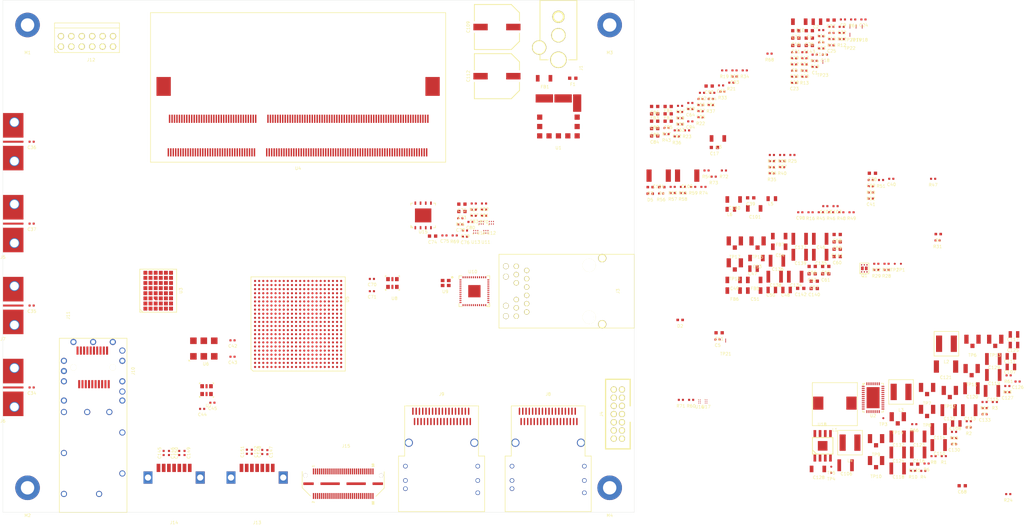
<source format=kicad_pcb>
(kicad_pcb (version 20171130) (host pcbnew "(5.1.9)")
  (layers (0 F.Cu signal) (1 In1.Cu signal) (2 In2.Cu signal) (3 In3.Cu signal) (4 In4.Cu signal) (5 In5.Cu signal) (6 In6.Cu signal) (31 B.Cu signal) (34 B.Paste user) (35 F.Paste user) (36 B.SilkS user) (37 F.SilkS user) (38 B.Mask user) (39 F.Mask user) (44 Edge.Cuts user))
  (net 0 "")
  (net 1 /GND)
  (net 2 /RAM_VREF)
  (net 3 /1V35)
  (net 4 /RAM_VTT)
  (net 5 /3V3)
  (net 6 "Net-(C63-Pad2)")
  (net 7 "Net-(C64-Pad2)")
  (net 8 "Net-(C65-Pad2)")
  (net 9 "Net-(C66-Pad2)")
  (net 10 "Net-(C67-Pad2)")
  (net 11 /1V8)
  (net 12 "/RGMII PHY/A1V2")
  (net 13 "/RGMII PHY/A1V2_PLL")
  (net 14 "/RGMII PHY/A3V3")
  (net 15 "Net-(C98-Pad1)")
  (net 16 "/SERDES interfaces/SFP_VDD_RX")
  (net 17 "/SERDES interfaces/SFP_VDD_TX")
  (net 18 "/Power Supply/VTT_SENSE")
  (net 19 /GTX_1V2)
  (net 20 "/FPGA power/GTX_1V8")
  (net 21 "/FPGA power/GTX_1V0")
  (net 22 /DDR/TP_VREF)
  (net 23 "/SERDES interfaces/SATA_HOST_RX_P")
  (net 24 "/SERDES interfaces/GTX_RX2_P")
  (net 25 "/SERDES interfaces/SATA_HOST_RX_N")
  (net 26 "/SERDES interfaces/GTX_RX2_N")
  (net 27 "/SERDES interfaces/SATA_DEV_RX_P")
  (net 28 "/SERDES interfaces/GTX_RX1_P")
  (net 29 "/SERDES interfaces/SATA_DEV_RX_N")
  (net 30 "/SERDES interfaces/GTX_RX1_N")
  (net 31 "/SERDES interfaces/SATA_HOST_TX_P")
  (net 32 "/SERDES interfaces/GTX_TX2_P")
  (net 33 "/SERDES interfaces/SATA_HOST_TX_N")
  (net 34 "/SERDES interfaces/GTX_TX2_N")
  (net 35 "/SERDES interfaces/SATA_DEV_TX_P")
  (net 36 "/SERDES interfaces/GTX_TX1_P")
  (net 37 "/SERDES interfaces/SATA_DEV_TX_N")
  (net 38 "/SERDES interfaces/GTX_TX1_N")
  (net 39 "Net-(D1-Pad2)")
  (net 40 "Net-(D1-Pad1)")
  (net 41 "Net-(D2-Pad2)")
  (net 42 "Net-(D3-Pad2)")
  (net 43 "Net-(D4-Pad2)")
  (net 44 "Net-(D5-Pad2)")
  (net 45 "/Power Supply/12V0_RAW")
  (net 46 "/SERDES interfaces/GTX_TX3_P")
  (net 47 "Net-(J3-Pad16)")
  (net 48 "Net-(J3-Pad14)")
  (net 49 "/RGMII PHY/ETH_A_P")
  (net 50 "/RGMII PHY/ETH_A_N")
  (net 51 "/RGMII PHY/ETH_D_N")
  (net 52 "/RGMII PHY/ETH_D_P")
  (net 53 "/RGMII PHY/ETH_B_N")
  (net 54 "/RGMII PHY/ETH_B_P")
  (net 55 "/RGMII PHY/ETH_C_P")
  (net 56 "/RGMII PHY/ETH_C_N")
  (net 57 "/FPGA support/JTAG_TDI")
  (net 58 "/FPGA support/JTAG_TDO")
  (net 59 "/FPGA support/JTAG_TCK")
  (net 60 "/FPGA support/JTAG_TMS")
  (net 61 "/SERDES interfaces/GTX_TX3_N")
  (net 62 "/SERDES interfaces/GTX_RX3_P")
  (net 63 "/SERDES interfaces/GTX_RX3_N")
  (net 64 "/RGMII PHY/LA0_DQ3_N")
  (net 65 "/RGMII PHY/LA0_DQ7_N")
  (net 66 "/RGMII PHY/LA0_DQ3_P")
  (net 67 "/RGMII PHY/LA0_DQ7_P")
  (net 68 "/RGMII PHY/LA0_DQ2_N")
  (net 69 "/RGMII PHY/LA0_DQ6_N")
  (net 70 "/RGMII PHY/LA0_DQ2_P")
  (net 71 "/RGMII PHY/LA0_DQ6_P")
  (net 72 "/3.3V I/O/LA0_12V0")
  (net 73 "/3.3V I/O/LA0_PRESENCE_DETECT")
  (net 74 "/3.3V I/O/LA0_UART_TX")
  (net 75 "/3.3V I/O/LA0_UART_RX")
  (net 76 "/RGMII PHY/LA0_DQ1_N")
  (net 77 "/RGMII PHY/LA0_DQ5_N")
  (net 78 "/RGMII PHY/LA0_DQ1_P")
  (net 79 "/RGMII PHY/LA0_DQ5_P")
  (net 80 "/RGMII PHY/LA0_DQ0_N")
  (net 81 "/RGMII PHY/LA0_DQ4_N")
  (net 82 "/RGMII PHY/LA0_DQ0_P")
  (net 83 "/RGMII PHY/LA0_DQ4_P")
  (net 84 "/Expansion connector/LA1_DQ3_N")
  (net 85 "/Expansion connector/LA1_DQ7_N")
  (net 86 "/Expansion connector/LA1_DQ3_P")
  (net 87 "/Expansion connector/LA1_DQ7_P")
  (net 88 "/Expansion connector/LA1_DQ2_N")
  (net 89 "/Expansion connector/LA1_DQ6_N")
  (net 90 "/Expansion connector/LA1_DQ2_P")
  (net 91 "/Expansion connector/LA1_DQ6_P")
  (net 92 "/3.3V I/O/LA1_12V0")
  (net 93 "/3.3V I/O/LA1_PRESENCE_DETECT")
  (net 94 "/3.3V I/O/LA1_UART_TX")
  (net 95 "/3.3V I/O/LA1_UART_RX")
  (net 96 "/Expansion connector/LA1_DQ1_N")
  (net 97 "/Expansion connector/LA1_DQ5_N")
  (net 98 "/Expansion connector/LA1_DQ1_P")
  (net 99 "/Expansion connector/LA1_DQ5_P")
  (net 100 "/Expansion connector/LA1_DQ0_N")
  (net 101 "/Expansion connector/LA1_DQ4_N")
  (net 102 "/Expansion connector/LA1_DQ0_P")
  (net 103 "/Expansion connector/LA1_DQ4_P")
  (net 104 "/SERDES interfaces/SFP_RX_N")
  (net 105 "/SERDES interfaces/SFP_RX_P")
  (net 106 "/SERDES interfaces/SFP_TX_N")
  (net 107 "/SERDES interfaces/SFP_TX_P")
  (net 108 "/3.3V I/O/SFP_RS1")
  (net 109 "/3.3V I/O/SFP_RX_LOS")
  (net 110 "/SERDES interfaces/SFP_I2C_SCL")
  (net 111 "/3.3V I/O/SFP_MOD_ABS")
  (net 112 "/3.3V I/O/SFP_RS0")
  (net 113 "/SERDES interfaces/SFP_I2C_SDA")
  (net 114 "/3.3V I/O/SFP_TX_DISABLE")
  (net 115 "/3.3V I/O/SFP_TX_FAULT")
  (net 116 "/3.3V I/O/PMOD_DQ6")
  (net 117 "/3.3V I/O/PMOD_DQ5")
  (net 118 "/3.3V I/O/PMOD_DQ4")
  (net 119 "/3.3V I/O/PMOD_DQ0")
  (net 120 "/3.3V I/O/PMOD_DQ1")
  (net 121 "/3.3V I/O/PMOD_DQ2")
  (net 122 "/3.3V I/O/PMOD_DQ7")
  (net 123 "/3.3V I/O/PMOD_DQ3")
  (net 124 "/Expansion connector/LVDS10_P")
  (net 125 "/Expansion connector/LVDS0_P")
  (net 126 "/Expansion connector/LVDS10_N")
  (net 127 "/Expansion connector/LVDS0_N")
  (net 128 "/Expansion connector/LVDS11_P")
  (net 129 "/Expansion connector/LVDS1_P")
  (net 130 "/Expansion connector/LVDS11_N")
  (net 131 "/Expansion connector/LVDS1_N")
  (net 132 "/Expansion connector/LVDS12_P")
  (net 133 "/Expansion connector/LVDS2_P")
  (net 134 "/Expansion connector/LVDS12_N")
  (net 135 "/Expansion connector/LVDS2_N")
  (net 136 "/Expansion connector/LVDS13_P")
  (net 137 "/Expansion connector/LVDS3_P")
  (net 138 "/Expansion connector/LVDS13_N")
  (net 139 "/Expansion connector/LVDS3_N")
  (net 140 "/Expansion connector/LVDS14_P")
  (net 141 "/Expansion connector/LVDS4_P")
  (net 142 "/Expansion connector/LVDS14_N")
  (net 143 "/Expansion connector/LVDS4_N")
  (net 144 "/Expansion connector/LVDS15_P")
  (net 145 "/Expansion connector/LVDS5_P")
  (net 146 "/Expansion connector/LVDS15_N")
  (net 147 "/Expansion connector/LVDS5_N")
  (net 148 "/Expansion connector/LVDS6_P")
  (net 149 "/Expansion connector/LVDS6_N")
  (net 150 "/Expansion connector/LVDS7_P")
  (net 151 "/Expansion connector/LVDS7_N")
  (net 152 "/Expansion connector/LVDS8_P")
  (net 153 "/Expansion connector/LVDS8_N")
  (net 154 "/Expansion connector/LVDS9_P")
  (net 155 "/Expansion connector/LVDS9_N")
  (net 156 /5V0)
  (net 157 "Net-(R1-Pad2)")
  (net 158 "/Power Supply/1V35_FB")
  (net 159 "Net-(R4-Pad2)")
  (net 160 "Net-(R4-Pad1)")
  (net 161 /1V2)
  (net 162 "Net-(R7-Pad2)")
  (net 163 "Net-(R10-Pad1)")
  (net 164 /DDR/RAM_TEST)
  (net 165 "Net-(R13-Pad2)")
  (net 166 "/Boot flash/FLASH_SI")
  (net 167 "Net-(R14-Pad2)")
  (net 168 "Net-(R15-Pad2)")
  (net 169 "/Boot flash/FLASH_CS")
  (net 170 "Net-(R16-Pad2)")
  (net 171 "Net-(R18-Pad2)")
  (net 172 "/RGMII PHY/ETH_CLK_25MHZ")
  (net 173 "Net-(R19-Pad2)")
  (net 174 "/RGMII PHY/ETH_RXD3")
  (net 175 "Net-(R20-Pad2)")
  (net 176 "/RGMII PHY/ETH_RXD2")
  (net 177 "Net-(R21-Pad2)")
  (net 178 "/RGMII PHY/ETH_RXD1")
  (net 179 "Net-(R22-Pad2)")
  (net 180 "/RGMII PHY/ETH_RXD0")
  (net 181 "Net-(R23-Pad2)")
  (net 182 "/RGMII PHY/ETH_RX_DV")
  (net 183 "Net-(R24-Pad2)")
  (net 184 "/RGMII PHY/ETH_RX_CLK")
  (net 185 "Net-(R25-Pad2)")
  (net 186 "/Boot flash/FLASH_SO")
  (net 187 "Net-(R26-Pad1)")
  (net 188 "/Boot flash/FLASH_CS_SHIFT")
  (net 189 "/FPGA support/FPGA_INIT_B")
  (net 190 "/FPGA support/FPGA_RST_N")
  (net 191 "Net-(R30-Pad1)")
  (net 192 "/Boot flash/FLASH_SCK")
  (net 193 "Net-(R31-Pad1)")
  (net 194 "/3.3V I/O/ETH_LED1_P")
  (net 195 "/3.3V I/O/ETH_LED2_P")
  (net 196 "/RGMII PHY/ETH_LED2_N_1V8")
  (net 197 "/RGMII PHY/ETH_LED1_N_1V8")
  (net 198 "Net-(R37-Pad2)")
  (net 199 "/RGMII PHY/ETH_MDIO")
  (net 200 "Net-(C100-Pad2)")
  (net 201 "Net-(C101-Pad2)")
  (net 202 "Net-(R55-Pad2)")
  (net 203 /12V0)
  (net 204 "Net-(R57-Pad2)")
  (net 205 "/3.3V I/O/LA0_12V0_EN")
  (net 206 "/3.3V I/O/LA1_12V0_EN")
  (net 207 /1V0)
  (net 208 "/Power Supply/1V0_SENSE")
  (net 209 "/Power Supply/1V0_GOOD")
  (net 210 "/Power Supply/LTC_PGOOD")
  (net 211 /DDR/RAM_RESET_N)
  (net 212 "/Power Supply/VDDQ_SENSE")
  (net 213 "Net-(R69-Pad1)")
  (net 214 "Net-(R70-Pad2)")
  (net 215 "/3.3V I/O/LED0")
  (net 216 "/3.3V I/O/LED1")
  (net 217 "/3.3V I/O/LED2")
  (net 218 "/3.3V I/O/LED3")
  (net 219 "/FPGA support/FPGA_DONE")
  (net 220 "/Power Supply/PSU_TEMP")
  (net 221 /RAM_SCL)
  (net 222 /RAM_SDA)
  (net 223 /DDR/RAM_DQS0_P)
  (net 224 /DDR/RAM_DM0)
  (net 225 /DDR/RAM_DQ0_0)
  (net 226 /DDR/RAM_DQS0_N)
  (net 227 /DDR/RAM_DQS2_N)
  (net 228 /DDR/RAM_DQS2_P)
  (net 229 /DDR/RAM_DQ2_3)
  (net 230 /DDR/RAM_DQ2_4)
  (net 231 /DDR/RAM_A14)
  (net 232 /DDR/RAM_RAS_N)
  (net 233 /DDR/RAM_ODT0)
  (net 234 /DDR/RAM_CAS_N)
  (net 235 /DDR/RAM_DQ7_0)
  (net 236 /DDR/RAM_CS1_N)
  (net 237 /DDR/RAM_DQ4_5)
  (net 238 /DDR/RAM_DM7)
  (net 239 /DDR/RAM_DQ7_1)
  (net 240 /DDR/RAM_DQ7_6)
  (net 241 /DDR/RAM_DQ7_7)
  (net 242 "/RGMII PHY/CLK_125_AC_P")
  (net 243 "/RGMII PHY/RGMII_TXD0")
  (net 244 "/SERDES interfaces/REFCLK_125_AC_P")
  (net 245 "/SERDES interfaces/REFCLK_156_AC_P")
  (net 246 /DDR/RAM_DQ0_7)
  (net 247 /DDR/RAM_DQ1_5)
  (net 248 /DDR/RAM_DQ2_1)
  (net 249 /DDR/RAM_DQ1_6)
  (net 250 /DDR/RAM_DQ2_2)
  (net 251 /DDR/RAM_DM2)
  (net 252 /DDR/RAM_DQ2_0)
  (net 253 /DDR/RAM_DQ2_7)
  (net 254 /DDR/RAM_DQ2_6)
  (net 255 /DDR/RAM_DQ2_5)
  (net 256 /DDR/RAM_A10)
  (net 257 /DDR/RAM_A15)
  (net 258 /DDR/RAM_A12)
  (net 259 /DDR/RAM_A13)
  (net 260 /DDR/RAM_CKE1)
  (net 261 /DDR/RAM_CK1_N)
  (net 262 /DDR/RAM_DQ6_1)
  (net 263 /DDR/RAM_DQS4_P)
  (net 264 /DDR/RAM_DQS4_N)
  (net 265 /DDR/RAM_DQ5_7)
  (net 266 /DDR/RAM_DQ4_6)
  (net 267 /DDR/RAM_DQS7_P)
  (net 268 /DDR/RAM_DQ7_5)
  (net 269 /DDR/RAM_DQ7_4)
  (net 270 /DDR/RAM_DQ7_2)
  (net 271 "/RGMII PHY/CLK_125_AC_N")
  (net 272 /DDR/RAM_A8)
  (net 273 /DDR/RAM_A11)
  (net 274 /DDR/RAM_CK0_N)
  (net 275 /DDR/RAM_CKE0)
  (net 276 /DDR/RAM_CS0_N)
  (net 277 /DDR/RAM_DQ4_7)
  (net 278 /DDR/RAM_DQ5_5)
  (net 279 /DDR/RAM_DQ5_6)
  (net 280 /DDR/RAM_DQ6_0)
  (net 281 /DDR/RAM_DM6)
  (net 282 /DDR/RAM_DQ6_2)
  (net 283 /DDR/RAM_DQS7_N)
  (net 284 /DDR/RAM_DQ7_3)
  (net 285 /DDR/RAM_A9)
  (net 286 /DDR/RAM_DM3)
  (net 287 /DDR/RAM_DQ1_7)
  (net 288 /DDR/RAM_DQ1_0)
  (net 289 /DDR/RAM_DM1)
  (net 290 /DDR/RAM_DQ0_5)
  (net 291 /DDR/RAM_DQ0_1)
  (net 292 "/3.3V I/O/LA0_12V0_FAULT")
  (net 293 /DDR/RAM_A2)
  (net 294 /DDR/RAM_A4)
  (net 295 /DDR/RAM_A3)
  (net 296 /DDR/RAM_A5)
  (net 297 /DDR/RAM_A0)
  (net 298 /DDR/RAM_A1)
  (net 299 /DDR/RAM_DQ3_5)
  (net 300 /DDR/RAM_DQ3_4)
  (net 301 /DDR/RAM_DQS3_P)
  (net 302 /DDR/RAM_DQS3_N)
  (net 303 /DDR/RAM_DQ3_7)
  (net 304 /DDR/RAM_DQ3_6)
  (net 305 /DDR/RAM_DQ3_0)
  (net 306 /DDR/RAM_DQ1_3)
  (net 307 /DDR/RAM_DQ1_1)
  (net 308 /DDR/RAM_DQS1_P)
  (net 309 /DDR/RAM_DQ0_6)
  (net 310 /DDR/RAM_DQ0_2)
  (net 311 "/3.3V I/O/LA1_12V0_FAULT")
  (net 312 /DDR/RAM_A7)
  (net 313 /DDR/RAM_A6)
  (net 314 /DDR/RAM_BA0)
  (net 315 /DDR/RAM_CK1_P)
  (net 316 /DDR/RAM_CK0_P)
  (net 317 /DDR/RAM_BA1)
  (net 318 /DDR/RAM_BA2)
  (net 319 /DDR/RAM_ODT1)
  (net 320 /DDR/RAM_WE_N)
  (net 321 /DDR/RAM_DM4)
  (net 322 /DDR/RAM_DQ4_0)
  (net 323 /DDR/RAM_DQ4_1)
  (net 324 /DDR/RAM_DQ4_2)
  (net 325 /DDR/RAM_DQ4_3)
  (net 326 /DDR/RAM_DQ4_4)
  (net 327 /DDR/RAM_DQ5_0)
  (net 328 /DDR/RAM_DM5)
  (net 329 /DDR/RAM_DQ6_3)
  (net 330 /DDR/RAM_DQ6_4)
  (net 331 /DDR/RAM_DQ6_6)
  (net 332 /DDR/RAM_DQS6_N)
  (net 333 /DDR/RAM_DQ5_4)
  (net 334 /DDR/RAM_DQ5_2)
  (net 335 /DDR/RAM_DQS5_N)
  (net 336 /DDR/RAM_DQS5_P)
  (net 337 /DDR/RAM_DQ5_1)
  (net 338 /DDR/RAM_DQ5_3)
  (net 339 /DDR/RAM_DQS6_P)
  (net 340 /DDR/RAM_DQ6_5)
  (net 341 /DDR/RAM_DQ6_7)
  (net 342 "/RGMII PHY/RGMII_TXD3")
  (net 343 "/RGMII PHY/ETH_MDC")
  (net 344 "/RGMII PHY/ETH_RST_N")
  (net 345 "/RGMII PHY/RGMII_TX_EN")
  (net 346 "/RGMII PHY/RGMII_TXD1")
  (net 347 "/RGMII PHY/RGMII_TX_CLK")
  (net 348 "/RGMII PHY/RGMII_TXD2")
  (net 349 "/SERDES interfaces/REFCLK_125_AC_N")
  (net 350 "/SERDES interfaces/REFCLK_156_AC_N")
  (net 351 /DDR/RAM_DQ3_3)
  (net 352 /DDR/RAM_DQ3_2)
  (net 353 /DDR/RAM_DQ3_1)
  (net 354 /DDR/RAM_DQ1_4)
  (net 355 /DDR/RAM_DQ1_2)
  (net 356 /DDR/RAM_DQS1_N)
  (net 357 /DDR/RAM_DQ0_4)
  (net 358 /DDR/RAM_DQ0_3)
  (net 359 "/SERDES interfaces/GTX_TX3_AC_P")
  (net 360 "/SERDES interfaces/GTX_TX3_AC_N")
  (net 361 "/SERDES interfaces/REFCLK_156_P")
  (net 362 "/SERDES interfaces/REFCLK_156_N")
  (net 363 "/SERDES interfaces/REFCLK_125_P")
  (net 364 "/SERDES interfaces/REFCLK_125_N")
  (net 365 "/RGMII PHY/CLK_125_P")
  (net 366 "/RGMII PHY/CLK_125_N")
  (net 367 "/Power Supply/12V0_FUSED")
  (net 368 "/Power Supply/1V2_SW")
  (net 369 "Net-(L3-Pad2)")
  (net 370 "Net-(L4-Pad2)")
  (net 371 "/Power Supply/1V35_SW")
  (net 372 "/Boot flash/FLASH_SO_SHIFT")
  (net 373 "/Boot flash/FLASH_SI_SHIFT")
  (net 374 "/Boot flash/FLASH_SCK_SHIFT")
  (module azonenberg_pcb:MECHANICAL_CLEARANCEHOLE_4_40 (layer F.Cu) (at 185 152)
    (fp_text reference M4 (at 0 6.75) (layer F.SilkS) (effects (font (size 0.75 0.75) (thickness 0.1))))
    (fp_text value SCREW_HOLE hide)
    (pad 1 thru_hole circle (at 0 0) (size 6 6) (drill 3.27) (layers *.Cu *.Mask))
  )
  (module azonenberg_pcb:MECHANICAL_CLEARANCEHOLE_4_40 (layer F.Cu) (at 185 39)
    (fp_text reference M3 (at 0 6.75) (layer F.SilkS) (effects (font (size 0.75 0.75) (thickness 0.1))))
    (fp_text value SCREW_HOLE hide)
    (pad 1 thru_hole circle (at 0 0) (size 6 6) (drill 3.27) (layers *.Cu *.Mask))
  )
  (module azonenberg_pcb:MECHANICAL_CLEARANCEHOLE_4_40 (layer F.Cu) (at 43 152)
    (fp_text reference M2 (at 0 6.75) (layer F.SilkS) (effects (font (size 0.75 0.75) (thickness 0.1))))
    (fp_text value SCREW_HOLE hide)
    (pad 1 thru_hole circle (at 0 0) (size 6 6) (drill 3.27) (layers *.Cu *.Mask))
  )
  (module azonenberg_pcb:MECHANICAL_CLEARANCEHOLE_4_40 (layer F.Cu) (at 43 39)
    (fp_text reference M1 (at 0 6.75) (layer F.SilkS) (effects (font (size 0.75 0.75) (thickness 0.1))))
    (fp_text value SCREW_HOLE hide)
    (pad 1 thru_hole circle (at 0 0) (size 6 6) (drill 3.27) (layers *.Cu *.Mask))
  )
  (module azonenberg_pcb:SOIC_8_3.9MM_EPAD (layer F.Cu) (at 236.950001 141.75)
    (fp_text reference U18 (at -0.15 -5.23) (layer F.SilkS) (effects (font (size 0.75 0.75) (thickness 0.1))))
    (fp_text value LP2996A hide)
    (pad PAD smd rect (at 0 0) (size 2.34 2.34) (layers F.Cu F.Paste F.Mask) (net 1 /GND))
    (pad 8 smd rect (at -1.905 -3) (size 0.65 1.7) (layers F.Cu F.Paste F.Mask) (net 4 /RAM_VTT))
    (pad 7 smd rect (at -0.635 -3) (size 0.65 1.7) (layers F.Cu F.Paste F.Mask) (net 3 /1V35))
    (pad 6 smd rect (at 0.635 -3) (size 0.65 1.7) (layers F.Cu F.Paste F.Mask) (net 5 /3V3))
    (pad 5 smd rect (at 1.905 -3) (size 0.65 1.7) (layers F.Cu F.Paste F.Mask) (net 212 "/Power Supply/VDDQ_SENSE"))
    (pad 4 smd rect (at 1.905 3) (size 0.65 1.7) (layers F.Cu F.Paste F.Mask) (net 2 /RAM_VREF))
    (pad 3 smd rect (at 0.635 3) (size 0.65 1.7) (layers F.Cu F.Paste F.Mask) (net 18 "/Power Supply/VTT_SENSE"))
    (pad 2 smd rect (at -0.635 3) (size 0.65 1.7) (layers F.Cu F.Paste F.Mask) (net 5 /3V3))
    (pad 1 smd rect (at -1.905 3) (size 0.65 1.7) (layers F.Cu F.Paste F.Mask) (net 1 /GND))
  )
  (module azonenberg_pcb:BGA_6_1.3x1.0_0.4MM (layer F.Cu) (at 208.52 130.930001)
    (fp_text reference U17 (at 0 1.3) (layer F.SilkS) (effects (font (size 0.75 0.75) (thickness 0.1))))
    (fp_text value FPF2498 hide)
    (pad C2 smd circle (at 0.2 0.4) (size 0.2 0.2) (layers F.Cu F.Paste F.Mask) (net 311 "/3.3V I/O/LA1_12V0_FAULT"))
    (pad B2 smd circle (at 0.2 0) (size 0.2 0.2) (layers F.Cu F.Paste F.Mask) (net 206 "/3.3V I/O/LA1_12V0_EN"))
    (pad A2 smd circle (at 0.2 -0.4) (size 0.2 0.2) (layers F.Cu F.Paste F.Mask) (net 203 /12V0))
    (pad C1 smd circle (at -0.2 0.4) (size 0.2 0.2) (layers F.Cu F.Paste F.Mask) (net 204 "Net-(R57-Pad2)"))
    (pad B1 smd circle (at -0.2 0) (size 0.2 0.2) (layers F.Cu F.Paste F.Mask) (net 92 "/3.3V I/O/LA1_12V0"))
    (pad A1 smd circle (at -0.2 -0.4) (size 0.2 0.2) (layers F.Cu F.Paste F.Mask) (net 1 /GND))
  )
  (module azonenberg_pcb:BGA_6_1.3x1.0_0.4MM (layer F.Cu) (at 206.92 130.930001)
    (fp_text reference U16 (at 0 1.3) (layer F.SilkS) (effects (font (size 0.75 0.75) (thickness 0.1))))
    (fp_text value FPF2498 hide)
    (pad C2 smd circle (at 0.2 0.4) (size 0.2 0.2) (layers F.Cu F.Paste F.Mask) (net 292 "/3.3V I/O/LA0_12V0_FAULT"))
    (pad B2 smd circle (at 0.2 0) (size 0.2 0.2) (layers F.Cu F.Paste F.Mask) (net 205 "/3.3V I/O/LA0_12V0_EN"))
    (pad A2 smd circle (at 0.2 -0.4) (size 0.2 0.2) (layers F.Cu F.Paste F.Mask) (net 203 /12V0))
    (pad C1 smd circle (at -0.2 0.4) (size 0.2 0.2) (layers F.Cu F.Paste F.Mask) (net 202 "Net-(R55-Pad2)"))
    (pad B1 smd circle (at -0.2 0) (size 0.2 0.2) (layers F.Cu F.Paste F.Mask) (net 72 "/3.3V I/O/LA0_12V0"))
    (pad A1 smd circle (at -0.2 -0.4) (size 0.2 0.2) (layers F.Cu F.Paste F.Mask) (net 1 /GND))
  )
  (module azonenberg_pcb:DFN_8_1.27MM_6x5MM (layer F.Cu) (at 139.5 85.5)
    (fp_text reference U15 (at 0 4) (layer F.SilkS) (effects (font (size 0.75 0.75) (thickness 0.1))))
    (fp_text value W25Q128JV hide)
    (pad PAD smd rect (at -1.5 1) (size 0.5 0.5) (layers F.Cu F.Paste))
    (pad PAD smd rect (at -0.75 1) (size 0.5 0.5) (layers F.Cu F.Paste))
    (pad PAD smd rect (at 0 1) (size 0.5 0.5) (layers F.Cu F.Paste))
    (pad PAD smd rect (at 0.75 1) (size 0.5 0.5) (layers F.Cu F.Paste))
    (pad PAD smd rect (at 1.5 1) (size 0.5 0.5) (layers F.Cu F.Paste))
    (pad PAD smd rect (at 1.5 0.25) (size 0.5 0.5) (layers F.Cu F.Paste))
    (pad PAD smd rect (at 0.75 0.25) (size 0.5 0.5) (layers F.Cu F.Paste))
    (pad PAD smd rect (at 0 0.25) (size 0.5 0.5) (layers F.Cu F.Paste))
    (pad PAD smd rect (at -0.75 0.25) (size 0.5 0.5) (layers F.Cu F.Paste))
    (pad PAD smd rect (at -1.5 0.25) (size 0.5 0.5) (layers F.Cu F.Paste))
    (pad PAD smd rect (at -1.5 -0.5) (size 0.5 0.5) (layers F.Cu F.Paste))
    (pad PAD smd rect (at -0.75 -0.5) (size 0.5 0.5) (layers F.Cu F.Paste))
    (pad PAD smd rect (at 0 -0.5) (size 0.5 0.5) (layers F.Cu F.Paste))
    (pad PAD smd rect (at 0.75 -0.5) (size 0.5 0.5) (layers F.Cu F.Paste))
    (pad PAD smd rect (at 1.5 -0.5) (size 0.5 0.5) (layers F.Cu F.Paste))
    (pad PAD smd rect (at 1.5 -1.25) (size 0.5 0.5) (layers F.Cu F.Paste))
    (pad PAD smd rect (at 0.75 -1.25) (size 0.5 0.5) (layers F.Cu F.Paste))
    (pad PAD smd rect (at 0 -1.25) (size 0.5 0.5) (layers F.Cu F.Paste))
    (pad PAD smd rect (at -0.75 -1.25) (size 0.5 0.5) (layers F.Cu F.Paste))
    (pad PAD smd rect (at -1.5 -1.25) (size 0.5 0.5) (layers F.Cu F.Paste))
    (pad PAD smd rect (at 0 0) (size 4 3.4) (layers F.Cu F.Mask))
    (pad 4 smd rect (at 1.905 3) (size 0.4 0.8) (layers F.Cu F.Paste F.Mask) (net 1 /GND))
    (pad 3 smd rect (at 0.635 3) (size 0.4 0.8) (layers F.Cu F.Paste F.Mask) (net 213 "Net-(R69-Pad1)"))
    (pad 2 smd rect (at -0.635 3) (size 0.4 0.8) (layers F.Cu F.Paste F.Mask) (net 372 "/Boot flash/FLASH_SO_SHIFT"))
    (pad 1 smd rect (at -1.905 3) (size 0.4 0.8) (layers F.Cu F.Paste F.Mask) (net 188 "/Boot flash/FLASH_CS_SHIFT"))
    (pad 5 smd rect (at 1.905 -3) (size 0.4 0.8) (layers F.Cu F.Paste F.Mask) (net 373 "/Boot flash/FLASH_SI_SHIFT"))
    (pad 6 smd rect (at 0.635 -3) (size 0.4 0.8) (layers F.Cu F.Paste F.Mask) (net 374 "/Boot flash/FLASH_SCK_SHIFT"))
    (pad 7 smd rect (at -0.635 -3) (size 0.4 0.8) (layers F.Cu F.Paste F.Mask) (net 214 "Net-(R70-Pad2)"))
    (pad 8 smd rect (at -1.905 -3) (size 0.4 0.8) (layers F.Cu F.Paste F.Mask) (net 5 /3V3))
  )
  (module azonenberg_pcb:DFN_6_0.5MM_1.45x1.00MM (layer F.Cu) (at 153.675001 87.29)
    (fp_text reference U14 (at 0 2.5) (layer F.SilkS) (effects (font (size 0.75 0.75) (thickness 0.1))))
    (fp_text value 74AVCH1T45 hide)
    (pad 3 smd rect (at 0.5 0.3) (size 0.2 0.3) (layers F.Cu F.Paste F.Mask) (net 192 "/Boot flash/FLASH_SCK"))
    (pad 2 smd rect (at 0 0.3) (size 0.2 0.3) (layers F.Cu F.Paste F.Mask) (net 1 /GND))
    (pad 1 smd rect (at -0.5 0.3) (size 0.2 0.3) (layers F.Cu F.Paste F.Mask) (net 11 /1V8))
    (pad 4 smd rect (at 0.5 -0.3) (size 0.2 0.3) (layers F.Cu F.Paste F.Mask) (net 374 "/Boot flash/FLASH_SCK_SHIFT"))
    (pad 5 smd rect (at 0 -0.3) (size 0.2 0.3) (layers F.Cu F.Paste F.Mask) (net 11 /1V8))
    (pad 6 smd rect (at -0.5 -0.3) (size 0.2 0.3) (layers F.Cu F.Paste F.Mask) (net 5 /3V3))
  )
  (module azonenberg_pcb:DFN_6_0.5MM_1.45x1.00MM (layer F.Cu) (at 152.325001 89.51)
    (fp_text reference U13 (at 0 2.5) (layer F.SilkS) (effects (font (size 0.75 0.75) (thickness 0.1))))
    (fp_text value 74AVCH1T45 hide)
    (pad 3 smd rect (at 0.5 0.3) (size 0.2 0.3) (layers F.Cu F.Paste F.Mask) (net 166 "/Boot flash/FLASH_SI"))
    (pad 2 smd rect (at 0 0.3) (size 0.2 0.3) (layers F.Cu F.Paste F.Mask) (net 1 /GND))
    (pad 1 smd rect (at -0.5 0.3) (size 0.2 0.3) (layers F.Cu F.Paste F.Mask) (net 3 /1V35))
    (pad 4 smd rect (at 0.5 -0.3) (size 0.2 0.3) (layers F.Cu F.Paste F.Mask) (net 373 "/Boot flash/FLASH_SI_SHIFT"))
    (pad 5 smd rect (at 0 -0.3) (size 0.2 0.3) (layers F.Cu F.Paste F.Mask) (net 3 /1V35))
    (pad 6 smd rect (at -0.5 -0.3) (size 0.2 0.3) (layers F.Cu F.Paste F.Mask) (net 5 /3V3))
  )
  (module azonenberg_pcb:DFN_6_0.5MM_1.45x1.00MM (layer F.Cu) (at 156.145001 87.29)
    (fp_text reference U12 (at 0 2.5) (layer F.SilkS) (effects (font (size 0.75 0.75) (thickness 0.1))))
    (fp_text value 74AVCH1T45 hide)
    (pad 3 smd rect (at 0.5 0.3) (size 0.2 0.3) (layers F.Cu F.Paste F.Mask) (net 187 "Net-(R26-Pad1)"))
    (pad 2 smd rect (at 0 0.3) (size 0.2 0.3) (layers F.Cu F.Paste F.Mask) (net 1 /GND))
    (pad 1 smd rect (at -0.5 0.3) (size 0.2 0.3) (layers F.Cu F.Paste F.Mask) (net 3 /1V35))
    (pad 4 smd rect (at 0.5 -0.3) (size 0.2 0.3) (layers F.Cu F.Paste F.Mask) (net 372 "/Boot flash/FLASH_SO_SHIFT"))
    (pad 5 smd rect (at 0 -0.3) (size 0.2 0.3) (layers F.Cu F.Paste F.Mask) (net 1 /GND))
    (pad 6 smd rect (at -0.5 -0.3) (size 0.2 0.3) (layers F.Cu F.Paste F.Mask) (net 5 /3V3))
  )
  (module azonenberg_pcb:DFN_6_0.5MM_1.45x1.00MM (layer F.Cu) (at 154.795001 89.51)
    (fp_text reference U11 (at 0 2.5) (layer F.SilkS) (effects (font (size 0.75 0.75) (thickness 0.1))))
    (fp_text value 74AVCH1T45 hide)
    (pad 3 smd rect (at 0.5 0.3) (size 0.2 0.3) (layers F.Cu F.Paste F.Mask) (net 169 "/Boot flash/FLASH_CS"))
    (pad 2 smd rect (at 0 0.3) (size 0.2 0.3) (layers F.Cu F.Paste F.Mask) (net 1 /GND))
    (pad 1 smd rect (at -0.5 0.3) (size 0.2 0.3) (layers F.Cu F.Paste F.Mask) (net 3 /1V35))
    (pad 4 smd rect (at 0.5 -0.3) (size 0.2 0.3) (layers F.Cu F.Paste F.Mask) (net 188 "/Boot flash/FLASH_CS_SHIFT"))
    (pad 5 smd rect (at 0 -0.3) (size 0.2 0.3) (layers F.Cu F.Paste F.Mask) (net 3 /1V35))
    (pad 6 smd rect (at -0.5 -0.3) (size 0.2 0.3) (layers F.Cu F.Paste F.Mask) (net 5 /3V3))
  )
  (module azonenberg_pcb:QFN_48_0.5MM_7x7MM (layer F.Cu) (at 152 104 180)
    (fp_text reference U10 (at 0.4 4.75) (layer F.SilkS) (effects (font (size 0.75 0.75) (thickness 0.1))))
    (fp_text value KSZ9031RN hide)
    (pad PAD smd rect (at 1 1 180) (size 0.75 0.75) (layers F.Cu F.Paste) (net 1 /GND))
    (pad PAD smd rect (at 0 1 180) (size 0.75 0.75) (layers F.Cu F.Paste) (net 1 /GND))
    (pad PAD smd rect (at -1 1 180) (size 0.75 0.75) (layers F.Cu F.Paste) (net 1 /GND))
    (pad PAD smd rect (at -1 0 180) (size 0.75 0.75) (layers F.Cu F.Paste) (net 1 /GND))
    (pad PAD smd rect (at 0 0 180) (size 0.75 0.75) (layers F.Cu F.Paste) (net 1 /GND))
    (pad PAD smd rect (at 1 0 180) (size 0.75 0.75) (layers F.Cu F.Paste) (net 1 /GND))
    (pad PAD smd rect (at 1 -1 180) (size 0.75 0.75) (layers F.Cu F.Paste) (net 1 /GND))
    (pad PAD smd rect (at 0 -1 180) (size 0.75 0.75) (layers F.Cu F.Paste) (net 1 /GND))
    (pad PAD smd rect (at -1 -1 180) (size 0.75 0.75) (layers F.Cu F.Paste) (net 1 /GND))
    (pad PAD smd rect (at 0 0 180) (size 3 3) (layers F.Cu F.Mask) (net 1 /GND))
    (pad 25 smd rect (at 3.4 2.75 270) (size 0.25 0.5) (layers F.Cu F.Paste F.Mask) (net 345 "/RGMII PHY/RGMII_TX_EN"))
    (pad 26 smd rect (at 3.4 2.25 270) (size 0.25 0.5) (layers F.Cu F.Paste F.Mask) (net 161 /1V2))
    (pad 27 smd rect (at 3.4 1.75 270) (size 0.25 0.5) (layers F.Cu F.Paste F.Mask) (net 173 "Net-(R19-Pad2)"))
    (pad 29 smd rect (at 3.4 0.75 270) (size 0.25 0.5) (layers F.Cu F.Paste F.Mask) (net 1 /GND))
    (pad 28 smd rect (at 3.4 1.25 270) (size 0.25 0.5) (layers F.Cu F.Paste F.Mask) (net 175 "Net-(R20-Pad2)"))
    (pad 30 smd rect (at 3.4 0.25 270) (size 0.25 0.5) (layers F.Cu F.Paste F.Mask) (net 161 /1V2))
    (pad 31 smd rect (at 3.4 -0.25 270) (size 0.25 0.5) (layers F.Cu F.Paste F.Mask) (net 177 "Net-(R21-Pad2)"))
    (pad 32 smd rect (at 3.4 -0.75 270) (size 0.25 0.5) (layers F.Cu F.Paste F.Mask) (net 179 "Net-(R22-Pad2)"))
    (pad 33 smd rect (at 3.4 -1.25 270) (size 0.25 0.5) (layers F.Cu F.Paste F.Mask) (net 181 "Net-(R23-Pad2)"))
    (pad 34 smd rect (at 3.4 -1.75 270) (size 0.25 0.5) (layers F.Cu F.Paste F.Mask) (net 11 /1V8))
    (pad 35 smd rect (at 3.4 -2.25 270) (size 0.25 0.5) (layers F.Cu F.Paste F.Mask) (net 183 "Net-(R24-Pad2)"))
    (pad 36 smd rect (at 3.4 -2.75 270) (size 0.25 0.5) (layers F.Cu F.Paste F.Mask) (net 343 "/RGMII PHY/ETH_MDC"))
    (pad 12 smd rect (at -3.4 2.75 270) (size 0.25 0.5) (layers F.Cu F.Paste F.Mask) (net 14 "/RGMII PHY/A3V3"))
    (pad 11 smd rect (at -3.4 2.25 270) (size 0.25 0.5) (layers F.Cu F.Paste F.Mask) (net 51 "/RGMII PHY/ETH_D_N"))
    (pad 10 smd rect (at -3.4 1.75 270) (size 0.25 0.5) (layers F.Cu F.Paste F.Mask) (net 52 "/RGMII PHY/ETH_D_P"))
    (pad 9 smd rect (at -3.4 1.25 270) (size 0.25 0.5) (layers F.Cu F.Paste F.Mask) (net 12 "/RGMII PHY/A1V2"))
    (pad 8 smd rect (at -3.4 0.75 270) (size 0.25 0.5) (layers F.Cu F.Paste F.Mask) (net 56 "/RGMII PHY/ETH_C_N"))
    (pad 7 smd rect (at -3.4 0.25 270) (size 0.25 0.5) (layers F.Cu F.Paste F.Mask) (net 55 "/RGMII PHY/ETH_C_P"))
    (pad 6 smd rect (at -3.4 -0.25 270) (size 0.25 0.5) (layers F.Cu F.Paste F.Mask) (net 53 "/RGMII PHY/ETH_B_N"))
    (pad 5 smd rect (at -3.4 -0.75 270) (size 0.25 0.5) (layers F.Cu F.Paste F.Mask) (net 54 "/RGMII PHY/ETH_B_P"))
    (pad 4 smd rect (at -3.4 -1.25 270) (size 0.25 0.5) (layers F.Cu F.Paste F.Mask) (net 12 "/RGMII PHY/A1V2"))
    (pad 3 smd rect (at -3.4 -1.75 270) (size 0.25 0.5) (layers F.Cu F.Paste F.Mask) (net 50 "/RGMII PHY/ETH_A_N"))
    (pad 2 smd rect (at -3.4 -2.25 270) (size 0.25 0.5) (layers F.Cu F.Paste F.Mask) (net 49 "/RGMII PHY/ETH_A_P"))
    (pad 1 smd rect (at -3.4 -2.75 270) (size 0.25 0.5) (layers F.Cu F.Paste F.Mask) (net 14 "/RGMII PHY/A3V3"))
    (pad 13 smd rect (at -2.75 3.4 180) (size 0.25 0.5) (layers F.Cu F.Paste F.Mask) (net 1 /GND))
    (pad 14 smd rect (at -2.25 3.4 180) (size 0.25 0.5) (layers F.Cu F.Paste F.Mask) (net 161 /1V2))
    (pad 15 smd rect (at -1.75 3.4 180) (size 0.25 0.5) (layers F.Cu F.Paste F.Mask) (net 196 "/RGMII PHY/ETH_LED2_N_1V8"))
    (pad 16 smd rect (at -1.25 3.4 180) (size 0.25 0.5) (layers F.Cu F.Paste F.Mask) (net 11 /1V8))
    (pad 17 smd rect (at -0.75 3.4 180) (size 0.25 0.5) (layers F.Cu F.Paste F.Mask) (net 197 "/RGMII PHY/ETH_LED1_N_1V8"))
    (pad 18 smd rect (at -0.25 3.4 180) (size 0.25 0.5) (layers F.Cu F.Paste F.Mask) (net 161 /1V2))
    (pad 19 smd rect (at 0.25 3.4 180) (size 0.25 0.5) (layers F.Cu F.Paste F.Mask) (net 243 "/RGMII PHY/RGMII_TXD0"))
    (pad 20 smd rect (at 0.75 3.4 180) (size 0.25 0.5) (layers F.Cu F.Paste F.Mask) (net 346 "/RGMII PHY/RGMII_TXD1"))
    (pad 21 smd rect (at 1.25 3.4 180) (size 0.25 0.5) (layers F.Cu F.Paste F.Mask) (net 348 "/RGMII PHY/RGMII_TXD2"))
    (pad 22 smd rect (at 1.75 3.4 180) (size 0.25 0.5) (layers F.Cu F.Paste F.Mask) (net 342 "/RGMII PHY/RGMII_TXD3"))
    (pad 23 smd rect (at 2.25 3.4 180) (size 0.25 0.5) (layers F.Cu F.Paste F.Mask) (net 161 /1V2))
    (pad 24 smd rect (at 2.75 3.4 180) (size 0.25 0.5) (layers F.Cu F.Paste F.Mask) (net 347 "/RGMII PHY/RGMII_TX_CLK"))
    (pad 37 smd rect (at 2.75 -3.4 180) (size 0.25 0.5) (layers F.Cu F.Paste F.Mask) (net 199 "/RGMII PHY/ETH_MDIO"))
    (pad 38 smd rect (at 2.25 -3.4 180) (size 0.25 0.5) (layers F.Cu F.Paste F.Mask))
    (pad 39 smd rect (at 1.75 -3.4 180) (size 0.25 0.5) (layers F.Cu F.Paste F.Mask) (net 161 /1V2))
    (pad 40 smd rect (at 1.25 -3.4 180) (size 0.25 0.5) (layers F.Cu F.Paste F.Mask) (net 11 /1V8))
    (pad 41 smd rect (at 0.75 -3.4 180) (size 0.25 0.5) (layers F.Cu F.Paste F.Mask) (net 198 "Net-(R37-Pad2)"))
    (pad 42 smd rect (at 0.25 -3.4 180) (size 0.25 0.5) (layers F.Cu F.Paste F.Mask) (net 344 "/RGMII PHY/ETH_RST_N"))
    (pad 43 smd rect (at -0.25 -3.4 180) (size 0.25 0.5) (layers F.Cu F.Paste F.Mask))
    (pad 44 smd rect (at -0.75 -3.4 180) (size 0.25 0.5) (layers F.Cu F.Paste F.Mask) (net 13 "/RGMII PHY/A1V2_PLL"))
    (pad 45 smd rect (at -1.25 -3.4 180) (size 0.25 0.5) (layers F.Cu F.Paste F.Mask))
    (pad 46 smd rect (at -1.75 -3.4 180) (size 0.25 0.5) (layers F.Cu F.Paste F.Mask) (net 172 "/RGMII PHY/ETH_CLK_25MHZ"))
    (pad 47 smd rect (at -2.25 -3.4 180) (size 0.25 0.5) (layers F.Cu F.Paste F.Mask) (net 14 "/RGMII PHY/A3V3"))
    (pad 48 smd rect (at -2.75 -3.4 180) (size 0.25 0.5) (layers F.Cu F.Paste F.Mask) (net 185 "Net-(R25-Pad2)"))
  )
  (module azonenberg_pcb:OSCILLATOR_2.0x1.6 (layer F.Cu) (at 145 102)
    (fp_text reference U9 (at -0.1 2.1) (layer F.SilkS) (effects (font (size 0.75 0.75) (thickness 0.1))))
    (fp_text value SIT1602BC-72-18S-25.000000 hide)
    (pad 2 smd rect (at -0.75 -0.6) (size 0.9 0.8) (layers F.Cu F.Paste F.Mask) (net 1 /GND))
    (pad 1 smd rect (at 0.75 -0.6) (size 0.9 0.8) (layers F.Cu F.Paste F.Mask) (net 5 /3V3))
    (pad 4 smd rect (at 0.75 0.6) (size 0.9 0.8) (layers F.Cu F.Paste F.Mask) (net 5 /3V3))
    (pad 3 smd rect (at -0.75 0.6) (size 0.9 0.8) (layers F.Cu F.Paste F.Mask) (net 171 "Net-(R18-Pad2)"))
  )
  (module azonenberg_pcb:OSCILLATOR_LVDS_3.2x2.5 (layer F.Cu) (at 132 102)
    (fp_text reference U8 (at 0.5 3.75) (layer F.SilkS) (effects (font (size 0.75 0.75) (thickness 0.1))))
    (fp_text value ECX2-LMV-3CN-125.000-TR hide)
    (pad 5 smd rect (at 0 -0.95) (size 0.5 1) (layers F.Cu F.Paste F.Mask) (net 366 "/RGMII PHY/CLK_125_N"))
    (pad 6 smd rect (at -1.075 -0.95) (size 0.9 1) (layers F.Cu F.Paste F.Mask) (net 5 /3V3))
    (pad 4 smd rect (at 1.075 -0.95) (size 0.9 1) (layers F.Cu F.Paste F.Mask) (net 365 "/RGMII PHY/CLK_125_P"))
    (pad 3 smd rect (at 1.075 0.95) (size 0.9 1) (layers F.Cu F.Paste F.Mask) (net 1 /GND))
    (pad 2 smd rect (at 0 0.95) (size 0.5 1) (layers F.Cu F.Paste F.Mask))
    (pad 1 smd rect (at -1.075 0.95) (size 0.9 1) (layers F.Cu F.Paste F.Mask) (net 5 /3V3))
  )
  (module azonenberg_pcb:OSCILLATOR_LVDS_3.2x2.5 (layer F.Cu) (at 86.665001 128.155001)
    (fp_text reference U7 (at 0.5 3.75) (layer F.SilkS) (effects (font (size 0.75 0.75) (thickness 0.1))))
    (fp_text value ECX2-LMV-3CN-125.000-TR hide)
    (pad 5 smd rect (at 0 -0.95) (size 0.5 1) (layers F.Cu F.Paste F.Mask) (net 364 "/SERDES interfaces/REFCLK_125_N"))
    (pad 6 smd rect (at -1.075 -0.95) (size 0.9 1) (layers F.Cu F.Paste F.Mask) (net 5 /3V3))
    (pad 4 smd rect (at 1.075 -0.95) (size 0.9 1) (layers F.Cu F.Paste F.Mask) (net 363 "/SERDES interfaces/REFCLK_125_P"))
    (pad 3 smd rect (at 1.075 0.95) (size 0.9 1) (layers F.Cu F.Paste F.Mask) (net 1 /GND))
    (pad 2 smd rect (at 0 0.95) (size 0.5 1) (layers F.Cu F.Paste F.Mask))
    (pad 1 smd rect (at -1.075 0.95) (size 0.9 1) (layers F.Cu F.Paste F.Mask) (net 5 /3V3))
  )
  (module azonenberg_pcb:OSCILLATOR_LVDS_7.0x5.0 (layer F.Cu) (at 86 118)
    (fp_text reference U6 (at 0.5 3.75) (layer F.SilkS) (effects (font (size 0.75 0.75) (thickness 0.1))))
    (fp_text value ECX2-LMV-7CN-156.250-TR hide)
    (pad 6 smd rect (at -2.54 -1.9) (size 1.6 1.6) (layers F.Cu F.Paste F.Mask) (net 5 /3V3))
    (pad 5 smd rect (at 0 -1.9) (size 1.6 1.6) (layers F.Cu F.Paste F.Mask) (net 362 "/SERDES interfaces/REFCLK_156_N"))
    (pad 4 smd rect (at 2.54 -1.9) (size 1.6 1.6) (layers F.Cu F.Paste F.Mask) (net 361 "/SERDES interfaces/REFCLK_156_P"))
    (pad 3 smd rect (at 2.54 1.9) (size 1.6 1.6) (layers F.Cu F.Paste F.Mask) (net 1 /GND))
    (pad 2 smd rect (at 0 1.9) (size 1.6 1.6) (layers F.Cu F.Paste F.Mask))
    (pad 1 smd rect (at -2.54 1.9) (size 1.6 1.6) (layers F.Cu F.Paste F.Mask) (net 5 /3V3))
  )
  (module azonenberg_pcb:BGA_484_22x22_FULLARRAY_1MM (layer F.Cu) (at 109 112 90)
    (fp_text reference U5 (at 6 12 90) (layer F.SilkS) (effects (font (size 0.75 0.75) (thickness 0.1))))
    (fp_text value XC7K70T-2FBG484 hide)
    (pad M10 smd circle (at -1.5 0.5 90) (size 0.53 0.53) (layers F.Cu F.Paste F.Mask) (net 11 /1V8))
    (pad M11 smd circle (at -0.5 0.5 90) (size 0.53 0.53) (layers F.Cu F.Paste F.Mask) (net 1 /GND))
    (pad M12 smd circle (at 0.5 0.5 90) (size 0.53 0.53) (layers F.Cu F.Paste F.Mask) (net 1 /GND))
    (pad L12 smd circle (at 0.5 -0.5 90) (size 0.53 0.53) (layers F.Cu F.Paste F.Mask) (net 1 /GND))
    (pad L11 smd circle (at -0.5 -0.5 90) (size 0.53 0.53) (layers F.Cu F.Paste F.Mask) (net 1 /GND))
    (pad L10 smd circle (at -1.5 -0.5 90) (size 0.53 0.53) (layers F.Cu F.Paste F.Mask) (net 1 /GND))
    (pad K10 smd circle (at -1.5 -1.5 90) (size 0.53 0.53) (layers F.Cu F.Paste F.Mask) (net 11 /1V8))
    (pad K11 smd circle (at -0.5 -1.5 90) (size 0.53 0.53) (layers F.Cu F.Paste F.Mask) (net 1 /GND))
    (pad K12 smd circle (at 0.5 -1.5 90) (size 0.53 0.53) (layers F.Cu F.Paste F.Mask) (net 11 /1V8))
    (pad K13 smd circle (at 1.5 -1.5 90) (size 0.53 0.53) (layers F.Cu F.Paste F.Mask) (net 1 /GND))
    (pad L13 smd circle (at 1.5 -0.5 90) (size 0.53 0.53) (layers F.Cu F.Paste F.Mask) (net 207 /1V0))
    (pad M13 smd circle (at 1.5 0.5 90) (size 0.53 0.53) (layers F.Cu F.Paste F.Mask) (net 1 /GND))
    (pad M14 smd circle (at 2.5 0.5 90) (size 0.53 0.53) (layers F.Cu F.Paste F.Mask) (net 207 /1V0))
    (pad L14 smd circle (at 2.5 -0.5 90) (size 0.53 0.53) (layers F.Cu F.Paste F.Mask) (net 1 /GND))
    (pad K14 smd circle (at 2.5 -1.5 90) (size 0.53 0.53) (layers F.Cu F.Paste F.Mask) (net 207 /1V0))
    (pad K15 smd circle (at 3.5 -1.5 90) (size 0.53 0.53) (layers F.Cu F.Paste F.Mask) (net 1 /GND))
    (pad L15 smd circle (at 3.5 -0.5 90) (size 0.53 0.53) (layers F.Cu F.Paste F.Mask) (net 207 /1V0))
    (pad M15 smd circle (at 3.5 0.5 90) (size 0.53 0.53) (layers F.Cu F.Paste F.Mask) (net 1 /GND))
    (pad R15 smd circle (at 3.5 3.5 90) (size 0.53 0.53) (layers F.Cu F.Paste F.Mask) (net 207 /1V0))
    (pad R14 smd circle (at 2.5 3.5 90) (size 0.53 0.53) (layers F.Cu F.Paste F.Mask) (net 1 /GND))
    (pad P14 smd circle (at 2.5 2.5 90) (size 0.53 0.53) (layers F.Cu F.Paste F.Mask) (net 207 /1V0))
    (pad P15 smd circle (at 3.5 2.5 90) (size 0.53 0.53) (layers F.Cu F.Paste F.Mask) (net 1 /GND))
    (pad N15 smd circle (at 3.5 1.5 90) (size 0.53 0.53) (layers F.Cu F.Paste F.Mask) (net 207 /1V0))
    (pad N14 smd circle (at 2.5 1.5 90) (size 0.53 0.53) (layers F.Cu F.Paste F.Mask) (net 1 /GND))
    (pad N13 smd circle (at 1.5 1.5 90) (size 0.53 0.53) (layers F.Cu F.Paste F.Mask) (net 207 /1V0))
    (pad P13 smd circle (at 1.5 2.5 90) (size 0.53 0.53) (layers F.Cu F.Paste F.Mask) (net 1 /GND))
    (pad R13 smd circle (at 1.5 3.5 90) (size 0.53 0.53) (layers F.Cu F.Paste F.Mask) (net 207 /1V0))
    (pad R12 smd circle (at 0.5 3.5 90) (size 0.53 0.53) (layers F.Cu F.Paste F.Mask) (net 1 /GND))
    (pad P12 smd circle (at 0.5 2.5 90) (size 0.53 0.53) (layers F.Cu F.Paste F.Mask) (net 11 /1V8))
    (pad N12 smd circle (at 0.5 1.5 90) (size 0.53 0.53) (layers F.Cu F.Paste F.Mask) (net 1 /GND))
    (pad N11 smd circle (at -0.5 1.5 90) (size 0.53 0.53) (layers F.Cu F.Paste F.Mask) (net 1 /GND))
    (pad N10 smd circle (at -1.5 1.5 90) (size 0.53 0.53) (layers F.Cu F.Paste F.Mask) (net 1 /GND))
    (pad P10 smd circle (at -1.5 2.5 90) (size 0.53 0.53) (layers F.Cu F.Paste F.Mask) (net 11 /1V8))
    (pad P11 smd circle (at -0.5 2.5 90) (size 0.53 0.53) (layers F.Cu F.Paste F.Mask) (net 1 /GND))
    (pad R11 smd circle (at -0.5 3.5 90) (size 0.53 0.53) (layers F.Cu F.Paste F.Mask) (net 11 /1V8))
    (pad R10 smd circle (at -1.5 3.5 90) (size 0.53 0.53) (layers F.Cu F.Paste F.Mask) (net 1 /GND))
    (pad R9 smd circle (at -2.5 3.5 90) (size 0.53 0.53) (layers F.Cu F.Paste F.Mask) (net 11 /1V8))
    (pad R8 smd circle (at -3.5 3.5 90) (size 0.53 0.53) (layers F.Cu F.Paste F.Mask) (net 1 /GND))
    (pad P8 smd circle (at -3.5 2.5 90) (size 0.53 0.53) (layers F.Cu F.Paste F.Mask) (net 11 /1V8))
    (pad P9 smd circle (at -2.5 2.5 90) (size 0.53 0.53) (layers F.Cu F.Paste F.Mask) (net 1 /GND))
    (pad N9 smd circle (at -2.5 1.5 90) (size 0.53 0.53) (layers F.Cu F.Paste F.Mask) (net 207 /1V0))
    (pad N8 smd circle (at -3.5 1.5 90) (size 0.53 0.53) (layers F.Cu F.Paste F.Mask) (net 1 /GND))
    (pad M9 smd circle (at -2.5 0.5 90) (size 0.53 0.53) (layers F.Cu F.Paste F.Mask) (net 1 /GND))
    (pad M8 smd circle (at -3.5 0.5 90) (size 0.53 0.53) (layers F.Cu F.Paste F.Mask) (net 207 /1V0))
    (pad L8 smd circle (at -3.5 -0.5 90) (size 0.53 0.53) (layers F.Cu F.Paste F.Mask) (net 1 /GND))
    (pad L9 smd circle (at -2.5 -0.5 90) (size 0.53 0.53) (layers F.Cu F.Paste F.Mask) (net 207 /1V0))
    (pad K9 smd circle (at -2.5 -1.5 90) (size 0.53 0.53) (layers F.Cu F.Paste F.Mask) (net 1 /GND))
    (pad K8 smd circle (at -3.5 -1.5 90) (size 0.53 0.53) (layers F.Cu F.Paste F.Mask) (net 207 /1V0))
    (pad J9 smd circle (at -2.5 -2.5 90) (size 0.53 0.53) (layers F.Cu F.Paste F.Mask) (net 207 /1V0))
    (pad J8 smd circle (at -3.5 -2.5 90) (size 0.53 0.53) (layers F.Cu F.Paste F.Mask) (net 1 /GND))
    (pad J10 smd circle (at -1.5 -2.5 90) (size 0.53 0.53) (layers F.Cu F.Paste F.Mask) (net 1 /GND))
    (pad J11 smd circle (at -0.5 -2.5 90) (size 0.53 0.53) (layers F.Cu F.Paste F.Mask) (net 207 /1V0))
    (pad J12 smd circle (at 0.5 -2.5 90) (size 0.53 0.53) (layers F.Cu F.Paste F.Mask) (net 1 /GND))
    (pad J13 smd circle (at 1.5 -2.5 90) (size 0.53 0.53) (layers F.Cu F.Paste F.Mask) (net 207 /1V0))
    (pad J14 smd circle (at 2.5 -2.5 90) (size 0.53 0.53) (layers F.Cu F.Paste F.Mask) (net 1 /GND))
    (pad J15 smd circle (at 3.5 -2.5 90) (size 0.53 0.53) (layers F.Cu F.Paste F.Mask) (net 207 /1V0))
    (pad H15 smd circle (at 3.5 -3.5 90) (size 0.53 0.53) (layers F.Cu F.Paste F.Mask))
    (pad H14 smd circle (at 2.5 -3.5 90) (size 0.53 0.53) (layers F.Cu F.Paste F.Mask) (net 221 /RAM_SCL))
    (pad H13 smd circle (at 1.5 -3.5 90) (size 0.53 0.53) (layers F.Cu F.Paste F.Mask) (net 113 "/SERDES interfaces/SFP_I2C_SDA"))
    (pad H12 smd circle (at 0.5 -3.5 90) (size 0.53 0.53) (layers F.Cu F.Paste F.Mask) (net 117 "/3.3V I/O/PMOD_DQ5"))
    (pad H11 smd circle (at -0.5 -3.5 90) (size 0.53 0.53) (layers F.Cu F.Paste F.Mask) (net 1 /GND))
    (pad H10 smd circle (at -1.5 -3.5 90) (size 0.53 0.53) (layers F.Cu F.Paste F.Mask) (net 217 "/3.3V I/O/LED2"))
    (pad H9 smd circle (at -2.5 -3.5 90) (size 0.53 0.53) (layers F.Cu F.Paste F.Mask) (net 195 "/3.3V I/O/ETH_LED2_P"))
    (pad H8 smd circle (at -3.5 -3.5 90) (size 0.53 0.53) (layers F.Cu F.Paste F.Mask))
    (pad G8 smd circle (at -3.5 -4.5 90) (size 0.53 0.53) (layers F.Cu F.Paste F.Mask) (net 215 "/3.3V I/O/LED0"))
    (pad F8 smd circle (at -3.5 -5.5 90) (size 0.53 0.53) (layers F.Cu F.Paste F.Mask) (net 216 "/3.3V I/O/LED1"))
    (pad F9 smd circle (at -2.5 -5.5 90) (size 0.53 0.53) (layers F.Cu F.Paste F.Mask) (net 122 "/3.3V I/O/PMOD_DQ7"))
    (pad G9 smd circle (at -2.5 -4.5 90) (size 0.53 0.53) (layers F.Cu F.Paste F.Mask) (net 5 /3V3))
    (pad G10 smd circle (at -1.5 -4.5 90) (size 0.53 0.53) (layers F.Cu F.Paste F.Mask) (net 118 "/3.3V I/O/PMOD_DQ4"))
    (pad F10 smd circle (at -1.5 -5.5 90) (size 0.53 0.53) (layers F.Cu F.Paste F.Mask) (net 119 "/3.3V I/O/PMOD_DQ0"))
    (pad F11 smd circle (at -0.5 -5.5 90) (size 0.53 0.53) (layers F.Cu F.Paste F.Mask) (net 114 "/3.3V I/O/SFP_TX_DISABLE"))
    (pad G11 smd circle (at -0.5 -4.5 90) (size 0.53 0.53) (layers F.Cu F.Paste F.Mask) (net 123 "/3.3V I/O/PMOD_DQ3"))
    (pad G12 smd circle (at 0.5 -4.5 90) (size 0.53 0.53) (layers F.Cu F.Paste F.Mask) (net 116 "/3.3V I/O/PMOD_DQ6"))
    (pad F12 smd circle (at 0.5 -5.5 90) (size 0.53 0.53) (layers F.Cu F.Paste F.Mask) (net 5 /3V3))
    (pad F13 smd circle (at 1.5 -5.5 90) (size 0.53 0.53) (layers F.Cu F.Paste F.Mask) (net 222 /RAM_SDA))
    (pad G13 smd circle (at 1.5 -4.5 90) (size 0.53 0.53) (layers F.Cu F.Paste F.Mask) (net 111 "/3.3V I/O/SFP_MOD_ABS"))
    (pad G14 smd circle (at 2.5 -4.5 90) (size 0.53 0.53) (layers F.Cu F.Paste F.Mask) (net 1 /GND))
    (pad F14 smd circle (at 2.5 -5.5 90) (size 0.53 0.53) (layers F.Cu F.Paste F.Mask) (net 112 "/3.3V I/O/SFP_RS0"))
    (pad F15 smd circle (at 3.5 -5.5 90) (size 0.53 0.53) (layers F.Cu F.Paste F.Mask) (net 223 /DDR/RAM_DQS0_P))
    (pad G15 smd circle (at 3.5 -4.5 90) (size 0.53 0.53) (layers F.Cu F.Paste F.Mask) (net 224 /DDR/RAM_DM0))
    (pad G16 smd circle (at 4.5 -4.5 90) (size 0.53 0.53) (layers F.Cu F.Paste F.Mask) (net 225 /DDR/RAM_DQ0_0))
    (pad F16 smd circle (at 4.5 -5.5 90) (size 0.53 0.53) (layers F.Cu F.Paste F.Mask) (net 226 /DDR/RAM_DQS0_N))
    (pad F17 smd circle (at 5.5 -5.5 90) (size 0.53 0.53) (layers F.Cu F.Paste F.Mask) (net 1 /GND))
    (pad G17 smd circle (at 5.5 -4.5 90) (size 0.53 0.53) (layers F.Cu F.Paste F.Mask) (net 227 /DDR/RAM_DQS2_N))
    (pad H17 smd circle (at 5.5 -3.5 90) (size 0.53 0.53) (layers F.Cu F.Paste F.Mask) (net 228 /DDR/RAM_DQS2_P))
    (pad H16 smd circle (at 4.5 -3.5 90) (size 0.53 0.53) (layers F.Cu F.Paste F.Mask) (net 3 /1V35))
    (pad J16 smd circle (at 4.5 -2.5 90) (size 0.53 0.53) (layers F.Cu F.Paste F.Mask) (net 229 /DDR/RAM_DQ2_3))
    (pad J17 smd circle (at 5.5 -2.5 90) (size 0.53 0.53) (layers F.Cu F.Paste F.Mask) (net 230 /DDR/RAM_DQ2_4))
    (pad K17 smd circle (at 5.5 -1.5 90) (size 0.53 0.53) (layers F.Cu F.Paste F.Mask) (net 2 /RAM_VREF))
    (pad K16 smd circle (at 4.5 -1.5 90) (size 0.53 0.53) (layers F.Cu F.Paste F.Mask))
    (pad L16 smd circle (at 4.5 -0.5 90) (size 0.53 0.53) (layers F.Cu F.Paste F.Mask) (net 168 "Net-(R15-Pad2)"))
    (pad L17 smd circle (at 5.5 -0.5 90) (size 0.53 0.53) (layers F.Cu F.Paste F.Mask) (net 3 /1V35))
    (pad M17 smd circle (at 5.5 0.5 90) (size 0.53 0.53) (layers F.Cu F.Paste F.Mask) (net 231 /DDR/RAM_A14))
    (pad M16 smd circle (at 4.5 0.5 90) (size 0.53 0.53) (layers F.Cu F.Paste F.Mask))
    (pad N16 smd circle (at 4.5 1.5 90) (size 0.53 0.53) (layers F.Cu F.Paste F.Mask) (net 1 /GND))
    (pad N17 smd circle (at 5.5 1.5 90) (size 0.53 0.53) (layers F.Cu F.Paste F.Mask) (net 232 /DDR/RAM_RAS_N))
    (pad P17 smd circle (at 5.5 2.5 90) (size 0.53 0.53) (layers F.Cu F.Paste F.Mask) (net 233 /DDR/RAM_ODT0))
    (pad P16 smd circle (at 4.5 2.5 90) (size 0.53 0.53) (layers F.Cu F.Paste F.Mask) (net 234 /DDR/RAM_CAS_N))
    (pad R16 smd circle (at 4.5 3.5 90) (size 0.53 0.53) (layers F.Cu F.Paste F.Mask) (net 235 /DDR/RAM_DQ7_0))
    (pad R17 smd circle (at 5.5 3.5 90) (size 0.53 0.53) (layers F.Cu F.Paste F.Mask) (net 236 /DDR/RAM_CS1_N))
    (pad T17 smd circle (at 5.5 4.5 90) (size 0.53 0.53) (layers F.Cu F.Paste F.Mask) (net 1 /GND))
    (pad U17 smd circle (at 5.5 5.5 90) (size 0.53 0.53) (layers F.Cu F.Paste F.Mask) (net 237 /DDR/RAM_DQ4_5))
    (pad U16 smd circle (at 4.5 5.5 90) (size 0.53 0.53) (layers F.Cu F.Paste F.Mask) (net 238 /DDR/RAM_DM7))
    (pad T16 smd circle (at 4.5 4.5 90) (size 0.53 0.53) (layers F.Cu F.Paste F.Mask) (net 239 /DDR/RAM_DQ7_1))
    (pad T15 smd circle (at 3.5 4.5 90) (size 0.53 0.53) (layers F.Cu F.Paste F.Mask) (net 240 /DDR/RAM_DQ7_6))
    (pad U15 smd circle (at 3.5 5.5 90) (size 0.53 0.53) (layers F.Cu F.Paste F.Mask) (net 241 /DDR/RAM_DQ7_7))
    (pad U14 smd circle (at 2.5 5.5 90) (size 0.53 0.53) (layers F.Cu F.Paste F.Mask) (net 1 /GND))
    (pad T14 smd circle (at 2.5 4.5 90) (size 0.53 0.53) (layers F.Cu F.Paste F.Mask))
    (pad T13 smd circle (at 1.5 4.5 90) (size 0.53 0.53) (layers F.Cu F.Paste F.Mask) (net 67 "/RGMII PHY/LA0_DQ7_P"))
    (pad U13 smd circle (at 1.5 5.5 90) (size 0.53 0.53) (layers F.Cu F.Paste F.Mask) (net 65 "/RGMII PHY/LA0_DQ7_N"))
    (pad U12 smd circle (at 0.5 5.5 90) (size 0.53 0.53) (layers F.Cu F.Paste F.Mask) (net 82 "/RGMII PHY/LA0_DQ0_P"))
    (pad T12 smd circle (at 0.5 4.5 90) (size 0.53 0.53) (layers F.Cu F.Paste F.Mask) (net 11 /1V8))
    (pad T11 smd circle (at -0.5 4.5 90) (size 0.53 0.53) (layers F.Cu F.Paste F.Mask))
    (pad U11 smd circle (at -0.5 5.5 90) (size 0.53 0.53) (layers F.Cu F.Paste F.Mask) (net 80 "/RGMII PHY/LA0_DQ0_N"))
    (pad U10 smd circle (at -1.5 5.5 90) (size 0.53 0.53) (layers F.Cu F.Paste F.Mask) (net 242 "/RGMII PHY/CLK_125_AC_P"))
    (pad T10 smd circle (at -1.5 4.5 90) (size 0.53 0.53) (layers F.Cu F.Paste F.Mask))
    (pad T9 smd circle (at -2.5 4.5 90) (size 0.53 0.53) (layers F.Cu F.Paste F.Mask) (net 78 "/RGMII PHY/LA0_DQ1_P"))
    (pad U9 smd circle (at -2.5 5.5 90) (size 0.53 0.53) (layers F.Cu F.Paste F.Mask) (net 11 /1V8))
    (pad U8 smd circle (at -3.5 5.5 90) (size 0.53 0.53) (layers F.Cu F.Paste F.Mask))
    (pad T8 smd circle (at -3.5 4.5 90) (size 0.53 0.53) (layers F.Cu F.Paste F.Mask) (net 76 "/RGMII PHY/LA0_DQ1_N"))
    (pad T7 smd circle (at -4.5 4.5 90) (size 0.53 0.53) (layers F.Cu F.Paste F.Mask) (net 1 /GND))
    (pad U7 smd circle (at -4.5 5.5 90) (size 0.53 0.53) (layers F.Cu F.Paste F.Mask))
    (pad U6 smd circle (at -5.5 5.5 90) (size 0.53 0.53) (layers F.Cu F.Paste F.Mask))
    (pad T6 smd circle (at -5.5 4.5 90) (size 0.53 0.53) (layers F.Cu F.Paste F.Mask) (net 243 "/RGMII PHY/RGMII_TXD0"))
    (pad R6 smd circle (at -5.5 3.5 90) (size 0.53 0.53) (layers F.Cu F.Paste F.Mask))
    (pad R7 smd circle (at -4.5 3.5 90) (size 0.53 0.53) (layers F.Cu F.Paste F.Mask) (net 182 "/RGMII PHY/ETH_RX_DV"))
    (pad P7 smd circle (at -4.5 2.5 90) (size 0.53 0.53) (layers F.Cu F.Paste F.Mask) (net 11 /1V8))
    (pad P6 smd circle (at -5.5 2.5 90) (size 0.53 0.53) (layers F.Cu F.Paste F.Mask) (net 219 "/FPGA support/FPGA_DONE"))
    (pad N6 smd circle (at -5.5 1.5 90) (size 0.53 0.53) (layers F.Cu F.Paste F.Mask) (net 1 /GND))
    (pad N7 smd circle (at -4.5 1.5 90) (size 0.53 0.53) (layers F.Cu F.Paste F.Mask) (net 11 /1V8))
    (pad M7 smd circle (at -4.5 0.5 90) (size 0.53 0.53) (layers F.Cu F.Paste F.Mask) (net 1 /GND))
    (pad M6 smd circle (at -5.5 0.5 90) (size 0.53 0.53) (layers F.Cu F.Paste F.Mask) (net 190 "/FPGA support/FPGA_RST_N"))
    (pad L6 smd circle (at -5.5 -0.5 90) (size 0.53 0.53) (layers F.Cu F.Paste F.Mask) (net 60 "/FPGA support/JTAG_TMS"))
    (pad L7 smd circle (at -4.5 -0.5 90) (size 0.53 0.53) (layers F.Cu F.Paste F.Mask) (net 189 "/FPGA support/FPGA_INIT_B"))
    (pad K7 smd circle (at -4.5 -1.5 90) (size 0.53 0.53) (layers F.Cu F.Paste F.Mask) (net 59 "/FPGA support/JTAG_TCK"))
    (pad K6 smd circle (at -5.5 -1.5 90) (size 0.53 0.53) (layers F.Cu F.Paste F.Mask) (net 57 "/FPGA support/JTAG_TDI"))
    (pad J6 smd circle (at -5.5 -2.5 90) (size 0.53 0.53) (layers F.Cu F.Paste F.Mask) (net 191 "Net-(R30-Pad1)"))
    (pad J7 smd circle (at -4.5 -2.5 90) (size 0.53 0.53) (layers F.Cu F.Paste F.Mask) (net 11 /1V8))
    (pad H7 smd circle (at -4.5 -3.5 90) (size 0.53 0.53) (layers F.Cu F.Paste F.Mask) (net 11 /1V8))
    (pad H6 smd circle (at -5.5 -3.5 90) (size 0.53 0.53) (layers F.Cu F.Paste F.Mask) (net 1 /GND))
    (pad G6 smd circle (at -5.5 -4.5 90) (size 0.53 0.53) (layers F.Cu F.Paste F.Mask) (net 21 "/FPGA power/GTX_1V0"))
    (pad G7 smd circle (at -4.5 -4.5 90) (size 0.53 0.53) (layers F.Cu F.Paste F.Mask) (net 193 "Net-(R31-Pad1)"))
    (pad F7 smd circle (at -4.5 -5.5 90) (size 0.53 0.53) (layers F.Cu F.Paste F.Mask) (net 1 /GND))
    (pad F6 smd circle (at -5.5 -5.5 90) (size 0.53 0.53) (layers F.Cu F.Paste F.Mask) (net 244 "/SERDES interfaces/REFCLK_125_AC_P"))
    (pad E6 smd circle (at -5.5 -6.5 90) (size 0.53 0.53) (layers F.Cu F.Paste F.Mask) (net 21 "/FPGA power/GTX_1V0"))
    (pad D6 smd circle (at -5.5 -7.5 90) (size 0.53 0.53) (layers F.Cu F.Paste F.Mask) (net 245 "/SERDES interfaces/REFCLK_156_AC_P"))
    (pad D7 smd circle (at -4.5 -7.5 90) (size 0.53 0.53) (layers F.Cu F.Paste F.Mask) (net 1 /GND))
    (pad E7 smd circle (at -4.5 -6.5 90) (size 0.53 0.53) (layers F.Cu F.Paste F.Mask) (net 1 /GND))
    (pad E8 smd circle (at -3.5 -6.5 90) (size 0.53 0.53) (layers F.Cu F.Paste F.Mask) (net 95 "/3.3V I/O/LA1_UART_RX"))
    (pad D8 smd circle (at -3.5 -7.5 90) (size 0.53 0.53) (layers F.Cu F.Paste F.Mask) (net 5 /3V3))
    (pad D9 smd circle (at -2.5 -7.5 90) (size 0.53 0.53) (layers F.Cu F.Paste F.Mask) (net 218 "/3.3V I/O/LED3"))
    (pad E9 smd circle (at -2.5 -6.5 90) (size 0.53 0.53) (layers F.Cu F.Paste F.Mask) (net 194 "/3.3V I/O/ETH_LED1_P"))
    (pad E10 smd circle (at -1.5 -6.5 90) (size 0.53 0.53) (layers F.Cu F.Paste F.Mask) (net 1 /GND))
    (pad D10 smd circle (at -1.5 -7.5 90) (size 0.53 0.53) (layers F.Cu F.Paste F.Mask) (net 108 "/3.3V I/O/SFP_RS1"))
    (pad D11 smd circle (at -0.5 -7.5 90) (size 0.53 0.53) (layers F.Cu F.Paste F.Mask) (net 121 "/3.3V I/O/PMOD_DQ2"))
    (pad E11 smd circle (at -0.5 -6.5 90) (size 0.53 0.53) (layers F.Cu F.Paste F.Mask) (net 120 "/3.3V I/O/PMOD_DQ1"))
    (pad E12 smd circle (at 0.5 -6.5 90) (size 0.53 0.53) (layers F.Cu F.Paste F.Mask) (net 115 "/3.3V I/O/SFP_TX_FAULT"))
    (pad D12 smd circle (at 0.5 -7.5 90) (size 0.53 0.53) (layers F.Cu F.Paste F.Mask))
    (pad D13 smd circle (at 1.5 -7.5 90) (size 0.53 0.53) (layers F.Cu F.Paste F.Mask) (net 1 /GND))
    (pad E13 smd circle (at 1.5 -6.5 90) (size 0.53 0.53) (layers F.Cu F.Paste F.Mask) (net 110 "/SERDES interfaces/SFP_I2C_SCL"))
    (pad E14 smd circle (at 2.5 -6.5 90) (size 0.53 0.53) (layers F.Cu F.Paste F.Mask) (net 246 /DDR/RAM_DQ0_7))
    (pad D14 smd circle (at 2.5 -7.5 90) (size 0.53 0.53) (layers F.Cu F.Paste F.Mask) (net 2 /RAM_VREF))
    (pad D15 smd circle (at 3.5 -7.5 90) (size 0.53 0.53) (layers F.Cu F.Paste F.Mask) (net 247 /DDR/RAM_DQ1_5))
    (pad E15 smd circle (at 3.5 -6.5 90) (size 0.53 0.53) (layers F.Cu F.Paste F.Mask) (net 3 /1V35))
    (pad E16 smd circle (at 4.5 -6.5 90) (size 0.53 0.53) (layers F.Cu F.Paste F.Mask) (net 248 /DDR/RAM_DQ2_1))
    (pad D16 smd circle (at 4.5 -7.5 90) (size 0.53 0.53) (layers F.Cu F.Paste F.Mask) (net 249 /DDR/RAM_DQ1_6))
    (pad D17 smd circle (at 5.5 -7.5 90) (size 0.53 0.53) (layers F.Cu F.Paste F.Mask) (net 250 /DDR/RAM_DQ2_2))
    (pad E17 smd circle (at 5.5 -6.5 90) (size 0.53 0.53) (layers F.Cu F.Paste F.Mask) (net 251 /DDR/RAM_DM2))
    (pad E18 smd circle (at 6.5 -6.5 90) (size 0.53 0.53) (layers F.Cu F.Paste F.Mask) (net 252 /DDR/RAM_DQ2_0))
    (pad D18 smd circle (at 6.5 -7.5 90) (size 0.53 0.53) (layers F.Cu F.Paste F.Mask) (net 3 /1V35))
    (pad D19 smd circle (at 7.5 -7.5 90) (size 0.53 0.53) (layers F.Cu F.Paste F.Mask) (net 253 /DDR/RAM_DQ2_7))
    (pad E19 smd circle (at 7.5 -6.5 90) (size 0.53 0.53) (layers F.Cu F.Paste F.Mask) (net 254 /DDR/RAM_DQ2_6))
    (pad F19 smd circle (at 7.5 -5.5 90) (size 0.53 0.53) (layers F.Cu F.Paste F.Mask))
    (pad F18 smd circle (at 6.5 -5.5 90) (size 0.53 0.53) (layers F.Cu F.Paste F.Mask) (net 255 /DDR/RAM_DQ2_5))
    (pad G18 smd circle (at 6.5 -4.5 90) (size 0.53 0.53) (layers F.Cu F.Paste F.Mask))
    (pad G19 smd circle (at 7.5 -4.5 90) (size 0.53 0.53) (layers F.Cu F.Paste F.Mask) (net 3 /1V35))
    (pad H19 smd circle (at 7.5 -3.5 90) (size 0.53 0.53) (layers F.Cu F.Paste F.Mask) (net 186 "/Boot flash/FLASH_SO"))
    (pad H18 smd circle (at 6.5 -3.5 90) (size 0.53 0.53) (layers F.Cu F.Paste F.Mask) (net 165 "Net-(R13-Pad2)"))
    (pad J18 smd circle (at 6.5 -2.5 90) (size 0.53 0.53) (layers F.Cu F.Paste F.Mask) (net 1 /GND))
    (pad J19 smd circle (at 7.5 -2.5 90) (size 0.53 0.53) (layers F.Cu F.Paste F.Mask))
    (pad K19 smd circle (at 7.5 -1.5 90) (size 0.53 0.53) (layers F.Cu F.Paste F.Mask))
    (pad K18 smd circle (at 6.5 -1.5 90) (size 0.53 0.53) (layers F.Cu F.Paste F.Mask) (net 167 "Net-(R14-Pad2)"))
    (pad L18 smd circle (at 6.5 -0.5 90) (size 0.53 0.53) (layers F.Cu F.Paste F.Mask))
    (pad L19 smd circle (at 7.5 -0.5 90) (size 0.53 0.53) (layers F.Cu F.Paste F.Mask) (net 256 /DDR/RAM_A10))
    (pad M19 smd circle (at 7.5 0.5 90) (size 0.53 0.53) (layers F.Cu F.Paste F.Mask) (net 1 /GND))
    (pad M18 smd circle (at 6.5 0.5 90) (size 0.53 0.53) (layers F.Cu F.Paste F.Mask) (net 257 /DDR/RAM_A15))
    (pad N18 smd circle (at 6.5 1.5 90) (size 0.53 0.53) (layers F.Cu F.Paste F.Mask) (net 258 /DDR/RAM_A12))
    (pad N19 smd circle (at 7.5 1.5 90) (size 0.53 0.53) (layers F.Cu F.Paste F.Mask) (net 259 /DDR/RAM_A13))
    (pad P19 smd circle (at 7.5 2.5 90) (size 0.53 0.53) (layers F.Cu F.Paste F.Mask) (net 260 /DDR/RAM_CKE1))
    (pad P18 smd circle (at 6.5 2.5 90) (size 0.53 0.53) (layers F.Cu F.Paste F.Mask) (net 3 /1V35))
    (pad R19 smd circle (at 7.5 3.5 90) (size 0.53 0.53) (layers F.Cu F.Paste F.Mask) (net 2 /RAM_VREF))
    (pad R18 smd circle (at 6.5 3.5 90) (size 0.53 0.53) (layers F.Cu F.Paste F.Mask) (net 261 /DDR/RAM_CK1_N))
    (pad W17 smd circle (at 5.5 7.5 90) (size 0.53 0.53) (layers F.Cu F.Paste F.Mask) (net 262 /DDR/RAM_DQ6_1))
    (pad W18 smd circle (at 6.5 7.5 90) (size 0.53 0.53) (layers F.Cu F.Paste F.Mask) (net 1 /GND))
    (pad W19 smd circle (at 7.5 7.5 90) (size 0.53 0.53) (layers F.Cu F.Paste F.Mask))
    (pad T19 smd circle (at 7.5 4.5 90) (size 0.53 0.53) (layers F.Cu F.Paste F.Mask))
    (pad T18 smd circle (at 6.5 4.5 90) (size 0.53 0.53) (layers F.Cu F.Paste F.Mask) (net 263 /DDR/RAM_DQS4_P))
    (pad U18 smd circle (at 6.5 5.5 90) (size 0.53 0.53) (layers F.Cu F.Paste F.Mask) (net 264 /DDR/RAM_DQS4_N))
    (pad U19 smd circle (at 7.5 5.5 90) (size 0.53 0.53) (layers F.Cu F.Paste F.Mask) (net 3 /1V35))
    (pad V19 smd circle (at 7.5 6.5 90) (size 0.53 0.53) (layers F.Cu F.Paste F.Mask) (net 265 /DDR/RAM_DQ5_7))
    (pad V18 smd circle (at 6.5 6.5 90) (size 0.53 0.53) (layers F.Cu F.Paste F.Mask) (net 266 /DDR/RAM_DQ4_6))
    (pad V17 smd circle (at 5.5 6.5 90) (size 0.53 0.53) (layers F.Cu F.Paste F.Mask) (net 2 /RAM_VREF))
    (pad V16 smd circle (at 4.5 6.5 90) (size 0.53 0.53) (layers F.Cu F.Paste F.Mask) (net 3 /1V35))
    (pad W16 smd circle (at 4.5 7.5 90) (size 0.53 0.53) (layers F.Cu F.Paste F.Mask) (net 267 /DDR/RAM_DQS7_P))
    (pad W15 smd circle (at 3.5 7.5 90) (size 0.53 0.53) (layers F.Cu F.Paste F.Mask) (net 268 /DDR/RAM_DQ7_5))
    (pad V15 smd circle (at 3.5 6.5 90) (size 0.53 0.53) (layers F.Cu F.Paste F.Mask) (net 269 /DDR/RAM_DQ7_4))
    (pad V14 smd circle (at 2.5 6.5 90) (size 0.53 0.53) (layers F.Cu F.Paste F.Mask))
    (pad W14 smd circle (at 2.5 7.5 90) (size 0.53 0.53) (layers F.Cu F.Paste F.Mask) (net 270 /DDR/RAM_DQ7_2))
    (pad W13 smd circle (at 1.5 7.5 90) (size 0.53 0.53) (layers F.Cu F.Paste F.Mask) (net 11 /1V8))
    (pad V13 smd circle (at 1.5 6.5 90) (size 0.53 0.53) (layers F.Cu F.Paste F.Mask) (net 71 "/RGMII PHY/LA0_DQ6_P"))
    (pad W12 smd circle (at 0.5 7.5 90) (size 0.53 0.53) (layers F.Cu F.Paste F.Mask) (net 70 "/RGMII PHY/LA0_DQ2_P"))
    (pad V12 smd circle (at 0.5 6.5 90) (size 0.53 0.53) (layers F.Cu F.Paste F.Mask) (net 69 "/RGMII PHY/LA0_DQ6_N"))
    (pad W10 smd circle (at -1.5 7.5 90) (size 0.53 0.53) (layers F.Cu F.Paste F.Mask))
    (pad W11 smd circle (at -0.5 7.5 90) (size 0.53 0.53) (layers F.Cu F.Paste F.Mask) (net 174 "/RGMII PHY/ETH_RXD3"))
    (pad V11 smd circle (at -0.5 6.5 90) (size 0.53 0.53) (layers F.Cu F.Paste F.Mask) (net 1 /GND))
    (pad V10 smd circle (at -1.5 6.5 90) (size 0.53 0.53) (layers F.Cu F.Paste F.Mask))
    (pad V9 smd circle (at -2.5 6.5 90) (size 0.53 0.53) (layers F.Cu F.Paste F.Mask) (net 271 "/RGMII PHY/CLK_125_AC_N"))
    (pad W9 smd circle (at -2.5 7.5 90) (size 0.53 0.53) (layers F.Cu F.Paste F.Mask))
    (pad W8 smd circle (at -3.5 7.5 90) (size 0.53 0.53) (layers F.Cu F.Paste F.Mask) (net 1 /GND))
    (pad V8 smd circle (at -3.5 6.5 90) (size 0.53 0.53) (layers F.Cu F.Paste F.Mask))
    (pad V7 smd circle (at -4.5 6.5 90) (size 0.53 0.53) (layers F.Cu F.Paste F.Mask))
    (pad W7 smd circle (at -4.5 7.5 90) (size 0.53 0.53) (layers F.Cu F.Paste F.Mask))
    (pad W6 smd circle (at -5.5 7.5 90) (size 0.53 0.53) (layers F.Cu F.Paste F.Mask) (net 178 "/RGMII PHY/ETH_RXD1"))
    (pad V6 smd circle (at -5.5 6.5 90) (size 0.53 0.53) (layers F.Cu F.Paste F.Mask) (net 11 /1V8))
    (pad W4 smd circle (at -7.5 7.5 90) (size 0.53 0.53) (layers F.Cu F.Paste F.Mask) (net 138 "/Expansion connector/LVDS13_N"))
    (pad W5 smd circle (at -6.5 7.5 90) (size 0.53 0.53) (layers F.Cu F.Paste F.Mask) (net 90 "/Expansion connector/LA1_DQ2_P"))
    (pad V5 smd circle (at -6.5 6.5 90) (size 0.53 0.53) (layers F.Cu F.Paste F.Mask))
    (pad V4 smd circle (at -7.5 6.5 90) (size 0.53 0.53) (layers F.Cu F.Paste F.Mask) (net 136 "/Expansion connector/LVDS13_P"))
    (pad U5 smd circle (at -6.5 5.5 90) (size 0.53 0.53) (layers F.Cu F.Paste F.Mask) (net 146 "/Expansion connector/LVDS15_N"))
    (pad U4 smd circle (at -7.5 5.5 90) (size 0.53 0.53) (layers F.Cu F.Paste F.Mask) (net 1 /GND))
    (pad T5 smd circle (at -6.5 4.5 90) (size 0.53 0.53) (layers F.Cu F.Paste F.Mask) (net 144 "/Expansion connector/LVDS15_P"))
    (pad T4 smd circle (at -7.5 4.5 90) (size 0.53 0.53) (layers F.Cu F.Paste F.Mask) (net 132 "/Expansion connector/LVDS12_P"))
    (pad R5 smd circle (at -6.5 3.5 90) (size 0.53 0.53) (layers F.Cu F.Paste F.Mask) (net 11 /1V8))
    (pad R4 smd circle (at -7.5 3.5 90) (size 0.53 0.53) (layers F.Cu F.Paste F.Mask) (net 126 "/Expansion connector/LVDS10_N"))
    (pad P5 smd circle (at -6.5 2.5 90) (size 0.53 0.53) (layers F.Cu F.Paste F.Mask) (net 96 "/Expansion connector/LA1_DQ1_N"))
    (pad P4 smd circle (at -7.5 2.5 90) (size 0.53 0.53) (layers F.Cu F.Paste F.Mask) (net 124 "/Expansion connector/LVDS10_P"))
    (pad J20 smd circle (at 8.5 -2.5 90) (size 0.53 0.53) (layers F.Cu F.Paste F.Mask) (net 272 /DDR/RAM_A8))
    (pad K20 smd circle (at 8.5 -1.5 90) (size 0.53 0.53) (layers F.Cu F.Paste F.Mask) (net 3 /1V35))
    (pad L20 smd circle (at 8.5 -0.5 90) (size 0.53 0.53) (layers F.Cu F.Paste F.Mask) (net 273 /DDR/RAM_A11))
    (pad M20 smd circle (at 8.5 0.5 90) (size 0.53 0.53) (layers F.Cu F.Paste F.Mask) (net 274 /DDR/RAM_CK0_N))
    (pad N20 smd circle (at 8.5 1.5 90) (size 0.53 0.53) (layers F.Cu F.Paste F.Mask) (net 275 /DDR/RAM_CKE0))
    (pad P20 smd circle (at 8.5 2.5 90) (size 0.53 0.53) (layers F.Cu F.Paste F.Mask) (net 276 /DDR/RAM_CS0_N))
    (pad R20 smd circle (at 8.5 3.5 90) (size 0.53 0.53) (layers F.Cu F.Paste F.Mask) (net 1 /GND))
    (pad T20 smd circle (at 8.5 4.5 90) (size 0.53 0.53) (layers F.Cu F.Paste F.Mask) (net 277 /DDR/RAM_DQ4_7))
    (pad U20 smd circle (at 8.5 5.5 90) (size 0.53 0.53) (layers F.Cu F.Paste F.Mask) (net 2 /RAM_VREF))
    (pad V20 smd circle (at 8.5 6.5 90) (size 0.53 0.53) (layers F.Cu F.Paste F.Mask) (net 278 /DDR/RAM_DQ5_5))
    (pad W20 smd circle (at 8.5 7.5 90) (size 0.53 0.53) (layers F.Cu F.Paste F.Mask) (net 279 /DDR/RAM_DQ5_6))
    (pad Y20 smd circle (at 8.5 8.5 90) (size 0.53 0.53) (layers F.Cu F.Paste F.Mask) (net 3 /1V35))
    (pad Y19 smd circle (at 7.5 8.5 90) (size 0.53 0.53) (layers F.Cu F.Paste F.Mask) (net 280 /DDR/RAM_DQ6_0))
    (pad Y18 smd circle (at 6.5 8.5 90) (size 0.53 0.53) (layers F.Cu F.Paste F.Mask) (net 281 /DDR/RAM_DM6))
    (pad Y17 smd circle (at 5.5 8.5 90) (size 0.53 0.53) (layers F.Cu F.Paste F.Mask) (net 282 /DDR/RAM_DQ6_2))
    (pad Y16 smd circle (at 4.5 8.5 90) (size 0.53 0.53) (layers F.Cu F.Paste F.Mask) (net 283 /DDR/RAM_DQS7_N))
    (pad Y15 smd circle (at 3.5 8.5 90) (size 0.53 0.53) (layers F.Cu F.Paste F.Mask) (net 1 /GND))
    (pad Y14 smd circle (at 2.5 8.5 90) (size 0.53 0.53) (layers F.Cu F.Paste F.Mask) (net 284 /DDR/RAM_DQ7_3))
    (pad Y13 smd circle (at 1.5 8.5 90) (size 0.53 0.53) (layers F.Cu F.Paste F.Mask) (net 83 "/RGMII PHY/LA0_DQ4_P"))
    (pad Y12 smd circle (at 0.5 8.5 90) (size 0.53 0.53) (layers F.Cu F.Paste F.Mask) (net 68 "/RGMII PHY/LA0_DQ2_N"))
    (pad Y11 smd circle (at -0.5 8.5 90) (size 0.53 0.53) (layers F.Cu F.Paste F.Mask) (net 176 "/RGMII PHY/ETH_RXD2"))
    (pad Y10 smd circle (at -1.5 8.5 90) (size 0.53 0.53) (layers F.Cu F.Paste F.Mask) (net 11 /1V8))
    (pad Y9 smd circle (at -2.5 8.5 90) (size 0.53 0.53) (layers F.Cu F.Paste F.Mask))
    (pad Y8 smd circle (at -3.5 8.5 90) (size 0.53 0.53) (layers F.Cu F.Paste F.Mask) (net 184 "/RGMII PHY/ETH_RX_CLK"))
    (pad Y7 smd circle (at -4.5 8.5 90) (size 0.53 0.53) (layers F.Cu F.Paste F.Mask))
    (pad Y6 smd circle (at -5.5 8.5 90) (size 0.53 0.53) (layers F.Cu F.Paste F.Mask) (net 180 "/RGMII PHY/ETH_RXD0"))
    (pad Y5 smd circle (at -6.5 8.5 90) (size 0.53 0.53) (layers F.Cu F.Paste F.Mask) (net 1 /GND))
    (pad Y4 smd circle (at -7.5 8.5 90) (size 0.53 0.53) (layers F.Cu F.Paste F.Mask) (net 88 "/Expansion connector/LA1_DQ2_N"))
    (pad Y3 smd circle (at -8.5 8.5 90) (size 0.53 0.53) (layers F.Cu F.Paste F.Mask) (net 103 "/Expansion connector/LA1_DQ4_P"))
    (pad W3 smd circle (at -8.5 7.5 90) (size 0.53 0.53) (layers F.Cu F.Paste F.Mask) (net 11 /1V8))
    (pad V3 smd circle (at -8.5 6.5 90) (size 0.53 0.53) (layers F.Cu F.Paste F.Mask) (net 102 "/Expansion connector/LA1_DQ0_P"))
    (pad U3 smd circle (at -8.5 5.5 90) (size 0.53 0.53) (layers F.Cu F.Paste F.Mask) (net 134 "/Expansion connector/LVDS12_N"))
    (pad T3 smd circle (at -8.5 4.5 90) (size 0.53 0.53) (layers F.Cu F.Paste F.Mask) (net 130 "/Expansion connector/LVDS11_N"))
    (pad R3 smd circle (at -8.5 3.5 90) (size 0.53 0.53) (layers F.Cu F.Paste F.Mask) (net 128 "/Expansion connector/LVDS11_P"))
    (pad P3 smd circle (at -8.5 2.5 90) (size 0.53 0.53) (layers F.Cu F.Paste F.Mask) (net 1 /GND))
    (pad H20 smd circle (at 8.5 -3.5 90) (size 0.53 0.53) (layers F.Cu F.Paste F.Mask) (net 285 /DDR/RAM_A9))
    (pad G20 smd circle (at 8.5 -4.5 90) (size 0.53 0.53) (layers F.Cu F.Paste F.Mask))
    (pad F20 smd circle (at 8.5 -5.5 90) (size 0.53 0.53) (layers F.Cu F.Paste F.Mask))
    (pad E20 smd circle (at 8.5 -6.5 90) (size 0.53 0.53) (layers F.Cu F.Paste F.Mask) (net 1 /GND))
    (pad D20 smd circle (at 8.5 -7.5 90) (size 0.53 0.53) (layers F.Cu F.Paste F.Mask))
    (pad C20 smd circle (at 8.5 -8.5 90) (size 0.53 0.53) (layers F.Cu F.Paste F.Mask) (net 2 /RAM_VREF))
    (pad C19 smd circle (at 7.5 -8.5 90) (size 0.53 0.53) (layers F.Cu F.Paste F.Mask) (net 286 /DDR/RAM_DM3))
    (pad C18 smd circle (at 6.5 -8.5 90) (size 0.53 0.53) (layers F.Cu F.Paste F.Mask))
    (pad C17 smd circle (at 5.5 -8.5 90) (size 0.53 0.53) (layers F.Cu F.Paste F.Mask) (net 287 /DDR/RAM_DQ1_7))
    (pad C16 smd circle (at 4.5 -8.5 90) (size 0.53 0.53) (layers F.Cu F.Paste F.Mask) (net 1 /GND))
    (pad C15 smd circle (at 3.5 -8.5 90) (size 0.53 0.53) (layers F.Cu F.Paste F.Mask) (net 288 /DDR/RAM_DQ1_0))
    (pad C14 smd circle (at 2.5 -8.5 90) (size 0.53 0.53) (layers F.Cu F.Paste F.Mask) (net 289 /DDR/RAM_DM1))
    (pad C13 smd circle (at 1.5 -8.5 90) (size 0.53 0.53) (layers F.Cu F.Paste F.Mask) (net 290 /DDR/RAM_DQ0_5))
    (pad C12 smd circle (at 0.5 -8.5 90) (size 0.53 0.53) (layers F.Cu F.Paste F.Mask) (net 291 /DDR/RAM_DQ0_1))
    (pad C11 smd circle (at -0.5 -8.5 90) (size 0.53 0.53) (layers F.Cu F.Paste F.Mask) (net 5 /3V3))
    (pad C10 smd circle (at -1.5 -8.5 90) (size 0.53 0.53) (layers F.Cu F.Paste F.Mask) (net 109 "/3.3V I/O/SFP_RX_LOS"))
    (pad C9 smd circle (at -2.5 -8.5 90) (size 0.53 0.53) (layers F.Cu F.Paste F.Mask) (net 292 "/3.3V I/O/LA0_12V0_FAULT"))
    (pad C8 smd circle (at -3.5 -8.5 90) (size 0.53 0.53) (layers F.Cu F.Paste F.Mask) (net 74 "/3.3V I/O/LA0_UART_TX"))
    (pad C7 smd circle (at -4.5 -8.5 90) (size 0.53 0.53) (layers F.Cu F.Paste F.Mask) (net 1 /GND))
    (pad C6 smd circle (at -5.5 -8.5 90) (size 0.53 0.53) (layers F.Cu F.Paste F.Mask) (net 21 "/FPGA power/GTX_1V0"))
    (pad H22 smd circle (at 10.5 -3.5 90) (size 0.53 0.53) (layers F.Cu F.Paste F.Mask) (net 293 /DDR/RAM_A2))
    (pad H21 smd circle (at 9.5 -3.5 90) (size 0.53 0.53) (layers F.Cu F.Paste F.Mask) (net 1 /GND))
    (pad G21 smd circle (at 9.5 -4.5 90) (size 0.53 0.53) (layers F.Cu F.Paste F.Mask) (net 294 /DDR/RAM_A4))
    (pad G22 smd circle (at 10.5 -4.5 90) (size 0.53 0.53) (layers F.Cu F.Paste F.Mask) (net 295 /DDR/RAM_A3))
    (pad F22 smd circle (at 10.5 -5.5 90) (size 0.53 0.53) (layers F.Cu F.Paste F.Mask) (net 3 /1V35))
    (pad F21 smd circle (at 9.5 -5.5 90) (size 0.53 0.53) (layers F.Cu F.Paste F.Mask) (net 296 /DDR/RAM_A5))
    (pad E21 smd circle (at 9.5 -6.5 90) (size 0.53 0.53) (layers F.Cu F.Paste F.Mask) (net 297 /DDR/RAM_A0))
    (pad E22 smd circle (at 10.5 -6.5 90) (size 0.53 0.53) (layers F.Cu F.Paste F.Mask) (net 298 /DDR/RAM_A1))
    (pad D22 smd circle (at 10.5 -7.5 90) (size 0.53 0.53) (layers F.Cu F.Paste F.Mask) (net 299 /DDR/RAM_DQ3_5))
    (pad D21 smd circle (at 9.5 -7.5 90) (size 0.53 0.53) (layers F.Cu F.Paste F.Mask) (net 300 /DDR/RAM_DQ3_4))
    (pad C21 smd circle (at 9.5 -8.5 90) (size 0.53 0.53) (layers F.Cu F.Paste F.Mask) (net 3 /1V35))
    (pad C22 smd circle (at 10.5 -8.5 90) (size 0.53 0.53) (layers F.Cu F.Paste F.Mask) (net 301 /DDR/RAM_DQS3_P))
    (pad B22 smd circle (at 10.5 -9.5 90) (size 0.53 0.53) (layers F.Cu F.Paste F.Mask) (net 302 /DDR/RAM_DQS3_N))
    (pad B21 smd circle (at 9.5 -9.5 90) (size 0.53 0.53) (layers F.Cu F.Paste F.Mask) (net 303 /DDR/RAM_DQ3_7))
    (pad B20 smd circle (at 8.5 -9.5 90) (size 0.53 0.53) (layers F.Cu F.Paste F.Mask) (net 304 /DDR/RAM_DQ3_6))
    (pad B19 smd circle (at 7.5 -9.5 90) (size 0.53 0.53) (layers F.Cu F.Paste F.Mask) (net 1 /GND))
    (pad B18 smd circle (at 6.5 -9.5 90) (size 0.53 0.53) (layers F.Cu F.Paste F.Mask) (net 305 /DDR/RAM_DQ3_0))
    (pad B17 smd circle (at 5.5 -9.5 90) (size 0.53 0.53) (layers F.Cu F.Paste F.Mask) (net 306 /DDR/RAM_DQ1_3))
    (pad B16 smd circle (at 4.5 -9.5 90) (size 0.53 0.53) (layers F.Cu F.Paste F.Mask) (net 307 /DDR/RAM_DQ1_1))
    (pad B15 smd circle (at 3.5 -9.5 90) (size 0.53 0.53) (layers F.Cu F.Paste F.Mask) (net 308 /DDR/RAM_DQS1_P))
    (pad B14 smd circle (at 2.5 -9.5 90) (size 0.53 0.53) (layers F.Cu F.Paste F.Mask) (net 3 /1V35))
    (pad B13 smd circle (at 1.5 -9.5 90) (size 0.53 0.53) (layers F.Cu F.Paste F.Mask) (net 309 /DDR/RAM_DQ0_6))
    (pad B12 smd circle (at 0.5 -9.5 90) (size 0.53 0.53) (layers F.Cu F.Paste F.Mask) (net 310 /DDR/RAM_DQ0_2))
    (pad B11 smd circle (at -0.5 -9.5 90) (size 0.53 0.53) (layers F.Cu F.Paste F.Mask) (net 311 "/3.3V I/O/LA1_12V0_FAULT"))
    (pad B10 smd circle (at -1.5 -9.5 90) (size 0.53 0.53) (layers F.Cu F.Paste F.Mask) (net 205 "/3.3V I/O/LA0_12V0_EN"))
    (pad B9 smd circle (at -2.5 -9.5 90) (size 0.53 0.53) (layers F.Cu F.Paste F.Mask) (net 1 /GND))
    (pad B8 smd circle (at -3.5 -9.5 90) (size 0.53 0.53) (layers F.Cu F.Paste F.Mask) (net 75 "/3.3V I/O/LA0_UART_RX"))
    (pad B7 smd circle (at -4.5 -9.5 90) (size 0.53 0.53) (layers F.Cu F.Paste F.Mask) (net 1 /GND))
    (pad B6 smd circle (at -5.5 -9.5 90) (size 0.53 0.53) (layers F.Cu F.Paste F.Mask) (net 62 "/SERDES interfaces/GTX_RX3_P"))
    (pad J22 smd circle (at 10.5 -2.5 90) (size 0.53 0.53) (layers F.Cu F.Paste F.Mask) (net 312 /DDR/RAM_A7))
    (pad J21 smd circle (at 9.5 -2.5 90) (size 0.53 0.53) (layers F.Cu F.Paste F.Mask) (net 313 /DDR/RAM_A6))
    (pad K21 smd circle (at 9.5 -1.5 90) (size 0.53 0.53) (layers F.Cu F.Paste F.Mask) (net 314 /DDR/RAM_BA0))
    (pad K22 smd circle (at 10.5 -1.5 90) (size 0.53 0.53) (layers F.Cu F.Paste F.Mask) (net 211 /DDR/RAM_RESET_N))
    (pad L22 smd circle (at 10.5 -0.5 90) (size 0.53 0.53) (layers F.Cu F.Paste F.Mask) (net 1 /GND))
    (pad L21 smd circle (at 9.5 -0.5 90) (size 0.53 0.53) (layers F.Cu F.Paste F.Mask) (net 315 /DDR/RAM_CK1_P))
    (pad M21 smd circle (at 9.5 0.5 90) (size 0.53 0.53) (layers F.Cu F.Paste F.Mask) (net 316 /DDR/RAM_CK0_P))
    (pad M22 smd circle (at 10.5 0.5 90) (size 0.53 0.53) (layers F.Cu F.Paste F.Mask) (net 317 /DDR/RAM_BA1))
    (pad N22 smd circle (at 10.5 1.5 90) (size 0.53 0.53) (layers F.Cu F.Paste F.Mask) (net 318 /DDR/RAM_BA2))
    (pad N21 smd circle (at 9.5 1.5 90) (size 0.53 0.53) (layers F.Cu F.Paste F.Mask) (net 3 /1V35))
    (pad P21 smd circle (at 9.5 2.5 90) (size 0.53 0.53) (layers F.Cu F.Paste F.Mask) (net 319 /DDR/RAM_ODT1))
    (pad P22 smd circle (at 10.5 2.5 90) (size 0.53 0.53) (layers F.Cu F.Paste F.Mask) (net 320 /DDR/RAM_WE_N))
    (pad R22 smd circle (at 10.5 3.5 90) (size 0.53 0.53) (layers F.Cu F.Paste F.Mask))
    (pad R21 smd circle (at 9.5 3.5 90) (size 0.53 0.53) (layers F.Cu F.Paste F.Mask))
    (pad T22 smd circle (at 10.5 4.5 90) (size 0.53 0.53) (layers F.Cu F.Paste F.Mask) (net 3 /1V35))
    (pad T21 smd circle (at 9.5 4.5 90) (size 0.53 0.53) (layers F.Cu F.Paste F.Mask) (net 321 /DDR/RAM_DM4))
    (pad U21 smd circle (at 9.5 5.5 90) (size 0.53 0.53) (layers F.Cu F.Paste F.Mask) (net 322 /DDR/RAM_DQ4_0))
    (pad U22 smd circle (at 10.5 5.5 90) (size 0.53 0.53) (layers F.Cu F.Paste F.Mask) (net 323 /DDR/RAM_DQ4_1))
    (pad V22 smd circle (at 10.5 6.5 90) (size 0.53 0.53) (layers F.Cu F.Paste F.Mask) (net 324 /DDR/RAM_DQ4_2))
    (pad V21 smd circle (at 9.5 6.5 90) (size 0.53 0.53) (layers F.Cu F.Paste F.Mask) (net 1 /GND))
    (pad W21 smd circle (at 9.5 7.5 90) (size 0.53 0.53) (layers F.Cu F.Paste F.Mask) (net 325 /DDR/RAM_DQ4_3))
    (pad W22 smd circle (at 10.5 7.5 90) (size 0.53 0.53) (layers F.Cu F.Paste F.Mask) (net 326 /DDR/RAM_DQ4_4))
    (pad Y22 smd circle (at 10.5 8.5 90) (size 0.53 0.53) (layers F.Cu F.Paste F.Mask) (net 327 /DDR/RAM_DQ5_0))
    (pad Y21 smd circle (at 9.5 8.5 90) (size 0.53 0.53) (layers F.Cu F.Paste F.Mask) (net 328 /DDR/RAM_DM5))
    (pad AB14 smd circle (at 2.5 10.5 90) (size 0.53 0.53) (layers F.Cu F.Paste F.Mask) (net 3 /1V35))
    (pad AB15 smd circle (at 3.5 10.5 90) (size 0.53 0.53) (layers F.Cu F.Paste F.Mask) (net 329 /DDR/RAM_DQ6_3))
    (pad AB16 smd circle (at 4.5 10.5 90) (size 0.53 0.53) (layers F.Cu F.Paste F.Mask) (net 330 /DDR/RAM_DQ6_4))
    (pad AB17 smd circle (at 5.5 10.5 90) (size 0.53 0.53) (layers F.Cu F.Paste F.Mask) (net 331 /DDR/RAM_DQ6_6))
    (pad AB18 smd circle (at 6.5 10.5 90) (size 0.53 0.53) (layers F.Cu F.Paste F.Mask) (net 332 /DDR/RAM_DQS6_N))
    (pad AB19 smd circle (at 7.5 10.5 90) (size 0.53 0.53) (layers F.Cu F.Paste F.Mask) (net 1 /GND))
    (pad AB20 smd circle (at 8.5 10.5 90) (size 0.53 0.53) (layers F.Cu F.Paste F.Mask) (net 333 /DDR/RAM_DQ5_4))
    (pad AB21 smd circle (at 9.5 10.5 90) (size 0.53 0.53) (layers F.Cu F.Paste F.Mask) (net 334 /DDR/RAM_DQ5_2))
    (pad AB22 smd circle (at 10.5 10.5 90) (size 0.53 0.53) (layers F.Cu F.Paste F.Mask) (net 335 /DDR/RAM_DQS5_N))
    (pad AA22 smd circle (at 10.5 9.5 90) (size 0.53 0.53) (layers F.Cu F.Paste F.Mask) (net 1 /GND))
    (pad AA21 smd circle (at 9.5 9.5 90) (size 0.53 0.53) (layers F.Cu F.Paste F.Mask) (net 336 /DDR/RAM_DQS5_P))
    (pad AA20 smd circle (at 8.5 9.5 90) (size 0.53 0.53) (layers F.Cu F.Paste F.Mask) (net 337 /DDR/RAM_DQ5_1))
    (pad AA19 smd circle (at 7.5 9.5 90) (size 0.53 0.53) (layers F.Cu F.Paste F.Mask) (net 338 /DDR/RAM_DQ5_3))
    (pad AA18 smd circle (at 6.5 9.5 90) (size 0.53 0.53) (layers F.Cu F.Paste F.Mask) (net 339 /DDR/RAM_DQS6_P))
    (pad AA17 smd circle (at 5.5 9.5 90) (size 0.53 0.53) (layers F.Cu F.Paste F.Mask) (net 3 /1V35))
    (pad AA16 smd circle (at 4.5 9.5 90) (size 0.53 0.53) (layers F.Cu F.Paste F.Mask) (net 340 /DDR/RAM_DQ6_5))
    (pad AA15 smd circle (at 3.5 9.5 90) (size 0.53 0.53) (layers F.Cu F.Paste F.Mask))
    (pad AA14 smd circle (at 2.5 9.5 90) (size 0.53 0.53) (layers F.Cu F.Paste F.Mask) (net 341 /DDR/RAM_DQ6_7))
    (pad AB8 smd circle (at -3.5 10.5 90) (size 0.53 0.53) (layers F.Cu F.Paste F.Mask) (net 342 "/RGMII PHY/RGMII_TXD3"))
    (pad AB9 smd circle (at -2.5 10.5 90) (size 0.53 0.53) (layers F.Cu F.Paste F.Mask) (net 1 /GND))
    (pad AB10 smd circle (at -1.5 10.5 90) (size 0.53 0.53) (layers F.Cu F.Paste F.Mask) (net 199 "/RGMII PHY/ETH_MDIO"))
    (pad AB11 smd circle (at -0.5 10.5 90) (size 0.53 0.53) (layers F.Cu F.Paste F.Mask) (net 64 "/RGMII PHY/LA0_DQ3_N"))
    (pad AB12 smd circle (at 0.5 10.5 90) (size 0.53 0.53) (layers F.Cu F.Paste F.Mask) (net 77 "/RGMII PHY/LA0_DQ5_N"))
    (pad AB13 smd circle (at 1.5 10.5 90) (size 0.53 0.53) (layers F.Cu F.Paste F.Mask) (net 79 "/RGMII PHY/LA0_DQ5_P"))
    (pad AA13 smd circle (at 1.5 9.5 90) (size 0.53 0.53) (layers F.Cu F.Paste F.Mask) (net 81 "/RGMII PHY/LA0_DQ4_N"))
    (pad AA12 smd circle (at 0.5 9.5 90) (size 0.53 0.53) (layers F.Cu F.Paste F.Mask) (net 1 /GND))
    (pad AA11 smd circle (at -0.5 9.5 90) (size 0.53 0.53) (layers F.Cu F.Paste F.Mask) (net 66 "/RGMII PHY/LA0_DQ3_P"))
    (pad AA10 smd circle (at -1.5 9.5 90) (size 0.53 0.53) (layers F.Cu F.Paste F.Mask) (net 196 "/RGMII PHY/ETH_LED2_N_1V8"))
    (pad AA9 smd circle (at -2.5 9.5 90) (size 0.53 0.53) (layers F.Cu F.Paste F.Mask) (net 343 "/RGMII PHY/ETH_MDC"))
    (pad AA8 smd circle (at -3.5 9.5 90) (size 0.53 0.53) (layers F.Cu F.Paste F.Mask) (net 344 "/RGMII PHY/ETH_RST_N"))
    (pad AA7 smd circle (at -4.5 9.5 90) (size 0.53 0.53) (layers F.Cu F.Paste F.Mask) (net 11 /1V8))
    (pad AA6 smd circle (at -5.5 9.5 90) (size 0.53 0.53) (layers F.Cu F.Paste F.Mask) (net 345 "/RGMII PHY/RGMII_TX_EN"))
    (pad AA5 smd circle (at -6.5 9.5 90) (size 0.53 0.53) (layers F.Cu F.Paste F.Mask) (net 346 "/RGMII PHY/RGMII_TXD1"))
    (pad AA4 smd circle (at -7.5 9.5 90) (size 0.53 0.53) (layers F.Cu F.Paste F.Mask) (net 87 "/Expansion connector/LA1_DQ7_P"))
    (pad AA3 smd circle (at -8.5 9.5 90) (size 0.53 0.53) (layers F.Cu F.Paste F.Mask) (net 91 "/Expansion connector/LA1_DQ6_P"))
    (pad AB7 smd circle (at -4.5 10.5 90) (size 0.53 0.53) (layers F.Cu F.Paste F.Mask) (net 347 "/RGMII PHY/RGMII_TX_CLK"))
    (pad AB6 smd circle (at -5.5 10.5 90) (size 0.53 0.53) (layers F.Cu F.Paste F.Mask) (net 197 "/RGMII PHY/ETH_LED1_N_1V8"))
    (pad AB5 smd circle (at -6.5 10.5 90) (size 0.53 0.53) (layers F.Cu F.Paste F.Mask) (net 348 "/RGMII PHY/RGMII_TXD2"))
    (pad AB4 smd circle (at -7.5 10.5 90) (size 0.53 0.53) (layers F.Cu F.Paste F.Mask) (net 11 /1V8))
    (pad AB3 smd circle (at -8.5 10.5 90) (size 0.53 0.53) (layers F.Cu F.Paste F.Mask) (net 85 "/Expansion connector/LA1_DQ7_N"))
    (pad AB2 smd circle (at -9.5 10.5 90) (size 0.53 0.53) (layers F.Cu F.Paste F.Mask) (net 89 "/Expansion connector/LA1_DQ6_N"))
    (pad AB1 smd circle (at -10.5 10.5 90) (size 0.53 0.53) (layers F.Cu F.Paste F.Mask) (net 97 "/Expansion connector/LA1_DQ5_N"))
    (pad AA1 smd circle (at -10.5 9.5 90) (size 0.53 0.53) (layers F.Cu F.Paste F.Mask) (net 99 "/Expansion connector/LA1_DQ5_P"))
    (pad AA2 smd circle (at -9.5 9.5 90) (size 0.53 0.53) (layers F.Cu F.Paste F.Mask) (net 1 /GND))
    (pad Y2 smd circle (at -9.5 8.5 90) (size 0.53 0.53) (layers F.Cu F.Paste F.Mask) (net 101 "/Expansion connector/LA1_DQ4_N"))
    (pad Y1 smd circle (at -10.5 8.5 90) (size 0.53 0.53) (layers F.Cu F.Paste F.Mask) (net 84 "/Expansion connector/LA1_DQ3_N"))
    (pad W1 smd circle (at -10.5 7.5 90) (size 0.53 0.53) (layers F.Cu F.Paste F.Mask) (net 86 "/Expansion connector/LA1_DQ3_P"))
    (pad W2 smd circle (at -9.5 7.5 90) (size 0.53 0.53) (layers F.Cu F.Paste F.Mask) (net 100 "/Expansion connector/LA1_DQ0_N"))
    (pad V2 smd circle (at -9.5 6.5 90) (size 0.53 0.53) (layers F.Cu F.Paste F.Mask) (net 142 "/Expansion connector/LVDS14_N"))
    (pad V1 smd circle (at -10.5 6.5 90) (size 0.53 0.53) (layers F.Cu F.Paste F.Mask) (net 1 /GND))
    (pad U1 smd circle (at -10.5 5.5 90) (size 0.53 0.53) (layers F.Cu F.Paste F.Mask) (net 155 "/Expansion connector/LVDS9_N"))
    (pad U2 smd circle (at -9.5 5.5 90) (size 0.53 0.53) (layers F.Cu F.Paste F.Mask) (net 140 "/Expansion connector/LVDS14_P"))
    (pad T2 smd circle (at -9.5 4.5 90) (size 0.53 0.53) (layers F.Cu F.Paste F.Mask) (net 11 /1V8))
    (pad T1 smd circle (at -10.5 4.5 90) (size 0.53 0.53) (layers F.Cu F.Paste F.Mask) (net 154 "/Expansion connector/LVDS9_P"))
    (pad R1 smd circle (at -10.5 3.5 90) (size 0.53 0.53) (layers F.Cu F.Paste F.Mask) (net 151 "/Expansion connector/LVDS7_N"))
    (pad R2 smd circle (at -9.5 3.5 90) (size 0.53 0.53) (layers F.Cu F.Paste F.Mask) (net 149 "/Expansion connector/LVDS6_N"))
    (pad P2 smd circle (at -9.5 2.5 90) (size 0.53 0.53) (layers F.Cu F.Paste F.Mask) (net 148 "/Expansion connector/LVDS6_P"))
    (pad P1 smd circle (at -10.5 2.5 90) (size 0.53 0.53) (layers F.Cu F.Paste F.Mask) (net 150 "/Expansion connector/LVDS7_P"))
    (pad N1 smd circle (at -10.5 1.5 90) (size 0.53 0.53) (layers F.Cu F.Paste F.Mask) (net 11 /1V8))
    (pad N2 smd circle (at -9.5 1.5 90) (size 0.53 0.53) (layers F.Cu F.Paste F.Mask) (net 143 "/Expansion connector/LVDS4_N"))
    (pad N3 smd circle (at -8.5 1.5 90) (size 0.53 0.53) (layers F.Cu F.Paste F.Mask) (net 141 "/Expansion connector/LVDS4_P"))
    (pad N4 smd circle (at -7.5 1.5 90) (size 0.53 0.53) (layers F.Cu F.Paste F.Mask) (net 153 "/Expansion connector/LVDS8_N"))
    (pad N5 smd circle (at -6.5 1.5 90) (size 0.53 0.53) (layers F.Cu F.Paste F.Mask) (net 98 "/Expansion connector/LA1_DQ1_P"))
    (pad M5 smd circle (at -6.5 0.5 90) (size 0.53 0.53) (layers F.Cu F.Paste F.Mask) (net 152 "/Expansion connector/LVDS8_P"))
    (pad M4 smd circle (at -7.5 0.5 90) (size 0.53 0.53) (layers F.Cu F.Paste F.Mask) (net 11 /1V8))
    (pad M3 smd circle (at -8.5 0.5 90) (size 0.53 0.53) (layers F.Cu F.Paste F.Mask) (net 127 "/Expansion connector/LVDS0_N"))
    (pad M2 smd circle (at -9.5 0.5 90) (size 0.53 0.53) (layers F.Cu F.Paste F.Mask) (net 133 "/Expansion connector/LVDS2_P"))
    (pad M1 smd circle (at -10.5 0.5 90) (size 0.53 0.53) (layers F.Cu F.Paste F.Mask) (net 135 "/Expansion connector/LVDS2_N"))
    (pad L5 smd circle (at -6.5 -0.5 90) (size 0.53 0.53) (layers F.Cu F.Paste F.Mask) (net 145 "/Expansion connector/LVDS5_P"))
    (pad L4 smd circle (at -7.5 -0.5 90) (size 0.53 0.53) (layers F.Cu F.Paste F.Mask) (net 147 "/Expansion connector/LVDS5_N"))
    (pad L3 smd circle (at -8.5 -0.5 90) (size 0.53 0.53) (layers F.Cu F.Paste F.Mask) (net 125 "/Expansion connector/LVDS0_P"))
    (pad L2 smd circle (at -9.5 -0.5 90) (size 0.53 0.53) (layers F.Cu F.Paste F.Mask) (net 1 /GND))
    (pad L1 smd circle (at -10.5 -0.5 90) (size 0.53 0.53) (layers F.Cu F.Paste F.Mask) (net 131 "/Expansion connector/LVDS1_N"))
    (pad K1 smd circle (at -10.5 -1.5 90) (size 0.53 0.53) (layers F.Cu F.Paste F.Mask) (net 129 "/Expansion connector/LVDS1_P"))
    (pad K2 smd circle (at -9.5 -1.5 90) (size 0.53 0.53) (layers F.Cu F.Paste F.Mask) (net 139 "/Expansion connector/LVDS3_N"))
    (pad K3 smd circle (at -8.5 -1.5 90) (size 0.53 0.53) (layers F.Cu F.Paste F.Mask) (net 137 "/Expansion connector/LVDS3_P"))
    (pad K4 smd circle (at -7.5 -1.5 90) (size 0.53 0.53) (layers F.Cu F.Paste F.Mask))
    (pad K5 smd circle (at -6.5 -1.5 90) (size 0.53 0.53) (layers F.Cu F.Paste F.Mask) (net 1 /GND))
    (pad J5 smd circle (at -6.5 -2.5 90) (size 0.53 0.53) (layers F.Cu F.Paste F.Mask) (net 1 /GND))
    (pad J4 smd circle (at -7.5 -2.5 90) (size 0.53 0.53) (layers F.Cu F.Paste F.Mask) (net 20 "/FPGA power/GTX_1V8"))
    (pad J3 smd circle (at -8.5 -2.5 90) (size 0.53 0.53) (layers F.Cu F.Paste F.Mask) (net 1 /GND))
    (pad H3 smd circle (at -8.5 -3.5 90) (size 0.53 0.53) (layers F.Cu F.Paste F.Mask) (net 1 /GND))
    (pad H4 smd circle (at -7.5 -3.5 90) (size 0.53 0.53) (layers F.Cu F.Paste F.Mask) (net 1 /GND))
    (pad H5 smd circle (at -6.5 -3.5 90) (size 0.53 0.53) (layers F.Cu F.Paste F.Mask) (net 1 /GND))
    (pad G5 smd circle (at -6.5 -4.5 90) (size 0.53 0.53) (layers F.Cu F.Paste F.Mask) (net 1 /GND))
    (pad G4 smd circle (at -7.5 -4.5 90) (size 0.53 0.53) (layers F.Cu F.Paste F.Mask) (net 105 "/SERDES interfaces/SFP_RX_P"))
    (pad G3 smd circle (at -8.5 -4.5 90) (size 0.53 0.53) (layers F.Cu F.Paste F.Mask) (net 104 "/SERDES interfaces/SFP_RX_N"))
    (pad F5 smd circle (at -6.5 -5.5 90) (size 0.53 0.53) (layers F.Cu F.Paste F.Mask) (net 349 "/SERDES interfaces/REFCLK_125_AC_N"))
    (pad F4 smd circle (at -7.5 -5.5 90) (size 0.53 0.53) (layers F.Cu F.Paste F.Mask) (net 1 /GND))
    (pad F3 smd circle (at -8.5 -5.5 90) (size 0.53 0.53) (layers F.Cu F.Paste F.Mask) (net 1 /GND))
    (pad E3 smd circle (at -8.5 -6.5 90) (size 0.53 0.53) (layers F.Cu F.Paste F.Mask) (net 30 "/SERDES interfaces/GTX_RX1_N"))
    (pad E4 smd circle (at -7.5 -6.5 90) (size 0.53 0.53) (layers F.Cu F.Paste F.Mask) (net 28 "/SERDES interfaces/GTX_RX1_P"))
    (pad E5 smd circle (at -6.5 -6.5 90) (size 0.53 0.53) (layers F.Cu F.Paste F.Mask) (net 1 /GND))
    (pad D5 smd circle (at -6.5 -7.5 90) (size 0.53 0.53) (layers F.Cu F.Paste F.Mask) (net 350 "/SERDES interfaces/REFCLK_156_AC_N"))
    (pad D4 smd circle (at -7.5 -7.5 90) (size 0.53 0.53) (layers F.Cu F.Paste F.Mask) (net 1 /GND))
    (pad D3 smd circle (at -8.5 -7.5 90) (size 0.53 0.53) (layers F.Cu F.Paste F.Mask) (net 1 /GND))
    (pad J1 smd circle (at -10.5 -2.5 90) (size 0.53 0.53) (layers F.Cu F.Paste F.Mask) (net 1 /GND))
    (pad J2 smd circle (at -9.5 -2.5 90) (size 0.53 0.53) (layers F.Cu F.Paste F.Mask) (net 1 /GND))
    (pad H2 smd circle (at -9.5 -3.5 90) (size 0.53 0.53) (layers F.Cu F.Paste F.Mask) (net 170 "Net-(R16-Pad2)"))
    (pad H1 smd circle (at -10.5 -3.5 90) (size 0.53 0.53) (layers F.Cu F.Paste F.Mask) (net 19 /GTX_1V2))
    (pad G1 smd circle (at -10.5 -4.5 90) (size 0.53 0.53) (layers F.Cu F.Paste F.Mask) (net 1 /GND))
    (pad G2 smd circle (at -9.5 -4.5 90) (size 0.53 0.53) (layers F.Cu F.Paste F.Mask) (net 19 /GTX_1V2))
    (pad F2 smd circle (at -9.5 -5.5 90) (size 0.53 0.53) (layers F.Cu F.Paste F.Mask) (net 107 "/SERDES interfaces/SFP_TX_P"))
    (pad F1 smd circle (at -10.5 -5.5 90) (size 0.53 0.53) (layers F.Cu F.Paste F.Mask) (net 106 "/SERDES interfaces/SFP_TX_N"))
    (pad E1 smd circle (at -10.5 -6.5 90) (size 0.53 0.53) (layers F.Cu F.Paste F.Mask) (net 1 /GND))
    (pad E2 smd circle (at -9.5 -6.5 90) (size 0.53 0.53) (layers F.Cu F.Paste F.Mask) (net 19 /GTX_1V2))
    (pad D2 smd circle (at -9.5 -7.5 90) (size 0.53 0.53) (layers F.Cu F.Paste F.Mask) (net 36 "/SERDES interfaces/GTX_TX1_P"))
    (pad D1 smd circle (at -10.5 -7.5 90) (size 0.53 0.53) (layers F.Cu F.Paste F.Mask) (net 38 "/SERDES interfaces/GTX_TX1_N"))
    (pad C1 smd circle (at -10.5 -8.5 90) (size 0.53 0.53) (layers F.Cu F.Paste F.Mask) (net 1 /GND))
    (pad C5 smd circle (at -6.5 -8.5 90) (size 0.53 0.53) (layers F.Cu F.Paste F.Mask) (net 1 /GND))
    (pad B5 smd circle (at -6.5 -9.5 90) (size 0.53 0.53) (layers F.Cu F.Paste F.Mask) (net 63 "/SERDES interfaces/GTX_RX3_N"))
    (pad C2 smd circle (at -9.5 -8.5 90) (size 0.53 0.53) (layers F.Cu F.Paste F.Mask) (net 19 /GTX_1V2))
    (pad C3 smd circle (at -8.5 -8.5 90) (size 0.53 0.53) (layers F.Cu F.Paste F.Mask) (net 26 "/SERDES interfaces/GTX_RX2_N"))
    (pad C4 smd circle (at -7.5 -8.5 90) (size 0.53 0.53) (layers F.Cu F.Paste F.Mask) (net 24 "/SERDES interfaces/GTX_RX2_P"))
    (pad B4 smd circle (at -7.5 -9.5 90) (size 0.53 0.53) (layers F.Cu F.Paste F.Mask) (net 1 /GND))
    (pad B3 smd circle (at -8.5 -9.5 90) (size 0.53 0.53) (layers F.Cu F.Paste F.Mask) (net 1 /GND))
    (pad B2 smd circle (at -9.5 -9.5 90) (size 0.53 0.53) (layers F.Cu F.Paste F.Mask) (net 32 "/SERDES interfaces/GTX_TX2_P"))
    (pad B1 smd circle (at -10.5 -9.5 90) (size 0.53 0.53) (layers F.Cu F.Paste F.Mask) (net 34 "/SERDES interfaces/GTX_TX2_N"))
    (pad A22 smd circle (at 10.5 -10.5 90) (size 0.53 0.53) (layers F.Cu F.Paste F.Mask) (net 1 /GND))
    (pad A21 smd circle (at 9.5 -10.5 90) (size 0.53 0.53) (layers F.Cu F.Paste F.Mask) (net 351 /DDR/RAM_DQ3_3))
    (pad A20 smd circle (at 8.5 -10.5 90) (size 0.53 0.53) (layers F.Cu F.Paste F.Mask) (net 352 /DDR/RAM_DQ3_2))
    (pad A19 smd circle (at 7.5 -10.5 90) (size 0.53 0.53) (layers F.Cu F.Paste F.Mask) (net 353 /DDR/RAM_DQ3_1))
    (pad A18 smd circle (at 6.5 -10.5 90) (size 0.53 0.53) (layers F.Cu F.Paste F.Mask) (net 354 /DDR/RAM_DQ1_4))
    (pad A17 smd circle (at 5.5 -10.5 90) (size 0.53 0.53) (layers F.Cu F.Paste F.Mask) (net 3 /1V35))
    (pad A16 smd circle (at 4.5 -10.5 90) (size 0.53 0.53) (layers F.Cu F.Paste F.Mask) (net 355 /DDR/RAM_DQ1_2))
    (pad A15 smd circle (at 3.5 -10.5 90) (size 0.53 0.53) (layers F.Cu F.Paste F.Mask) (net 356 /DDR/RAM_DQS1_N))
    (pad A14 smd circle (at 2.5 -10.5 90) (size 0.53 0.53) (layers F.Cu F.Paste F.Mask) (net 357 /DDR/RAM_DQ0_4))
    (pad A13 smd circle (at 1.5 -10.5 90) (size 0.53 0.53) (layers F.Cu F.Paste F.Mask) (net 358 /DDR/RAM_DQ0_3))
    (pad A12 smd circle (at 0.5 -10.5 90) (size 0.53 0.53) (layers F.Cu F.Paste F.Mask) (net 1 /GND))
    (pad A11 smd circle (at -0.5 -10.5 90) (size 0.53 0.53) (layers F.Cu F.Paste F.Mask) (net 93 "/3.3V I/O/LA1_PRESENCE_DETECT"))
    (pad A10 smd circle (at -1.5 -10.5 90) (size 0.53 0.53) (layers F.Cu F.Paste F.Mask) (net 94 "/3.3V I/O/LA1_UART_TX"))
    (pad A9 smd circle (at -2.5 -10.5 90) (size 0.53 0.53) (layers F.Cu F.Paste F.Mask) (net 206 "/3.3V I/O/LA1_12V0_EN"))
    (pad A8 smd circle (at -3.5 -10.5 90) (size 0.53 0.53) (layers F.Cu F.Paste F.Mask) (net 73 "/3.3V I/O/LA0_PRESENCE_DETECT"))
    (pad A7 smd circle (at -4.5 -10.5 90) (size 0.53 0.53) (layers F.Cu F.Paste F.Mask) (net 1 /GND))
    (pad A6 smd circle (at -5.5 -10.5 90) (size 0.53 0.53) (layers F.Cu F.Paste F.Mask) (net 21 "/FPGA power/GTX_1V0"))
    (pad A5 smd circle (at -6.5 -10.5 90) (size 0.53 0.53) (layers F.Cu F.Paste F.Mask) (net 1 /GND))
    (pad A4 smd circle (at -7.5 -10.5 90) (size 0.53 0.53) (layers F.Cu F.Paste F.Mask) (net 46 "/SERDES interfaces/GTX_TX3_P"))
    (pad A3 smd circle (at -8.5 -10.5 90) (size 0.53 0.53) (layers F.Cu F.Paste F.Mask) (net 61 "/SERDES interfaces/GTX_TX3_N"))
    (pad A2 smd circle (at -9.5 -10.5 90) (size 0.53 0.53) (layers F.Cu F.Paste F.Mask) (net 19 /GTX_1V2))
    (pad A1 smd circle (at -10.5 -10.5 90) (size 0.53 0.53) (layers F.Cu F.Paste F.Mask) (net 1 /GND))
  )
  (module azonenberg_pcb:CONN_SODIMM_DDR3_TE_2013289-1 (layer F.Cu) (at 109 66 180)
    (fp_text reference U4 (at 0 -8) (layer F.SilkS) (effects (font (size 0.75 0.75) (thickness 0.1))))
    (fp_text value DDR3_SODIMM hide)
    (pad ~ smd rect (at -32.8 12 180) (size 3.5 4.6) (layers F.Cu F.Paste F.Mask))
    (pad ~ smd rect (at 32.8 12 180) (size 3.5 4.6) (layers F.Cu F.Paste F.Mask))
    (pad "" np_thru_hole circle (at -33.4 0 180) (size 1.6 1.6) (drill 1.6) (layers *.Cu *.Mask))
    (pad "" np_thru_hole circle (at 33.4 0 180) (size 1.6 1.6) (drill 1.6) (layers *.Cu *.Mask))
    (pad 204 smd rect (at -31.65 4.1 180) (size 0.35 2) (layers F.Cu F.Paste F.Mask) (net 4 /RAM_VTT))
    (pad 203 smd rect (at -31.35 -4.1 180) (size 0.35 2) (layers F.Cu F.Paste F.Mask) (net 4 /RAM_VTT))
    (pad 202 smd rect (at -31.05 4.1 180) (size 0.35 2) (layers F.Cu F.Paste F.Mask) (net 221 /RAM_SCL))
    (pad 201 smd rect (at -30.75 -4.1 180) (size 0.35 2) (layers F.Cu F.Paste F.Mask) (net 1 /GND))
    (pad 200 smd rect (at -30.45 4.1 180) (size 0.35 2) (layers F.Cu F.Paste F.Mask) (net 222 /RAM_SDA))
    (pad 199 smd rect (at -30.15 -4.1 180) (size 0.35 2) (layers F.Cu F.Paste F.Mask) (net 5 /3V3))
    (pad 198 smd rect (at -29.85 4.1 180) (size 0.35 2) (layers F.Cu F.Paste F.Mask))
    (pad 197 smd rect (at -29.55 -4.1 180) (size 0.35 2) (layers F.Cu F.Paste F.Mask) (net 1 /GND))
    (pad 196 smd rect (at -29.25 4.1 180) (size 0.35 2) (layers F.Cu F.Paste F.Mask) (net 1 /GND))
    (pad 195 smd rect (at -28.95 -4.1 180) (size 0.35 2) (layers F.Cu F.Paste F.Mask) (net 1 /GND))
    (pad 194 smd rect (at -28.65 4.1 180) (size 0.35 2) (layers F.Cu F.Paste F.Mask) (net 241 /DDR/RAM_DQ7_7))
    (pad 193 smd rect (at -28.35 -4.1 180) (size 0.35 2) (layers F.Cu F.Paste F.Mask) (net 284 /DDR/RAM_DQ7_3))
    (pad 192 smd rect (at -28.05 4.1 180) (size 0.35 2) (layers F.Cu F.Paste F.Mask) (net 240 /DDR/RAM_DQ7_6))
    (pad 191 smd rect (at -27.75 -4.1 180) (size 0.35 2) (layers F.Cu F.Paste F.Mask) (net 270 /DDR/RAM_DQ7_2))
    (pad 190 smd rect (at -27.45 4.1 180) (size 0.35 2) (layers F.Cu F.Paste F.Mask) (net 1 /GND))
    (pad 189 smd rect (at -27.15 -4.1 180) (size 0.35 2) (layers F.Cu F.Paste F.Mask) (net 1 /GND))
    (pad 188 smd rect (at -26.85 4.1 180) (size 0.35 2) (layers F.Cu F.Paste F.Mask) (net 267 /DDR/RAM_DQS7_P))
    (pad 187 smd rect (at -26.55 -4.1 180) (size 0.35 2) (layers F.Cu F.Paste F.Mask) (net 238 /DDR/RAM_DM7))
    (pad 186 smd rect (at -26.25 4.1 180) (size 0.35 2) (layers F.Cu F.Paste F.Mask) (net 283 /DDR/RAM_DQS7_N))
    (pad 185 smd rect (at -25.95 -4.1 180) (size 0.35 2) (layers F.Cu F.Paste F.Mask) (net 1 /GND))
    (pad 184 smd rect (at -25.65 4.1 180) (size 0.35 2) (layers F.Cu F.Paste F.Mask) (net 1 /GND))
    (pad 183 smd rect (at -25.35 -4.1 180) (size 0.35 2) (layers F.Cu F.Paste F.Mask) (net 239 /DDR/RAM_DQ7_1))
    (pad 182 smd rect (at -25.05 4.1 180) (size 0.35 2) (layers F.Cu F.Paste F.Mask) (net 268 /DDR/RAM_DQ7_5))
    (pad 181 smd rect (at -24.75 -4.1 180) (size 0.35 2) (layers F.Cu F.Paste F.Mask) (net 235 /DDR/RAM_DQ7_0))
    (pad 180 smd rect (at -24.45 4.1 180) (size 0.35 2) (layers F.Cu F.Paste F.Mask) (net 269 /DDR/RAM_DQ7_4))
    (pad 179 smd rect (at -24.15 -4.1 180) (size 0.35 2) (layers F.Cu F.Paste F.Mask) (net 1 /GND))
    (pad 178 smd rect (at -23.85 4.1 180) (size 0.35 2) (layers F.Cu F.Paste F.Mask) (net 1 /GND))
    (pad 177 smd rect (at -23.55 -4.1 180) (size 0.35 2) (layers F.Cu F.Paste F.Mask) (net 329 /DDR/RAM_DQ6_3))
    (pad 176 smd rect (at -23.25 4.1 180) (size 0.35 2) (layers F.Cu F.Paste F.Mask) (net 341 /DDR/RAM_DQ6_7))
    (pad 175 smd rect (at -22.95 -4.1 180) (size 0.35 2) (layers F.Cu F.Paste F.Mask) (net 282 /DDR/RAM_DQ6_2))
    (pad 174 smd rect (at -22.65 4.1 180) (size 0.35 2) (layers F.Cu F.Paste F.Mask) (net 331 /DDR/RAM_DQ6_6))
    (pad 173 smd rect (at -22.35 -4.1 180) (size 0.35 2) (layers F.Cu F.Paste F.Mask) (net 1 /GND))
    (pad 172 smd rect (at -22.05 4.1 180) (size 0.35 2) (layers F.Cu F.Paste F.Mask) (net 1 /GND))
    (pad 171 smd rect (at -21.75 -4.1 180) (size 0.35 2) (layers F.Cu F.Paste F.Mask) (net 339 /DDR/RAM_DQS6_P))
    (pad 170 smd rect (at -21.45 4.1 180) (size 0.35 2) (layers F.Cu F.Paste F.Mask) (net 281 /DDR/RAM_DM6))
    (pad 169 smd rect (at -21.15 -4.1 180) (size 0.35 2) (layers F.Cu F.Paste F.Mask) (net 332 /DDR/RAM_DQS6_N))
    (pad 168 smd rect (at -20.85 4.1 180) (size 0.35 2) (layers F.Cu F.Paste F.Mask) (net 1 /GND))
    (pad 167 smd rect (at -20.55 -4.1 180) (size 0.35 2) (layers F.Cu F.Paste F.Mask) (net 1 /GND))
    (pad 166 smd rect (at -20.25 4.1 180) (size 0.35 2) (layers F.Cu F.Paste F.Mask) (net 340 /DDR/RAM_DQ6_5))
    (pad 165 smd rect (at -19.95 -4.1 180) (size 0.35 2) (layers F.Cu F.Paste F.Mask) (net 262 /DDR/RAM_DQ6_1))
    (pad 164 smd rect (at -19.65 4.1 180) (size 0.35 2) (layers F.Cu F.Paste F.Mask) (net 330 /DDR/RAM_DQ6_4))
    (pad 163 smd rect (at -19.35 -4.1 180) (size 0.35 2) (layers F.Cu F.Paste F.Mask) (net 280 /DDR/RAM_DQ6_0))
    (pad 162 smd rect (at -19.05 4.1 180) (size 0.35 2) (layers F.Cu F.Paste F.Mask) (net 1 /GND))
    (pad 161 smd rect (at -18.75 -4.1 180) (size 0.35 2) (layers F.Cu F.Paste F.Mask) (net 1 /GND))
    (pad 160 smd rect (at -18.45 4.1 180) (size 0.35 2) (layers F.Cu F.Paste F.Mask) (net 265 /DDR/RAM_DQ5_7))
    (pad 159 smd rect (at -18.15 -4.1 180) (size 0.35 2) (layers F.Cu F.Paste F.Mask) (net 338 /DDR/RAM_DQ5_3))
    (pad 158 smd rect (at -17.85 4.1 180) (size 0.35 2) (layers F.Cu F.Paste F.Mask) (net 279 /DDR/RAM_DQ5_6))
    (pad 157 smd rect (at -17.55 -4.1 180) (size 0.35 2) (layers F.Cu F.Paste F.Mask) (net 334 /DDR/RAM_DQ5_2))
    (pad 156 smd rect (at -17.25 4.1 180) (size 0.35 2) (layers F.Cu F.Paste F.Mask) (net 1 /GND))
    (pad 155 smd rect (at -16.95 -4.1 180) (size 0.35 2) (layers F.Cu F.Paste F.Mask) (net 1 /GND))
    (pad 154 smd rect (at -16.65 4.1 180) (size 0.35 2) (layers F.Cu F.Paste F.Mask) (net 336 /DDR/RAM_DQS5_P))
    (pad 153 smd rect (at -16.35 -4.1 180) (size 0.35 2) (layers F.Cu F.Paste F.Mask) (net 328 /DDR/RAM_DM5))
    (pad 152 smd rect (at -16.05 4.1 180) (size 0.35 2) (layers F.Cu F.Paste F.Mask) (net 335 /DDR/RAM_DQS5_N))
    (pad 151 smd rect (at -15.75 -4.1 180) (size 0.35 2) (layers F.Cu F.Paste F.Mask) (net 1 /GND))
    (pad 150 smd rect (at -15.45 4.1 180) (size 0.35 2) (layers F.Cu F.Paste F.Mask) (net 1 /GND))
    (pad 149 smd rect (at -15.15 -4.1 180) (size 0.35 2) (layers F.Cu F.Paste F.Mask) (net 337 /DDR/RAM_DQ5_1))
    (pad 148 smd rect (at -14.85 4.1 180) (size 0.35 2) (layers F.Cu F.Paste F.Mask) (net 278 /DDR/RAM_DQ5_5))
    (pad 147 smd rect (at -14.55 -4.1 180) (size 0.35 2) (layers F.Cu F.Paste F.Mask) (net 327 /DDR/RAM_DQ5_0))
    (pad 146 smd rect (at -14.25 4.1 180) (size 0.35 2) (layers F.Cu F.Paste F.Mask) (net 333 /DDR/RAM_DQ5_4))
    (pad 145 smd rect (at -13.95 -4.1 180) (size 0.35 2) (layers F.Cu F.Paste F.Mask) (net 1 /GND))
    (pad 144 smd rect (at -13.65 4.1 180) (size 0.35 2) (layers F.Cu F.Paste F.Mask) (net 1 /GND))
    (pad 143 smd rect (at -13.35 -4.1 180) (size 0.35 2) (layers F.Cu F.Paste F.Mask) (net 325 /DDR/RAM_DQ4_3))
    (pad 142 smd rect (at -13.05 4.1 180) (size 0.35 2) (layers F.Cu F.Paste F.Mask) (net 277 /DDR/RAM_DQ4_7))
    (pad 141 smd rect (at -12.75 -4.1 180) (size 0.35 2) (layers F.Cu F.Paste F.Mask) (net 324 /DDR/RAM_DQ4_2))
    (pad 140 smd rect (at -12.45 4.1 180) (size 0.35 2) (layers F.Cu F.Paste F.Mask) (net 266 /DDR/RAM_DQ4_6))
    (pad 139 smd rect (at -12.15 -4.1 180) (size 0.35 2) (layers F.Cu F.Paste F.Mask) (net 1 /GND))
    (pad 138 smd rect (at -11.85 4.1 180) (size 0.35 2) (layers F.Cu F.Paste F.Mask) (net 1 /GND))
    (pad 137 smd rect (at -11.55 -4.1 180) (size 0.35 2) (layers F.Cu F.Paste F.Mask) (net 263 /DDR/RAM_DQS4_P))
    (pad 136 smd rect (at -11.25 4.1 180) (size 0.35 2) (layers F.Cu F.Paste F.Mask) (net 321 /DDR/RAM_DM4))
    (pad 135 smd rect (at -10.95 -4.1 180) (size 0.35 2) (layers F.Cu F.Paste F.Mask) (net 264 /DDR/RAM_DQS4_N))
    (pad 134 smd rect (at -10.65 4.1 180) (size 0.35 2) (layers F.Cu F.Paste F.Mask) (net 1 /GND))
    (pad 133 smd rect (at -10.35 -4.1 180) (size 0.35 2) (layers F.Cu F.Paste F.Mask) (net 1 /GND))
    (pad 132 smd rect (at -10.05 4.1 180) (size 0.35 2) (layers F.Cu F.Paste F.Mask) (net 237 /DDR/RAM_DQ4_5))
    (pad 131 smd rect (at -9.75 -4.1 180) (size 0.35 2) (layers F.Cu F.Paste F.Mask) (net 323 /DDR/RAM_DQ4_1))
    (pad 130 smd rect (at -9.45 4.1 180) (size 0.35 2) (layers F.Cu F.Paste F.Mask) (net 326 /DDR/RAM_DQ4_4))
    (pad 129 smd rect (at -9.15 -4.1 180) (size 0.35 2) (layers F.Cu F.Paste F.Mask) (net 322 /DDR/RAM_DQ4_0))
    (pad 128 smd rect (at -8.85 4.1 180) (size 0.35 2) (layers F.Cu F.Paste F.Mask) (net 1 /GND))
    (pad 127 smd rect (at -8.55 -4.1 180) (size 0.35 2) (layers F.Cu F.Paste F.Mask) (net 1 /GND))
    (pad 126 smd rect (at -8.25 4.1 180) (size 0.35 2) (layers F.Cu F.Paste F.Mask) (net 2 /RAM_VREF))
    (pad 125 smd rect (at -7.95 -4.1 180) (size 0.35 2) (layers F.Cu F.Paste F.Mask) (net 164 /DDR/RAM_TEST))
    (pad 124 smd rect (at -7.65 4.1 180) (size 0.35 2) (layers F.Cu F.Paste F.Mask) (net 3 /1V35))
    (pad 123 smd rect (at -7.35 -4.1 180) (size 0.35 2) (layers F.Cu F.Paste F.Mask) (net 3 /1V35))
    (pad 122 smd rect (at -7.05 4.1 180) (size 0.35 2) (layers F.Cu F.Paste F.Mask))
    (pad 121 smd rect (at -6.75 -4.1 180) (size 0.35 2) (layers F.Cu F.Paste F.Mask) (net 236 /DDR/RAM_CS1_N))
    (pad 120 smd rect (at -6.45 4.1 180) (size 0.35 2) (layers F.Cu F.Paste F.Mask) (net 319 /DDR/RAM_ODT1))
    (pad 119 smd rect (at -6.15 -4.1 180) (size 0.35 2) (layers F.Cu F.Paste F.Mask) (net 259 /DDR/RAM_A13))
    (pad 118 smd rect (at -5.85 4.1 180) (size 0.35 2) (layers F.Cu F.Paste F.Mask) (net 3 /1V35))
    (pad 117 smd rect (at -5.55 -4.1 180) (size 0.35 2) (layers F.Cu F.Paste F.Mask) (net 3 /1V35))
    (pad 116 smd rect (at -5.25 4.1 180) (size 0.35 2) (layers F.Cu F.Paste F.Mask) (net 233 /DDR/RAM_ODT0))
    (pad 115 smd rect (at -4.95 -4.1 180) (size 0.35 2) (layers F.Cu F.Paste F.Mask) (net 234 /DDR/RAM_CAS_N))
    (pad 114 smd rect (at -4.65 4.1 180) (size 0.35 2) (layers F.Cu F.Paste F.Mask) (net 276 /DDR/RAM_CS0_N))
    (pad 113 smd rect (at -4.35 -4.1 180) (size 0.35 2) (layers F.Cu F.Paste F.Mask) (net 320 /DDR/RAM_WE_N))
    (pad 112 smd rect (at -4.05 4.1 180) (size 0.35 2) (layers F.Cu F.Paste F.Mask) (net 3 /1V35))
    (pad 111 smd rect (at -3.75 -4.1 180) (size 0.35 2) (layers F.Cu F.Paste F.Mask) (net 3 /1V35))
    (pad 110 smd rect (at -3.45 4.1 180) (size 0.35 2) (layers F.Cu F.Paste F.Mask) (net 232 /DDR/RAM_RAS_N))
    (pad 109 smd rect (at -3.15 -4.1 180) (size 0.35 2) (layers F.Cu F.Paste F.Mask) (net 314 /DDR/RAM_BA0))
    (pad 108 smd rect (at -2.85 4.1 180) (size 0.35 2) (layers F.Cu F.Paste F.Mask) (net 317 /DDR/RAM_BA1))
    (pad 107 smd rect (at -2.55 -4.1 180) (size 0.35 2) (layers F.Cu F.Paste F.Mask) (net 256 /DDR/RAM_A10))
    (pad 106 smd rect (at -2.25 4.1 180) (size 0.35 2) (layers F.Cu F.Paste F.Mask) (net 3 /1V35))
    (pad 105 smd rect (at -1.95 -4.1 180) (size 0.35 2) (layers F.Cu F.Paste F.Mask) (net 3 /1V35))
    (pad 104 smd rect (at -1.65 4.1 180) (size 0.35 2) (layers F.Cu F.Paste F.Mask) (net 261 /DDR/RAM_CK1_N))
    (pad 103 smd rect (at -1.35 -4.1 180) (size 0.35 2) (layers F.Cu F.Paste F.Mask) (net 274 /DDR/RAM_CK0_N))
    (pad 102 smd rect (at -1.05 4.1 180) (size 0.35 2) (layers F.Cu F.Paste F.Mask) (net 315 /DDR/RAM_CK1_P))
    (pad 101 smd rect (at -0.75 -4.1 180) (size 0.35 2) (layers F.Cu F.Paste F.Mask) (net 316 /DDR/RAM_CK0_P))
    (pad 100 smd rect (at -0.45 4.1 180) (size 0.35 2) (layers F.Cu F.Paste F.Mask) (net 3 /1V35))
    (pad 99 smd rect (at -0.15 -4.1 180) (size 0.35 2) (layers F.Cu F.Paste F.Mask) (net 3 /1V35))
    (pad 98 smd rect (at 0.15 4.1 180) (size 0.35 2) (layers F.Cu F.Paste F.Mask) (net 297 /DDR/RAM_A0))
    (pad 97 smd rect (at 0.45 -4.1 180) (size 0.35 2) (layers F.Cu F.Paste F.Mask) (net 298 /DDR/RAM_A1))
    (pad 96 smd rect (at 0.75 4.1 180) (size 0.35 2) (layers F.Cu F.Paste F.Mask) (net 293 /DDR/RAM_A2))
    (pad 95 smd rect (at 1.05 -4.1 180) (size 0.35 2) (layers F.Cu F.Paste F.Mask) (net 295 /DDR/RAM_A3))
    (pad 94 smd rect (at 1.35 4.1 180) (size 0.35 2) (layers F.Cu F.Paste F.Mask) (net 3 /1V35))
    (pad 93 smd rect (at 1.65 -4.1 180) (size 0.35 2) (layers F.Cu F.Paste F.Mask) (net 3 /1V35))
    (pad 92 smd rect (at 1.95 4.1 180) (size 0.35 2) (layers F.Cu F.Paste F.Mask) (net 294 /DDR/RAM_A4))
    (pad 91 smd rect (at 2.25 -4.1 180) (size 0.35 2) (layers F.Cu F.Paste F.Mask) (net 296 /DDR/RAM_A5))
    (pad 90 smd rect (at 2.55 4.1 180) (size 0.35 2) (layers F.Cu F.Paste F.Mask) (net 313 /DDR/RAM_A6))
    (pad 89 smd rect (at 2.85 -4.1 180) (size 0.35 2) (layers F.Cu F.Paste F.Mask) (net 272 /DDR/RAM_A8))
    (pad 88 smd rect (at 3.15 4.1 180) (size 0.35 2) (layers F.Cu F.Paste F.Mask) (net 3 /1V35))
    (pad 87 smd rect (at 3.45 -4.1 180) (size 0.35 2) (layers F.Cu F.Paste F.Mask) (net 3 /1V35))
    (pad 86 smd rect (at 3.75 4.1 180) (size 0.35 2) (layers F.Cu F.Paste F.Mask) (net 312 /DDR/RAM_A7))
    (pad 85 smd rect (at 4.05 -4.1 180) (size 0.35 2) (layers F.Cu F.Paste F.Mask) (net 285 /DDR/RAM_A9))
    (pad 84 smd rect (at 4.35 4.1 180) (size 0.35 2) (layers F.Cu F.Paste F.Mask) (net 273 /DDR/RAM_A11))
    (pad 83 smd rect (at 4.65 -4.1 180) (size 0.35 2) (layers F.Cu F.Paste F.Mask) (net 258 /DDR/RAM_A12))
    (pad 82 smd rect (at 4.95 4.1 180) (size 0.35 2) (layers F.Cu F.Paste F.Mask) (net 3 /1V35))
    (pad 81 smd rect (at 5.25 -4.1 180) (size 0.35 2) (layers F.Cu F.Paste F.Mask) (net 3 /1V35))
    (pad 80 smd rect (at 5.55 4.1 180) (size 0.35 2) (layers F.Cu F.Paste F.Mask) (net 231 /DDR/RAM_A14))
    (pad 79 smd rect (at 5.85 -4.1 180) (size 0.35 2) (layers F.Cu F.Paste F.Mask) (net 318 /DDR/RAM_BA2))
    (pad 78 smd rect (at 6.15 4.1 180) (size 0.35 2) (layers F.Cu F.Paste F.Mask) (net 257 /DDR/RAM_A15))
    (pad 77 smd rect (at 6.45 -4.1 180) (size 0.35 2) (layers F.Cu F.Paste F.Mask))
    (pad 76 smd rect (at 6.75 4.1 180) (size 0.35 2) (layers F.Cu F.Paste F.Mask) (net 3 /1V35))
    (pad 75 smd rect (at 7.05 -4.1 180) (size 0.35 2) (layers F.Cu F.Paste F.Mask) (net 3 /1V35))
    (pad 74 smd rect (at 7.35 4.1 180) (size 0.35 2) (layers F.Cu F.Paste F.Mask) (net 260 /DDR/RAM_CKE1))
    (pad 73 smd rect (at 7.65 -4.1 180) (size 0.35 2) (layers F.Cu F.Paste F.Mask) (net 275 /DDR/RAM_CKE0))
    (pad 72 smd rect (at 10.35 4.1 180) (size 0.35 2) (layers F.Cu F.Paste F.Mask) (net 1 /GND))
    (pad 71 smd rect (at 10.65 -4.1 180) (size 0.35 2) (layers F.Cu F.Paste F.Mask) (net 1 /GND))
    (pad 70 smd rect (at 10.95 4.1 180) (size 0.35 2) (layers F.Cu F.Paste F.Mask) (net 303 /DDR/RAM_DQ3_7))
    (pad 69 smd rect (at 11.25 -4.1 180) (size 0.35 2) (layers F.Cu F.Paste F.Mask) (net 351 /DDR/RAM_DQ3_3))
    (pad 68 smd rect (at 11.55 4.1 180) (size 0.35 2) (layers F.Cu F.Paste F.Mask) (net 304 /DDR/RAM_DQ3_6))
    (pad 67 smd rect (at 11.85 -4.1 180) (size 0.35 2) (layers F.Cu F.Paste F.Mask) (net 352 /DDR/RAM_DQ3_2))
    (pad 66 smd rect (at 12.15 4.1 180) (size 0.35 2) (layers F.Cu F.Paste F.Mask) (net 1 /GND))
    (pad 65 smd rect (at 12.45 -4.1 180) (size 0.35 2) (layers F.Cu F.Paste F.Mask) (net 1 /GND))
    (pad 64 smd rect (at 12.75 4.1 180) (size 0.35 2) (layers F.Cu F.Paste F.Mask) (net 301 /DDR/RAM_DQS3_P))
    (pad 63 smd rect (at 13.05 -4.1 180) (size 0.35 2) (layers F.Cu F.Paste F.Mask) (net 286 /DDR/RAM_DM3))
    (pad 62 smd rect (at 13.35 4.1 180) (size 0.35 2) (layers F.Cu F.Paste F.Mask) (net 302 /DDR/RAM_DQS3_N))
    (pad 61 smd rect (at 13.65 -4.1 180) (size 0.35 2) (layers F.Cu F.Paste F.Mask) (net 1 /GND))
    (pad 60 smd rect (at 13.95 4.1 180) (size 0.35 2) (layers F.Cu F.Paste F.Mask) (net 1 /GND))
    (pad 59 smd rect (at 14.25 -4.1 180) (size 0.35 2) (layers F.Cu F.Paste F.Mask) (net 353 /DDR/RAM_DQ3_1))
    (pad 58 smd rect (at 14.55 4.1 180) (size 0.35 2) (layers F.Cu F.Paste F.Mask) (net 299 /DDR/RAM_DQ3_5))
    (pad 57 smd rect (at 14.85 -4.1 180) (size 0.35 2) (layers F.Cu F.Paste F.Mask) (net 305 /DDR/RAM_DQ3_0))
    (pad 56 smd rect (at 15.15 4.1 180) (size 0.35 2) (layers F.Cu F.Paste F.Mask) (net 300 /DDR/RAM_DQ3_4))
    (pad 55 smd rect (at 15.45 -4.1 180) (size 0.35 2) (layers F.Cu F.Paste F.Mask) (net 1 /GND))
    (pad 54 smd rect (at 15.75 4.1 180) (size 0.35 2) (layers F.Cu F.Paste F.Mask) (net 1 /GND))
    (pad 53 smd rect (at 16.05 -4.1 180) (size 0.35 2) (layers F.Cu F.Paste F.Mask) (net 229 /DDR/RAM_DQ2_3))
    (pad 52 smd rect (at 16.35 4.1 180) (size 0.35 2) (layers F.Cu F.Paste F.Mask) (net 253 /DDR/RAM_DQ2_7))
    (pad 51 smd rect (at 16.65 -4.1 180) (size 0.35 2) (layers F.Cu F.Paste F.Mask) (net 250 /DDR/RAM_DQ2_2))
    (pad 50 smd rect (at 16.95 4.1 180) (size 0.35 2) (layers F.Cu F.Paste F.Mask) (net 254 /DDR/RAM_DQ2_6))
    (pad 49 smd rect (at 17.25 -4.1 180) (size 0.35 2) (layers F.Cu F.Paste F.Mask) (net 1 /GND))
    (pad 48 smd rect (at 17.55 4.1 180) (size 0.35 2) (layers F.Cu F.Paste F.Mask) (net 1 /GND))
    (pad 47 smd rect (at 17.85 -4.1 180) (size 0.35 2) (layers F.Cu F.Paste F.Mask) (net 228 /DDR/RAM_DQS2_P))
    (pad 46 smd rect (at 18.15 4.1 180) (size 0.35 2) (layers F.Cu F.Paste F.Mask) (net 251 /DDR/RAM_DM2))
    (pad 45 smd rect (at 18.45 -4.1 180) (size 0.35 2) (layers F.Cu F.Paste F.Mask) (net 227 /DDR/RAM_DQS2_N))
    (pad 44 smd rect (at 18.75 4.1 180) (size 0.35 2) (layers F.Cu F.Paste F.Mask) (net 1 /GND))
    (pad 43 smd rect (at 19.05 -4.1 180) (size 0.35 2) (layers F.Cu F.Paste F.Mask) (net 1 /GND))
    (pad 42 smd rect (at 19.35 4.1 180) (size 0.35 2) (layers F.Cu F.Paste F.Mask) (net 255 /DDR/RAM_DQ2_5))
    (pad 41 smd rect (at 19.65 -4.1 180) (size 0.35 2) (layers F.Cu F.Paste F.Mask) (net 248 /DDR/RAM_DQ2_1))
    (pad 40 smd rect (at 19.95 4.1 180) (size 0.35 2) (layers F.Cu F.Paste F.Mask) (net 230 /DDR/RAM_DQ2_4))
    (pad 39 smd rect (at 20.25 -4.1 180) (size 0.35 2) (layers F.Cu F.Paste F.Mask) (net 252 /DDR/RAM_DQ2_0))
    (pad 38 smd rect (at 20.55 4.1 180) (size 0.35 2) (layers F.Cu F.Paste F.Mask) (net 1 /GND))
    (pad 37 smd rect (at 20.85 -4.1 180) (size 0.35 2) (layers F.Cu F.Paste F.Mask) (net 1 /GND))
    (pad 36 smd rect (at 21.15 4.1 180) (size 0.35 2) (layers F.Cu F.Paste F.Mask) (net 287 /DDR/RAM_DQ1_7))
    (pad 35 smd rect (at 21.45 -4.1 180) (size 0.35 2) (layers F.Cu F.Paste F.Mask) (net 306 /DDR/RAM_DQ1_3))
    (pad 34 smd rect (at 21.75 4.1 180) (size 0.35 2) (layers F.Cu F.Paste F.Mask) (net 249 /DDR/RAM_DQ1_6))
    (pad 33 smd rect (at 22.05 -4.1 180) (size 0.35 2) (layers F.Cu F.Paste F.Mask) (net 355 /DDR/RAM_DQ1_2))
    (pad 32 smd rect (at 22.35 4.1 180) (size 0.35 2) (layers F.Cu F.Paste F.Mask) (net 1 /GND))
    (pad 31 smd rect (at 22.65 -4.1 180) (size 0.35 2) (layers F.Cu F.Paste F.Mask) (net 1 /GND))
    (pad 30 smd rect (at 22.95 4.1 180) (size 0.35 2) (layers F.Cu F.Paste F.Mask) (net 211 /DDR/RAM_RESET_N))
    (pad 29 smd rect (at 23.25 -4.1 180) (size 0.35 2) (layers F.Cu F.Paste F.Mask) (net 308 /DDR/RAM_DQS1_P))
    (pad 28 smd rect (at 23.55 4.1 180) (size 0.35 2) (layers F.Cu F.Paste F.Mask) (net 289 /DDR/RAM_DM1))
    (pad 27 smd rect (at 23.85 -4.1 180) (size 0.35 2) (layers F.Cu F.Paste F.Mask) (net 356 /DDR/RAM_DQS1_N))
    (pad 26 smd rect (at 24.15 4.1 180) (size 0.35 2) (layers F.Cu F.Paste F.Mask) (net 1 /GND))
    (pad 25 smd rect (at 24.45 -4.1 180) (size 0.35 2) (layers F.Cu F.Paste F.Mask) (net 1 /GND))
    (pad 24 smd rect (at 24.75 4.1 180) (size 0.35 2) (layers F.Cu F.Paste F.Mask) (net 247 /DDR/RAM_DQ1_5))
    (pad 23 smd rect (at 25.05 -4.1 180) (size 0.35 2) (layers F.Cu F.Paste F.Mask) (net 307 /DDR/RAM_DQ1_1))
    (pad 22 smd rect (at 25.35 4.1 180) (size 0.35 2) (layers F.Cu F.Paste F.Mask) (net 354 /DDR/RAM_DQ1_4))
    (pad 21 smd rect (at 25.65 -4.1 180) (size 0.35 2) (layers F.Cu F.Paste F.Mask) (net 288 /DDR/RAM_DQ1_0))
    (pad 20 smd rect (at 25.95 4.1 180) (size 0.35 2) (layers F.Cu F.Paste F.Mask) (net 1 /GND))
    (pad 19 smd rect (at 26.25 -4.1 180) (size 0.35 2) (layers F.Cu F.Paste F.Mask) (net 1 /GND))
    (pad 18 smd rect (at 26.55 4.1 180) (size 0.35 2) (layers F.Cu F.Paste F.Mask) (net 246 /DDR/RAM_DQ0_7))
    (pad 17 smd rect (at 26.85 -4.1 180) (size 0.35 2) (layers F.Cu F.Paste F.Mask) (net 358 /DDR/RAM_DQ0_3))
    (pad 16 smd rect (at 27.15 4.1 180) (size 0.35 2) (layers F.Cu F.Paste F.Mask) (net 309 /DDR/RAM_DQ0_6))
    (pad 15 smd rect (at 27.45 -4.1 180) (size 0.35 2) (layers F.Cu F.Paste F.Mask) (net 310 /DDR/RAM_DQ0_2))
    (pad 14 smd rect (at 27.75 4.1 180) (size 0.35 2) (layers F.Cu F.Paste F.Mask) (net 1 /GND))
    (pad 13 smd rect (at 28.05 -4.1 180) (size 0.35 2) (layers F.Cu F.Paste F.Mask) (net 1 /GND))
    (pad 12 smd rect (at 28.35 4.1 180) (size 0.35 2) (layers F.Cu F.Paste F.Mask) (net 223 /DDR/RAM_DQS0_P))
    (pad 11 smd rect (at 28.65 -4.1 180) (size 0.35 2) (layers F.Cu F.Paste F.Mask) (net 224 /DDR/RAM_DM0))
    (pad 10 smd rect (at 28.95 4.1 180) (size 0.35 2) (layers F.Cu F.Paste F.Mask) (net 226 /DDR/RAM_DQS0_N))
    (pad 9 smd rect (at 29.25 -4.1 180) (size 0.35 2) (layers F.Cu F.Paste F.Mask) (net 1 /GND))
    (pad 8 smd rect (at 29.55 4.1 180) (size 0.35 2) (layers F.Cu F.Paste F.Mask) (net 1 /GND))
    (pad 7 smd rect (at 29.85 -4.1 180) (size 0.35 2) (layers F.Cu F.Paste F.Mask) (net 291 /DDR/RAM_DQ0_1))
    (pad 6 smd rect (at 30.15 4.1 180) (size 0.35 2) (layers F.Cu F.Paste F.Mask) (net 290 /DDR/RAM_DQ0_5))
    (pad 5 smd rect (at 30.45 -4.1 180) (size 0.35 2) (layers F.Cu F.Paste F.Mask) (net 225 /DDR/RAM_DQ0_0))
    (pad 4 smd rect (at 30.75 4.1 180) (size 0.35 2) (layers F.Cu F.Paste F.Mask) (net 357 /DDR/RAM_DQ0_4))
    (pad 3 smd rect (at 31.05 -4.1 180) (size 0.35 2) (layers F.Cu F.Paste F.Mask) (net 1 /GND))
    (pad 2 smd rect (at 31.35 4.1 180) (size 0.35 2) (layers F.Cu F.Paste F.Mask) (net 1 /GND))
    (pad 1 smd rect (at 31.65 -4.1 180) (size 0.35 2) (layers F.Cu F.Paste F.Mask) (net 2 /RAM_VREF))
  )
  (module azonenberg_pcb:MODULE_MURATA_MYTNA1R84RELA2RA (layer F.Cu) (at 74.875 103.875 90)
    (fp_text reference U3 (at 0 5.5 90) (layer F.SilkS) (effects (font (size 0.75 0.75) (thickness 0.1))))
    (fp_text value MYTNA1R84RELA2RA hide)
    (pad H6 smd rect (at 4.375 3.125 90) (size 0.95 0.95) (layers F.Cu F.Paste F.Mask) (net 207 /1V0))
    (pad G6 smd rect (at 3.125 3.125 90) (size 0.95 0.95) (layers F.Cu F.Paste F.Mask))
    (pad F6 smd rect (at 1.875 3.125 90) (size 0.95 0.95) (layers F.Cu F.Paste F.Mask))
    (pad E6 smd rect (at 0.625 3.125 90) (size 0.95 0.95) (layers F.Cu F.Paste F.Mask))
    (pad D6 smd rect (at -0.625 3.125 90) (size 0.95 0.95) (layers F.Cu F.Paste F.Mask))
    (pad C6 smd rect (at -1.875 3.125 90) (size 0.95 0.95) (layers F.Cu F.Paste F.Mask))
    (pad B6 smd rect (at -3.125 3.125 90) (size 0.95 0.95) (layers F.Cu F.Paste F.Mask) (net 1 /GND))
    (pad A6 smd rect (at -4.375 3.125 90) (size 0.95 0.95) (layers F.Cu F.Paste F.Mask) (net 1 /GND))
    (pad H5 smd rect (at 4.375 1.875 90) (size 0.95 0.95) (layers F.Cu F.Paste F.Mask) (net 207 /1V0))
    (pad G5 smd rect (at 3.125 1.875 90) (size 0.95 0.95) (layers F.Cu F.Paste F.Mask) (net 207 /1V0))
    (pad F5 smd rect (at 1.875 1.875 90) (size 0.95 0.95) (layers F.Cu F.Paste F.Mask) (net 1 /GND))
    (pad E5 smd rect (at 0.625 1.875 90) (size 0.95 0.95) (layers F.Cu F.Paste F.Mask) (net 1 /GND))
    (pad D5 smd rect (at -0.625 1.875 90) (size 0.95 0.95) (layers F.Cu F.Paste F.Mask) (net 1 /GND))
    (pad C5 smd rect (at -1.875 1.875 90) (size 0.95 0.95) (layers F.Cu F.Paste F.Mask) (net 1 /GND))
    (pad B5 smd rect (at -3.125 1.875 90) (size 0.95 0.95) (layers F.Cu F.Paste F.Mask) (net 1 /GND))
    (pad A5 smd rect (at -4.375 1.875 90) (size 0.95 0.95) (layers F.Cu F.Paste F.Mask) (net 1 /GND))
    (pad H4 smd rect (at 4.375 0.625 90) (size 0.95 0.95) (layers F.Cu F.Paste F.Mask) (net 207 /1V0))
    (pad G4 smd rect (at 3.125 0.625 90) (size 0.95 0.95) (layers F.Cu F.Paste F.Mask) (net 207 /1V0))
    (pad F4 smd rect (at 1.875 0.625 90) (size 0.95 0.95) (layers F.Cu F.Paste F.Mask) (net 1 /GND))
    (pad E4 smd rect (at 0.625 0.625 90) (size 0.95 0.95) (layers F.Cu F.Paste F.Mask) (net 1 /GND))
    (pad D4 smd rect (at -0.625 0.625 90) (size 0.95 0.95) (layers F.Cu F.Paste F.Mask) (net 1 /GND))
    (pad C4 smd rect (at -1.875 0.625 90) (size 0.95 0.95) (layers F.Cu F.Paste F.Mask) (net 1 /GND))
    (pad B4 smd rect (at -3.125 0.625 90) (size 0.95 0.95) (layers F.Cu F.Paste F.Mask) (net 1 /GND))
    (pad A4 smd rect (at -4.375 0.625 90) (size 0.95 0.95) (layers F.Cu F.Paste F.Mask) (net 1 /GND))
    (pad H3 smd rect (at 4.375 -0.625 90) (size 0.95 0.95) (layers F.Cu F.Paste F.Mask) (net 1 /GND))
    (pad G3 smd rect (at 3.125 -0.625 90) (size 0.95 0.95) (layers F.Cu F.Paste F.Mask) (net 1 /GND))
    (pad F3 smd rect (at 1.875 -0.625 90) (size 0.95 0.95) (layers F.Cu F.Paste F.Mask) (net 1 /GND))
    (pad E3 smd rect (at 0.625 -0.625 90) (size 0.95 0.95) (layers F.Cu F.Paste F.Mask) (net 1 /GND))
    (pad D3 smd rect (at -0.625 -0.625 90) (size 0.95 0.95) (layers F.Cu F.Paste F.Mask) (net 1 /GND))
    (pad C3 smd custom (at -1.675 -0.425 90) (size 0.55 0.55) (layers F.Cu F.Paste F.Mask) (net 1 /GND) (options (clearance outline) (anchor rect)) (primitives (gr_poly (pts (xy 0.275 0.275) (xy 0.275 -0.675) (xy -0.275 -0.675) (xy -0.675 -0.275) (xy -0.675 0.275)) (width 0))))
    (pad B3 smd rect (at -3.125 -0.625 90) (size 0.95 0.95) (layers F.Cu F.Paste F.Mask) (net 203 /12V0))
    (pad A3 smd rect (at -4.375 -0.625 90) (size 0.95 0.95) (layers F.Cu F.Paste F.Mask) (net 203 /12V0))
    (pad H2 smd rect (at 4.375 -1.875 90) (size 0.95 0.95) (layers F.Cu F.Paste F.Mask) (net 1 /GND))
    (pad G2 smd rect (at 3.125 -1.875 90) (size 0.95 0.95) (layers F.Cu F.Paste F.Mask) (net 1 /GND))
    (pad F2 smd rect (at 1.875 -1.875 90) (size 0.95 0.95) (layers F.Cu F.Paste F.Mask) (net 1 /GND))
    (pad E2 smd rect (at 0.625 -1.875 90) (size 0.95 0.95) (layers F.Cu F.Paste F.Mask) (net 1 /GND))
    (pad D2 smd rect (at -0.625 -1.875 90) (size 0.95 0.95) (layers F.Cu F.Paste F.Mask) (net 1 /GND))
    (pad C2 smd rect (at -1.875 -1.875 90) (size 0.95 0.95) (layers F.Cu F.Paste F.Mask) (net 1 /GND))
    (pad B2 smd rect (at -3.125 -1.875 90) (size 0.95 0.95) (layers F.Cu F.Paste F.Mask) (net 203 /12V0))
    (pad A2 smd rect (at -4.375 -1.875 90) (size 0.95 0.95) (layers F.Cu F.Paste F.Mask) (net 203 /12V0))
    (pad H1 smd rect (at 4.375 -3.125 90) (size 0.95 0.95) (layers F.Cu F.Paste F.Mask) (net 1 /GND))
    (pad G1 smd rect (at 3.125 -3.125 90) (size 0.95 0.95) (layers F.Cu F.Paste F.Mask) (net 1 /GND))
    (pad F1 smd rect (at 1.875 -3.125 90) (size 0.95 0.95) (layers F.Cu F.Paste F.Mask) (net 208 "/Power Supply/1V0_SENSE"))
    (pad E1 smd rect (at 0.625 -3.125 90) (size 0.95 0.95) (layers F.Cu F.Paste F.Mask) (net 160 "Net-(R4-Pad1)"))
    (pad D1 smd rect (at -0.625 -3.125 90) (size 0.95 0.95) (layers F.Cu F.Paste F.Mask) (net 159 "Net-(R4-Pad2)"))
    (pad C1 smd rect (at -1.875 -3.125 90) (size 0.95 0.95) (layers F.Cu F.Paste F.Mask) (net 209 "/Power Supply/1V0_GOOD"))
    (pad B1 smd rect (at -3.125 -3.125 90) (size 0.95 0.95) (layers F.Cu F.Paste F.Mask) (net 203 /12V0))
    (pad A1 smd rect (at -4.375 -3.125 90) (size 0.95 0.95) (layers F.Cu F.Paste F.Mask) (net 203 /12V0))
  )
  (module azonenberg_pcb:QFN_38_0.5MM_5x7MM (layer F.Cu) (at 249.25 130)
    (fp_text reference U2 (at 0 4.4) (layer F.SilkS) (effects (font (size 0.75 0.75) (thickness 0.1))))
    (fp_text value LTC3374-QFN hide)
    (pad PAD smd rect (at 0 1 270) (size 0.75 0.75) (layers F.Cu F.Paste) (net 1 /GND))
    (pad PAD smd rect (at 0 0 270) (size 0.75 0.75) (layers F.Cu F.Paste) (net 1 /GND))
    (pad PAD smd rect (at 0 -1 270) (size 0.75 0.75) (layers F.Cu F.Paste) (net 1 /GND))
    (pad PAD smd rect (at 0 -2 270) (size 0.75 0.75) (layers F.Cu F.Paste) (net 1 /GND))
    (pad PAD smd rect (at -1 -2 270) (size 0.75 0.75) (layers F.Cu F.Paste) (net 1 /GND))
    (pad PAD smd rect (at -1 -1 270) (size 0.75 0.75) (layers F.Cu F.Paste) (net 1 /GND))
    (pad PAD smd rect (at -1 0 270) (size 0.75 0.75) (layers F.Cu F.Paste) (net 1 /GND))
    (pad PAD smd rect (at -1 1 270) (size 0.75 0.75) (layers F.Cu F.Paste) (net 1 /GND))
    (pad PAD smd rect (at -1 2 270) (size 0.75 0.75) (layers F.Cu F.Paste) (net 1 /GND))
    (pad PAD smd rect (at 0 2 270) (size 0.75 0.75) (layers F.Cu F.Paste) (net 1 /GND))
    (pad PAD smd rect (at 1 2 270) (size 0.75 0.75) (layers F.Cu F.Paste) (net 1 /GND))
    (pad PAD smd rect (at 1 1 270) (size 0.75 0.75) (layers F.Cu F.Paste) (net 1 /GND))
    (pad PAD smd rect (at 1 0 270) (size 0.75 0.75) (layers F.Cu F.Paste) (net 1 /GND))
    (pad PAD smd rect (at 1 -1 270) (size 0.75 0.75) (layers F.Cu F.Paste) (net 1 /GND))
    (pad PAD smd rect (at 1 -2 270) (size 0.75 0.75) (layers F.Cu F.Paste) (net 1 /GND))
    (pad PAD smd rect (at 0 0 270) (size 5.15 3.15) (layers F.Cu F.Mask) (net 1 /GND))
    (pad 32 smd rect (at 1.5 -3.4 180) (size 0.25 0.7) (layers F.Cu F.Paste F.Mask) (net 156 /5V0))
    (pad 33 smd rect (at 1 -3.4 180) (size 0.25 0.7) (layers F.Cu F.Paste F.Mask) (net 209 "/Power Supply/1V0_GOOD"))
    (pad 34 smd rect (at 0.5 -3.4 180) (size 0.25 0.7) (layers F.Cu F.Paste F.Mask) (net 156 /5V0))
    (pad 35 smd rect (at 0 -3.4 180) (size 0.25 0.7) (layers F.Cu F.Paste F.Mask) (net 156 /5V0))
    (pad 36 smd rect (at -0.5 -3.4 180) (size 0.25 0.7) (layers F.Cu F.Paste F.Mask) (net 220 "/Power Supply/PSU_TEMP"))
    (pad 37 smd rect (at -1 -3.4 180) (size 0.25 0.7) (layers F.Cu F.Paste F.Mask) (net 1 /GND))
    (pad 38 smd rect (at -1.5 -3.4 180) (size 0.25 0.7) (layers F.Cu F.Paste F.Mask) (net 209 "/Power Supply/1V0_GOOD"))
    (pad 1 smd rect (at -2.4 -2.75 90) (size 0.25 0.7) (layers F.Cu F.Paste F.Mask) (net 158 "/Power Supply/1V35_FB"))
    (pad 2 smd rect (at -2.4 -2.25 90) (size 0.25 0.7) (layers F.Cu F.Paste F.Mask) (net 156 /5V0))
    (pad 3 smd rect (at -2.4 -1.75 90) (size 0.25 0.7) (layers F.Cu F.Paste F.Mask) (net 371 "/Power Supply/1V35_SW"))
    (pad 4 smd rect (at -2.4 -1.25 90) (size 0.25 0.7) (layers F.Cu F.Paste F.Mask) (net 371 "/Power Supply/1V35_SW"))
    (pad 5 smd rect (at -2.4 -0.75 90) (size 0.25 0.7) (layers F.Cu F.Paste F.Mask) (net 156 /5V0))
    (pad 6 smd rect (at -2.4 -0.25 90) (size 0.25 0.7) (layers F.Cu F.Paste F.Mask) (net 156 /5V0))
    (pad 7 smd rect (at -2.4 0.25 90) (size 0.25 0.7) (layers F.Cu F.Paste F.Mask) (net 156 /5V0))
    (pad 8 smd rect (at -2.4 0.75 90) (size 0.25 0.7) (layers F.Cu F.Paste F.Mask) (net 156 /5V0))
    (pad 9 smd rect (at -2.4 1.25 90) (size 0.25 0.7) (layers F.Cu F.Paste F.Mask) (net 371 "/Power Supply/1V35_SW"))
    (pad 10 smd rect (at -2.4 1.75 90) (size 0.25 0.7) (layers F.Cu F.Paste F.Mask) (net 371 "/Power Supply/1V35_SW"))
    (pad 11 smd rect (at -2.4 2.25 90) (size 0.25 0.7) (layers F.Cu F.Paste F.Mask) (net 156 /5V0))
    (pad 12 smd rect (at -2.4 2.75 90) (size 0.25 0.7) (layers F.Cu F.Paste F.Mask) (net 156 /5V0))
    (pad 13 smd rect (at -1.5 3.4) (size 0.25 0.7) (layers F.Cu F.Paste F.Mask) (net 1 /GND))
    (pad 14 smd rect (at -1 3.4) (size 0.25 0.7) (layers F.Cu F.Paste F.Mask) (net 1 /GND))
    (pad 15 smd rect (at -0.5 3.4) (size 0.25 0.7) (layers F.Cu F.Paste F.Mask) (net 210 "/Power Supply/LTC_PGOOD"))
    (pad 16 smd rect (at 0 3.4) (size 0.25 0.7) (layers F.Cu F.Paste F.Mask) (net 1 /GND))
    (pad 17 smd rect (at 0.5 3.4) (size 0.25 0.7) (layers F.Cu F.Paste F.Mask) (net 156 /5V0))
    (pad 18 smd rect (at 1 3.4) (size 0.25 0.7) (layers F.Cu F.Paste F.Mask) (net 1 /GND))
    (pad 19 smd rect (at 1.5 3.4) (size 0.25 0.7) (layers F.Cu F.Paste F.Mask) (net 209 "/Power Supply/1V0_GOOD"))
    (pad 20 smd rect (at 2.4 2.75 270) (size 0.25 0.7) (layers F.Cu F.Paste F.Mask) (net 158 "/Power Supply/1V35_FB"))
    (pad 21 smd rect (at 2.4 2.25 270) (size 0.25 0.7) (layers F.Cu F.Paste F.Mask) (net 156 /5V0))
    (pad 22 smd rect (at 2.4 1.75 270) (size 0.25 0.7) (layers F.Cu F.Paste F.Mask) (net 368 "/Power Supply/1V2_SW"))
    (pad 23 smd rect (at 2.4 1.25 270) (size 0.25 0.7) (layers F.Cu F.Paste F.Mask) (net 368 "/Power Supply/1V2_SW"))
    (pad 24 smd rect (at 2.4 0.75 270) (size 0.25 0.7) (layers F.Cu F.Paste F.Mask) (net 156 /5V0))
    (pad 25 smd rect (at 2.4 0.25 270) (size 0.25 0.7) (layers F.Cu F.Paste F.Mask) (net 156 /5V0))
    (pad 26 smd rect (at 2.4 -0.25 270) (size 0.25 0.7) (layers F.Cu F.Paste F.Mask) (net 162 "Net-(R7-Pad2)"))
    (pad 27 smd rect (at 2.4 -0.75 270) (size 0.25 0.7) (layers F.Cu F.Paste F.Mask) (net 156 /5V0))
    (pad 28 smd rect (at 2.4 -1.25 270) (size 0.25 0.7) (layers F.Cu F.Paste F.Mask) (net 369 "Net-(L3-Pad2)"))
    (pad 29 smd rect (at 2.4 -1.75 270) (size 0.25 0.7) (layers F.Cu F.Paste F.Mask) (net 370 "Net-(L4-Pad2)"))
    (pad 30 smd rect (at 2.4 -2.25 270) (size 0.25 0.7) (layers F.Cu F.Paste F.Mask) (net 156 /5V0))
    (pad 31 smd rect (at 2.4 -2.75 270) (size 0.25 0.7) (layers F.Cu F.Paste F.Mask) (net 163 "Net-(R10-Pad1)"))
  )
  (module azonenberg_pcb:MODULE_MURATA_OKL-T3-W12 (layer F.Cu) (at 172.5 61.5)
    (fp_text reference U1 (at 0 7.5) (layer F.SilkS) (effects (font (size 0.75 0.75) (thickness 0.1))))
    (fp_text value OKL-T_3-W12P-C hide)
    (pad 2 smd rect (at -3.43 -4.57 90) (size 2 4.25) (layers F.Cu F.Paste F.Mask) (net 203 /12V0))
    (pad 3 smd rect (at 1.14 -4.57 90) (size 2 4.25) (layers F.Cu F.Paste F.Mask) (net 1 /GND))
    (pad 4 smd rect (at 4.57 -3.43) (size 2 4.25) (layers F.Cu F.Paste F.Mask) (net 156 /5V0))
    (pad 5 smd rect (at 4.57 0) (size 1.27 1.27) (layers F.Cu F.Paste F.Mask) (net 156 /5V0))
    (pad 11 smd rect (at 4.57 2.29) (size 1.27 1.27) (layers F.Cu F.Paste F.Mask))
    (pad 6 smd rect (at 4.57 4.57) (size 1.27 1.27) (layers F.Cu F.Paste F.Mask) (net 157 "Net-(R1-Pad2)"))
    (pad 12 smd rect (at 2.29 4.57) (size 1.27 1.27) (layers F.Cu F.Paste F.Mask))
    (pad 7 smd rect (at 0 4.57) (size 1.27 1.27) (layers F.Cu F.Paste F.Mask) (net 1 /GND))
    (pad 8 smd rect (at -2.29 4.57) (size 1.27 1.27) (layers F.Cu F.Paste F.Mask))
    (pad 9 smd rect (at -4.57 4.57) (size 1.27 1.27) (layers F.Cu F.Paste F.Mask) (net 203 /12V0))
    (pad 10 smd rect (at -4.57 2.29) (size 1.27 1.27) (layers F.Cu F.Paste F.Mask))
    (pad 1 smd rect (at -4.57 0) (size 1.27 1.27) (layers F.Cu F.Paste F.Mask) (net 203 /12V0))
  )
  (module azonenberg_pcb:TESTPOINT_BARETRACE_150UM (layer F.Cu) (at 237 48)
    (fp_text reference TP23 (at 0 3.25) (layer F.SilkS) (effects (font (size 0.75 0.75) (thickness 0.1))))
    (fp_text value TESTTRACE hide)
    (pad 1 smd rect (at 0 0) (size 0.15 1) (layers F.Cu F.Mask) (net 1 /GND))
  )
  (module azonenberg_pcb:TESTPOINT_BARETRACE_150UM (layer F.Cu) (at 243.6 41.4)
    (fp_text reference TP22 (at 0 3.25) (layer F.SilkS) (effects (font (size 0.75 0.75) (thickness 0.1))))
    (fp_text value TESTTRACE hide)
    (pad 1 smd rect (at 0 0) (size 0.15 1) (layers F.Cu F.Mask) (net 1 /GND))
  )
  (module azonenberg_pcb:TESTPOINT_BARETRACE_150UM (layer F.Cu) (at 213.3 116.05)
    (fp_text reference TP21 (at 0 3.25) (layer F.SilkS) (effects (font (size 0.75 0.75) (thickness 0.1))))
    (fp_text value TESTTRACE hide)
    (pad 1 smd rect (at 0 0) (size 0.15 1) (layers F.Cu F.Mask) (net 1 /GND))
  )
  (module azonenberg_pcb:TESTPOINT_BARETRACE_150UM (layer F.Cu) (at 243.6 39.4)
    (fp_text reference TP20 (at 0 3.25) (layer F.SilkS) (effects (font (size 0.75 0.75) (thickness 0.1))))
    (fp_text value TESTTRACE hide)
    (pad 1 smd rect (at 0 0) (size 0.15 1) (layers F.Cu F.Mask) (net 22 /DDR/TP_VREF))
  )
  (module azonenberg_pcb:TESTPOINT_BARETRACE_150UM (layer F.Cu) (at 245.1 39.4)
    (fp_text reference TP19 (at 0 3.25) (layer F.SilkS) (effects (font (size 0.75 0.75) (thickness 0.1))))
    (fp_text value TESTTRACE hide)
    (pad 1 smd rect (at 0 0) (size 0.15 1) (layers F.Cu F.Mask) (net 22 /DDR/TP_VREF))
  )
  (module azonenberg_pcb:TESTPOINT_BARETRACE_150UM (layer F.Cu) (at 246.6 39.4)
    (fp_text reference TP18 (at 0 3.25) (layer F.SilkS) (effects (font (size 0.75 0.75) (thickness 0.1))))
    (fp_text value TESTTRACE hide)
    (pad 1 smd rect (at 0 0) (size 0.15 1) (layers F.Cu F.Mask) (net 22 /DDR/TP_VREF))
  )
  (module azonenberg_pcb:CONN_U.FL_TE_1909763-1 (layer F.Cu) (at 215.525001 91.825001)
    (fp_text reference TP17 (at 0 3.8) (layer F.SilkS) (effects (font (size 0.75 0.75) (thickness 0.1))))
    (fp_text value U.FL hide)
    (pad 1 smd rect (at 0 1.525) (size 1 1.05) (layers F.Cu F.Paste F.Mask) (net 21 "/FPGA power/GTX_1V0"))
    (pad 2 smd rect (at -1.475 -0.1) (size 1.05 2.2) (layers F.Cu F.Paste F.Mask) (net 1 /GND))
    (pad 2 smd rect (at 1.475 -0.1) (size 1.05 2.2) (layers F.Cu F.Paste F.Mask) (net 1 /GND))
  )
  (module azonenberg_pcb:CONN_U.FL_TE_1909763-1 (layer F.Cu) (at 215.525001 97.175001)
    (fp_text reference TP16 (at 0 3.8) (layer F.SilkS) (effects (font (size 0.75 0.75) (thickness 0.1))))
    (fp_text value U.FL hide)
    (pad 1 smd rect (at 0 1.525) (size 1 1.05) (layers F.Cu F.Paste F.Mask) (net 20 "/FPGA power/GTX_1V8"))
    (pad 2 smd rect (at -1.475 -0.1) (size 1.05 2.2) (layers F.Cu F.Paste F.Mask) (net 1 /GND))
    (pad 2 smd rect (at 1.475 -0.1) (size 1.05 2.2) (layers F.Cu F.Paste F.Mask) (net 1 /GND))
  )
  (module azonenberg_pcb:CONN_U.FL_TE_1909763-1 (layer F.Cu) (at 221.075001 91.825001)
    (fp_text reference TP15 (at 0 3.8) (layer F.SilkS) (effects (font (size 0.75 0.75) (thickness 0.1))))
    (fp_text value U.FL hide)
    (pad 1 smd rect (at 0 1.525) (size 1 1.05) (layers F.Cu F.Paste F.Mask) (net 19 /GTX_1V2))
    (pad 2 smd rect (at -1.475 -0.1) (size 1.05 2.2) (layers F.Cu F.Paste F.Mask) (net 1 /GND))
    (pad 2 smd rect (at 1.475 -0.1) (size 1.05 2.2) (layers F.Cu F.Paste F.Mask) (net 1 /GND))
  )
  (module azonenberg_pcb:CONN_U.FL_TE_1909763-1 (layer F.Cu) (at 255.275001 134.745001)
    (fp_text reference TP14 (at 0 3.8) (layer F.SilkS) (effects (font (size 0.75 0.75) (thickness 0.1))))
    (fp_text value U.FL hide)
    (pad 1 smd rect (at 0 1.525) (size 1 1.05) (layers F.Cu F.Paste F.Mask) (net 3 /1V35))
    (pad 2 smd rect (at -1.475 -0.1) (size 1.05 2.2) (layers F.Cu F.Paste F.Mask) (net 1 /GND))
    (pad 2 smd rect (at 1.475 -0.1) (size 1.05 2.2) (layers F.Cu F.Paste F.Mask) (net 1 /GND))
  )
  (module azonenberg_pcb:CONN_U.FL_TE_1909763-1 (layer F.Cu) (at 279.045001 115.825001)
    (fp_text reference TP13 (at 0 3.8) (layer F.SilkS) (effects (font (size 0.75 0.75) (thickness 0.1))))
    (fp_text value U.FL hide)
    (pad 1 smd rect (at 0 1.525) (size 1 1.05) (layers F.Cu F.Paste F.Mask) (net 207 /1V0))
    (pad 2 smd rect (at -1.475 -0.1) (size 1.05 2.2) (layers F.Cu F.Paste F.Mask) (net 1 /GND))
    (pad 2 smd rect (at 1.475 -0.1) (size 1.05 2.2) (layers F.Cu F.Paste F.Mask) (net 1 /GND))
  )
  (module azonenberg_pcb:CONN_U.FL_TE_1909763-1 (layer F.Cu) (at 267.975001 128.325001)
    (fp_text reference TP12 (at 0 3.8) (layer F.SilkS) (effects (font (size 0.75 0.75) (thickness 0.1))))
    (fp_text value U.FL hide)
    (pad 1 smd rect (at 0 1.525) (size 1 1.05) (layers F.Cu F.Paste F.Mask) (net 161 /1V2))
    (pad 2 smd rect (at -1.475 -0.1) (size 1.05 2.2) (layers F.Cu F.Paste F.Mask) (net 1 /GND))
    (pad 2 smd rect (at 1.475 -0.1) (size 1.05 2.2) (layers F.Cu F.Paste F.Mask) (net 1 /GND))
  )
  (module azonenberg_pcb:CONN_U.FL_TE_1909763-1 (layer F.Cu) (at 273.295001 122.975001)
    (fp_text reference TP11 (at 0 3.8) (layer F.SilkS) (effects (font (size 0.75 0.75) (thickness 0.1))))
    (fp_text value U.FL hide)
    (pad 1 smd rect (at 0 1.525) (size 1 1.05) (layers F.Cu F.Paste F.Mask) (net 11 /1V8))
    (pad 2 smd rect (at -1.475 -0.1) (size 1.05 2.2) (layers F.Cu F.Paste F.Mask) (net 1 /GND))
    (pad 2 smd rect (at 1.475 -0.1) (size 1.05 2.2) (layers F.Cu F.Paste F.Mask) (net 1 /GND))
  )
  (module azonenberg_pcb:CONN_U.FL_TE_1909763-1 (layer F.Cu) (at 249.975001 145.445001)
    (fp_text reference TP10 (at 0 3.8) (layer F.SilkS) (effects (font (size 0.75 0.75) (thickness 0.1))))
    (fp_text value U.FL hide)
    (pad 1 smd rect (at 0 1.525) (size 1 1.05) (layers F.Cu F.Paste F.Mask) (net 5 /3V3))
    (pad 2 smd rect (at -1.475 -0.1) (size 1.05 2.2) (layers F.Cu F.Paste F.Mask) (net 1 /GND))
    (pad 2 smd rect (at 1.475 -0.1) (size 1.05 2.2) (layers F.Cu F.Paste F.Mask) (net 1 /GND))
  )
  (module azonenberg_pcb:CONN_U.FL_TE_1909763-1 (layer F.Cu) (at 249.975001 140.095001)
    (fp_text reference TP9 (at 0 3.8) (layer F.SilkS) (effects (font (size 0.75 0.75) (thickness 0.1))))
    (fp_text value U.FL hide)
    (pad 1 smd rect (at 0 1.525) (size 1 1.05) (layers F.Cu F.Paste F.Mask) (net 156 /5V0))
    (pad 2 smd rect (at -1.475 -0.1) (size 1.05 2.2) (layers F.Cu F.Paste F.Mask) (net 1 /GND))
    (pad 2 smd rect (at 1.475 -0.1) (size 1.05 2.2) (layers F.Cu F.Paste F.Mask) (net 1 /GND))
  )
  (module azonenberg_pcb:CONN_U.FL_TE_1909763-1 (layer F.Cu) (at 262.425001 132.945001)
    (fp_text reference TP8 (at 0 3.8) (layer F.SilkS) (effects (font (size 0.75 0.75) (thickness 0.1))))
    (fp_text value U.FL hide)
    (pad 1 smd rect (at 0 1.525) (size 1 1.05) (layers F.Cu F.Paste F.Mask) (net 203 /12V0))
    (pad 2 smd rect (at -1.475 -0.1) (size 1.05 2.2) (layers F.Cu F.Paste F.Mask) (net 1 /GND))
    (pad 2 smd rect (at 1.475 -0.1) (size 1.05 2.2) (layers F.Cu F.Paste F.Mask) (net 1 /GND))
  )
  (module azonenberg_pcb:CONN_U.FL_TE_1909763-1 (layer F.Cu) (at 262.425001 127.595001)
    (fp_text reference TP7 (at 0 3.8) (layer F.SilkS) (effects (font (size 0.75 0.75) (thickness 0.1))))
    (fp_text value U.FL hide)
    (pad 1 smd rect (at 0 1.525) (size 1 1.05) (layers F.Cu F.Paste F.Mask) (net 2 /RAM_VREF))
    (pad 2 smd rect (at -1.475 -0.1) (size 1.05 2.2) (layers F.Cu F.Paste F.Mask) (net 1 /GND))
    (pad 2 smd rect (at 1.475 -0.1) (size 1.05 2.2) (layers F.Cu F.Paste F.Mask) (net 1 /GND))
  )
  (module azonenberg_pcb:CONN_U.FL_TE_1909763-1 (layer F.Cu) (at 273.495001 115.825001)
    (fp_text reference TP6 (at 0 3.8) (layer F.SilkS) (effects (font (size 0.75 0.75) (thickness 0.1))))
    (fp_text value U.FL hide)
    (pad 1 smd rect (at 0 1.525) (size 1 1.05) (layers F.Cu F.Paste F.Mask) (net 4 /RAM_VTT))
    (pad 2 smd rect (at -1.475 -0.1) (size 1.05 2.2) (layers F.Cu F.Paste F.Mask) (net 1 /GND))
    (pad 2 smd rect (at 1.475 -0.1) (size 1.05 2.2) (layers F.Cu F.Paste F.Mask) (net 1 /GND))
  )
  (module azonenberg_pcb:TESTPOINT_SMT_0.5MM (layer F.Cu) (at 239.05 146.85)
    (fp_text reference TP5 (at 0 1.5) (layer F.SilkS) (effects (font (size 0.75 0.75) (thickness 0.1))))
    (fp_text value TESTPOINT hide)
    (pad 1 smd circle (at 0 0) (size 0.5 0.5) (layers F.Cu F.Mask) (net 210 "/Power Supply/LTC_PGOOD"))
  )
  (module azonenberg_pcb:TESTPOINT_SMT_0.5MM (layer F.Cu) (at 239.05 148.35)
    (fp_text reference TP4 (at 0 1.5) (layer F.SilkS) (effects (font (size 0.75 0.75) (thickness 0.1))))
    (fp_text value TESTPOINT hide)
    (pad 1 smd circle (at 0 0) (size 0.5 0.5) (layers F.Cu F.Mask) (net 220 "/Power Supply/PSU_TEMP"))
  )
  (module azonenberg_pcb:TESTPOINT_SMT_0.5MM (layer F.Cu) (at 251.75 135)
    (fp_text reference TP3 (at 0 1.5) (layer F.SilkS) (effects (font (size 0.75 0.75) (thickness 0.1))))
    (fp_text value TESTPOINT hide)
    (pad 1 smd circle (at 0 0) (size 0.5 0.5) (layers F.Cu F.Mask) (net 209 "/Power Supply/1V0_GOOD"))
  )
  (module azonenberg_pcb:TESTPOINT_SMT_0.5MM (layer F.Cu) (at 254.54 97.3)
    (fp_text reference TP2 (at 0 1.5) (layer F.SilkS) (effects (font (size 0.75 0.75) (thickness 0.1))))
    (fp_text value TESTPOINT hide)
    (pad 1 smd circle (at 0 0) (size 0.5 0.5) (layers F.Cu F.Mask) (net 189 "/FPGA support/FPGA_INIT_B"))
  )
  (module azonenberg_pcb:TESTPOINT_SMT_0.5MM (layer F.Cu) (at 256.04 97.3)
    (fp_text reference TP1 (at 0 1.5) (layer F.SilkS) (effects (font (size 0.75 0.75) (thickness 0.1))))
    (fp_text value TESTPOINT hide)
    (pad 1 smd circle (at 0 0) (size 0.5 0.5) (layers F.Cu F.Mask) (net 219 "/FPGA support/FPGA_DONE"))
  )
  (module azonenberg_pcb:EIA_0402_RES_NOSILK (layer F.Cu) (at 207.87 78.53)
    (fp_text reference R74 (at 0 1.5) (layer F.SilkS) (effects (font (size 0.75 0.75) (thickness 0.1))))
    (fp_text value 470 hide)
    (pad 2 smd rect (at 0.5 0) (size 0.5 0.5) (layers F.Cu F.Paste F.Mask) (net 218 "/3.3V I/O/LED3"))
    (pad 1 smd rect (at -0.5 0) (size 0.5 0.5) (layers F.Cu F.Paste F.Mask) (net 44 "Net-(D5-Pad2)"))
  )
  (module azonenberg_pcb:EIA_0402_RES_NOSILK (layer F.Cu) (at 210.37 76.03)
    (fp_text reference R73 (at 0 1.5) (layer F.SilkS) (effects (font (size 0.75 0.75) (thickness 0.1))))
    (fp_text value 470 hide)
    (pad 2 smd rect (at 0.5 0) (size 0.5 0.5) (layers F.Cu F.Paste F.Mask) (net 217 "/3.3V I/O/LED2"))
    (pad 1 smd rect (at -0.5 0) (size 0.5 0.5) (layers F.Cu F.Paste F.Mask) (net 43 "Net-(D4-Pad2)"))
  )
  (module azonenberg_pcb:EIA_0402_RES_NOSILK (layer F.Cu) (at 212.87 74.53)
    (fp_text reference R72 (at 0 1.5) (layer F.SilkS) (effects (font (size 0.75 0.75) (thickness 0.1))))
    (fp_text value 470 hide)
    (pad 2 smd rect (at 0.5 0) (size 0.5 0.5) (layers F.Cu F.Paste F.Mask) (net 216 "/3.3V I/O/LED1"))
    (pad 1 smd rect (at -0.5 0) (size 0.5 0.5) (layers F.Cu F.Paste F.Mask) (net 42 "Net-(D3-Pad2)"))
  )
  (module azonenberg_pcb:EIA_0402_RES_NOSILK (layer F.Cu) (at 202.37 130.53)
    (fp_text reference R71 (at 0 1.5) (layer F.SilkS) (effects (font (size 0.75 0.75) (thickness 0.1))))
    (fp_text value 470 hide)
    (pad 2 smd rect (at 0.5 0) (size 0.5 0.5) (layers F.Cu F.Paste F.Mask) (net 215 "/3.3V I/O/LED0"))
    (pad 1 smd rect (at -0.5 0) (size 0.5 0.5) (layers F.Cu F.Paste F.Mask) (net 41 "Net-(D2-Pad2)"))
  )
  (module azonenberg_pcb:EIA_0402_RES_NOSILK (layer F.Cu) (at 154.35 85.59)
    (fp_text reference R70 (at 0 1.5) (layer F.SilkS) (effects (font (size 0.75 0.75) (thickness 0.1))))
    (fp_text value 10K hide)
    (pad 2 smd rect (at 0.5 0) (size 0.5 0.5) (layers F.Cu F.Paste F.Mask) (net 214 "Net-(R70-Pad2)"))
    (pad 1 smd rect (at -0.5 0) (size 0.5 0.5) (layers F.Cu F.Paste F.Mask) (net 5 /3V3))
  )
  (module azonenberg_pcb:EIA_0402_RES_NOSILK (layer F.Cu) (at 147.2 90.39)
    (fp_text reference R69 (at 0 1.5) (layer F.SilkS) (effects (font (size 0.75 0.75) (thickness 0.1))))
    (fp_text value 10K hide)
    (pad 2 smd rect (at 0.5 0) (size 0.5 0.5) (layers F.Cu F.Paste F.Mask) (net 5 /3V3))
    (pad 1 smd rect (at -0.5 0) (size 0.5 0.5) (layers F.Cu F.Paste F.Mask) (net 213 "Net-(R69-Pad1)"))
  )
  (module azonenberg_pcb:EIA_0402_RES_NOSILK (layer F.Cu) (at 224 46)
    (fp_text reference R68 (at 0 1.5) (layer F.SilkS) (effects (font (size 0.75 0.75) (thickness 0.1))))
    (fp_text value 1K hide)
    (pad 2 smd rect (at 0.5 0) (size 0.5 0.5) (layers F.Cu F.Paste F.Mask) (net 1 /GND))
    (pad 1 smd rect (at -0.5 0) (size 0.5 0.5) (layers F.Cu F.Paste F.Mask) (net 22 /DDR/TP_VREF))
  )
  (module azonenberg_pcb:EIA_0402_RES_NOSILK (layer F.Cu) (at 241.6 40.95)
    (fp_text reference R67 (at 0 1.5) (layer F.SilkS) (effects (font (size 0.75 0.75) (thickness 0.1))))
    (fp_text value 1K hide)
    (pad 2 smd rect (at 0.5 0) (size 0.5 0.5) (layers F.Cu F.Paste F.Mask) (net 22 /DDR/TP_VREF))
    (pad 1 smd rect (at -0.5 0) (size 0.5 0.5) (layers F.Cu F.Paste F.Mask) (net 3 /1V35))
  )
  (module azonenberg_pcb:EIA_0402_RES_NOSILK (layer F.Cu) (at 259.3 136.47)
    (fp_text reference R66 (at 0 1.5) (layer F.SilkS) (effects (font (size 0.75 0.75) (thickness 0.1))))
    (fp_text value 0 hide)
    (pad 2 smd rect (at 0.5 0) (size 0.5 0.5) (layers F.Cu F.Paste F.Mask) (net 18 "/Power Supply/VTT_SENSE"))
    (pad 1 smd rect (at -0.5 0) (size 0.5 0.5) (layers F.Cu F.Paste F.Mask) (net 4 /RAM_VTT))
  )
  (module azonenberg_pcb:EIA_0402_RES_NOSILK (layer F.Cu) (at 269 138.35)
    (fp_text reference R65 (at 0 1.5) (layer F.SilkS) (effects (font (size 0.75 0.75) (thickness 0.1))))
    (fp_text value 100 hide)
    (pad 2 smd rect (at 0.5 0) (size 0.5 0.5) (layers F.Cu F.Paste F.Mask) (net 3 /1V35))
    (pad 1 smd rect (at -0.5 0) (size 0.5 0.5) (layers F.Cu F.Paste F.Mask) (net 212 "/Power Supply/VDDQ_SENSE"))
  )
  (module azonenberg_pcb:EIA_0402_RES_NOSILK (layer F.Cu) (at 244.4 37.65)
    (fp_text reference R64 (at 0 1.5) (layer F.SilkS) (effects (font (size 0.75 0.75) (thickness 0.1))))
    (fp_text value 4.7K hide)
    (pad 2 smd rect (at 0.5 0) (size 0.5 0.5) (layers F.Cu F.Paste F.Mask) (net 1 /GND))
    (pad 1 smd rect (at -0.5 0) (size 0.5 0.5) (layers F.Cu F.Paste F.Mask) (net 211 /DDR/RAM_RESET_N))
  )
  (module azonenberg_pcb:EIA_0402_RES_NOSILK (layer F.Cu) (at 282 127.15)
    (fp_text reference R63 (at 0 1.5) (layer F.SilkS) (effects (font (size 0.75 0.75) (thickness 0.1))))
    (fp_text value 10K hide)
    (pad 2 smd rect (at 0.5 0) (size 0.5 0.5) (layers F.Cu F.Paste F.Mask) (net 210 "/Power Supply/LTC_PGOOD"))
    (pad 1 smd rect (at -0.5 0) (size 0.5 0.5) (layers F.Cu F.Paste F.Mask) (net 5 /3V3))
  )
  (module azonenberg_pcb:EIA_0402_RES_NOSILK (layer F.Cu) (at 276.45 131.05)
    (fp_text reference R62 (at 0 1.5) (layer F.SilkS) (effects (font (size 0.75 0.75) (thickness 0.1))))
    (fp_text value 10K hide)
    (pad 2 smd rect (at 0.5 0) (size 0.5 0.5) (layers F.Cu F.Paste F.Mask) (net 5 /3V3))
    (pad 1 smd rect (at -0.5 0) (size 0.5 0.5) (layers F.Cu F.Paste F.Mask) (net 209 "/Power Supply/1V0_GOOD"))
  )
  (module azonenberg_pcb:EIA_0402_RES_NOSILK (layer F.Cu) (at 282.32 124.55)
    (fp_text reference R61 (at 0 1.5) (layer F.SilkS) (effects (font (size 0.75 0.75) (thickness 0.1))))
    (fp_text value 0 hide)
    (pad 2 smd rect (at 0.5 0) (size 0.5 0.5) (layers F.Cu F.Paste F.Mask) (net 207 /1V0))
    (pad 1 smd rect (at -0.5 0) (size 0.5 0.5) (layers F.Cu F.Paste F.Mask) (net 208 "/Power Supply/1V0_SENSE"))
  )
  (module azonenberg_pcb:EIA_0402_RES_NOSILK (layer F.Cu) (at 204.87 130.53)
    (fp_text reference R60 (at 0 1.5) (layer F.SilkS) (effects (font (size 0.75 0.75) (thickness 0.1))))
    (fp_text value 10K hide)
    (pad 2 smd rect (at 0.5 0) (size 0.5 0.5) (layers F.Cu F.Paste F.Mask) (net 206 "/3.3V I/O/LA1_12V0_EN"))
    (pad 1 smd rect (at -0.5 0) (size 0.5 0.5) (layers F.Cu F.Paste F.Mask) (net 1 /GND))
  )
  (module azonenberg_pcb:EIA_0402_RES_NOSILK (layer F.Cu) (at 205.37 78.53)
    (fp_text reference R59 (at 0 1.5) (layer F.SilkS) (effects (font (size 0.75 0.75) (thickness 0.1))))
    (fp_text value 10K hide)
    (pad 2 smd rect (at 0.5 0) (size 0.5 0.5) (layers F.Cu F.Paste F.Mask) (net 205 "/3.3V I/O/LA0_12V0_EN"))
    (pad 1 smd rect (at -0.5 0) (size 0.5 0.5) (layers F.Cu F.Paste F.Mask) (net 1 /GND))
  )
  (module azonenberg_pcb:EIA_0402_RES_NOSILK (layer F.Cu) (at 202.87 80.03)
    (fp_text reference R58 (at 0 1.5) (layer F.SilkS) (effects (font (size 0.75 0.75) (thickness 0.1))))
    (fp_text value 93.1K hide)
    (pad 2 smd rect (at 0.5 0) (size 0.5 0.5) (layers F.Cu F.Paste F.Mask) (net 1 /GND))
    (pad 1 smd rect (at -0.5 0) (size 0.5 0.5) (layers F.Cu F.Paste F.Mask) (net 204 "Net-(R57-Pad2)"))
  )
  (module azonenberg_pcb:EIA_0402_RES_NOSILK (layer F.Cu) (at 200.37 80.03)
    (fp_text reference R57 (at 0 1.5) (layer F.SilkS) (effects (font (size 0.75 0.75) (thickness 0.1))))
    (fp_text value 1M hide)
    (pad 2 smd rect (at 0.5 0) (size 0.5 0.5) (layers F.Cu F.Paste F.Mask) (net 204 "Net-(R57-Pad2)"))
    (pad 1 smd rect (at -0.5 0) (size 0.5 0.5) (layers F.Cu F.Paste F.Mask) (net 203 /12V0))
  )
  (module azonenberg_pcb:EIA_0402_RES_NOSILK (layer F.Cu) (at 197.55 80.14)
    (fp_text reference R56 (at 0 1.5) (layer F.SilkS) (effects (font (size 0.75 0.75) (thickness 0.1))))
    (fp_text value 93.1K hide)
    (pad 2 smd rect (at 0.5 0) (size 0.5 0.5) (layers F.Cu F.Paste F.Mask) (net 1 /GND))
    (pad 1 smd rect (at -0.5 0) (size 0.5 0.5) (layers F.Cu F.Paste F.Mask) (net 202 "Net-(R55-Pad2)"))
  )
  (module azonenberg_pcb:EIA_0402_RES_NOSILK (layer F.Cu) (at 202.87 78.53)
    (fp_text reference R55 (at 0 1.5) (layer F.SilkS) (effects (font (size 0.75 0.75) (thickness 0.1))))
    (fp_text value 1M hide)
    (pad 2 smd rect (at 0.5 0) (size 0.5 0.5) (layers F.Cu F.Paste F.Mask) (net 202 "Net-(R55-Pad2)"))
    (pad 1 smd rect (at -0.5 0) (size 0.5 0.5) (layers F.Cu F.Paste F.Mask) (net 203 /12V0))
  )
  (module azonenberg_pcb:EIA_0402_RES_NOSILK (layer F.Cu) (at 208.63 74.53)
    (fp_text reference R54 (at 0 1.5) (layer F.SilkS) (effects (font (size 0.75 0.75) (thickness 0.1))))
    (fp_text value 100K hide)
    (pad 2 smd rect (at 0.5 0) (size 0.5 0.5) (layers F.Cu F.Paste F.Mask) (net 5 /3V3))
    (pad 1 smd rect (at -0.5 0) (size 0.5 0.5) (layers F.Cu F.Paste F.Mask) (net 93 "/3.3V I/O/LA1_PRESENCE_DETECT"))
  )
  (module azonenberg_pcb:EIA_0402_RES_NOSILK (layer F.Cu) (at 200.37 78.53)
    (fp_text reference R53 (at 0 1.5) (layer F.SilkS) (effects (font (size 0.75 0.75) (thickness 0.1))))
    (fp_text value 100K hide)
    (pad 2 smd rect (at 0.5 0) (size 0.5 0.5) (layers F.Cu F.Paste F.Mask) (net 5 /3V3))
    (pad 1 smd rect (at -0.5 0) (size 0.5 0.5) (layers F.Cu F.Paste F.Mask) (net 73 "/3.3V I/O/LA0_PRESENCE_DETECT"))
  )
  (module azonenberg_pcb:EIA_0402_RES_NOSILK (layer F.Cu) (at 248.69 79.9)
    (fp_text reference R52 (at 0 1.5) (layer F.SilkS) (effects (font (size 0.75 0.75) (thickness 0.1))))
    (fp_text value 0.5 hide)
    (pad 2 smd rect (at 0.5 0) (size 0.5 0.5) (layers F.Cu F.Paste F.Mask) (net 201 "Net-(C101-Pad2)"))
    (pad 1 smd rect (at -0.5 0) (size 0.5 0.5) (layers F.Cu F.Paste F.Mask) (net 1 /GND))
  )
  (module azonenberg_pcb:EIA_0402_RES_NOSILK (layer F.Cu) (at 251.19 76.85)
    (fp_text reference R51 (at 0 1.5) (layer F.SilkS) (effects (font (size 0.75 0.75) (thickness 0.1))))
    (fp_text value 0.5 hide)
    (pad 2 smd rect (at 0.5 0) (size 0.5 0.5) (layers F.Cu F.Paste F.Mask) (net 200 "Net-(C100-Pad2)"))
    (pad 1 smd rect (at -0.5 0) (size 0.5 0.5) (layers F.Cu F.Paste F.Mask) (net 1 /GND))
  )
  (module azonenberg_pcb:EIA_0402_RES_NOSILK (layer F.Cu) (at 248.69 78.4)
    (fp_text reference R50 (at 0 1.5) (layer F.SilkS) (effects (font (size 0.75 0.75) (thickness 0.1))))
    (fp_text value 0.1 hide)
    (pad 2 smd rect (at 0.5 0) (size 0.5 0.5) (layers F.Cu F.Paste F.Mask) (net 5 /3V3))
    (pad 1 smd rect (at -0.5 0) (size 0.5 0.5) (layers F.Cu F.Paste F.Mask) (net 15 "Net-(C98-Pad1)"))
  )
  (module azonenberg_pcb:EIA_0402_RES_NOSILK (layer F.Cu) (at 244 84.73)
    (fp_text reference R49 (at 0 1.5) (layer F.SilkS) (effects (font (size 0.75 0.75) (thickness 0.1))))
    (fp_text value 10K hide)
    (pad 2 smd rect (at 0.5 0) (size 0.5 0.5) (layers F.Cu F.Paste F.Mask) (net 111 "/3.3V I/O/SFP_MOD_ABS"))
    (pad 1 smd rect (at -0.5 0) (size 0.5 0.5) (layers F.Cu F.Paste F.Mask) (net 5 /3V3))
  )
  (module azonenberg_pcb:EIA_0402_RES_NOSILK (layer F.Cu) (at 241.5 84.73)
    (fp_text reference R48 (at 0 1.5) (layer F.SilkS) (effects (font (size 0.75 0.75) (thickness 0.1))))
    (fp_text value 4.7K hide)
    (pad 2 smd rect (at 0.5 0) (size 0.5 0.5) (layers F.Cu F.Paste F.Mask) (net 109 "/3.3V I/O/SFP_RX_LOS"))
    (pad 1 smd rect (at -0.5 0) (size 0.5 0.5) (layers F.Cu F.Paste F.Mask) (net 5 /3V3))
  )
  (module azonenberg_pcb:EIA_0402_RES_NOSILK (layer F.Cu) (at 263.9 76.55)
    (fp_text reference R47 (at 0 1.5) (layer F.SilkS) (effects (font (size 0.75 0.75) (thickness 0.1))))
    (fp_text value 4.7K hide)
    (pad 2 smd rect (at 0.5 0) (size 0.5 0.5) (layers F.Cu F.Paste F.Mask) (net 115 "/3.3V I/O/SFP_TX_FAULT"))
    (pad 1 smd rect (at -0.5 0) (size 0.5 0.5) (layers F.Cu F.Paste F.Mask) (net 5 /3V3))
  )
  (module azonenberg_pcb:EIA_0402_RES_NOSILK (layer F.Cu) (at 239 84.73)
    (fp_text reference R46 (at 0 1.5) (layer F.SilkS) (effects (font (size 0.75 0.75) (thickness 0.1))))
    (fp_text value 4.7K hide)
    (pad 2 smd rect (at 0.5 0) (size 0.5 0.5) (layers F.Cu F.Paste F.Mask) (net 113 "/SERDES interfaces/SFP_I2C_SDA"))
    (pad 1 smd rect (at -0.5 0) (size 0.5 0.5) (layers F.Cu F.Paste F.Mask) (net 5 /3V3))
  )
  (module azonenberg_pcb:EIA_0402_RES_NOSILK (layer F.Cu) (at 236.5 84.73)
    (fp_text reference R45 (at 0 1.5) (layer F.SilkS) (effects (font (size 0.75 0.75) (thickness 0.1))))
    (fp_text value 4.7K hide)
    (pad 2 smd rect (at 0.5 0) (size 0.5 0.5) (layers F.Cu F.Paste F.Mask) (net 110 "/SERDES interfaces/SFP_I2C_SCL"))
    (pad 1 smd rect (at -0.5 0) (size 0.5 0.5) (layers F.Cu F.Paste F.Mask) (net 5 /3V3))
  )
  (module azonenberg_pcb:EIA_0402_RES_NOSILK (layer F.Cu) (at 210.02 55.56)
    (fp_text reference R44 (at 0 1.5) (layer F.SilkS) (effects (font (size 0.75 0.75) (thickness 0.1))))
    (fp_text value 1K hide)
    (pad 2 smd rect (at 0.5 0) (size 0.5 0.5) (layers F.Cu F.Paste F.Mask) (net 199 "/RGMII PHY/ETH_MDIO"))
    (pad 1 smd rect (at -0.5 0) (size 0.5 0.5) (layers F.Cu F.Paste F.Mask) (net 11 /1V8))
  )
  (module azonenberg_pcb:EIA_0402_RES_NOSILK (layer F.Cu) (at 198.87 65.64)
    (fp_text reference R43 (at 0 1.5) (layer F.SilkS) (effects (font (size 0.75 0.75) (thickness 0.1))))
    (fp_text value 10K hide)
    (pad 2 smd rect (at 0.5 0) (size 0.5 0.5) (layers F.Cu F.Paste F.Mask) (net 184 "/RGMII PHY/ETH_RX_CLK"))
    (pad 1 smd rect (at -0.5 0) (size 0.5 0.5) (layers F.Cu F.Paste F.Mask) (net 1 /GND))
  )
  (module azonenberg_pcb:EIA_0402_RES_NOSILK (layer F.Cu) (at 224.57 70.74)
    (fp_text reference R42 (at 0 1.5) (layer F.SilkS) (effects (font (size 0.75 0.75) (thickness 0.1))))
    (fp_text value 10K hide)
    (pad 2 smd rect (at 0.5 0) (size 0.5 0.5) (layers F.Cu F.Paste F.Mask) (net 182 "/RGMII PHY/ETH_RX_DV"))
    (pad 1 smd rect (at -0.5 0) (size 0.5 0.5) (layers F.Cu F.Paste F.Mask) (net 1 /GND))
  )
  (module azonenberg_pcb:EIA_0402_RES_NOSILK (layer F.Cu) (at 224.57 72.24)
    (fp_text reference R41 (at 0 1.5) (layer F.SilkS) (effects (font (size 0.75 0.75) (thickness 0.1))))
    (fp_text value 10K hide)
    (pad 2 smd rect (at 0.5 0) (size 0.5 0.5) (layers F.Cu F.Paste F.Mask) (net 180 "/RGMII PHY/ETH_RXD0"))
    (pad 1 smd rect (at -0.5 0) (size 0.5 0.5) (layers F.Cu F.Paste F.Mask) (net 1 /GND))
  )
  (module azonenberg_pcb:EIA_0402_RES_NOSILK (layer F.Cu) (at 227.07 73.74)
    (fp_text reference R40 (at 0 1.5) (layer F.SilkS) (effects (font (size 0.75 0.75) (thickness 0.1))))
    (fp_text value 10K hide)
    (pad 2 smd rect (at 0.5 0) (size 0.5 0.5) (layers F.Cu F.Paste F.Mask) (net 178 "/RGMII PHY/ETH_RXD1"))
    (pad 1 smd rect (at -0.5 0) (size 0.5 0.5) (layers F.Cu F.Paste F.Mask) (net 11 /1V8))
  )
  (module azonenberg_pcb:EIA_0402_RES_NOSILK (layer F.Cu) (at 202.17 61.74)
    (fp_text reference R39 (at 0 1.5) (layer F.SilkS) (effects (font (size 0.75 0.75) (thickness 0.1))))
    (fp_text value 10K hide)
    (pad 2 smd rect (at 0.5 0) (size 0.5 0.5) (layers F.Cu F.Paste F.Mask) (net 176 "/RGMII PHY/ETH_RXD2"))
    (pad 1 smd rect (at -0.5 0) (size 0.5 0.5) (layers F.Cu F.Paste F.Mask) (net 11 /1V8))
  )
  (module azonenberg_pcb:EIA_0402_RES_NOSILK (layer F.Cu) (at 227.07 70.74)
    (fp_text reference R38 (at 0 1.5) (layer F.SilkS) (effects (font (size 0.75 0.75) (thickness 0.1))))
    (fp_text value 10K hide)
    (pad 2 smd rect (at 0.5 0) (size 0.5 0.5) (layers F.Cu F.Paste F.Mask) (net 174 "/RGMII PHY/ETH_RXD3"))
    (pad 1 smd rect (at -0.5 0) (size 0.5 0.5) (layers F.Cu F.Paste F.Mask) (net 11 /1V8))
  )
  (module azonenberg_pcb:EIA_0402_RES_NOSILK (layer F.Cu) (at 209.67 58.56)
    (fp_text reference R37 (at 0 1.5) (layer F.SilkS) (effects (font (size 0.75 0.75) (thickness 0.1))))
    (fp_text value 10K hide)
    (pad 2 smd rect (at 0.5 0) (size 0.5 0.5) (layers F.Cu F.Paste F.Mask) (net 198 "Net-(R37-Pad2)"))
    (pad 1 smd rect (at -0.5 0) (size 0.5 0.5) (layers F.Cu F.Paste F.Mask) (net 11 /1V8))
  )
  (module azonenberg_pcb:EIA_0402_RES_NOSILK (layer F.Cu) (at 201.37 66.24)
    (fp_text reference R36 (at 0 1.5) (layer F.SilkS) (effects (font (size 0.75 0.75) (thickness 0.1))))
    (fp_text value 1K hide)
    (pad 2 smd rect (at 0.5 0) (size 0.5 0.5) (layers F.Cu F.Paste F.Mask) (net 197 "/RGMII PHY/ETH_LED1_N_1V8"))
    (pad 1 smd rect (at -0.5 0) (size 0.5 0.5) (layers F.Cu F.Paste F.Mask) (net 1 /GND))
  )
  (module azonenberg_pcb:EIA_0402_RES_NOSILK (layer F.Cu) (at 224.57 75.24)
    (fp_text reference R35 (at 0 1.5) (layer F.SilkS) (effects (font (size 0.75 0.75) (thickness 0.1))))
    (fp_text value 1K hide)
    (pad 2 smd rect (at 0.5 0) (size 0.5 0.5) (layers F.Cu F.Paste F.Mask) (net 196 "/RGMII PHY/ETH_LED2_N_1V8"))
    (pad 1 smd rect (at -0.5 0) (size 0.5 0.5) (layers F.Cu F.Paste F.Mask) (net 1 /GND))
  )
  (module azonenberg_pcb:EIA_0402_RES_NOSILK (layer F.Cu) (at 217.95 50.09)
    (fp_text reference R34 (at 0 1.5) (layer F.SilkS) (effects (font (size 0.75 0.75) (thickness 0.1))))
    (fp_text value 470 hide)
    (pad 2 smd rect (at 0.5 0) (size 0.5 0.5) (layers F.Cu F.Paste F.Mask) (net 47 "Net-(J3-Pad16)"))
    (pad 1 smd rect (at -0.5 0) (size 0.5 0.5) (layers F.Cu F.Paste F.Mask) (net 195 "/3.3V I/O/ETH_LED2_P"))
  )
  (module azonenberg_pcb:EIA_0402_RES_NOSILK (layer F.Cu) (at 212.52 55.26)
    (fp_text reference R33 (at 0 1.5) (layer F.SilkS) (effects (font (size 0.75 0.75) (thickness 0.1))))
    (fp_text value 470 hide)
    (pad 2 smd rect (at 0.5 0) (size 0.5 0.5) (layers F.Cu F.Paste F.Mask) (net 48 "Net-(J3-Pad14)"))
    (pad 1 smd rect (at -0.5 0) (size 0.5 0.5) (layers F.Cu F.Paste F.Mask) (net 194 "/3.3V I/O/ETH_LED1_P"))
  )
  (module azonenberg_pcb:EIA_0402_RES_NOSILK (layer F.Cu) (at 250.04 97.3)
    (fp_text reference R32 (at 0 1.5) (layer F.SilkS) (effects (font (size 0.75 0.75) (thickness 0.1))))
    (fp_text value 470 hide)
    (pad 2 smd rect (at 0.5 0) (size 0.5 0.5) (layers F.Cu F.Paste F.Mask) (net 39 "Net-(D1-Pad2)"))
    (pad 1 smd rect (at -0.5 0) (size 0.5 0.5) (layers F.Cu F.Paste F.Mask) (net 5 /3V3))
  )
  (module azonenberg_pcb:EIA_0402_RES_NOSILK (layer F.Cu) (at 264.99 91.61)
    (fp_text reference R31 (at 0 1.5) (layer F.SilkS) (effects (font (size 0.75 0.75) (thickness 0.1))))
    (fp_text value 33 hide)
    (pad 2 smd rect (at 0.5 0) (size 0.5 0.5) (layers F.Cu F.Paste F.Mask) (net 192 "/Boot flash/FLASH_SCK"))
    (pad 1 smd rect (at -0.5 0) (size 0.5 0.5) (layers F.Cu F.Paste F.Mask) (net 193 "Net-(R31-Pad1)"))
  )
  (module azonenberg_pcb:EIA_0402_RES_NOSILK (layer F.Cu) (at 252.54 97.3)
    (fp_text reference R30 (at 0 1.5) (layer F.SilkS) (effects (font (size 0.75 0.75) (thickness 0.1))))
    (fp_text value 33 hide)
    (pad 2 smd rect (at 0.5 0) (size 0.5 0.5) (layers F.Cu F.Paste F.Mask) (net 58 "/FPGA support/JTAG_TDO"))
    (pad 1 smd rect (at -0.5 0) (size 0.5 0.5) (layers F.Cu F.Paste F.Mask) (net 191 "Net-(R30-Pad1)"))
  )
  (module azonenberg_pcb:EIA_0402_RES_NOSILK (layer F.Cu) (at 250.04 98.8)
    (fp_text reference R29 (at 0 1.5) (layer F.SilkS) (effects (font (size 0.75 0.75) (thickness 0.1))))
    (fp_text value 4.7K hide)
    (pad 2 smd rect (at 0.5 0) (size 0.5 0.5) (layers F.Cu F.Paste F.Mask) (net 11 /1V8))
    (pad 1 smd rect (at -0.5 0) (size 0.5 0.5) (layers F.Cu F.Paste F.Mask) (net 190 "/FPGA support/FPGA_RST_N"))
  )
  (module azonenberg_pcb:EIA_0402_RES_NOSILK (layer F.Cu) (at 252.54 98.8)
    (fp_text reference R28 (at 0 1.5) (layer F.SilkS) (effects (font (size 0.75 0.75) (thickness 0.1))))
    (fp_text value 4.7K hide)
    (pad 2 smd rect (at 0.5 0) (size 0.5 0.5) (layers F.Cu F.Paste F.Mask) (net 11 /1V8))
    (pad 1 smd rect (at -0.5 0) (size 0.5 0.5) (layers F.Cu F.Paste F.Mask) (net 189 "/FPGA support/FPGA_INIT_B"))
  )
  (module azonenberg_pcb:EIA_0402_RES_NOSILK (layer F.Cu) (at 151.85 82.59)
    (fp_text reference R27 (at 0 1.5) (layer F.SilkS) (effects (font (size 0.75 0.75) (thickness 0.1))))
    (fp_text value 10K hide)
    (pad 2 smd rect (at 0.5 0) (size 0.5 0.5) (layers F.Cu F.Paste F.Mask) (net 5 /3V3))
    (pad 1 smd rect (at -0.5 0) (size 0.5 0.5) (layers F.Cu F.Paste F.Mask) (net 188 "/Boot flash/FLASH_CS_SHIFT"))
  )
  (module azonenberg_pcb:EIA_0402_RES_NOSILK (layer F.Cu) (at 148.55 86.19)
    (fp_text reference R26 (at 0 1.5) (layer F.SilkS) (effects (font (size 0.75 0.75) (thickness 0.1))))
    (fp_text value 33 hide)
    (pad 2 smd rect (at 0.5 0) (size 0.5 0.5) (layers F.Cu F.Paste F.Mask) (net 186 "/Boot flash/FLASH_SO"))
    (pad 1 smd rect (at -0.5 0) (size 0.5 0.5) (layers F.Cu F.Paste F.Mask) (net 187 "Net-(R26-Pad1)"))
  )
  (module azonenberg_pcb:EIA_0402_RES_NOSILK (layer F.Cu) (at 229.57 70.74)
    (fp_text reference R25 (at 0 1.5) (layer F.SilkS) (effects (font (size 0.75 0.75) (thickness 0.1))))
    (fp_text value "12.1K 1%" hide)
    (pad 2 smd rect (at 0.5 0) (size 0.5 0.5) (layers F.Cu F.Paste F.Mask) (net 185 "Net-(R25-Pad2)"))
    (pad 1 smd rect (at -0.5 0) (size 0.5 0.5) (layers F.Cu F.Paste F.Mask) (net 1 /GND))
  )
  (module azonenberg_pcb:EIA_0402_RES_NOSILK (layer F.Cu) (at 282.22 153.54)
    (fp_text reference R24 (at 0 1.5) (layer F.SilkS) (effects (font (size 0.75 0.75) (thickness 0.1))))
    (fp_text value 33 hide)
    (pad 2 smd rect (at 0.5 0) (size 0.5 0.5) (layers F.Cu F.Paste F.Mask) (net 183 "Net-(R24-Pad2)"))
    (pad 1 smd rect (at -0.5 0) (size 0.5 0.5) (layers F.Cu F.Paste F.Mask) (net 184 "/RGMII PHY/ETH_RX_CLK"))
  )
  (module azonenberg_pcb:EIA_0402_RES_NOSILK (layer F.Cu) (at 203.87 64.74)
    (fp_text reference R23 (at 0 1.5) (layer F.SilkS) (effects (font (size 0.75 0.75) (thickness 0.1))))
    (fp_text value 33 hide)
    (pad 2 smd rect (at 0.5 0) (size 0.5 0.5) (layers F.Cu F.Paste F.Mask) (net 181 "Net-(R23-Pad2)"))
    (pad 1 smd rect (at -0.5 0) (size 0.5 0.5) (layers F.Cu F.Paste F.Mask) (net 182 "/RGMII PHY/ETH_RX_DV"))
  )
  (module azonenberg_pcb:EIA_0402_RES_NOSILK (layer F.Cu) (at 207.17 61.56)
    (fp_text reference R22 (at 0 1.5) (layer F.SilkS) (effects (font (size 0.75 0.75) (thickness 0.1))))
    (fp_text value 33 hide)
    (pad 2 smd rect (at 0.5 0) (size 0.5 0.5) (layers F.Cu F.Paste F.Mask) (net 179 "Net-(R22-Pad2)"))
    (pad 1 smd rect (at -0.5 0) (size 0.5 0.5) (layers F.Cu F.Paste F.Mask) (net 180 "/RGMII PHY/ETH_RXD0"))
  )
  (module azonenberg_pcb:EIA_0402_RES_NOSILK (layer F.Cu) (at 214.67 53.09)
    (fp_text reference R21 (at 0 1.5) (layer F.SilkS) (effects (font (size 0.75 0.75) (thickness 0.1))))
    (fp_text value 33 hide)
    (pad 2 smd rect (at 0.5 0) (size 0.5 0.5) (layers F.Cu F.Paste F.Mask) (net 177 "Net-(R21-Pad2)"))
    (pad 1 smd rect (at -0.5 0) (size 0.5 0.5) (layers F.Cu F.Paste F.Mask) (net 178 "/RGMII PHY/ETH_RXD1"))
  )
  (module azonenberg_pcb:EIA_0402_RES_NOSILK (layer F.Cu) (at 215.45 50.09)
    (fp_text reference R20 (at 0 1.5) (layer F.SilkS) (effects (font (size 0.75 0.75) (thickness 0.1))))
    (fp_text value 33 hide)
    (pad 2 smd rect (at 0.5 0) (size 0.5 0.5) (layers F.Cu F.Paste F.Mask) (net 175 "Net-(R20-Pad2)"))
    (pad 1 smd rect (at -0.5 0) (size 0.5 0.5) (layers F.Cu F.Paste F.Mask) (net 176 "/RGMII PHY/ETH_RXD2"))
  )
  (module azonenberg_pcb:EIA_0402_RES_NOSILK (layer F.Cu) (at 212.95 50.09)
    (fp_text reference R19 (at 0 1.5) (layer F.SilkS) (effects (font (size 0.75 0.75) (thickness 0.1))))
    (fp_text value 33 hide)
    (pad 2 smd rect (at 0.5 0) (size 0.5 0.5) (layers F.Cu F.Paste F.Mask) (net 173 "Net-(R19-Pad2)"))
    (pad 1 smd rect (at -0.5 0) (size 0.5 0.5) (layers F.Cu F.Paste F.Mask) (net 174 "/RGMII PHY/ETH_RXD3"))
  )
  (module azonenberg_pcb:EIA_0402_RES_NOSILK (layer F.Cu) (at 202.17 60.24)
    (fp_text reference R18 (at 0 1.5) (layer F.SilkS) (effects (font (size 0.75 0.75) (thickness 0.1))))
    (fp_text value 33 hide)
    (pad 2 smd rect (at 0.5 0) (size 0.5 0.5) (layers F.Cu F.Paste F.Mask) (net 171 "Net-(R18-Pad2)"))
    (pad 1 smd rect (at -0.5 0) (size 0.5 0.5) (layers F.Cu F.Paste F.Mask) (net 172 "/RGMII PHY/ETH_CLK_25MHZ"))
  )
  (module azonenberg_pcb:EIA_0402_RES_NOSILK (layer F.Cu) (at 198.87 64.14)
    (fp_text reference R17 (at 0 1.5) (layer F.SilkS) (effects (font (size 0.75 0.75) (thickness 0.1))))
    (fp_text value 1M hide)
    (pad 2 smd rect (at 0.5 0) (size 0.5 0.5) (layers F.Cu F.Paste F.Mask) (net 6 "Net-(C63-Pad2)"))
    (pad 1 smd rect (at -0.5 0) (size 0.5 0.5) (layers F.Cu F.Paste F.Mask) (net 1 /GND))
  )
  (module azonenberg_pcb:EIA_0402_RES_NOSILK (layer F.Cu) (at 234 84.73)
    (fp_text reference R16 (at 0 1.5) (layer F.SilkS) (effects (font (size 0.75 0.75) (thickness 0.1))))
    (fp_text value 100 hide)
    (pad 2 smd rect (at 0.5 0) (size 0.5 0.5) (layers F.Cu F.Paste F.Mask) (net 170 "Net-(R16-Pad2)"))
    (pad 1 smd rect (at -0.5 0) (size 0.5 0.5) (layers F.Cu F.Paste F.Mask) (net 19 /GTX_1V2))
  )
  (module azonenberg_pcb:EIA_0402_RES_NOSILK (layer F.Cu) (at 239.1 42.45)
    (fp_text reference R15 (at 0 1.5) (layer F.SilkS) (effects (font (size 0.75 0.75) (thickness 0.1))))
    (fp_text value 33 hide)
    (pad 2 smd rect (at 0.5 0) (size 0.5 0.5) (layers F.Cu F.Paste F.Mask) (net 168 "Net-(R15-Pad2)"))
    (pad 1 smd rect (at -0.5 0) (size 0.5 0.5) (layers F.Cu F.Paste F.Mask) (net 169 "/Boot flash/FLASH_CS"))
  )
  (module azonenberg_pcb:EIA_0402_RES_NOSILK (layer F.Cu) (at 235 46.25)
    (fp_text reference R14 (at 0 1.5) (layer F.SilkS) (effects (font (size 0.75 0.75) (thickness 0.1))))
    (fp_text value 1K hide)
    (pad 2 smd rect (at 0.5 0) (size 0.5 0.5) (layers F.Cu F.Paste F.Mask) (net 167 "Net-(R14-Pad2)"))
    (pad 1 smd rect (at -0.5 0) (size 0.5 0.5) (layers F.Cu F.Paste F.Mask) (net 3 /1V35))
  )
  (module azonenberg_pcb:EIA_0402_RES_NOSILK (layer F.Cu) (at 232.5 51.65)
    (fp_text reference R13 (at 0 1.5) (layer F.SilkS) (effects (font (size 0.75 0.75) (thickness 0.1))))
    (fp_text value 33 hide)
    (pad 2 smd rect (at 0.5 0) (size 0.5 0.5) (layers F.Cu F.Paste F.Mask) (net 165 "Net-(R13-Pad2)"))
    (pad 1 smd rect (at -0.5 0) (size 0.5 0.5) (layers F.Cu F.Paste F.Mask) (net 166 "/Boot flash/FLASH_SI"))
  )
  (module azonenberg_pcb:EIA_0402_RES_NOSILK (layer F.Cu) (at 241.6 42.45)
    (fp_text reference R12 (at 0 1.5) (layer F.SilkS) (effects (font (size 0.75 0.75) (thickness 0.1))))
    (fp_text value DNP hide)
    (pad 2 smd rect (at 0.5 0) (size 0.5 0.5) (layers F.Cu F.Paste F.Mask) (net 164 /DDR/RAM_TEST))
    (pad 1 smd rect (at -0.5 0) (size 0.5 0.5) (layers F.Cu F.Paste F.Mask) (net 1 /GND))
  )
  (module azonenberg_pcb:EIA_0402_RES_NOSILK (layer F.Cu) (at 232.5 48.65)
    (fp_text reference R11 (at 0 1.5) (layer F.SilkS) (effects (font (size 0.75 0.75) (thickness 0.1))))
    (fp_text value DNP hide)
    (pad 2 smd rect (at 0.5 0) (size 0.5 0.5) (layers F.Cu F.Paste F.Mask) (net 164 /DDR/RAM_TEST))
    (pad 1 smd rect (at -0.5 0) (size 0.5 0.5) (layers F.Cu F.Paste F.Mask) (net 3 /1V35))
  )
  (module azonenberg_pcb:EIA_0402_RES_NOSILK (layer F.Cu) (at 259 147.87)
    (fp_text reference R10 (at 0 1.5) (layer F.SilkS) (effects (font (size 0.75 0.75) (thickness 0.1))))
    (fp_text value 324K hide)
    (pad 2 smd rect (at 0.5 0) (size 0.5 0.5) (layers F.Cu F.Paste F.Mask) (net 1 /GND))
    (pad 1 smd rect (at -0.5 0) (size 0.5 0.5) (layers F.Cu F.Paste F.Mask) (net 163 "Net-(R10-Pad1)"))
  )
  (module azonenberg_pcb:EIA_0402_RES_NOSILK (layer F.Cu) (at 269 139.85)
    (fp_text reference R9 (at 0 1.5) (layer F.SilkS) (effects (font (size 0.75 0.75) (thickness 0.1))))
    (fp_text value 1.02M hide)
    (pad 2 smd rect (at 0.5 0) (size 0.5 0.5) (layers F.Cu F.Paste F.Mask) (net 163 "Net-(R10-Pad1)"))
    (pad 1 smd rect (at -0.5 0) (size 0.5 0.5) (layers F.Cu F.Paste F.Mask) (net 5 /3V3))
  )
  (module azonenberg_pcb:EIA_0402_RES_NOSILK (layer F.Cu) (at 264 144.27)
    (fp_text reference R8 (at 0 1.5) (layer F.SilkS) (effects (font (size 0.75 0.75) (thickness 0.1))))
    (fp_text value 649K hide)
    (pad 2 smd rect (at 0.5 0) (size 0.5 0.5) (layers F.Cu F.Paste F.Mask) (net 1 /GND))
    (pad 1 smd rect (at -0.5 0) (size 0.5 0.5) (layers F.Cu F.Paste F.Mask) (net 162 "Net-(R7-Pad2)"))
  )
  (module azonenberg_pcb:EIA_0402_RES_NOSILK (layer F.Cu) (at 276.45 132.55)
    (fp_text reference R7 (at 0 1.5) (layer F.SilkS) (effects (font (size 0.75 0.75) (thickness 0.1))))
    (fp_text value 806K hide)
    (pad 2 smd rect (at 0.5 0) (size 0.5 0.5) (layers F.Cu F.Paste F.Mask) (net 162 "Net-(R7-Pad2)"))
    (pad 1 smd rect (at -0.5 0) (size 0.5 0.5) (layers F.Cu F.Paste F.Mask) (net 11 /1V8))
  )
  (module azonenberg_pcb:EIA_0402_RES_NOSILK (layer F.Cu) (at 262.3 146.07)
    (fp_text reference R6 (at 0 1.5) (layer F.SilkS) (effects (font (size 0.75 0.75) (thickness 0.1))))
    (fp_text value 464K hide)
    (pad 2 smd rect (at 0.5 0) (size 0.5 0.5) (layers F.Cu F.Paste F.Mask) (net 1 /GND))
    (pad 1 smd rect (at -0.5 0) (size 0.5 0.5) (layers F.Cu F.Paste F.Mask) (net 158 "/Power Supply/1V35_FB"))
  )
  (module azonenberg_pcb:EIA_0402_RES_NOSILK (layer F.Cu) (at 272.6 135.75)
    (fp_text reference R5 (at 0 1.5) (layer F.SilkS) (effects (font (size 0.75 0.75) (thickness 0.1))))
    (fp_text value 232K hide)
    (pad 2 smd rect (at 0.5 0) (size 0.5 0.5) (layers F.Cu F.Paste F.Mask) (net 158 "/Power Supply/1V35_FB"))
    (pad 1 smd rect (at -0.5 0) (size 0.5 0.5) (layers F.Cu F.Paste F.Mask) (net 161 /1V2))
  )
  (module azonenberg_pcb:EIA_0402_RES_NOSILK (layer F.Cu) (at 261.5 147.87)
    (fp_text reference R4 (at 0 1.5) (layer F.SilkS) (effects (font (size 0.75 0.75) (thickness 0.1))))
    (fp_text value 1.78K hide)
    (pad 2 smd rect (at 0.5 0) (size 0.5 0.5) (layers F.Cu F.Paste F.Mask) (net 159 "Net-(R4-Pad2)"))
    (pad 1 smd rect (at -0.5 0) (size 0.5 0.5) (layers F.Cu F.Paste F.Mask) (net 160 "Net-(R4-Pad1)"))
  )
  (module azonenberg_pcb:EIA_0402_RES_NOSILK (layer F.Cu) (at 278.95 131.05)
    (fp_text reference R3 (at 0 1.5) (layer F.SilkS) (effects (font (size 0.75 0.75) (thickness 0.1))))
    (fp_text value 649K hide)
    (pad 2 smd rect (at 0.5 0) (size 0.5 0.5) (layers F.Cu F.Paste F.Mask) (net 1 /GND))
    (pad 1 smd rect (at -0.5 0) (size 0.5 0.5) (layers F.Cu F.Paste F.Mask) (net 158 "/Power Supply/1V35_FB"))
  )
  (module azonenberg_pcb:EIA_0402_RES_NOSILK (layer F.Cu) (at 272.6 137.25)
    (fp_text reference R2 (at 0 1.5) (layer F.SilkS) (effects (font (size 0.75 0.75) (thickness 0.1))))
    (fp_text value 442K hide)
    (pad 2 smd rect (at 0.5 0) (size 0.5 0.5) (layers F.Cu F.Paste F.Mask) (net 158 "/Power Supply/1V35_FB"))
    (pad 1 smd rect (at -0.5 0) (size 0.5 0.5) (layers F.Cu F.Paste F.Mask) (net 3 /1V35))
  )
  (module azonenberg_pcb:EIA_0402_RES_NOSILK (layer F.Cu) (at 266.5 144.27)
    (fp_text reference R1 (at 0 1.5) (layer F.SilkS) (effects (font (size 0.75 0.75) (thickness 0.1))))
    (fp_text value 1.33K hide)
    (pad 2 smd rect (at 0.5 0) (size 0.5 0.5) (layers F.Cu F.Paste F.Mask) (net 157 "Net-(R1-Pad2)"))
    (pad 1 smd rect (at -0.5 0) (size 0.5 0.5) (layers F.Cu F.Paste F.Mask) (net 1 /GND))
  )
  (module azonenberg_pcb:DFN_6_0.65MM_2x2MM_GDS (layer F.Cu) (at 247.115001 98.425001)
    (fp_text reference Q1 (at 0 1.75) (layer F.SilkS) (effects (font (size 0.75 0.75) (thickness 0.1))))
    (fp_text value SSM6N58NU hide)
    (pad D1 smd rect (at -0.475 0) (size 0.65 0.9) (layers F.Cu F.Paste F.Mask) (net 40 "Net-(D1-Pad1)"))
    (pad D2 smd rect (at 0.475 0) (size 0.65 0.9) (layers F.Cu F.Paste F.Mask))
    (pad D1 smd rect (at -0.65 -0.86) (size 0.3 0.3) (layers F.Cu F.Paste F.Mask) (net 40 "Net-(D1-Pad1)"))
    (pad G2 smd rect (at 0 -0.86) (size 0.3 0.3) (layers F.Cu F.Paste F.Mask))
    (pad S2 smd rect (at 0.65 -0.86) (size 0.3 0.3) (layers F.Cu F.Paste F.Mask))
    (pad D2 smd rect (at 0.65 0.86) (size 0.3 0.3) (layers F.Cu F.Paste F.Mask))
    (pad G1 smd rect (at 0 0.86) (size 0.3 0.3) (layers F.Cu F.Paste F.Mask) (net 219 "/FPGA support/FPGA_DONE"))
    (pad S1 smd rect (at -0.65 0.86) (size 0.3 0.3) (layers F.Cu F.Paste F.Mask) (net 1 /GND))
  )
  (module azonenberg_pcb:EIA_0805_INDUCTOR_NOSILK (layer F.Cu) (at 214.55 84)
    (fp_text reference L6 (at -0.25 1.25) (layer F.SilkS) (effects (font (size 0.75 0.75) (thickness 0.1))))
    (fp_text value "4.7 uH" hide)
    (pad 2 smd rect (at 0.9 0) (size 0.8 1.2) (layers F.Cu F.Paste F.Mask) (net 15 "Net-(C98-Pad1)"))
    (pad 1 smd rect (at -0.9 0) (size 0.8 1.2) (layers F.Cu F.Paste F.Mask) (net 17 "/SERDES interfaces/SFP_VDD_TX"))
  )
  (module azonenberg_pcb:EIA_0805_INDUCTOR_NOSILK (layer F.Cu) (at 224.55 81.4)
    (fp_text reference L5 (at -0.25 1.25) (layer F.SilkS) (effects (font (size 0.75 0.75) (thickness 0.1))))
    (fp_text value "4.7 uH" hide)
    (pad 2 smd rect (at 0.9 0) (size 0.8 1.2) (layers F.Cu F.Paste F.Mask) (net 15 "Net-(C98-Pad1)"))
    (pad 1 smd rect (at -0.9 0) (size 0.8 1.2) (layers F.Cu F.Paste F.Mask) (net 16 "/SERDES interfaces/SFP_VDD_RX"))
  )
  (module azonenberg_pcb:INDUCTOR_YUDEN_NRS5030 (layer F.Cu) (at 243.625001 140.975001)
    (fp_text reference L4 (at 0 4.4) (layer F.SilkS) (effects (font (size 0.75 0.75) (thickness 0.1))))
    (fp_text value NRS5030T2R2NMGJ hide)
    (pad 2 smd rect (at 1.8 0) (size 1.5 4) (layers F.Cu F.Paste F.Mask) (net 370 "Net-(L4-Pad2)"))
    (pad 1 smd rect (at -1.8 0) (size 1.5 4) (layers F.Cu F.Paste F.Mask) (net 5 /3V3))
  )
  (module azonenberg_pcb:INDUCTOR_YUDEN_NRS5030 (layer F.Cu) (at 256.075001 128.595001)
    (fp_text reference L3 (at 0 4.4) (layer F.SilkS) (effects (font (size 0.75 0.75) (thickness 0.1))))
    (fp_text value NRS5030T2R2NMGJ hide)
    (pad 2 smd rect (at 1.8 0) (size 1.5 4) (layers F.Cu F.Paste F.Mask) (net 369 "Net-(L3-Pad2)"))
    (pad 1 smd rect (at -1.8 0) (size 1.5 4) (layers F.Cu F.Paste F.Mask) (net 11 /1V8))
  )
  (module azonenberg_pcb:INDUCTOR_YUDEN_NRS5030 (layer F.Cu) (at 267.145001 116.825001)
    (fp_text reference L2 (at 0 4.4) (layer F.SilkS) (effects (font (size 0.75 0.75) (thickness 0.1))))
    (fp_text value NRS5030T2R2NMGJ hide)
    (pad 2 smd rect (at 1.8 0) (size 1.5 4) (layers F.Cu F.Paste F.Mask) (net 368 "/Power Supply/1V2_SW"))
    (pad 1 smd rect (at -1.8 0) (size 1.5 4) (layers F.Cu F.Paste F.Mask) (net 161 /1V2))
  )
  (module azonenberg_pcb:INDUCTOR_YUDEN_LSRN_10145 (layer F.Cu) (at 239.925001 131.325001)
    (fp_text reference L1 (at 0 6.5) (layer F.SilkS) (effects (font (size 0.75 0.75) (thickness 0.1))))
    (fp_text value NS10145T2R2NNA hide)
    (pad 2 smd rect (at 4.05 0) (size 2.5 3.2) (layers F.Cu F.Paste F.Mask) (net 371 "/Power Supply/1V35_SW"))
    (pad 1 smd rect (at -4.05 0) (size 2.5 3.2) (layers F.Cu F.Paste F.Mask) (net 3 /1V35))
  )
  (module azonenberg_pcb:CONN_SAMTEC_QTH-030-01-L-D-A (layer F.Cu) (at 120 151 270)
    (fp_text reference J15 (at -9.2 -0.7) (layer F.SilkS) (effects (font (size 0.75 0.75) (thickness 0.1))))
    (fp_text value CONN_LVDS_EXPANSION_HOST hide)
    (fp_text user 59 (at -4.5 -7.3 90) (layer F.SilkS) (effects (font (size 0.508 0.457) (thickness 0.11425))))
    (fp_text user 60 (at 4.7 -7.3 90) (layer F.SilkS) (effects (font (size 0.508 0.457) (thickness 0.11425))))
    (fp_text user 2 (at 4.5 7.3 90) (layer F.SilkS) (effects (font (size 0.508 0.457) (thickness 0.11425))))
    (fp_text user 1 (at -4.3 7.3 90) (layer F.SilkS) (effects (font (size 0.508 0.457) (thickness 0.11425))))
    (pad "" thru_hole circle (at -2.03 -9.24 270) (size 1.02 1.02) (drill 1.02) (layers *.Cu *.Mask F.SilkS))
    (pad 2 smd rect (at 3 7.25 270) (size 1.45 0.305) (layers F.Cu F.Paste F.Mask) (net 124 "/Expansion connector/LVDS10_P"))
    (pad GND smd rect (at 0 3.191 270) (size 0.64 4.7) (layers F.Cu F.Paste F.Mask) (net 1 /GND))
    (pad GND smd rect (at 0 -3.159 270) (size 0.64 4.7) (layers F.Cu F.Paste F.Mask) (net 1 /GND))
    (pad GND smd rect (at 0 8.46 270) (size 0.64 2.54) (layers F.Cu F.Paste F.Mask) (net 1 /GND))
    (pad GND smd rect (at 0 -8.43 270) (size 0.64 2.54) (layers F.Cu F.Paste F.Mask) (net 1 /GND))
    (pad "" thru_hole circle (at -2.03 9.24 270) (size 1.02 1.02) (drill 1.02) (layers *.Cu *.Mask F.SilkS))
    (pad 1 smd rect (at -3 7.25 270) (size 1.45 0.305) (layers F.Cu F.Paste F.Mask) (net 125 "/Expansion connector/LVDS0_P"))
    (pad 4 smd rect (at 3 6.75 270) (size 1.45 0.305) (layers F.Cu F.Paste F.Mask) (net 126 "/Expansion connector/LVDS10_N"))
    (pad 3 smd rect (at -3 6.75 270) (size 1.45 0.305) (layers F.Cu F.Paste F.Mask) (net 127 "/Expansion connector/LVDS0_N"))
    (pad 6 smd rect (at 3 6.25 270) (size 1.45 0.305) (layers F.Cu F.Paste F.Mask) (net 1 /GND))
    (pad 5 smd rect (at -3 6.25 270) (size 1.45 0.305) (layers F.Cu F.Paste F.Mask) (net 1 /GND))
    (pad 8 smd rect (at 3 5.75 270) (size 1.45 0.305) (layers F.Cu F.Paste F.Mask) (net 128 "/Expansion connector/LVDS11_P"))
    (pad 7 smd rect (at -3 5.75 270) (size 1.45 0.305) (layers F.Cu F.Paste F.Mask) (net 129 "/Expansion connector/LVDS1_P"))
    (pad 10 smd rect (at 3 5.25 270) (size 1.45 0.305) (layers F.Cu F.Paste F.Mask) (net 130 "/Expansion connector/LVDS11_N"))
    (pad 9 smd rect (at -3 5.25 270) (size 1.45 0.305) (layers F.Cu F.Paste F.Mask) (net 131 "/Expansion connector/LVDS1_N"))
    (pad 12 smd rect (at 3 4.75 270) (size 1.45 0.305) (layers F.Cu F.Paste F.Mask) (net 1 /GND))
    (pad 11 smd rect (at -3 4.75 270) (size 1.45 0.305) (layers F.Cu F.Paste F.Mask) (net 1 /GND))
    (pad 14 smd rect (at 3 4.25 270) (size 1.45 0.305) (layers F.Cu F.Paste F.Mask) (net 132 "/Expansion connector/LVDS12_P"))
    (pad 13 smd rect (at -3 4.25 270) (size 1.45 0.305) (layers F.Cu F.Paste F.Mask) (net 133 "/Expansion connector/LVDS2_P"))
    (pad 16 smd rect (at 3 3.75 270) (size 1.45 0.305) (layers F.Cu F.Paste F.Mask) (net 134 "/Expansion connector/LVDS12_N"))
    (pad 15 smd rect (at -3 3.75 270) (size 1.45 0.305) (layers F.Cu F.Paste F.Mask) (net 135 "/Expansion connector/LVDS2_N"))
    (pad 18 smd rect (at 3 3.25 270) (size 1.45 0.305) (layers F.Cu F.Paste F.Mask) (net 1 /GND))
    (pad 17 smd rect (at -3 3.25 270) (size 1.45 0.305) (layers F.Cu F.Paste F.Mask) (net 1 /GND))
    (pad 20 smd rect (at 3 2.75 270) (size 1.45 0.305) (layers F.Cu F.Paste F.Mask) (net 136 "/Expansion connector/LVDS13_P"))
    (pad 19 smd rect (at -3 2.75 270) (size 1.45 0.305) (layers F.Cu F.Paste F.Mask) (net 137 "/Expansion connector/LVDS3_P"))
    (pad 22 smd rect (at 3 2.25 270) (size 1.45 0.305) (layers F.Cu F.Paste F.Mask) (net 138 "/Expansion connector/LVDS13_N"))
    (pad 21 smd rect (at -3 2.25 270) (size 1.45 0.305) (layers F.Cu F.Paste F.Mask) (net 139 "/Expansion connector/LVDS3_N"))
    (pad 24 smd rect (at 3 1.75 270) (size 1.45 0.305) (layers F.Cu F.Paste F.Mask) (net 1 /GND))
    (pad 23 smd rect (at -3 1.75 270) (size 1.45 0.305) (layers F.Cu F.Paste F.Mask) (net 1 /GND))
    (pad 26 smd rect (at 3 1.25 270) (size 1.45 0.305) (layers F.Cu F.Paste F.Mask) (net 140 "/Expansion connector/LVDS14_P"))
    (pad 25 smd rect (at -3 1.25 270) (size 1.45 0.305) (layers F.Cu F.Paste F.Mask) (net 141 "/Expansion connector/LVDS4_P"))
    (pad 28 smd rect (at 3 0.75 270) (size 1.45 0.305) (layers F.Cu F.Paste F.Mask) (net 142 "/Expansion connector/LVDS14_N"))
    (pad 27 smd rect (at -3 0.75 270) (size 1.45 0.305) (layers F.Cu F.Paste F.Mask) (net 143 "/Expansion connector/LVDS4_N"))
    (pad 30 smd rect (at 3 0.25 270) (size 1.45 0.305) (layers F.Cu F.Paste F.Mask) (net 1 /GND))
    (pad 29 smd rect (at -3 0.25 270) (size 1.45 0.305) (layers F.Cu F.Paste F.Mask) (net 1 /GND))
    (pad 32 smd rect (at 3 -0.25 270) (size 1.45 0.305) (layers F.Cu F.Paste F.Mask) (net 144 "/Expansion connector/LVDS15_P"))
    (pad 31 smd rect (at -3 -0.25 270) (size 1.45 0.305) (layers F.Cu F.Paste F.Mask) (net 145 "/Expansion connector/LVDS5_P"))
    (pad 34 smd rect (at 3 -0.75 270) (size 1.45 0.305) (layers F.Cu F.Paste F.Mask) (net 146 "/Expansion connector/LVDS15_N"))
    (pad 33 smd rect (at -3 -0.75 270) (size 1.45 0.305) (layers F.Cu F.Paste F.Mask) (net 147 "/Expansion connector/LVDS5_N"))
    (pad 36 smd rect (at 3 -1.25 270) (size 1.45 0.305) (layers F.Cu F.Paste F.Mask) (net 1 /GND))
    (pad 35 smd rect (at -3 -1.25 270) (size 1.45 0.305) (layers F.Cu F.Paste F.Mask) (net 1 /GND))
    (pad 38 smd rect (at 3 -1.75 270) (size 1.45 0.305) (layers F.Cu F.Paste F.Mask))
    (pad 37 smd rect (at -3 -1.75 270) (size 1.45 0.305) (layers F.Cu F.Paste F.Mask) (net 148 "/Expansion connector/LVDS6_P"))
    (pad 40 smd rect (at 3 -2.25 270) (size 1.45 0.305) (layers F.Cu F.Paste F.Mask))
    (pad 39 smd rect (at -3 -2.25 270) (size 1.45 0.305) (layers F.Cu F.Paste F.Mask) (net 149 "/Expansion connector/LVDS6_N"))
    (pad 42 smd rect (at 3 -2.75 270) (size 1.45 0.305) (layers F.Cu F.Paste F.Mask) (net 1 /GND))
    (pad 41 smd rect (at -3 -2.75 270) (size 1.45 0.305) (layers F.Cu F.Paste F.Mask) (net 1 /GND))
    (pad 44 smd rect (at 3 -3.25 270) (size 1.45 0.305) (layers F.Cu F.Paste F.Mask))
    (pad 43 smd rect (at -3 -3.25 270) (size 1.45 0.305) (layers F.Cu F.Paste F.Mask) (net 150 "/Expansion connector/LVDS7_P"))
    (pad 46 smd rect (at 3 -3.75 270) (size 1.45 0.305) (layers F.Cu F.Paste F.Mask))
    (pad 45 smd rect (at -3 -3.75 270) (size 1.45 0.305) (layers F.Cu F.Paste F.Mask) (net 151 "/Expansion connector/LVDS7_N"))
    (pad 48 smd rect (at 3 -4.25 270) (size 1.45 0.305) (layers F.Cu F.Paste F.Mask) (net 1 /GND))
    (pad 47 smd rect (at -3 -4.25 270) (size 1.45 0.305) (layers F.Cu F.Paste F.Mask) (net 1 /GND))
    (pad 50 smd rect (at 3 -4.75 270) (size 1.45 0.305) (layers F.Cu F.Paste F.Mask))
    (pad 49 smd rect (at -3 -4.75 270) (size 1.45 0.305) (layers F.Cu F.Paste F.Mask) (net 152 "/Expansion connector/LVDS8_P"))
    (pad 52 smd rect (at 3 -5.25 270) (size 1.45 0.305) (layers F.Cu F.Paste F.Mask))
    (pad 51 smd rect (at -3 -5.25 270) (size 1.45 0.305) (layers F.Cu F.Paste F.Mask) (net 153 "/Expansion connector/LVDS8_N"))
    (pad 54 smd rect (at 3 -5.75 270) (size 1.45 0.305) (layers F.Cu F.Paste F.Mask) (net 1 /GND))
    (pad 53 smd rect (at -3 -5.75 270) (size 1.45 0.305) (layers F.Cu F.Paste F.Mask) (net 1 /GND))
    (pad 56 smd rect (at 3 -6.25 270) (size 1.45 0.305) (layers F.Cu F.Paste F.Mask))
    (pad 55 smd rect (at -3 -6.25 270) (size 1.45 0.305) (layers F.Cu F.Paste F.Mask) (net 154 "/Expansion connector/LVDS9_P"))
    (pad 58 smd rect (at 3 -6.75 270) (size 1.45 0.305) (layers F.Cu F.Paste F.Mask))
    (pad 57 smd rect (at -3 -6.75 270) (size 1.45 0.305) (layers F.Cu F.Paste F.Mask) (net 155 "/Expansion connector/LVDS9_N"))
    (pad 60 smd rect (at 3 -7.25 270) (size 1.45 0.305) (layers F.Cu F.Paste F.Mask) (net 156 /5V0))
    (pad 59 smd rect (at -3 -7.25 270) (size 1.45 0.305) (layers F.Cu F.Paste F.Mask) (net 156 /5V0))
  )
  (module azonenberg_pcb:CONN_SATA_MOLEX_0674901220 (layer F.Cu) (at 78.75 149.5)
    (fp_text reference J14 (at 0 11) (layer F.SilkS) (effects (font (size 0.75 0.75) (thickness 0.1))))
    (fp_text value CONN_SATA_HOST hide)
    (pad 1 smd rect (at 3.81 -2.36) (size 0.9 2) (layers F.Cu F.Paste F.Mask) (net 1 /GND))
    (pad 2 smd rect (at 2.54 -2.36) (size 0.9 2) (layers F.Cu F.Paste F.Mask) (net 31 "/SERDES interfaces/SATA_HOST_TX_P"))
    (pad 3 smd rect (at 1.27 -2.36) (size 0.9 2) (layers F.Cu F.Paste F.Mask) (net 33 "/SERDES interfaces/SATA_HOST_TX_N"))
    (pad 4 smd rect (at 0 -2.36) (size 0.9 2) (layers F.Cu F.Paste F.Mask) (net 1 /GND))
    (pad 5 smd rect (at -1.27 -2.36) (size 0.9 2) (layers F.Cu F.Paste F.Mask) (net 25 "/SERDES interfaces/SATA_HOST_RX_N"))
    (pad 6 smd rect (at -2.54 -2.36) (size 0.9 2) (layers F.Cu F.Paste F.Mask) (net 23 "/SERDES interfaces/SATA_HOST_RX_P"))
    (pad 7 smd rect (at -3.81 -2.36) (size 0.9 2) (layers F.Cu F.Paste F.Mask) (net 1 /GND))
    (pad ~ thru_hole rect (at 6.37 0) (size 2.2 3) (drill 1.5) (layers *.Cu *.Mask))
    (pad ~ thru_hole rect (at -6.37 0) (size 2.2 3) (drill 1.5) (layers *.Cu *.Mask))
  )
  (module azonenberg_pcb:CONN_SATA_MOLEX_0674901220 (layer F.Cu) (at 99 149.5)
    (fp_text reference J13 (at 0 11) (layer F.SilkS) (effects (font (size 0.75 0.75) (thickness 0.1))))
    (fp_text value CONN_SATA_DEVICE hide)
    (pad 1 smd rect (at 3.81 -2.36) (size 0.9 2) (layers F.Cu F.Paste F.Mask) (net 1 /GND))
    (pad 2 smd rect (at 2.54 -2.36) (size 0.9 2) (layers F.Cu F.Paste F.Mask) (net 27 "/SERDES interfaces/SATA_DEV_RX_P"))
    (pad 3 smd rect (at 1.27 -2.36) (size 0.9 2) (layers F.Cu F.Paste F.Mask) (net 29 "/SERDES interfaces/SATA_DEV_RX_N"))
    (pad 4 smd rect (at 0 -2.36) (size 0.9 2) (layers F.Cu F.Paste F.Mask) (net 1 /GND))
    (pad 5 smd rect (at -1.27 -2.36) (size 0.9 2) (layers F.Cu F.Paste F.Mask) (net 37 "/SERDES interfaces/SATA_DEV_TX_N"))
    (pad 6 smd rect (at -2.54 -2.36) (size 0.9 2) (layers F.Cu F.Paste F.Mask) (net 35 "/SERDES interfaces/SATA_DEV_TX_P"))
    (pad 7 smd rect (at -3.81 -2.36) (size 0.9 2) (layers F.Cu F.Paste F.Mask) (net 1 /GND))
    (pad ~ thru_hole rect (at 6.37 0) (size 2.2 3) (drill 1.5) (layers *.Cu *.Mask))
    (pad ~ thru_hole rect (at -6.37 0) (size 2.2 3) (drill 1.5) (layers *.Cu *.Mask))
  )
  (module azonenberg_pcb:CONN_HEADER_2.54MM_2x6_RA_PMOD_HOST (layer F.Cu) (at 57.5 43 180)
    (fp_text reference J12 (at -1 -4.5) (layer F.SilkS) (effects (font (size 0.75 0.75) (thickness 0.1))))
    (fp_text value PMOD_HOST hide)
    (pad 6 thru_hole circle (at -6.35 -1.27 180) (size 1.524 1.524) (drill 1) (layers *.Cu *.Mask F.SilkS) (net 5 /3V3))
    (pad 5 thru_hole circle (at -3.81 -1.27 180) (size 1.524 1.524) (drill 1) (layers *.Cu *.Mask F.SilkS) (net 1 /GND))
    (pad 11 thru_hole circle (at -3.81 1.27 180) (size 1.524 1.524) (drill 1) (layers *.Cu *.Mask F.SilkS) (net 1 /GND))
    (pad 12 thru_hole circle (at -6.35 1.27 180) (size 1.524 1.524) (drill 1) (layers *.Cu *.Mask F.SilkS) (net 5 /3V3))
    (pad 9 thru_hole circle (at 1.27 1.27 180) (size 1.524 1.524) (drill 1) (layers *.Cu *.Mask F.SilkS) (net 116 "/3.3V I/O/PMOD_DQ6"))
    (pad 8 thru_hole circle (at 3.81 1.27 180) (size 1.524 1.524) (drill 1) (layers *.Cu *.Mask F.SilkS) (net 117 "/3.3V I/O/PMOD_DQ5"))
    (pad 7 thru_hole circle (at 6.35 1.27 180) (size 1.524 1.524) (drill 1) (layers *.Cu *.Mask F.SilkS) (net 118 "/3.3V I/O/PMOD_DQ4"))
    (pad 1 thru_hole circle (at 6.35 -1.27 180) (size 1.524 1.524) (drill 1) (layers *.Cu *.Mask F.SilkS) (net 119 "/3.3V I/O/PMOD_DQ0"))
    (pad 2 thru_hole circle (at 3.81 -1.27 180) (size 1.524 1.524) (drill 1) (layers *.Cu *.Mask F.SilkS) (net 120 "/3.3V I/O/PMOD_DQ1"))
    (pad 3 thru_hole circle (at 1.27 -1.27 180) (size 1.524 1.524) (drill 1) (layers *.Cu *.Mask F.SilkS) (net 121 "/3.3V I/O/PMOD_DQ2"))
    (pad 10 thru_hole circle (at -1.27 1.27 180) (size 1.524 1.524) (drill 1) (layers *.Cu *.Mask F.SilkS) (net 122 "/3.3V I/O/PMOD_DQ7"))
    (pad 4 thru_hole circle (at -1.27 -1.27 180) (size 1.524 1.524) (drill 1) (layers *.Cu *.Mask F.SilkS) (net 123 "/3.3V I/O/PMOD_DQ3"))
  )
  (module azonenberg_pcb:CONN_SFP_CAGE_TE_2007194-1 (layer F.Cu) (at 59 123.5 90)
    (fp_text reference J11 (at 13.6 -6.1 90) (layer F.SilkS) (effects (font (size 0.75 0.75) (thickness 0.1))))
    (fp_text value SFP_CAGE hide)
    (pad 1 thru_hole circle (at 7.1 4.8 90) (size 1.5 1.5) (drill 0.95) (layers *.Cu *.Mask) (net 1 /GND))
    (pad 1 thru_hole circle (at 7.1 0 90) (size 1.5 1.5) (drill 0.95) (layers *.Cu *.Mask) (net 1 /GND))
    (pad 1 thru_hole circle (at 7.1 -4.8 90) (size 1.5 1.5) (drill 0.95) (layers *.Cu *.Mask) (net 1 /GND))
    (pad 1 thru_hole circle (at 2.5 7.125 90) (size 1.5 1.5) (drill 0.95) (layers *.Cu *.Mask) (net 1 /GND))
    (pad 1 thru_hole circle (at 2.5 -7.125 90) (size 1.5 1.5) (drill 0.95) (layers *.Cu *.Mask) (net 1 /GND))
    (pad 1 thru_hole circle (at -2.5 7.125 90) (size 1.5 1.5) (drill 0.95) (layers *.Cu *.Mask) (net 1 /GND))
    (pad 1 thru_hole circle (at -7.2 7.125 90) (size 1.5 1.5) (drill 0.95) (layers *.Cu *.Mask) (net 1 /GND))
    (pad 1 thru_hole circle (at -7.2 -7.125 90) (size 1.5 1.5) (drill 0.95) (layers *.Cu *.Mask) (net 1 /GND))
    (pad 1 thru_hole circle (at -2.5 -7.125 90) (size 1.5 1.5) (drill 0.95) (layers *.Cu *.Mask) (net 1 /GND))
    (pad 1 thru_hole circle (at -25 7.125 90) (size 1.5 1.5) (drill 1.05) (layers *.Cu *.Mask) (net 1 /GND))
    (pad 1 thru_hole circle (at -15 7.125 90) (size 1.5 1.5) (drill 1.05) (layers *.Cu *.Mask) (net 1 /GND))
    (pad 1 thru_hole circle (at -5 7.125 90) (size 1.5 1.5) (drill 1.05) (layers *.Cu *.Mask) (net 1 /GND))
    (pad 1 thru_hole circle (at 5 7.125 90) (size 1.5 1.5) (drill 1.05) (layers *.Cu *.Mask) (net 1 /GND))
    (pad 1 thru_hole circle (at -30 1.455 90) (size 1.5 1.5) (drill 1.05) (layers *.Cu *.Mask) (net 1 /GND))
    (pad 1 thru_hole circle (at -10 3.955 90) (size 1.5 1.5) (drill 1.05) (layers *.Cu *.Mask) (net 1 /GND))
    (pad 1 thru_hole circle (at -10 -1.445 90) (size 1.5 1.5) (drill 1.05) (layers *.Cu *.Mask) (net 1 /GND))
    (pad 1 thru_hole circle (at 0 -7.125 90) (size 1.5 1.5) (drill 0.85) (layers *.Cu *.Mask) (net 1 /GND))
    (pad 1 thru_hole circle (at -10 -7.125 90) (size 1.5 1.5) (drill 1.05) (layers *.Cu *.Mask) (net 1 /GND))
    (pad 1 thru_hole circle (at -20 -7.125 90) (size 1.5 1.5) (drill 1.05) (layers *.Cu *.Mask) (net 1 /GND))
    (pad 1 thru_hole circle (at -30 -7.125 90) (size 1.5 1.5) (drill 1.05) (layers *.Cu *.Mask) (net 1 /GND))
  )
  (module azonenberg_pcb:CONN_SFP+_AMPHENOL_UE76_A10_2000T (layer F.Cu) (at 59 123.5 90)
    (fp_text reference J10 (at 0 9.75 90) (layer F.SilkS) (effects (font (size 0.75 0.75) (thickness 0.1))))
    (fp_text value CONN_SFP_HOST hide)
    (pad "" np_thru_hole circle (at 0.9 4.8 90) (size 1.55 1.55) (drill 1.55) (layers *.Cu *.Mask F.SilkS))
    (pad "" np_thru_hole circle (at 0.9 -4.8 90) (size 1.55 1.55) (drill 1.55) (layers *.Cu *.Mask F.SilkS))
    (pad 12 smd rect (at 5 2.6 90) (size 2 0.5) (layers F.Cu F.Paste F.Mask) (net 104 "/SERDES interfaces/SFP_RX_N"))
    (pad 13 smd rect (at 5 1.8 90) (size 2 0.5) (layers F.Cu F.Paste F.Mask) (net 105 "/SERDES interfaces/SFP_RX_P"))
    (pad 16 smd rect (at 5 -0.6 90) (size 2 0.5) (layers F.Cu F.Paste F.Mask) (net 17 "/SERDES interfaces/SFP_VDD_TX"))
    (pad 11 smd rect (at 5 3.4 90) (size 2 0.5) (layers F.Cu F.Paste F.Mask) (net 1 /GND))
    (pad 15 smd rect (at 5 0.2 90) (size 2 0.5) (layers F.Cu F.Paste F.Mask) (net 16 "/SERDES interfaces/SFP_VDD_RX"))
    (pad 14 smd rect (at 5 1 90) (size 2 0.5) (layers F.Cu F.Paste F.Mask) (net 1 /GND))
    (pad 20 smd rect (at 5 -3.8 90) (size 2 0.5) (layers F.Cu F.Paste F.Mask) (net 1 /GND))
    (pad 19 smd rect (at 5 -3 90) (size 2 0.5) (layers F.Cu F.Paste F.Mask) (net 106 "/SERDES interfaces/SFP_TX_N"))
    (pad 18 smd rect (at 5 -2.2 90) (size 2 0.5) (layers F.Cu F.Paste F.Mask) (net 107 "/SERDES interfaces/SFP_TX_P"))
    (pad 17 smd rect (at 5 -1.4 90) (size 2 0.5) (layers F.Cu F.Paste F.Mask) (net 1 /GND))
    (pad 9 smd rect (at -3.2 3 90) (size 2 0.5) (layers F.Cu F.Paste F.Mask) (net 108 "/3.3V I/O/SFP_RS1"))
    (pad 10 smd rect (at -3.2 3.8 90) (size 2 0.5) (layers F.Cu F.Paste F.Mask) (net 1 /GND))
    (pad 8 smd rect (at -3.2 2.2 90) (size 2 0.5) (layers F.Cu F.Paste F.Mask) (net 109 "/3.3V I/O/SFP_RX_LOS"))
    (pad 5 smd rect (at -3.2 -0.2 90) (size 2 0.5) (layers F.Cu F.Paste F.Mask) (net 110 "/SERDES interfaces/SFP_I2C_SCL"))
    (pad 6 smd rect (at -3.2 0.6 90) (size 2 0.5) (layers F.Cu F.Paste F.Mask) (net 111 "/3.3V I/O/SFP_MOD_ABS"))
    (pad 7 smd rect (at -3.2 1.4 90) (size 2 0.5) (layers F.Cu F.Paste F.Mask) (net 112 "/3.3V I/O/SFP_RS0"))
    (pad 4 smd rect (at -3.2 -1 90) (size 2 0.5) (layers F.Cu F.Paste F.Mask) (net 113 "/SERDES interfaces/SFP_I2C_SDA"))
    (pad 3 smd rect (at -3.2 -1.8 90) (size 2 0.5) (layers F.Cu F.Paste F.Mask) (net 114 "/3.3V I/O/SFP_TX_DISABLE"))
    (pad 2 smd rect (at -3.2 -2.6 90) (size 2 0.5) (layers F.Cu F.Paste F.Mask) (net 115 "/3.3V I/O/SFP_TX_FAULT"))
    (pad 1 smd rect (at -3.2 -3.4 90) (size 2 0.5) (layers F.Cu F.Paste F.Mask) (net 1 /GND))
  )
  (module azonenberg_pcb:CONN_SFF8087_MOLEX_75783-0140 (layer F.Cu) (at 144 141)
    (fp_text reference J9 (at 0 -11.85) (layer F.SilkS) (effects (font (size 0.75 0.75) (thickness 0.1))))
    (fp_text value CONN_SFF8087 hide)
    (pad SHLD thru_hole circle (at 8.825 12.22) (size 1.1 1.1) (drill 0.8) (layers *.Cu *.Mask) (net 1 /GND))
    (pad SHLD thru_hole circle (at -8.825 5.72) (size 1.1 1.1) (drill 0.8) (layers *.Cu *.Mask) (net 1 /GND))
    (pad SHLD thru_hole circle (at -8.825 9.22) (size 1.1 1.1) (drill 0.8) (layers *.Cu *.Mask) (net 1 /GND))
    (pad SHLD thru_hole circle (at -8.825 11.22) (size 1.1 1.1) (drill 0.8) (layers *.Cu *.Mask) (net 1 /GND))
    (pad SHLD thru_hole circle (at 8.825 9.22) (size 1.1 1.1) (drill 0.8) (layers *.Cu *.Mask) (net 1 /GND))
    (pad SHLD thru_hole circle (at 8.825 5.72) (size 1.1 1.1) (drill 0.8) (layers *.Cu *.Mask) (net 1 /GND))
    (pad SHLD thru_hole circle (at -8 0) (size 2 2) (drill 1.55) (layers *.Cu *.Mask) (net 1 /GND))
    (pad SHLD thru_hole circle (at 8 0) (size 2 2) (drill 1.55) (layers *.Cu *.Mask) (net 1 /GND))
    (pad B18 smd roundrect (at 6.6 -7.69) (size 0.35 1.8) (layers F.Cu F.Paste F.Mask) (roundrect_rratio 0.5) (net 1 /GND))
    (pad A18 smd roundrect (at 7 -5.18) (size 0.35 1.8) (layers F.Cu F.Paste F.Mask) (roundrect_rratio 0.5) (net 1 /GND))
    (pad B17 smd roundrect (at 5.8 -7.69) (size 0.35 1.8) (layers F.Cu F.Paste F.Mask) (roundrect_rratio 0.5) (net 84 "/Expansion connector/LA1_DQ3_N"))
    (pad A17 smd roundrect (at 6.2 -5.18) (size 0.35 1.8) (layers F.Cu F.Paste F.Mask) (roundrect_rratio 0.5) (net 85 "/Expansion connector/LA1_DQ7_N"))
    (pad B16 smd roundrect (at 5 -7.69) (size 0.35 1.8) (layers F.Cu F.Paste F.Mask) (roundrect_rratio 0.5) (net 86 "/Expansion connector/LA1_DQ3_P"))
    (pad A16 smd roundrect (at 5.4 -5.18) (size 0.35 1.8) (layers F.Cu F.Paste F.Mask) (roundrect_rratio 0.5) (net 87 "/Expansion connector/LA1_DQ7_P"))
    (pad B15 smd roundrect (at 4.2 -7.69) (size 0.35 1.8) (layers F.Cu F.Paste F.Mask) (roundrect_rratio 0.5) (net 1 /GND))
    (pad A15 smd roundrect (at 4.6 -5.18) (size 0.35 1.8) (layers F.Cu F.Paste F.Mask) (roundrect_rratio 0.5) (net 1 /GND))
    (pad B14 smd roundrect (at 3.4 -7.69) (size 0.35 1.8) (layers F.Cu F.Paste F.Mask) (roundrect_rratio 0.5) (net 88 "/Expansion connector/LA1_DQ2_N"))
    (pad A14 smd roundrect (at 3.8 -5.18) (size 0.35 1.8) (layers F.Cu F.Paste F.Mask) (roundrect_rratio 0.5) (net 89 "/Expansion connector/LA1_DQ6_N"))
    (pad B13 smd roundrect (at 2.6 -7.69) (size 0.35 1.8) (layers F.Cu F.Paste F.Mask) (roundrect_rratio 0.5) (net 90 "/Expansion connector/LA1_DQ2_P"))
    (pad A13 smd roundrect (at 3 -5.18) (size 0.35 1.8) (layers F.Cu F.Paste F.Mask) (roundrect_rratio 0.5) (net 91 "/Expansion connector/LA1_DQ6_P"))
    (pad B12 smd roundrect (at 1.8 -7.69) (size 0.35 1.8) (layers F.Cu F.Paste F.Mask) (roundrect_rratio 0.5) (net 1 /GND))
    (pad A12 smd roundrect (at 2.2 -5.18) (size 0.35 1.8) (layers F.Cu F.Paste F.Mask) (roundrect_rratio 0.5) (net 1 /GND))
    (pad B11 smd roundrect (at 1 -7.69) (size 0.35 1.8) (layers F.Cu F.Paste F.Mask) (roundrect_rratio 0.5) (net 92 "/3.3V I/O/LA1_12V0"))
    (pad A11 smd roundrect (at 1.4 -5.18) (size 0.35 1.8) (layers F.Cu F.Paste F.Mask) (roundrect_rratio 0.5) (net 92 "/3.3V I/O/LA1_12V0"))
    (pad B10 smd roundrect (at 0.2 -7.69) (size 0.35 1.8) (layers F.Cu F.Paste F.Mask) (roundrect_rratio 0.5) (net 92 "/3.3V I/O/LA1_12V0"))
    (pad A10 smd roundrect (at 0.6 -5.18) (size 0.35 1.8) (layers F.Cu F.Paste F.Mask) (roundrect_rratio 0.5) (net 93 "/3.3V I/O/LA1_PRESENCE_DETECT"))
    (pad B9 smd roundrect (at -0.6 -7.69) (size 0.35 1.8) (layers F.Cu F.Paste F.Mask) (roundrect_rratio 0.5) (net 92 "/3.3V I/O/LA1_12V0"))
    (pad A9 smd roundrect (at -0.2 -5.18) (size 0.35 1.8) (layers F.Cu F.Paste F.Mask) (roundrect_rratio 0.5) (net 94 "/3.3V I/O/LA1_UART_TX"))
    (pad B8 smd roundrect (at -1.4 -7.69) (size 0.35 1.8) (layers F.Cu F.Paste F.Mask) (roundrect_rratio 0.5) (net 92 "/3.3V I/O/LA1_12V0"))
    (pad A8 smd roundrect (at -1 -5.18) (size 0.35 1.8) (layers F.Cu F.Paste F.Mask) (roundrect_rratio 0.5) (net 95 "/3.3V I/O/LA1_UART_RX"))
    (pad B7 smd roundrect (at -2.2 -7.69) (size 0.35 1.8) (layers F.Cu F.Paste F.Mask) (roundrect_rratio 0.5) (net 1 /GND))
    (pad A7 smd roundrect (at -1.8 -5.18) (size 0.35 1.8) (layers F.Cu F.Paste F.Mask) (roundrect_rratio 0.5) (net 1 /GND))
    (pad B6 smd roundrect (at -3 -7.69) (size 0.35 1.8) (layers F.Cu F.Paste F.Mask) (roundrect_rratio 0.5) (net 96 "/Expansion connector/LA1_DQ1_N"))
    (pad A6 smd roundrect (at -2.6 -5.18) (size 0.35 1.8) (layers F.Cu F.Paste F.Mask) (roundrect_rratio 0.5) (net 97 "/Expansion connector/LA1_DQ5_N"))
    (pad B5 smd roundrect (at -3.8 -7.69) (size 0.35 1.8) (layers F.Cu F.Paste F.Mask) (roundrect_rratio 0.5) (net 98 "/Expansion connector/LA1_DQ1_P"))
    (pad A5 smd roundrect (at -3.4 -5.18) (size 0.35 1.8) (layers F.Cu F.Paste F.Mask) (roundrect_rratio 0.5) (net 99 "/Expansion connector/LA1_DQ5_P"))
    (pad B4 smd roundrect (at -4.6 -7.69) (size 0.35 1.8) (layers F.Cu F.Paste F.Mask) (roundrect_rratio 0.5) (net 1 /GND))
    (pad A4 smd roundrect (at -4.2 -5.18) (size 0.35 1.8) (layers F.Cu F.Paste F.Mask) (roundrect_rratio 0.5) (net 1 /GND))
    (pad B3 smd roundrect (at -5.4 -7.69) (size 0.35 1.8) (layers F.Cu F.Paste F.Mask) (roundrect_rratio 0.5) (net 100 "/Expansion connector/LA1_DQ0_N"))
    (pad A3 smd roundrect (at -5 -5.18) (size 0.35 1.8) (layers F.Cu F.Paste F.Mask) (roundrect_rratio 0.5) (net 101 "/Expansion connector/LA1_DQ4_N"))
    (pad B2 smd roundrect (at -6.2 -7.69) (size 0.35 1.8) (layers F.Cu F.Paste F.Mask) (roundrect_rratio 0.5) (net 102 "/Expansion connector/LA1_DQ0_P"))
    (pad A2 smd roundrect (at -5.8 -5.18) (size 0.35 1.8) (layers F.Cu F.Paste F.Mask) (roundrect_rratio 0.5) (net 103 "/Expansion connector/LA1_DQ4_P"))
    (pad B1 smd roundrect (at -7 -7.69) (size 0.35 1.8) (layers F.Cu F.Paste F.Mask) (roundrect_rratio 0.5) (net 1 /GND))
    (pad A1 smd roundrect (at -6.6 -5.18) (size 0.35 1.8) (layers F.Cu F.Paste F.Mask) (roundrect_rratio 0.5) (net 1 /GND))
  )
  (module azonenberg_pcb:CONN_SFF8087_MOLEX_75783-0140 (layer F.Cu) (at 170 141)
    (fp_text reference J8 (at 0 -11.85) (layer F.SilkS) (effects (font (size 0.75 0.75) (thickness 0.1))))
    (fp_text value CONN_SFF8087 hide)
    (pad SHLD thru_hole circle (at 8.825 12.22) (size 1.1 1.1) (drill 0.8) (layers *.Cu *.Mask) (net 1 /GND))
    (pad SHLD thru_hole circle (at -8.825 5.72) (size 1.1 1.1) (drill 0.8) (layers *.Cu *.Mask) (net 1 /GND))
    (pad SHLD thru_hole circle (at -8.825 9.22) (size 1.1 1.1) (drill 0.8) (layers *.Cu *.Mask) (net 1 /GND))
    (pad SHLD thru_hole circle (at -8.825 11.22) (size 1.1 1.1) (drill 0.8) (layers *.Cu *.Mask) (net 1 /GND))
    (pad SHLD thru_hole circle (at 8.825 9.22) (size 1.1 1.1) (drill 0.8) (layers *.Cu *.Mask) (net 1 /GND))
    (pad SHLD thru_hole circle (at 8.825 5.72) (size 1.1 1.1) (drill 0.8) (layers *.Cu *.Mask) (net 1 /GND))
    (pad SHLD thru_hole circle (at -8 0) (size 2 2) (drill 1.55) (layers *.Cu *.Mask) (net 1 /GND))
    (pad SHLD thru_hole circle (at 8 0) (size 2 2) (drill 1.55) (layers *.Cu *.Mask) (net 1 /GND))
    (pad B18 smd roundrect (at 6.6 -7.69) (size 0.35 1.8) (layers F.Cu F.Paste F.Mask) (roundrect_rratio 0.5) (net 1 /GND))
    (pad A18 smd roundrect (at 7 -5.18) (size 0.35 1.8) (layers F.Cu F.Paste F.Mask) (roundrect_rratio 0.5) (net 1 /GND))
    (pad B17 smd roundrect (at 5.8 -7.69) (size 0.35 1.8) (layers F.Cu F.Paste F.Mask) (roundrect_rratio 0.5) (net 64 "/RGMII PHY/LA0_DQ3_N"))
    (pad A17 smd roundrect (at 6.2 -5.18) (size 0.35 1.8) (layers F.Cu F.Paste F.Mask) (roundrect_rratio 0.5) (net 65 "/RGMII PHY/LA0_DQ7_N"))
    (pad B16 smd roundrect (at 5 -7.69) (size 0.35 1.8) (layers F.Cu F.Paste F.Mask) (roundrect_rratio 0.5) (net 66 "/RGMII PHY/LA0_DQ3_P"))
    (pad A16 smd roundrect (at 5.4 -5.18) (size 0.35 1.8) (layers F.Cu F.Paste F.Mask) (roundrect_rratio 0.5) (net 67 "/RGMII PHY/LA0_DQ7_P"))
    (pad B15 smd roundrect (at 4.2 -7.69) (size 0.35 1.8) (layers F.Cu F.Paste F.Mask) (roundrect_rratio 0.5) (net 1 /GND))
    (pad A15 smd roundrect (at 4.6 -5.18) (size 0.35 1.8) (layers F.Cu F.Paste F.Mask) (roundrect_rratio 0.5) (net 1 /GND))
    (pad B14 smd roundrect (at 3.4 -7.69) (size 0.35 1.8) (layers F.Cu F.Paste F.Mask) (roundrect_rratio 0.5) (net 68 "/RGMII PHY/LA0_DQ2_N"))
    (pad A14 smd roundrect (at 3.8 -5.18) (size 0.35 1.8) (layers F.Cu F.Paste F.Mask) (roundrect_rratio 0.5) (net 69 "/RGMII PHY/LA0_DQ6_N"))
    (pad B13 smd roundrect (at 2.6 -7.69) (size 0.35 1.8) (layers F.Cu F.Paste F.Mask) (roundrect_rratio 0.5) (net 70 "/RGMII PHY/LA0_DQ2_P"))
    (pad A13 smd roundrect (at 3 -5.18) (size 0.35 1.8) (layers F.Cu F.Paste F.Mask) (roundrect_rratio 0.5) (net 71 "/RGMII PHY/LA0_DQ6_P"))
    (pad B12 smd roundrect (at 1.8 -7.69) (size 0.35 1.8) (layers F.Cu F.Paste F.Mask) (roundrect_rratio 0.5) (net 1 /GND))
    (pad A12 smd roundrect (at 2.2 -5.18) (size 0.35 1.8) (layers F.Cu F.Paste F.Mask) (roundrect_rratio 0.5) (net 1 /GND))
    (pad B11 smd roundrect (at 1 -7.69) (size 0.35 1.8) (layers F.Cu F.Paste F.Mask) (roundrect_rratio 0.5) (net 72 "/3.3V I/O/LA0_12V0"))
    (pad A11 smd roundrect (at 1.4 -5.18) (size 0.35 1.8) (layers F.Cu F.Paste F.Mask) (roundrect_rratio 0.5) (net 72 "/3.3V I/O/LA0_12V0"))
    (pad B10 smd roundrect (at 0.2 -7.69) (size 0.35 1.8) (layers F.Cu F.Paste F.Mask) (roundrect_rratio 0.5) (net 72 "/3.3V I/O/LA0_12V0"))
    (pad A10 smd roundrect (at 0.6 -5.18) (size 0.35 1.8) (layers F.Cu F.Paste F.Mask) (roundrect_rratio 0.5) (net 73 "/3.3V I/O/LA0_PRESENCE_DETECT"))
    (pad B9 smd roundrect (at -0.6 -7.69) (size 0.35 1.8) (layers F.Cu F.Paste F.Mask) (roundrect_rratio 0.5) (net 72 "/3.3V I/O/LA0_12V0"))
    (pad A9 smd roundrect (at -0.2 -5.18) (size 0.35 1.8) (layers F.Cu F.Paste F.Mask) (roundrect_rratio 0.5) (net 74 "/3.3V I/O/LA0_UART_TX"))
    (pad B8 smd roundrect (at -1.4 -7.69) (size 0.35 1.8) (layers F.Cu F.Paste F.Mask) (roundrect_rratio 0.5) (net 72 "/3.3V I/O/LA0_12V0"))
    (pad A8 smd roundrect (at -1 -5.18) (size 0.35 1.8) (layers F.Cu F.Paste F.Mask) (roundrect_rratio 0.5) (net 75 "/3.3V I/O/LA0_UART_RX"))
    (pad B7 smd roundrect (at -2.2 -7.69) (size 0.35 1.8) (layers F.Cu F.Paste F.Mask) (roundrect_rratio 0.5) (net 1 /GND))
    (pad A7 smd roundrect (at -1.8 -5.18) (size 0.35 1.8) (layers F.Cu F.Paste F.Mask) (roundrect_rratio 0.5) (net 1 /GND))
    (pad B6 smd roundrect (at -3 -7.69) (size 0.35 1.8) (layers F.Cu F.Paste F.Mask) (roundrect_rratio 0.5) (net 76 "/RGMII PHY/LA0_DQ1_N"))
    (pad A6 smd roundrect (at -2.6 -5.18) (size 0.35 1.8) (layers F.Cu F.Paste F.Mask) (roundrect_rratio 0.5) (net 77 "/RGMII PHY/LA0_DQ5_N"))
    (pad B5 smd roundrect (at -3.8 -7.69) (size 0.35 1.8) (layers F.Cu F.Paste F.Mask) (roundrect_rratio 0.5) (net 78 "/RGMII PHY/LA0_DQ1_P"))
    (pad A5 smd roundrect (at -3.4 -5.18) (size 0.35 1.8) (layers F.Cu F.Paste F.Mask) (roundrect_rratio 0.5) (net 79 "/RGMII PHY/LA0_DQ5_P"))
    (pad B4 smd roundrect (at -4.6 -7.69) (size 0.35 1.8) (layers F.Cu F.Paste F.Mask) (roundrect_rratio 0.5) (net 1 /GND))
    (pad A4 smd roundrect (at -4.2 -5.18) (size 0.35 1.8) (layers F.Cu F.Paste F.Mask) (roundrect_rratio 0.5) (net 1 /GND))
    (pad B3 smd roundrect (at -5.4 -7.69) (size 0.35 1.8) (layers F.Cu F.Paste F.Mask) (roundrect_rratio 0.5) (net 80 "/RGMII PHY/LA0_DQ0_N"))
    (pad A3 smd roundrect (at -5 -5.18) (size 0.35 1.8) (layers F.Cu F.Paste F.Mask) (roundrect_rratio 0.5) (net 81 "/RGMII PHY/LA0_DQ4_N"))
    (pad B2 smd roundrect (at -6.2 -7.69) (size 0.35 1.8) (layers F.Cu F.Paste F.Mask) (roundrect_rratio 0.5) (net 82 "/RGMII PHY/LA0_DQ0_P"))
    (pad A2 smd roundrect (at -5.8 -5.18) (size 0.35 1.8) (layers F.Cu F.Paste F.Mask) (roundrect_rratio 0.5) (net 83 "/RGMII PHY/LA0_DQ4_P"))
    (pad B1 smd roundrect (at -7 -7.69) (size 0.35 1.8) (layers F.Cu F.Paste F.Mask) (roundrect_rratio 0.5) (net 1 /GND))
    (pad A1 smd roundrect (at -6.6 -5.18) (size 0.35 1.8) (layers F.Cu F.Paste F.Mask) (roundrect_rratio 0.5) (net 1 /GND))
  )
  (module azonenberg_pcb:CONN_SMA_EDGE_ROSENBERGER_32K243_40ML5 (layer F.Cu) (at 37 107.5)
    (fp_text reference J7 (at 0 8.2) (layer F.SilkS) (effects (font (size 0.75 0.75) (thickness 0.1))))
    (fp_text value 32K243-40ML5 hide)
    (pad 2 thru_hole circle (at 2.8 4.75) (size 2.5 2.5) (drill 2.1) (layers *.Cu *.Mask) (net 1 /GND))
    (pad 2 thru_hole circle (at 2.8 -4.75) (size 2.5 2.5) (drill 2.1) (layers *.Cu *.Mask) (net 1 /GND))
    (pad 2 smd rect (at 2.5 4) (size 5 6) (layers F.Cu F.Paste F.Mask) (net 1 /GND))
    (pad 2 smd rect (at 2.5 -4) (size 5 6) (layers F.Cu F.Paste F.Mask) (net 1 /GND))
    (pad 1 smd rect (at 2.5 0) (size 5 0.48) (layers F.Cu F.Mask) (net 63 "/SERDES interfaces/GTX_RX3_N"))
  )
  (module azonenberg_pcb:CONN_SMA_EDGE_ROSENBERGER_32K243_40ML5 (layer F.Cu) (at 37 127.5)
    (fp_text reference J6 (at 0 8.2) (layer F.SilkS) (effects (font (size 0.75 0.75) (thickness 0.1))))
    (fp_text value 32K243-40ML5 hide)
    (pad 2 thru_hole circle (at 2.8 4.75) (size 2.5 2.5) (drill 2.1) (layers *.Cu *.Mask) (net 1 /GND))
    (pad 2 thru_hole circle (at 2.8 -4.75) (size 2.5 2.5) (drill 2.1) (layers *.Cu *.Mask) (net 1 /GND))
    (pad 2 smd rect (at 2.5 4) (size 5 6) (layers F.Cu F.Paste F.Mask) (net 1 /GND))
    (pad 2 smd rect (at 2.5 -4) (size 5 6) (layers F.Cu F.Paste F.Mask) (net 1 /GND))
    (pad 1 smd rect (at 2.5 0) (size 5 0.48) (layers F.Cu F.Mask) (net 62 "/SERDES interfaces/GTX_RX3_P"))
  )
  (module azonenberg_pcb:CONN_SMA_EDGE_ROSENBERGER_32K243_40ML5 (layer F.Cu) (at 37 87.5)
    (fp_text reference J5 (at 0 8.2) (layer F.SilkS) (effects (font (size 0.75 0.75) (thickness 0.1))))
    (fp_text value 32K243-40ML5 hide)
    (pad 2 thru_hole circle (at 2.8 4.75) (size 2.5 2.5) (drill 2.1) (layers *.Cu *.Mask) (net 1 /GND))
    (pad 2 thru_hole circle (at 2.8 -4.75) (size 2.5 2.5) (drill 2.1) (layers *.Cu *.Mask) (net 1 /GND))
    (pad 2 smd rect (at 2.5 4) (size 5 6) (layers F.Cu F.Paste F.Mask) (net 1 /GND))
    (pad 2 smd rect (at 2.5 -4) (size 5 6) (layers F.Cu F.Paste F.Mask) (net 1 /GND))
    (pad 1 smd rect (at 2.5 0) (size 5 0.48) (layers F.Cu F.Mask) (net 61 "/SERDES interfaces/GTX_TX3_N"))
  )
  (module azonenberg_pcb:XILINX_JTAG_PTH_MOLEX_0878311420 (layer F.Cu) (at 187 134 90)
    (fp_text reference J4 (at 0 -4 90) (layer F.SilkS) (effects (font (size 0.75 0.75) (thickness 0.1))))
    (fp_text value XILINX_JTAG hide)
    (pad 14 thru_hole circle (at 6 -1 90) (size 1.5 1.5) (drill 1) (layers *.Cu *.Mask F.Paste F.SilkS))
    (pad 13 thru_hole circle (at 6 1 90) (size 1.5 1.5) (drill 1) (layers *.Cu *.Mask F.Paste F.SilkS))
    (pad 12 thru_hole circle (at 4 -1 90) (size 1.5 1.5) (drill 1) (layers *.Cu *.Mask F.Paste F.SilkS))
    (pad 11 thru_hole circle (at 4 1 90) (size 1.5 1.5) (drill 1) (layers *.Cu *.Mask F.Paste F.SilkS) (net 1 /GND))
    (pad 10 thru_hole circle (at 2 -1 90) (size 1.5 1.5) (drill 1) (layers *.Cu *.Mask F.Paste F.SilkS) (net 57 "/FPGA support/JTAG_TDI"))
    (pad 9 thru_hole circle (at 2 1 90) (size 1.5 1.5) (drill 1) (layers *.Cu *.Mask F.Paste F.SilkS) (net 1 /GND))
    (pad 8 thru_hole circle (at 0 -1 90) (size 1.5 1.5) (drill 1) (layers *.Cu *.Mask F.Paste F.SilkS) (net 58 "/FPGA support/JTAG_TDO"))
    (pad 7 thru_hole circle (at 0 1 90) (size 1.5 1.5) (drill 1) (layers *.Cu *.Mask F.Paste F.SilkS) (net 1 /GND))
    (pad 6 thru_hole circle (at -2 -1 90) (size 1.5 1.5) (drill 1) (layers *.Cu *.Mask F.Paste F.SilkS) (net 59 "/FPGA support/JTAG_TCK"))
    (pad 5 thru_hole circle (at -2 1 90) (size 1.5 1.5) (drill 1) (layers *.Cu *.Mask F.Paste F.SilkS) (net 1 /GND))
    (pad 4 thru_hole circle (at -4 -1 90) (size 1.5 1.5) (drill 1) (layers *.Cu *.Mask F.Paste F.SilkS) (net 60 "/FPGA support/JTAG_TMS"))
    (pad 3 thru_hole circle (at -4 1 90) (size 1.5 1.5) (drill 1) (layers *.Cu *.Mask F.Paste F.SilkS) (net 1 /GND))
    (pad 2 thru_hole circle (at -6 -1 90) (size 1.5 1.5) (drill 1) (layers *.Cu *.Mask F.Paste F.SilkS) (net 11 /1V8))
    (pad 1 thru_hole circle (at -6 1 90) (size 1.5 1.5) (drill 1) (layers *.Cu *.Mask F.Paste F.SilkS))
  )
  (module azonenberg_pcb:CONN_BELFUSE_0826_1G1T_23_F (layer F.Cu) (at 180 104 270)
    (fp_text reference J3 (at 0 -7 90) (layer F.SilkS) (effects (font (size 0.75 0.75) (thickness 0.1))))
    (fp_text value BEL_FUSE_0826-1G1T-23-F hide)
    (pad 16 thru_hole circle (at 6.095 20.32 270) (size 1.4 1.4) (drill 1.14) (layers *.Cu *.Mask F.SilkS) (net 47 "Net-(J3-Pad16)"))
    (pad 15 thru_hole circle (at 3.555 20.32 270) (size 1.4 1.4) (drill 1.14) (layers *.Cu *.Mask F.SilkS) (net 1 /GND))
    (pad 14 thru_hole circle (at -3.555 20.32 270) (size 1.4 1.4) (drill 1.14) (layers *.Cu *.Mask F.SilkS) (net 48 "Net-(J3-Pad14)"))
    (pad 13 thru_hole circle (at -6.095 20.32 270) (size 1.4 1.4) (drill 1.14) (layers *.Cu *.Mask F.SilkS) (net 1 /GND))
    (pad 12 thru_hole circle (at 6.095 17.78 270) (size 1.25 1.25) (drill 0.89) (layers *.Cu *.Mask F.SilkS) (net 7 "Net-(C64-Pad2)"))
    (pad 11 thru_hole circle (at 4.065 17.78 270) (size 1.25 1.25) (drill 0.89) (layers *.Cu *.Mask F.SilkS) (net 49 "/RGMII PHY/ETH_A_P"))
    (pad 10 thru_hole circle (at 2.035 17.78 270) (size 1.25 1.25) (drill 0.89) (layers *.Cu *.Mask F.SilkS) (net 50 "/RGMII PHY/ETH_A_N"))
    (pad 9 thru_hole circle (at -2.035 17.78 270) (size 1.25 1.25) (drill 0.89) (layers *.Cu *.Mask F.SilkS) (net 51 "/RGMII PHY/ETH_D_N"))
    (pad 8 thru_hole circle (at -4.065 17.78 270) (size 1.25 1.25) (drill 0.89) (layers *.Cu *.Mask F.SilkS) (net 52 "/RGMII PHY/ETH_D_P"))
    (pad 7 thru_hole circle (at -6.095 17.78 270) (size 1.25 1.25) (drill 0.89) (layers *.Cu *.Mask F.SilkS) (net 10 "Net-(C67-Pad2)"))
    (pad 6 thru_hole circle (at 5.075 15.24 270) (size 1.25 1.25) (drill 0.89) (layers *.Cu *.Mask F.SilkS) (net 8 "Net-(C65-Pad2)"))
    (pad 5 thru_hole circle (at 3.045 15.24 270) (size 1.25 1.25) (drill 0.89) (layers *.Cu *.Mask F.SilkS) (net 53 "/RGMII PHY/ETH_B_N"))
    (pad 4 thru_hole circle (at 1.015 15.24 270) (size 1.25 1.25) (drill 0.89) (layers *.Cu *.Mask F.SilkS) (net 54 "/RGMII PHY/ETH_B_P"))
    (pad 3 thru_hole circle (at -1.015 15.24 270) (size 1.25 1.25) (drill 0.89) (layers *.Cu *.Mask F.SilkS) (net 55 "/RGMII PHY/ETH_C_P"))
    (pad 2 thru_hole circle (at -3.045 15.24 270) (size 1.25 1.25) (drill 0.89) (layers *.Cu *.Mask F.SilkS) (net 56 "/RGMII PHY/ETH_C_N"))
    (pad 1 thru_hole circle (at -5.075 15.24 270) (size 1.25 1.25) (drill 0.89) (layers *.Cu *.Mask F.SilkS) (net 9 "Net-(C66-Pad2)"))
    (pad 17 thru_hole circle (at -8.065 -3.18 270) (size 2 2) (drill 1.57) (layers *.Cu *.Mask F.SilkS) (net 6 "Net-(C63-Pad2)"))
    (pad 17 thru_hole circle (at 8.065 -3.18 270) (size 2 2) (drill 1.57) (layers *.Cu *.Mask F.SilkS) (net 6 "Net-(C63-Pad2)"))
    (pad "" np_thru_hole circle (at 6.35 0 270) (size 3.25 3.25) (drill 3.25) (layers *.Cu *.Mask F.SilkS))
    (pad "" np_thru_hole circle (at -6.35 0 270) (size 3.25 3.25) (drill 3.25) (layers *.Cu *.Mask F.SilkS))
  )
  (module azonenberg_pcb:CONN_SMA_EDGE_ROSENBERGER_32K243_40ML5 (layer F.Cu) (at 37 67.5)
    (fp_text reference J2 hide)
    (fp_text value 32K243-40ML5 hide)
    (pad 2 thru_hole circle (at 2.8 4.75) (size 2.5 2.5) (drill 2.1) (layers *.Cu *.Mask) (net 1 /GND))
    (pad 2 thru_hole circle (at 2.8 -4.75) (size 2.5 2.5) (drill 2.1) (layers *.Cu *.Mask) (net 1 /GND))
    (pad 2 smd rect (at 2.5 4) (size 5 6) (layers F.Cu F.Paste F.Mask) (net 1 /GND))
    (pad 2 smd rect (at 2.5 -4) (size 5 6) (layers F.Cu F.Paste F.Mask) (net 1 /GND))
    (pad 1 smd rect (at 2.5 0) (size 5 0.48) (layers F.Cu F.Mask) (net 46 "/SERDES interfaces/GTX_TX3_P"))
  )
  (module azonenberg_pcb:CONN_CUI_PJ-058BH_HIPWR_BARREL_NOSLOT (layer F.Cu) (at 172.5 41 270)
    (fp_text reference J1 (at 8.5 -5.5 90) (layer F.SilkS) (effects (font (size 0.75 0.75) (thickness 0.1))))
    (fp_text value BARREL hide)
    (pad 3 thru_hole circle (at 3.5 4.7 270) (size 3.5 3.5) (drill 3) (layers *.Cu *.Mask F.SilkS))
    (pad 1 thru_hole circle (at 6.5 0 270) (size 4 4) (drill 3.5) (layers *.Cu *.Mask F.SilkS) (net 45 "/Power Supply/12V0_RAW"))
    (pad 2 thru_hole circle (at 0.5 0 270) (size 3.5 3.5) (drill 3) (layers *.Cu *.Mask F.SilkS) (net 1 /GND))
    (pad "" thru_hole circle (at -4 0 270) (size 3 3) (drill 2.2) (layers *.Cu *.Mask F.SilkS))
  )
  (module azonenberg_pcb:EIA_1206_CAP_NOSILK (layer F.Cu) (at 226.35 90.53507)
    (fp_text reference FB7 (at 0.2 2.1) (layer F.SilkS) (effects (font (size 0.75 0.75) (thickness 0.1))))
    (fp_text value BLM31KN271SH1L hide)
    (pad 2 smd rect (at 1.55 0.01493) (size 0.9 1.6) (layers F.Cu F.Paste F.Mask) (net 21 "/FPGA power/GTX_1V0"))
    (pad 1 smd rect (at -1.55 0.01493) (size 0.9 1.6) (layers F.Cu F.Paste F.Mask) (net 207 /1V0))
  )
  (module azonenberg_pcb:EIA_1206_CAP_NOSILK (layer F.Cu) (at 215.25 103.83507)
    (fp_text reference FB6 (at 0.2 2.1) (layer F.SilkS) (effects (font (size 0.75 0.75) (thickness 0.1))))
    (fp_text value BLM31KN271SH1L hide)
    (pad 2 smd rect (at 1.55 0.01493) (size 0.9 1.6) (layers F.Cu F.Paste F.Mask) (net 20 "/FPGA power/GTX_1V8"))
    (pad 1 smd rect (at -1.55 0.01493) (size 0.9 1.6) (layers F.Cu F.Paste F.Mask) (net 11 /1V8))
  )
  (module azonenberg_pcb:EIA_1206_CAP_NOSILK (layer F.Cu) (at 220.25 101.23507)
    (fp_text reference FB5 (at 0.2 2.1) (layer F.SilkS) (effects (font (size 0.75 0.75) (thickness 0.1))))
    (fp_text value BLM31KN271SH1L hide)
    (pad 2 smd rect (at 1.55 0.01493) (size 0.9 1.6) (layers F.Cu F.Paste F.Mask) (net 19 /GTX_1V2))
    (pad 1 smd rect (at -1.55 0.01493) (size 0.9 1.6) (layers F.Cu F.Paste F.Mask) (net 161 /1V2))
  )
  (module azonenberg_pcb:EIA_0603_INDUCTOR_NOSILK (layer F.Cu) (at 199.27 58.89)
    (fp_text reference FB4 (at 0 1) (layer F.SilkS) (effects (font (size 0.75 0.75) (thickness 0.1))))
    (fp_text value MI0603J601R-10 hide)
    (pad 2 smd rect (at 0.75 0) (size 0.8 0.8) (layers F.Cu F.Paste F.Mask) (net 13 "/RGMII PHY/A1V2_PLL"))
    (pad 1 smd rect (at -0.75 0) (size 0.8 0.8) (layers F.Cu F.Paste F.Mask) (net 161 /1V2))
  )
  (module azonenberg_pcb:EIA_0603_INDUCTOR_NOSILK (layer F.Cu) (at 195.97 60.69)
    (fp_text reference FB3 (at 0 1) (layer F.SilkS) (effects (font (size 0.75 0.75) (thickness 0.1))))
    (fp_text value MI0603J601R-10 hide)
    (pad 2 smd rect (at 0.75 0) (size 0.8 0.8) (layers F.Cu F.Paste F.Mask) (net 12 "/RGMII PHY/A1V2"))
    (pad 1 smd rect (at -0.75 0) (size 0.8 0.8) (layers F.Cu F.Paste F.Mask) (net 161 /1V2))
  )
  (module azonenberg_pcb:EIA_0603_INDUCTOR_NOSILK (layer F.Cu) (at 199.27 60.69)
    (fp_text reference FB2 (at 0 1) (layer F.SilkS) (effects (font (size 0.75 0.75) (thickness 0.1))))
    (fp_text value MI0603J601R-10 hide)
    (pad 2 smd rect (at 0.75 0) (size 0.8 0.8) (layers F.Cu F.Paste F.Mask) (net 14 "/RGMII PHY/A3V3"))
    (pad 1 smd rect (at -0.75 0) (size 0.8 0.8) (layers F.Cu F.Paste F.Mask) (net 5 /3V3))
  )
  (module azonenberg_pcb:EIA_1206_CAP_NOSILK (layer F.Cu) (at 169 52)
    (fp_text reference FB1 (at 0.2 2.1) (layer F.SilkS) (effects (font (size 0.75 0.75) (thickness 0.1))))
    (fp_text value BLM31KN271SH1L hide)
    (pad 2 smd rect (at 1.55 0.01493) (size 0.9 1.6) (layers F.Cu F.Paste F.Mask) (net 203 /12V0))
    (pad 1 smd rect (at -1.55 0.01493) (size 0.9 1.6) (layers F.Cu F.Paste F.Mask) (net 367 "/Power Supply/12V0_FUSED"))
  )
  (module azonenberg_pcb:EIA_0603_CAP_NOSILK (layer F.Cu) (at 176 52)
    (fp_text reference F1 (at 0 1.5) (layer F.SilkS) (effects (font (size 0.75 0.75) (thickness 0.1))))
    (fp_text value 2A hide)
    (pad 2 smd rect (at 0.75 0) (size 0.8 0.8) (layers F.Cu F.Paste F.Mask) (net 367 "/Power Supply/12V0_FUSED"))
    (pad 1 smd rect (at -0.75 0) (size 0.8 0.8) (layers F.Cu F.Paste F.Mask) (net 45 "/Power Supply/12V0_RAW"))
  )
  (module azonenberg_pcb:EIA_0402_LED (layer F.Cu) (at 194.8945 80.195)
    (fp_text reference D5 (at 0 1.5) (layer F.SilkS) (effects (font (size 0.75 0.75) (thickness 0.1))))
    (fp_text value GREEN hide)
    (pad 2 smd rect (at 0.597 0) (size 0.635 0.61) (layers F.Cu F.Paste F.Mask) (net 44 "Net-(D5-Pad2)"))
    (pad 1 smd rect (at -0.597 0) (size 0.635 0.61) (layers F.Cu F.Paste F.Mask) (net 1 /GND))
  )
  (module azonenberg_pcb:EIA_0402_LED (layer F.Cu) (at 197.7145 78.585)
    (fp_text reference D4 (at 0 1.5) (layer F.SilkS) (effects (font (size 0.75 0.75) (thickness 0.1))))
    (fp_text value GREEN hide)
    (pad 2 smd rect (at 0.597 0) (size 0.635 0.61) (layers F.Cu F.Paste F.Mask) (net 43 "Net-(D4-Pad2)"))
    (pad 1 smd rect (at -0.597 0) (size 0.635 0.61) (layers F.Cu F.Paste F.Mask) (net 1 /GND))
  )
  (module azonenberg_pcb:EIA_0402_LED (layer F.Cu) (at 194.8945 78.585)
    (fp_text reference D3 (at 0 1.5) (layer F.SilkS) (effects (font (size 0.75 0.75) (thickness 0.1))))
    (fp_text value GREEN hide)
    (pad 2 smd rect (at 0.597 0) (size 0.635 0.61) (layers F.Cu F.Paste F.Mask) (net 42 "Net-(D3-Pad2)"))
    (pad 1 smd rect (at -0.597 0) (size 0.635 0.61) (layers F.Cu F.Paste F.Mask) (net 1 /GND))
  )
  (module azonenberg_pcb:EIA_0402_LED (layer F.Cu) (at 202.1945 111.015)
    (fp_text reference D2 (at 0 1.5) (layer F.SilkS) (effects (font (size 0.75 0.75) (thickness 0.1))))
    (fp_text value GREEN hide)
    (pad 2 smd rect (at 0.597 0) (size 0.635 0.61) (layers F.Cu F.Paste F.Mask) (net 41 "Net-(D2-Pad2)"))
    (pad 1 smd rect (at -0.597 0) (size 0.635 0.61) (layers F.Cu F.Paste F.Mask) (net 1 /GND))
  )
  (module azonenberg_pcb:EIA_0402_LED (layer F.Cu) (at 265.1545 90.055)
    (fp_text reference D1 (at 0 1.5) (layer F.SilkS) (effects (font (size 0.75 0.75) (thickness 0.1))))
    (fp_text value GREEN hide)
    (pad 2 smd rect (at 0.597 0) (size 0.635 0.61) (layers F.Cu F.Paste F.Mask) (net 39 "Net-(D1-Pad2)"))
    (pad 1 smd rect (at -0.597 0) (size 0.635 0.61) (layers F.Cu F.Paste F.Mask) (net 40 "Net-(D1-Pad1)"))
  )
  (module azonenberg_pcb:EIA_0402_CAP_NOSILK (layer F.Cu) (at 97.7 143.2 270)
    (fp_text reference C152 (at 0 -1 90) (layer F.SilkS) (effects (font (size 0.75 0.75) (thickness 0.1))))
    (fp_text value "0.1 uF" hide)
    (pad 2 smd rect (at 0.5 0 270) (size 0.5 0.5) (layers F.Cu F.Paste F.Mask) (net 37 "/SERDES interfaces/SATA_DEV_TX_N"))
    (pad 1 smd rect (at -0.5 0 270) (size 0.5 0.5) (layers F.Cu F.Paste F.Mask) (net 38 "/SERDES interfaces/GTX_TX1_N"))
  )
  (module azonenberg_pcb:EIA_0402_CAP_NOSILK (layer F.Cu) (at 96.5 143.199999 270)
    (fp_text reference C151 (at 0.000001 1.1 90) (layer F.SilkS) (effects (font (size 0.75 0.75) (thickness 0.1))))
    (fp_text value "0.1 uF" hide)
    (pad 2 smd rect (at 0.5 0 270) (size 0.5 0.5) (layers F.Cu F.Paste F.Mask) (net 35 "/SERDES interfaces/SATA_DEV_TX_P"))
    (pad 1 smd rect (at -0.5 0 270) (size 0.5 0.5) (layers F.Cu F.Paste F.Mask) (net 36 "/SERDES interfaces/GTX_TX1_P"))
  )
  (module azonenberg_pcb:EIA_0402_CAP_NOSILK (layer F.Cu) (at 80 143.5 270)
    (fp_text reference C150 (at 0 0.7 90) (layer F.SilkS) (effects (font (size 0.75 0.75) (thickness 0.1))))
    (fp_text value "0.1 uF" hide)
    (pad 2 smd rect (at 0.5 0 270) (size 0.5 0.5) (layers F.Cu F.Paste F.Mask) (net 33 "/SERDES interfaces/SATA_HOST_TX_N"))
    (pad 1 smd rect (at -0.5 0 270) (size 0.5 0.5) (layers F.Cu F.Paste F.Mask) (net 34 "/SERDES interfaces/GTX_TX2_N"))
  )
  (module azonenberg_pcb:EIA_0402_CAP_NOSILK (layer F.Cu) (at 81.3 143.5 270)
    (fp_text reference C149 (at 0 -1 90) (layer F.SilkS) (effects (font (size 0.75 0.75) (thickness 0.1))))
    (fp_text value "0.1 uF" hide)
    (pad 2 smd rect (at 0.5 0 270) (size 0.5 0.5) (layers F.Cu F.Paste F.Mask) (net 31 "/SERDES interfaces/SATA_HOST_TX_P"))
    (pad 1 smd rect (at -0.5 0 270) (size 0.5 0.5) (layers F.Cu F.Paste F.Mask) (net 32 "/SERDES interfaces/GTX_TX2_P"))
  )
  (module azonenberg_pcb:EIA_0402_CAP_NOSILK (layer F.Cu) (at 100.25 143.25 270)
    (fp_text reference C148 (at -0.05 0.75 90) (layer F.SilkS) (effects (font (size 0.75 0.75) (thickness 0.1))))
    (fp_text value "0.1 uF" hide)
    (pad 2 smd rect (at 0.5 0 270) (size 0.5 0.5) (layers F.Cu F.Paste F.Mask) (net 29 "/SERDES interfaces/SATA_DEV_RX_N"))
    (pad 1 smd rect (at -0.5 0 270) (size 0.5 0.5) (layers F.Cu F.Paste F.Mask) (net 30 "/SERDES interfaces/GTX_RX1_N"))
  )
  (module azonenberg_pcb:EIA_0402_CAP_NOSILK (layer F.Cu) (at 101.5 143.3 270)
    (fp_text reference C147 (at 0 -0.9 90) (layer F.SilkS) (effects (font (size 0.75 0.75) (thickness 0.1))))
    (fp_text value "0.1 uF" hide)
    (pad 2 smd rect (at 0.5 0 270) (size 0.5 0.5) (layers F.Cu F.Paste F.Mask) (net 27 "/SERDES interfaces/SATA_DEV_RX_P"))
    (pad 1 smd rect (at -0.5 0 270) (size 0.5 0.5) (layers F.Cu F.Paste F.Mask) (net 28 "/SERDES interfaces/GTX_RX1_P"))
  )
  (module azonenberg_pcb:EIA_0402_CAP_NOSILK (layer F.Cu) (at 77.5 143.5 270)
    (fp_text reference C146 (at 0 -0.9 90) (layer F.SilkS) (effects (font (size 0.75 0.75) (thickness 0.1))))
    (fp_text value "0.1 uF" hide)
    (pad 2 smd rect (at 0.5 0 270) (size 0.5 0.5) (layers F.Cu F.Paste F.Mask) (net 25 "/SERDES interfaces/SATA_HOST_RX_N"))
    (pad 1 smd rect (at -0.5 0 270) (size 0.5 0.5) (layers F.Cu F.Paste F.Mask) (net 26 "/SERDES interfaces/GTX_RX2_N"))
  )
  (module azonenberg_pcb:EIA_0402_CAP_NOSILK (layer F.Cu) (at 76.2 143.5 270)
    (fp_text reference C145 (at 0 1 90) (layer F.SilkS) (effects (font (size 0.75 0.75) (thickness 0.1))))
    (fp_text value "0.1 uF" hide)
    (pad 2 smd rect (at 0.5 0 270) (size 0.5 0.5) (layers F.Cu F.Paste F.Mask) (net 23 "/SERDES interfaces/SATA_HOST_RX_P"))
    (pad 1 smd rect (at -0.5 0 270) (size 0.5 0.5) (layers F.Cu F.Paste F.Mask) (net 24 "/SERDES interfaces/GTX_RX2_P"))
  )
  (module azonenberg_pcb:EIA_0402_CAP_NOSILK (layer F.Cu) (at 236.6 44.75)
    (fp_text reference C144 (at 0.05 1.4) (layer F.SilkS) (effects (font (size 0.75 0.75) (thickness 0.1))))
    (fp_text value "0.47 uF" hide)
    (pad 2 smd rect (at 0.5 0) (size 0.5 0.5) (layers F.Cu F.Paste F.Mask) (net 1 /GND))
    (pad 1 smd rect (at -0.5 0) (size 0.5 0.5) (layers F.Cu F.Paste F.Mask) (net 22 /DDR/TP_VREF))
  )
  (module azonenberg_pcb:EIA_0603_CAP_NOSILK (layer F.Cu) (at 233.7 44)
    (fp_text reference C143 (at 0 1.5) (layer F.SilkS) (effects (font (size 0.75 0.75) (thickness 0.1))))
    (fp_text value "4.7 uF" hide)
    (pad 2 smd rect (at 0.75 0) (size 0.8 0.8) (layers F.Cu F.Paste F.Mask) (net 1 /GND))
    (pad 1 smd rect (at -0.75 0) (size 0.8 0.8) (layers F.Cu F.Paste F.Mask) (net 22 /DDR/TP_VREF))
  )
  (module azonenberg_pcb:EIA_0603_CAP_NOSILK (layer F.Cu) (at 231.6 103.3)
    (fp_text reference C142 (at 0 1.5) (layer F.SilkS) (effects (font (size 0.75 0.75) (thickness 0.1))))
    (fp_text value "4.7 uF" hide)
    (pad 2 smd rect (at 0.75 0) (size 0.8 0.8) (layers F.Cu F.Paste F.Mask) (net 1 /GND))
    (pad 1 smd rect (at -0.75 0) (size 0.8 0.8) (layers F.Cu F.Paste F.Mask) (net 21 "/FPGA power/GTX_1V0"))
  )
  (module azonenberg_pcb:EIA_0603_CAP_NOSILK (layer F.Cu) (at 240.5 93.75)
    (fp_text reference C141 (at 0 1.5) (layer F.SilkS) (effects (font (size 0.75 0.75) (thickness 0.1))))
    (fp_text value "4.7 uF" hide)
    (pad 2 smd rect (at 0.75 0) (size 0.8 0.8) (layers F.Cu F.Paste F.Mask) (net 1 /GND))
    (pad 1 smd rect (at -0.75 0) (size 0.8 0.8) (layers F.Cu F.Paste F.Mask) (net 20 "/FPGA power/GTX_1V8"))
  )
  (module azonenberg_pcb:EIA_0603_CAP_NOSILK (layer F.Cu) (at 234.9 103.35)
    (fp_text reference C140 (at 0 1.5) (layer F.SilkS) (effects (font (size 0.75 0.75) (thickness 0.1))))
    (fp_text value "4.7 uF" hide)
    (pad 2 smd rect (at 0.75 0) (size 0.8 0.8) (layers F.Cu F.Paste F.Mask) (net 1 /GND))
    (pad 1 smd rect (at -0.75 0) (size 0.8 0.8) (layers F.Cu F.Paste F.Mask) (net 19 /GTX_1V2))
  )
  (module azonenberg_pcb:EIA_1210_CAP_NOSILK (layer F.Cu) (at 231.35 95.08507)
    (fp_text reference C139 (at 0.2 2.1) (layer F.SilkS) (effects (font (size 0.75 0.75) (thickness 0.1))))
    (fp_text value "47 uF" hide)
    (pad 2 smd rect (at 1.55 0.01493) (size 0.9 2.9) (layers F.Cu F.Paste F.Mask) (net 1 /GND))
    (pad 1 smd rect (at -1.55 0.01493) (size 0.9 2.9) (layers F.Cu F.Paste F.Mask) (net 21 "/FPGA power/GTX_1V0"))
  )
  (module azonenberg_pcb:EIA_1210_CAP_NOSILK (layer F.Cu) (at 225.25 100.43507)
    (fp_text reference C138 (at 0.2 2.1) (layer F.SilkS) (effects (font (size 0.75 0.75) (thickness 0.1))))
    (fp_text value "47 uF" hide)
    (pad 2 smd rect (at 1.55 0.01493) (size 0.9 2.9) (layers F.Cu F.Paste F.Mask) (net 1 /GND))
    (pad 1 smd rect (at -1.55 0.01493) (size 0.9 2.9) (layers F.Cu F.Paste F.Mask) (net 20 "/FPGA power/GTX_1V8"))
  )
  (module azonenberg_pcb:EIA_1210_CAP_NOSILK (layer F.Cu) (at 231.35 91.18507)
    (fp_text reference C137 (at 0.2 2.1) (layer F.SilkS) (effects (font (size 0.75 0.75) (thickness 0.1))))
    (fp_text value "47 uF" hide)
    (pad 2 smd rect (at 1.55 0.01493) (size 0.9 2.9) (layers F.Cu F.Paste F.Mask) (net 1 /GND))
    (pad 1 smd rect (at -1.55 0.01493) (size 0.9 2.9) (layers F.Cu F.Paste F.Mask) (net 19 /GTX_1V2))
  )
  (module azonenberg_pcb:EIA_1210_CAP_NOSILK (layer F.Cu) (at 225.8 96.53507)
    (fp_text reference C136 (at 0.2 2.1) (layer F.SilkS) (effects (font (size 0.75 0.75) (thickness 0.1))))
    (fp_text value "47 uF" hide)
    (pad 2 smd rect (at 1.55 0.01493) (size 0.9 2.9) (layers F.Cu F.Paste F.Mask) (net 1 /GND))
    (pad 1 smd rect (at -1.55 0.01493) (size 0.9 2.9) (layers F.Cu F.Paste F.Mask) (net 207 /1V0))
  )
  (module azonenberg_pcb:EIA_1210_CAP_NOSILK (layer F.Cu) (at 236.35 95.08507)
    (fp_text reference C135 (at 0.2 2.1) (layer F.SilkS) (effects (font (size 0.75 0.75) (thickness 0.1))))
    (fp_text value "47 uF" hide)
    (pad 2 smd rect (at 1.55 0.01493) (size 0.9 2.9) (layers F.Cu F.Paste F.Mask) (net 1 /GND))
    (pad 1 smd rect (at -1.55 0.01493) (size 0.9 2.9) (layers F.Cu F.Paste F.Mask) (net 11 /1V8))
  )
  (module azonenberg_pcb:EIA_1210_CAP_NOSILK (layer F.Cu) (at 230.25 100.43507)
    (fp_text reference C134 (at 0.2 2.1) (layer F.SilkS) (effects (font (size 0.75 0.75) (thickness 0.1))))
    (fp_text value "47 uF" hide)
    (pad 2 smd rect (at 1.55 0.01493) (size 0.9 2.9) (layers F.Cu F.Paste F.Mask) (net 1 /GND))
    (pad 1 smd rect (at -1.55 0.01493) (size 0.9 2.9) (layers F.Cu F.Paste F.Mask) (net 161 /1V2))
  )
  (module azonenberg_pcb:EIA_0402_CAP_NOSILK (layer F.Cu) (at 276.45 134.05)
    (fp_text reference C133 (at 0.05 1.4) (layer F.SilkS) (effects (font (size 0.75 0.75) (thickness 0.1))))
    (fp_text value "0.47 uF" hide)
    (pad 2 smd rect (at 0.5 0) (size 0.5 0.5) (layers F.Cu F.Paste F.Mask) (net 1 /GND))
    (pad 1 smd rect (at -0.5 0) (size 0.5 0.5) (layers F.Cu F.Paste F.Mask) (net 3 /1V35))
  )
  (module azonenberg_pcb:EIA_1210_CAP_NOSILK (layer F.Cu) (at 255.25 139.45507)
    (fp_text reference C132 (at 0.2 2.1) (layer F.SilkS) (effects (font (size 0.75 0.75) (thickness 0.1))))
    (fp_text value "100 uF" hide)
    (pad 2 smd rect (at 1.55 0.01493) (size 0.9 2.9) (layers F.Cu F.Paste F.Mask) (net 1 /GND))
    (pad 1 smd rect (at -1.55 0.01493) (size 0.9 2.9) (layers F.Cu F.Paste F.Mask) (net 4 /RAM_VTT))
  )
  (module azonenberg_pcb:EIA_0603_CAP_NOSILK (layer F.Cu) (at 259.4 146.22)
    (fp_text reference C131 (at 0 1.5) (layer F.SilkS) (effects (font (size 0.75 0.75) (thickness 0.1))))
    (fp_text value "4.7 uF" hide)
    (pad 2 smd rect (at 0.75 0) (size 0.8 0.8) (layers F.Cu F.Paste F.Mask) (net 1 /GND))
    (pad 1 smd rect (at -0.75 0) (size 0.8 0.8) (layers F.Cu F.Paste F.Mask) (net 3 /1V35))
  )
  (module azonenberg_pcb:EIA_0402_CAP_NOSILK (layer F.Cu) (at 269 141.35)
    (fp_text reference C130 (at 0.05 1.4) (layer F.SilkS) (effects (font (size 0.75 0.75) (thickness 0.1))))
    (fp_text value "0.1 uF" hide)
    (pad 2 smd rect (at 0.5 0) (size 0.5 0.5) (layers F.Cu F.Paste F.Mask) (net 1 /GND))
    (pad 1 smd rect (at -0.5 0) (size 0.5 0.5) (layers F.Cu F.Paste F.Mask) (net 18 "/Power Supply/VTT_SENSE"))
  )
  (module azonenberg_pcb:EIA_1210_CAP_NOSILK (layer F.Cu) (at 278.57 120.53507)
    (fp_text reference C129 (at 0.2 2.1) (layer F.SilkS) (effects (font (size 0.75 0.75) (thickness 0.1))))
    (fp_text value "100 uF" hide)
    (pad 2 smd rect (at 1.55 0.01493) (size 0.9 2.9) (layers F.Cu F.Paste F.Mask) (net 1 /GND))
    (pad 1 smd rect (at -1.55 0.01493) (size 0.9 2.9) (layers F.Cu F.Paste F.Mask) (net 4 /RAM_VTT))
  )
  (module azonenberg_pcb:EIA_1206_CAP_NOSILK (layer F.Cu) (at 235.8 147.38507)
    (fp_text reference C128 (at 0.2 2.1) (layer F.SilkS) (effects (font (size 0.75 0.75) (thickness 0.1))))
    (fp_text value "47 uF" hide)
    (pad 2 smd rect (at 1.55 0.01493) (size 0.9 1.6) (layers F.Cu F.Paste F.Mask) (net 1 /GND))
    (pad 1 smd rect (at -1.55 0.01493) (size 0.9 1.6) (layers F.Cu F.Paste F.Mask) (net 3 /1V35))
  )
  (module azonenberg_pcb:EIA_0402_CAP_NOSILK (layer F.Cu) (at 282 128.65)
    (fp_text reference C127 (at 0.05 1.4) (layer F.SilkS) (effects (font (size 0.75 0.75) (thickness 0.1))))
    (fp_text value "0.47 uF" hide)
    (pad 2 smd rect (at 0.5 0) (size 0.5 0.5) (layers F.Cu F.Paste F.Mask) (net 1 /GND))
    (pad 1 smd rect (at -0.5 0) (size 0.5 0.5) (layers F.Cu F.Paste F.Mask) (net 5 /3V3))
  )
  (module azonenberg_pcb:EIA_0402_CAP_NOSILK (layer F.Cu) (at 284.5 126.05)
    (fp_text reference C126 (at 0.05 1.4) (layer F.SilkS) (effects (font (size 0.75 0.75) (thickness 0.1))))
    (fp_text value "0.1 uF" hide)
    (pad 2 smd rect (at 0.5 0) (size 0.5 0.5) (layers F.Cu F.Paste F.Mask) (net 1 /GND))
    (pad 1 smd rect (at -0.5 0) (size 0.5 0.5) (layers F.Cu F.Paste F.Mask) (net 2 /RAM_VREF))
  )
  (module azonenberg_pcb:EIA_0805_CAP_NOSILK (layer F.Cu) (at 283.62 117.15)
    (fp_text reference C125 (at -0.25 1.25) (layer F.SilkS) (effects (font (size 0.75 0.75) (thickness 0.1))))
    (fp_text value "47 uF" hide)
    (pad 2 smd rect (at 0.9 0) (size 0.8 1.6) (layers F.Cu F.Paste F.Mask) (net 1 /GND))
    (pad 1 smd rect (at -0.9 0) (size 0.8 1.6) (layers F.Cu F.Paste F.Mask) (net 212 "/Power Supply/VDDQ_SENSE"))
  )
  (module azonenberg_pcb:EIA_1210_CAP_NOSILK (layer F.Cu) (at 255.25 143.35507)
    (fp_text reference C124 (at 0.2 2.1) (layer F.SilkS) (effects (font (size 0.75 0.75) (thickness 0.1))))
    (fp_text value "10 uF" hide)
    (pad 2 smd rect (at 1.55 0.01493) (size 0.9 2.9) (layers F.Cu F.Paste F.Mask) (net 1 /GND))
    (pad 1 smd rect (at -1.55 0.01493) (size 0.9 2.9) (layers F.Cu F.Paste F.Mask) (net 156 /5V0))
  )
  (module azonenberg_pcb:EIA_1210_CAP_NOSILK (layer F.Cu) (at 260.25 139.45507)
    (fp_text reference C123 (at 0.2 2.1) (layer F.SilkS) (effects (font (size 0.75 0.75) (thickness 0.1))))
    (fp_text value "10 uF" hide)
    (pad 2 smd rect (at 1.55 0.01493) (size 0.9 2.9) (layers F.Cu F.Paste F.Mask) (net 1 /GND))
    (pad 1 smd rect (at -1.55 0.01493) (size 0.9 2.9) (layers F.Cu F.Paste F.Mask) (net 156 /5V0))
  )
  (module azonenberg_pcb:EIA_1210_CAP_NOSILK (layer F.Cu) (at 267.7 133.03507)
    (fp_text reference C122 (at 0.2 2.1) (layer F.SilkS) (effects (font (size 0.75 0.75) (thickness 0.1))))
    (fp_text value "10 uF" hide)
    (pad 2 smd rect (at 1.55 0.01493) (size 0.9 2.9) (layers F.Cu F.Paste F.Mask) (net 1 /GND))
    (pad 1 smd rect (at -1.55 0.01493) (size 0.9 2.9) (layers F.Cu F.Paste F.Mask) (net 156 /5V0))
  )
  (module azonenberg_pcb:EIA_1812_CAP_NOSILK (layer F.Cu) (at 267.045 122.4)
    (fp_text reference C121 (at -0.05 2.65) (layer F.SilkS) (effects (font (size 0.75 0.75) (thickness 0.1))))
    (fp_text value "22 uF" hide)
    (pad 2 smd rect (at 2.35 0) (size 1.25 3) (layers F.Cu F.Paste F.Mask) (net 1 /GND))
    (pad 1 smd rect (at -2.35 0) (size 1.25 3) (layers F.Cu F.Paste F.Mask) (net 156 /5V0))
  )
  (module azonenberg_pcb:EIA_1210_CAP_NOSILK (layer F.Cu) (at 273.25 127.68507)
    (fp_text reference C120 (at 0.2 2.1) (layer F.SilkS) (effects (font (size 0.75 0.75) (thickness 0.1))))
    (fp_text value "22 uF" hide)
    (pad 2 smd rect (at 1.55 0.01493) (size 0.9 2.9) (layers F.Cu F.Paste F.Mask) (net 1 /GND))
    (pad 1 smd rect (at -1.55 0.01493) (size 0.9 2.9) (layers F.Cu F.Paste F.Mask) (net 5 /3V3))
  )
  (module azonenberg_pcb:EIA_1210_CAP_NOSILK (layer F.Cu) (at 278.57 124.43507)
    (fp_text reference C119 (at 0.2 2.1) (layer F.SilkS) (effects (font (size 0.75 0.75) (thickness 0.1))))
    (fp_text value "10 uF" hide)
    (pad 2 smd rect (at 1.55 0.01493) (size 0.9 2.9) (layers F.Cu F.Paste F.Mask) (net 1 /GND))
    (pad 1 smd rect (at -1.55 0.01493) (size 0.9 2.9) (layers F.Cu F.Paste F.Mask) (net 156 /5V0))
  )
  (module azonenberg_pcb:EIA_1210_CAP_NOSILK (layer F.Cu) (at 255.25 147.25507)
    (fp_text reference C118 (at 0.2 2.1) (layer F.SilkS) (effects (font (size 0.75 0.75) (thickness 0.1))))
    (fp_text value "10 uF" hide)
    (pad 2 smd rect (at 1.55 0.01493) (size 0.9 2.9) (layers F.Cu F.Paste F.Mask) (net 1 /GND))
    (pad 1 smd rect (at -1.55 0.01493) (size 0.9 2.9) (layers F.Cu F.Paste F.Mask) (net 156 /5V0))
  )
  (module azonenberg_pcb:EIA_0805_CAP_NOSILK (layer F.Cu) (at 283.62 114.55)
    (fp_text reference C117 (at -0.25 1.25) (layer F.SilkS) (effects (font (size 0.75 0.75) (thickness 0.1))))
    (fp_text value "22 uF" hide)
    (pad 2 smd rect (at 0.9 0) (size 0.8 1.6) (layers F.Cu F.Paste F.Mask) (net 1 /GND))
    (pad 1 smd rect (at -0.9 0) (size 0.8 1.6) (layers F.Cu F.Paste F.Mask) (net 11 /1V8))
  )
  (module azonenberg_pcb:EIA_1210_CAP_NOSILK (layer F.Cu) (at 260.25 143.35507)
    (fp_text reference C116 (at 0.2 2.1) (layer F.SilkS) (effects (font (size 0.75 0.75) (thickness 0.1))))
    (fp_text value "10 uF" hide)
    (pad 2 smd rect (at 1.55 0.01493) (size 0.9 2.9) (layers F.Cu F.Paste F.Mask) (net 1 /GND))
    (pad 1 smd rect (at -1.55 0.01493) (size 0.9 2.9) (layers F.Cu F.Paste F.Mask) (net 156 /5V0))
  )
  (module azonenberg_pcb:EIA_1210_CAP_NOSILK (layer F.Cu) (at 278.25 128.33507)
    (fp_text reference C115 (at 0.2 2.1) (layer F.SilkS) (effects (font (size 0.75 0.75) (thickness 0.1))))
    (fp_text value "100 uF" hide)
    (pad 2 smd rect (at 1.55 0.01493) (size 0.9 2.9) (layers F.Cu F.Paste F.Mask) (net 1 /GND))
    (pad 1 smd rect (at -1.55 0.01493) (size 0.9 2.9) (layers F.Cu F.Paste F.Mask) (net 207 /1V0))
  )
  (module azonenberg_pcb:EIA_1210_CAP_NOSILK (layer F.Cu) (at 265.25 137.65507)
    (fp_text reference C114 (at 0.2 2.1) (layer F.SilkS) (effects (font (size 0.75 0.75) (thickness 0.1))))
    (fp_text value "10 uF" hide)
    (pad 2 smd rect (at 1.55 0.01493) (size 0.9 2.9) (layers F.Cu F.Paste F.Mask) (net 1 /GND))
    (pad 1 smd rect (at -1.55 0.01493) (size 0.9 2.9) (layers F.Cu F.Paste F.Mask) (net 156 /5V0))
  )
  (module azonenberg_pcb:EIA_1210_CAP_NOSILK (layer F.Cu) (at 272.7 133.03507)
    (fp_text reference C113 (at 0.2 2.1) (layer F.SilkS) (effects (font (size 0.75 0.75) (thickness 0.1))))
    (fp_text value "100 uF" hide)
    (pad 2 smd rect (at 1.55 0.01493) (size 0.9 2.9) (layers F.Cu F.Paste F.Mask) (net 1 /GND))
    (pad 1 smd rect (at -1.55 0.01493) (size 0.9 2.9) (layers F.Cu F.Paste F.Mask) (net 207 /1V0))
  )
  (module azonenberg_pcb:CAP_AL_10MM_SMT (layer F.Cu) (at 157.5 51.5 270)
    (fp_text reference C112 (at 0 7 90) (layer F.SilkS) (effects (font (size 0.75 0.75) (thickness 0.1))))
    (fp_text value "470 uF" hide)
    (pad 2 smd rect (at 0 4 270) (size 1.6 3.5) (layers F.Cu F.Paste F.Mask) (net 1 /GND))
    (pad 1 smd rect (at 0 -4 270) (size 1.6 3.5) (layers F.Cu F.Paste F.Mask) (net 203 /12V0))
  )
  (module azonenberg_pcb:EIA_0805_CAP_NOSILK (layer F.Cu) (at 282.87 119.9)
    (fp_text reference C111 (at -0.25 1.25) (layer F.SilkS) (effects (font (size 0.75 0.75) (thickness 0.1))))
    (fp_text value "47 uF" hide)
    (pad 2 smd rect (at 0.9 0) (size 0.8 1.6) (layers F.Cu F.Paste F.Mask) (net 1 /GND))
    (pad 1 smd rect (at -0.9 0) (size 0.8 1.6) (layers F.Cu F.Paste F.Mask) (net 3 /1V35))
  )
  (module azonenberg_pcb:EIA_1210_CAP_NOSILK (layer F.Cu) (at 265.25 141.55507)
    (fp_text reference C110 (at 0.2 2.1) (layer F.SilkS) (effects (font (size 0.75 0.75) (thickness 0.1))))
    (fp_text value "10 uF" hide)
    (pad 2 smd rect (at 1.55 0.01493) (size 0.9 2.9) (layers F.Cu F.Paste F.Mask) (net 1 /GND))
    (pad 1 smd rect (at -1.55 0.01493) (size 0.9 2.9) (layers F.Cu F.Paste F.Mask) (net 156 /5V0))
  )
  (module azonenberg_pcb:CAP_AL_10MM_SMT (layer F.Cu) (at 157.5 39.5 270)
    (fp_text reference C109 (at 0 7 90) (layer F.SilkS) (effects (font (size 0.75 0.75) (thickness 0.1))))
    (fp_text value "470 uF" hide)
    (pad 2 smd rect (at 0 4 270) (size 1.6 3.5) (layers F.Cu F.Paste F.Mask) (net 1 /GND))
    (pad 1 smd rect (at 0 -4 270) (size 1.6 3.5) (layers F.Cu F.Paste F.Mask) (net 203 /12V0))
  )
  (module azonenberg_pcb:EIA_0805_CAP_NOSILK (layer F.Cu) (at 269.55 136.3)
    (fp_text reference C108 (at -0.25 1.25) (layer F.SilkS) (effects (font (size 0.75 0.75) (thickness 0.1))))
    (fp_text value "47 uF" hide)
    (pad 2 smd rect (at 0.9 0) (size 0.8 1.6) (layers F.Cu F.Paste F.Mask) (net 1 /GND))
    (pad 1 smd rect (at -0.9 0) (size 0.8 1.6) (layers F.Cu F.Paste F.Mask) (net 161 /1V2))
  )
  (module azonenberg_pcb:EIA_0805_CAP_NOSILK (layer F.Cu) (at 282.87 122.5)
    (fp_text reference C107 (at -0.25 1.25) (layer F.SilkS) (effects (font (size 0.75 0.75) (thickness 0.1))))
    (fp_text value "47 uF" hide)
    (pad 2 smd rect (at 0.9 0) (size 0.8 1.6) (layers F.Cu F.Paste F.Mask) (net 1 /GND))
    (pad 1 smd rect (at -0.9 0) (size 0.8 1.6) (layers F.Cu F.Paste F.Mask) (net 3 /1V35))
  )
  (module azonenberg_pcb:EIA_1210_CAP_NOSILK (layer F.Cu) (at 242.55 146.48507)
    (fp_text reference C106 (at 0.2 2.1) (layer F.SilkS) (effects (font (size 0.75 0.75) (thickness 0.1))))
    (fp_text value "10 uF" hide)
    (pad 2 smd rect (at 1.55 0.01493) (size 0.9 2.9) (layers F.Cu F.Paste F.Mask) (net 1 /GND))
    (pad 1 smd rect (at -1.55 0.01493) (size 0.9 2.9) (layers F.Cu F.Paste F.Mask) (net 156 /5V0))
  )
  (module azonenberg_pcb:EIA_1812_CAP_NOSILK (layer F.Cu) (at 203.905 75.78)
    (fp_text reference C105 (at -0.05 2.65) (layer F.SilkS) (effects (font (size 0.75 0.75) (thickness 0.1))))
    (fp_text value "22 uF 25V" hide)
    (pad 2 smd rect (at 2.35 0) (size 1.25 3) (layers F.Cu F.Paste F.Mask) (net 1 /GND))
    (pad 1 smd rect (at -2.35 0) (size 1.25 3) (layers F.Cu F.Paste F.Mask) (net 92 "/3.3V I/O/LA1_12V0"))
  )
  (module azonenberg_pcb:EIA_1812_CAP_NOSILK (layer F.Cu) (at 196.955 75.78)
    (fp_text reference C104 (at -0.05 2.65) (layer F.SilkS) (effects (font (size 0.75 0.75) (thickness 0.1))))
    (fp_text value "22 uF 25V" hide)
    (pad 2 smd rect (at 2.35 0) (size 1.25 3) (layers F.Cu F.Paste F.Mask) (net 1 /GND))
    (pad 1 smd rect (at -2.35 0) (size 1.25 3) (layers F.Cu F.Paste F.Mask) (net 72 "/3.3V I/O/LA0_12V0"))
  )
  (module azonenberg_pcb:EIA_0402_CAP_NOSILK (layer F.Cu) (at 240.1 83.23)
    (fp_text reference C103 (at 0.05 1.4) (layer F.SilkS) (effects (font (size 0.75 0.75) (thickness 0.1))))
    (fp_text value "0.1 uF" hide)
    (pad 2 smd rect (at 0.5 0) (size 0.5 0.5) (layers F.Cu F.Paste F.Mask) (net 1 /GND))
    (pad 1 smd rect (at -0.5 0) (size 0.5 0.5) (layers F.Cu F.Paste F.Mask) (net 17 "/SERDES interfaces/SFP_VDD_TX"))
  )
  (module azonenberg_pcb:EIA_0402_CAP_NOSILK (layer F.Cu) (at 237.6 83.23)
    (fp_text reference C102 (at 0.05 1.4) (layer F.SilkS) (effects (font (size 0.75 0.75) (thickness 0.1))))
    (fp_text value "0.1 uF" hide)
    (pad 2 smd rect (at 0.5 0) (size 0.5 0.5) (layers F.Cu F.Paste F.Mask) (net 1 /GND))
    (pad 1 smd rect (at -0.5 0) (size 0.5 0.5) (layers F.Cu F.Paste F.Mask) (net 16 "/SERDES interfaces/SFP_VDD_RX"))
  )
  (module azonenberg_pcb:EIA_1206_CAP_NOSILK (layer F.Cu) (at 220.25 83.76507)
    (fp_text reference C101 (at 0.2 2.1) (layer F.SilkS) (effects (font (size 0.75 0.75) (thickness 0.1))))
    (fp_text value "22 uF" hide)
    (pad 2 smd rect (at 1.55 0.01493) (size 0.9 1.6) (layers F.Cu F.Paste F.Mask) (net 201 "Net-(C101-Pad2)"))
    (pad 1 smd rect (at -1.55 0.01493) (size 0.9 1.6) (layers F.Cu F.Paste F.Mask) (net 17 "/SERDES interfaces/SFP_VDD_TX"))
  )
  (module azonenberg_pcb:EIA_1206_CAP_NOSILK (layer F.Cu) (at 215.25 81.58507)
    (fp_text reference C100 (at 0.2 2.1) (layer F.SilkS) (effects (font (size 0.75 0.75) (thickness 0.1))))
    (fp_text value "22 uF" hide)
    (pad 2 smd rect (at 1.55 0.01493) (size 0.9 1.6) (layers F.Cu F.Paste F.Mask) (net 200 "Net-(C100-Pad2)"))
    (pad 1 smd rect (at -1.55 0.01493) (size 0.9 1.6) (layers F.Cu F.Paste F.Mask) (net 16 "/SERDES interfaces/SFP_VDD_RX"))
  )
  (module azonenberg_pcb:EIA_0402_CAP_NOSILK (layer F.Cu) (at 248.69 76.85)
    (fp_text reference C99 (at 0.05 1.4) (layer F.SilkS) (effects (font (size 0.75 0.75) (thickness 0.1))))
    (fp_text value "0.1 uF" hide)
    (pad 2 smd rect (at 0.5 0) (size 0.5 0.5) (layers F.Cu F.Paste F.Mask) (net 1 /GND))
    (pad 1 smd rect (at -0.5 0) (size 0.5 0.5) (layers F.Cu F.Paste F.Mask) (net 15 "Net-(C98-Pad1)"))
  )
  (module azonenberg_pcb:EIA_0402_CAP_NOSILK (layer F.Cu) (at 231.5 84.73)
    (fp_text reference C98 (at 0.05 1.4) (layer F.SilkS) (effects (font (size 0.75 0.75) (thickness 0.1))))
    (fp_text value "0.1 uF" hide)
    (pad 2 smd rect (at 0.5 0) (size 0.5 0.5) (layers F.Cu F.Paste F.Mask) (net 1 /GND))
    (pad 1 smd rect (at -0.5 0) (size 0.5 0.5) (layers F.Cu F.Paste F.Mask) (net 15 "Net-(C98-Pad1)"))
  )
  (module azonenberg_pcb:EIA_0402_CAP_NOSILK (layer F.Cu) (at 207.17 58.56)
    (fp_text reference C97 (at 0.05 1.4) (layer F.SilkS) (effects (font (size 0.75 0.75) (thickness 0.1))))
    (fp_text value "0.47 uF" hide)
    (pad 2 smd rect (at 0.5 0) (size 0.5 0.5) (layers F.Cu F.Paste F.Mask) (net 1 /GND))
    (pad 1 smd rect (at -0.5 0) (size 0.5 0.5) (layers F.Cu F.Paste F.Mask) (net 14 "/RGMII PHY/A3V3"))
  )
  (module azonenberg_pcb:EIA_0402_CAP_NOSILK (layer F.Cu) (at 224.57 73.74)
    (fp_text reference C96 (at 0.05 1.4) (layer F.SilkS) (effects (font (size 0.75 0.75) (thickness 0.1))))
    (fp_text value "0.47 uF" hide)
    (pad 2 smd rect (at 0.5 0) (size 0.5 0.5) (layers F.Cu F.Paste F.Mask) (net 1 /GND))
    (pad 1 smd rect (at -0.5 0) (size 0.5 0.5) (layers F.Cu F.Paste F.Mask) (net 12 "/RGMII PHY/A1V2"))
  )
  (module azonenberg_pcb:EIA_0402_CAP_NOSILK (layer F.Cu) (at 207.17 60.06)
    (fp_text reference C95 (at 0.05 1.4) (layer F.SilkS) (effects (font (size 0.75 0.75) (thickness 0.1))))
    (fp_text value "0.47 uF" hide)
    (pad 2 smd rect (at 0.5 0) (size 0.5 0.5) (layers F.Cu F.Paste F.Mask) (net 1 /GND))
    (pad 1 smd rect (at -0.5 0) (size 0.5 0.5) (layers F.Cu F.Paste F.Mask) (net 14 "/RGMII PHY/A3V3"))
  )
  (module azonenberg_pcb:EIA_0402_CAP_NOSILK (layer F.Cu) (at 204.67 62.54)
    (fp_text reference C94 (at 0.05 1.4) (layer F.SilkS) (effects (font (size 0.75 0.75) (thickness 0.1))))
    (fp_text value "0.47 uF" hide)
    (pad 2 smd rect (at 0.5 0) (size 0.5 0.5) (layers F.Cu F.Paste F.Mask) (net 1 /GND))
    (pad 1 smd rect (at -0.5 0) (size 0.5 0.5) (layers F.Cu F.Paste F.Mask) (net 14 "/RGMII PHY/A3V3"))
  )
  (module azonenberg_pcb:EIA_0402_CAP_NOSILK (layer F.Cu) (at 215.45 51.59)
    (fp_text reference C93 (at 0.05 1.4) (layer F.SilkS) (effects (font (size 0.75 0.75) (thickness 0.1))))
    (fp_text value "0.47 uF" hide)
    (pad 2 smd rect (at 0.5 0) (size 0.5 0.5) (layers F.Cu F.Paste F.Mask) (net 1 /GND))
    (pad 1 smd rect (at -0.5 0) (size 0.5 0.5) (layers F.Cu F.Paste F.Mask) (net 13 "/RGMII PHY/A1V2_PLL"))
  )
  (module azonenberg_pcb:EIA_0402_CAP_NOSILK (layer F.Cu) (at 201.37 64.74)
    (fp_text reference C92 (at 0.05 1.4) (layer F.SilkS) (effects (font (size 0.75 0.75) (thickness 0.1))))
    (fp_text value "0.47 uF" hide)
    (pad 2 smd rect (at 0.5 0) (size 0.5 0.5) (layers F.Cu F.Paste F.Mask) (net 1 /GND))
    (pad 1 smd rect (at -0.5 0) (size 0.5 0.5) (layers F.Cu F.Paste F.Mask) (net 12 "/RGMII PHY/A1V2"))
  )
  (module azonenberg_pcb:EIA_0402_CAP_NOSILK (layer F.Cu) (at 209.67 57.06)
    (fp_text reference C91 (at 0.05 1.4) (layer F.SilkS) (effects (font (size 0.75 0.75) (thickness 0.1))))
    (fp_text value "0.47 uF" hide)
    (pad 2 smd rect (at 0.5 0) (size 0.5 0.5) (layers F.Cu F.Paste F.Mask) (net 1 /GND))
    (pad 1 smd rect (at -0.5 0) (size 0.5 0.5) (layers F.Cu F.Paste F.Mask) (net 11 /1V8))
  )
  (module azonenberg_pcb:EIA_0603_CAP_NOSILK (layer F.Cu) (at 209.27 53.91)
    (fp_text reference C90 (at 0 1.5) (layer F.SilkS) (effects (font (size 0.75 0.75) (thickness 0.1))))
    (fp_text value "4.7 uF" hide)
    (pad 2 smd rect (at 0.75 0) (size 0.8 0.8) (layers F.Cu F.Paste F.Mask) (net 1 /GND))
    (pad 1 smd rect (at -0.75 0) (size 0.8 0.8) (layers F.Cu F.Paste F.Mask) (net 13 "/RGMII PHY/A1V2_PLL"))
  )
  (module azonenberg_pcb:EIA_0603_CAP_NOSILK (layer F.Cu) (at 195.97 64.29)
    (fp_text reference C89 (at 0 1.5) (layer F.SilkS) (effects (font (size 0.75 0.75) (thickness 0.1))))
    (fp_text value "4.7 uF" hide)
    (pad 2 smd rect (at 0.75 0) (size 0.8 0.8) (layers F.Cu F.Paste F.Mask) (net 1 /GND))
    (pad 1 smd rect (at -0.75 0) (size 0.8 0.8) (layers F.Cu F.Paste F.Mask) (net 12 "/RGMII PHY/A1V2"))
  )
  (module azonenberg_pcb:EIA_0603_CAP_NOSILK (layer F.Cu) (at 195.97 62.49)
    (fp_text reference C88 (at 0 1.5) (layer F.SilkS) (effects (font (size 0.75 0.75) (thickness 0.1))))
    (fp_text value "4.7 uF" hide)
    (pad 2 smd rect (at 0.75 0) (size 0.8 0.8) (layers F.Cu F.Paste F.Mask) (net 1 /GND))
    (pad 1 smd rect (at -0.75 0) (size 0.8 0.8) (layers F.Cu F.Paste F.Mask) (net 14 "/RGMII PHY/A3V3"))
  )
  (module azonenberg_pcb:EIA_0402_CAP_NOSILK (layer F.Cu) (at 227.07 72.24)
    (fp_text reference C87 (at 0.05 1.4) (layer F.SilkS) (effects (font (size 0.75 0.75) (thickness 0.1))))
    (fp_text value "0.47 uF" hide)
    (pad 2 smd rect (at 0.5 0) (size 0.5 0.5) (layers F.Cu F.Paste F.Mask) (net 1 /GND))
    (pad 1 smd rect (at -0.5 0) (size 0.5 0.5) (layers F.Cu F.Paste F.Mask) (net 11 /1V8))
  )
  (module azonenberg_pcb:EIA_0603_CAP_NOSILK (layer F.Cu) (at 195.97 58.89)
    (fp_text reference C86 (at 0 1.5) (layer F.SilkS) (effects (font (size 0.75 0.75) (thickness 0.1))))
    (fp_text value "4.7 uF" hide)
    (pad 2 smd rect (at 0.75 0) (size 0.8 0.8) (layers F.Cu F.Paste F.Mask) (net 1 /GND))
    (pad 1 smd rect (at -0.75 0) (size 0.8 0.8) (layers F.Cu F.Paste F.Mask) (net 161 /1V2))
  )
  (module azonenberg_pcb:EIA_0603_CAP_NOSILK (layer F.Cu) (at 199.27 62.49)
    (fp_text reference C85 (at 0 1.5) (layer F.SilkS) (effects (font (size 0.75 0.75) (thickness 0.1))))
    (fp_text value "4.7 uF" hide)
    (pad 2 smd rect (at 0.75 0) (size 0.8 0.8) (layers F.Cu F.Paste F.Mask) (net 1 /GND))
    (pad 1 smd rect (at -0.75 0) (size 0.8 0.8) (layers F.Cu F.Paste F.Mask) (net 11 /1V8))
  )
  (module azonenberg_pcb:EIA_0603_CAP_NOSILK (layer F.Cu) (at 195.97 66.09)
    (fp_text reference C84 (at 0 1.5) (layer F.SilkS) (effects (font (size 0.75 0.75) (thickness 0.1))))
    (fp_text value "4.7 uF" hide)
    (pad 2 smd rect (at 0.75 0) (size 0.8 0.8) (layers F.Cu F.Paste F.Mask) (net 1 /GND))
    (pad 1 smd rect (at -0.75 0) (size 0.8 0.8) (layers F.Cu F.Paste F.Mask) (net 5 /3V3))
  )
  (module azonenberg_pcb:EIA_0402_CAP_NOSILK (layer F.Cu) (at 151.85 85.59)
    (fp_text reference C83 (at 0.05 1.4) (layer F.SilkS) (effects (font (size 0.75 0.75) (thickness 0.1))))
    (fp_text value "0.47 uF" hide)
    (pad 2 smd rect (at 0.5 0) (size 0.5 0.5) (layers F.Cu F.Paste F.Mask) (net 1 /GND))
    (pad 1 smd rect (at -0.5 0) (size 0.5 0.5) (layers F.Cu F.Paste F.Mask) (net 5 /3V3))
  )
  (module azonenberg_pcb:EIA_0402_CAP_NOSILK (layer F.Cu) (at 154.35 82.59)
    (fp_text reference C82 (at 0.05 1.4) (layer F.SilkS) (effects (font (size 0.75 0.75) (thickness 0.1))))
    (fp_text value "0.47 uF" hide)
    (pad 2 smd rect (at 0.5 0) (size 0.5 0.5) (layers F.Cu F.Paste F.Mask) (net 1 /GND))
    (pad 1 smd rect (at -0.5 0) (size 0.5 0.5) (layers F.Cu F.Paste F.Mask) (net 5 /3V3))
  )
  (module azonenberg_pcb:EIA_0402_CAP_NOSILK (layer F.Cu) (at 154.35 84.09)
    (fp_text reference C81 (at 0.05 1.4) (layer F.SilkS) (effects (font (size 0.75 0.75) (thickness 0.1))))
    (fp_text value "0.47 uF" hide)
    (pad 2 smd rect (at 0.5 0) (size 0.5 0.5) (layers F.Cu F.Paste F.Mask) (net 1 /GND))
    (pad 1 smd rect (at -0.5 0) (size 0.5 0.5) (layers F.Cu F.Paste F.Mask) (net 3 /1V35))
  )
  (module azonenberg_pcb:EIA_0402_CAP_NOSILK (layer F.Cu) (at 151.05 87.09)
    (fp_text reference C80 (at 0.05 1.4) (layer F.SilkS) (effects (font (size 0.75 0.75) (thickness 0.1))))
    (fp_text value "0.47 uF" hide)
    (pad 2 smd rect (at 0.5 0) (size 0.5 0.5) (layers F.Cu F.Paste F.Mask) (net 1 /GND))
    (pad 1 smd rect (at -0.5 0) (size 0.5 0.5) (layers F.Cu F.Paste F.Mask) (net 5 /3V3))
  )
  (module azonenberg_pcb:EIA_0402_CAP_NOSILK (layer F.Cu) (at 149.7 89.19)
    (fp_text reference C79 (at 0.05 1.4) (layer F.SilkS) (effects (font (size 0.75 0.75) (thickness 0.1))))
    (fp_text value "0.47 uF" hide)
    (pad 2 smd rect (at 0.5 0) (size 0.5 0.5) (layers F.Cu F.Paste F.Mask) (net 1 /GND))
    (pad 1 smd rect (at -0.5 0) (size 0.5 0.5) (layers F.Cu F.Paste F.Mask) (net 3 /1V35))
  )
  (module azonenberg_pcb:EIA_0402_CAP_NOSILK (layer F.Cu) (at 148.55 87.69)
    (fp_text reference C78 (at 0.05 1.4) (layer F.SilkS) (effects (font (size 0.75 0.75) (thickness 0.1))))
    (fp_text value "0.47 uF" hide)
    (pad 2 smd rect (at 0.5 0) (size 0.5 0.5) (layers F.Cu F.Paste F.Mask) (net 1 /GND))
    (pad 1 smd rect (at -0.5 0) (size 0.5 0.5) (layers F.Cu F.Paste F.Mask) (net 5 /3V3))
  )
  (module azonenberg_pcb:EIA_0402_CAP_NOSILK (layer F.Cu) (at 151.85 84.09)
    (fp_text reference C77 (at 0.05 1.4) (layer F.SilkS) (effects (font (size 0.75 0.75) (thickness 0.1))))
    (fp_text value "0.47 uF" hide)
    (pad 2 smd rect (at 0.5 0) (size 0.5 0.5) (layers F.Cu F.Paste F.Mask) (net 1 /GND))
    (pad 1 smd rect (at -0.5 0) (size 0.5 0.5) (layers F.Cu F.Paste F.Mask) (net 3 /1V35))
  )
  (module azonenberg_pcb:EIA_0402_CAP_NOSILK (layer F.Cu) (at 149.7 90.69)
    (fp_text reference C76 (at 0.05 1.4) (layer F.SilkS) (effects (font (size 0.75 0.75) (thickness 0.1))))
    (fp_text value "0.47 uF" hide)
    (pad 2 smd rect (at 0.5 0) (size 0.5 0.5) (layers F.Cu F.Paste F.Mask) (net 1 /GND))
    (pad 1 smd rect (at -0.5 0) (size 0.5 0.5) (layers F.Cu F.Paste F.Mask) (net 11 /1V8))
  )
  (module azonenberg_pcb:EIA_0402_CAP_NOSILK (layer F.Cu) (at 144.7 90.39)
    (fp_text reference C75 (at 0.05 1.4) (layer F.SilkS) (effects (font (size 0.75 0.75) (thickness 0.1))))
    (fp_text value "0.47 uF" hide)
    (pad 2 smd rect (at 0.5 0) (size 0.5 0.5) (layers F.Cu F.Paste F.Mask) (net 1 /GND))
    (pad 1 smd rect (at -0.5 0) (size 0.5 0.5) (layers F.Cu F.Paste F.Mask) (net 5 /3V3))
  )
  (module azonenberg_pcb:EIA_0603_CAP_NOSILK (layer F.Cu) (at 141.8 90.54)
    (fp_text reference C74 (at 0 1.5) (layer F.SilkS) (effects (font (size 0.75 0.75) (thickness 0.1))))
    (fp_text value "4.7 uF" hide)
    (pad 2 smd rect (at 0.75 0) (size 0.8 0.8) (layers F.Cu F.Paste F.Mask) (net 1 /GND))
    (pad 1 smd rect (at -0.75 0) (size 0.8 0.8) (layers F.Cu F.Paste F.Mask) (net 3 /1V35))
  )
  (module azonenberg_pcb:EIA_0603_CAP_NOSILK (layer F.Cu) (at 148.95 84.54)
    (fp_text reference C73 (at 0 1.5) (layer F.SilkS) (effects (font (size 0.75 0.75) (thickness 0.1))))
    (fp_text value "4.7 uF" hide)
    (pad 2 smd rect (at 0.75 0) (size 0.8 0.8) (layers F.Cu F.Paste F.Mask) (net 1 /GND))
    (pad 1 smd rect (at -0.75 0) (size 0.8 0.8) (layers F.Cu F.Paste F.Mask) (net 11 /1V8))
  )
  (module azonenberg_pcb:EIA_0603_CAP_NOSILK (layer F.Cu) (at 148.95 82.74)
    (fp_text reference C72 (at 0 1.5) (layer F.SilkS) (effects (font (size 0.75 0.75) (thickness 0.1))))
    (fp_text value "4.7 uF" hide)
    (pad 2 smd rect (at 0.75 0) (size 0.8 0.8) (layers F.Cu F.Paste F.Mask) (net 1 /GND))
    (pad 1 smd rect (at -0.75 0) (size 0.8 0.8) (layers F.Cu F.Paste F.Mask) (net 5 /3V3))
  )
  (module azonenberg_pcb:EIA_0402_CAP_NOSILK (layer F.Cu) (at 127 104)
    (fp_text reference C71 (at 0.05 1.4) (layer F.SilkS) (effects (font (size 0.75 0.75) (thickness 0.1))))
    (fp_text value "0.1 uF" hide)
    (pad 2 smd rect (at 0.5 0) (size 0.5 0.5) (layers F.Cu F.Paste F.Mask) (net 366 "/RGMII PHY/CLK_125_N"))
    (pad 1 smd rect (at -0.5 0) (size 0.5 0.5) (layers F.Cu F.Paste F.Mask) (net 271 "/RGMII PHY/CLK_125_AC_N"))
  )
  (module azonenberg_pcb:EIA_0402_CAP_NOSILK (layer F.Cu) (at 127 101)
    (fp_text reference C70 (at 0.05 1.4) (layer F.SilkS) (effects (font (size 0.75 0.75) (thickness 0.1))))
    (fp_text value "0.1 uF" hide)
    (pad 2 smd rect (at 0.5 0) (size 0.5 0.5) (layers F.Cu F.Paste F.Mask) (net 365 "/RGMII PHY/CLK_125_P"))
    (pad 1 smd rect (at -0.5 0) (size 0.5 0.5) (layers F.Cu F.Paste F.Mask) (net 242 "/RGMII PHY/CLK_125_AC_P"))
  )
  (module azonenberg_pcb:EIA_0402_CAP_NOSILK (layer F.Cu) (at 204.67 58.04)
    (fp_text reference C69 (at 0.05 1.4) (layer F.SilkS) (effects (font (size 0.75 0.75) (thickness 0.1))))
    (fp_text value "0.47 uF" hide)
    (pad 2 smd rect (at 0.5 0) (size 0.5 0.5) (layers F.Cu F.Paste F.Mask) (net 1 /GND))
    (pad 1 smd rect (at -0.5 0) (size 0.5 0.5) (layers F.Cu F.Paste F.Mask) (net 5 /3V3))
  )
  (module azonenberg_pcb:EIA_0603_CAP_NOSILK (layer F.Cu) (at 271 151.5)
    (fp_text reference C68 (at 0 1.5) (layer F.SilkS) (effects (font (size 0.75 0.75) (thickness 0.1))))
    (fp_text value "4.7 uF" hide)
    (pad 2 smd rect (at 0.75 0) (size 0.8 0.8) (layers F.Cu F.Paste F.Mask) (net 1 /GND))
    (pad 1 smd rect (at -0.75 0) (size 0.8 0.8) (layers F.Cu F.Paste F.Mask) (net 5 /3V3))
  )
  (module azonenberg_pcb:EIA_0402_CAP_NOSILK (layer F.Cu) (at 202.17 58.74)
    (fp_text reference C67 (at 0.05 1.4) (layer F.SilkS) (effects (font (size 0.75 0.75) (thickness 0.1))))
    (fp_text value "0.1 uF" hide)
    (pad 2 smd rect (at 0.5 0) (size 0.5 0.5) (layers F.Cu F.Paste F.Mask) (net 10 "Net-(C67-Pad2)"))
    (pad 1 smd rect (at -0.5 0) (size 0.5 0.5) (layers F.Cu F.Paste F.Mask) (net 1 /GND))
  )
  (module azonenberg_pcb:EIA_0402_CAP_NOSILK (layer F.Cu) (at 207.17 57.06)
    (fp_text reference C66 (at 0.05 1.4) (layer F.SilkS) (effects (font (size 0.75 0.75) (thickness 0.1))))
    (fp_text value "0.1 uF" hide)
    (pad 2 smd rect (at 0.5 0) (size 0.5 0.5) (layers F.Cu F.Paste F.Mask) (net 9 "Net-(C66-Pad2)"))
    (pad 1 smd rect (at -0.5 0) (size 0.5 0.5) (layers F.Cu F.Paste F.Mask) (net 1 /GND))
  )
  (module azonenberg_pcb:EIA_0402_CAP_NOSILK (layer F.Cu) (at 212.17 53.76)
    (fp_text reference C65 (at 0.05 1.4) (layer F.SilkS) (effects (font (size 0.75 0.75) (thickness 0.1))))
    (fp_text value "0.1 uF" hide)
    (pad 2 smd rect (at 0.5 0) (size 0.5 0.5) (layers F.Cu F.Paste F.Mask) (net 8 "Net-(C65-Pad2)"))
    (pad 1 smd rect (at -0.5 0) (size 0.5 0.5) (layers F.Cu F.Paste F.Mask) (net 1 /GND))
  )
  (module azonenberg_pcb:EIA_0402_CAP_NOSILK (layer F.Cu) (at 204.67 59.54)
    (fp_text reference C64 (at 0.05 1.4) (layer F.SilkS) (effects (font (size 0.75 0.75) (thickness 0.1))))
    (fp_text value "0.1 uF" hide)
    (pad 2 smd rect (at 0.5 0) (size 0.5 0.5) (layers F.Cu F.Paste F.Mask) (net 7 "Net-(C64-Pad2)"))
    (pad 1 smd rect (at -0.5 0) (size 0.5 0.5) (layers F.Cu F.Paste F.Mask) (net 1 /GND))
  )
  (module azonenberg_pcb:EIA_0402_CAP_NOSILK (layer F.Cu) (at 202.17 63.24)
    (fp_text reference C63 (at 0.05 1.4) (layer F.SilkS) (effects (font (size 0.75 0.75) (thickness 0.1))))
    (fp_text value "0.1 uF" hide)
    (pad 2 smd rect (at 0.5 0) (size 0.5 0.5) (layers F.Cu F.Paste F.Mask) (net 6 "Net-(C63-Pad2)"))
    (pad 1 smd rect (at -0.5 0) (size 0.5 0.5) (layers F.Cu F.Paste F.Mask) (net 1 /GND))
  )
  (module azonenberg_pcb:EIA_0402_CAP_NOSILK (layer F.Cu) (at 207.52 55.56)
    (fp_text reference C62 (at 0.05 1.4) (layer F.SilkS) (effects (font (size 0.75 0.75) (thickness 0.1))))
    (fp_text value "0.47 uF" hide)
    (pad 2 smd rect (at 0.5 0) (size 0.5 0.5) (layers F.Cu F.Paste F.Mask) (net 1 /GND))
    (pad 1 smd rect (at -0.5 0) (size 0.5 0.5) (layers F.Cu F.Paste F.Mask) (net 5 /3V3))
  )
  (module azonenberg_pcb:EIA_0603_CAP_NOSILK (layer F.Cu) (at 237.7 99.75)
    (fp_text reference C61 (at 0 1.5) (layer F.SilkS) (effects (font (size 0.75 0.75) (thickness 0.1))))
    (fp_text value "4.7 uF" hide)
    (pad 2 smd rect (at 0.75 0) (size 0.8 0.8) (layers F.Cu F.Paste F.Mask) (net 1 /GND))
    (pad 1 smd rect (at -0.75 0) (size 0.8 0.8) (layers F.Cu F.Paste F.Mask) (net 21 "/FPGA power/GTX_1V0"))
  )
  (module azonenberg_pcb:EIA_0603_CAP_NOSILK (layer F.Cu) (at 240.5 95.55)
    (fp_text reference C60 (at 0 1.5) (layer F.SilkS) (effects (font (size 0.75 0.75) (thickness 0.1))))
    (fp_text value "4.7 uF" hide)
    (pad 2 smd rect (at 0.75 0) (size 0.8 0.8) (layers F.Cu F.Paste F.Mask) (net 1 /GND))
    (pad 1 smd rect (at -0.75 0) (size 0.8 0.8) (layers F.Cu F.Paste F.Mask) (net 19 /GTX_1V2))
  )
  (module azonenberg_pcb:EIA_0603_CAP_NOSILK (layer F.Cu) (at 240.5 91.95)
    (fp_text reference C59 (at 0 1.5) (layer F.SilkS) (effects (font (size 0.75 0.75) (thickness 0.1))))
    (fp_text value "4.7 uF" hide)
    (pad 2 smd rect (at 0.75 0) (size 0.8 0.8) (layers F.Cu F.Paste F.Mask) (net 1 /GND))
    (pad 1 smd rect (at -0.75 0) (size 0.8 0.8) (layers F.Cu F.Paste F.Mask) (net 20 "/FPGA power/GTX_1V8"))
  )
  (module azonenberg_pcb:EIA_0603_CAP_NOSILK (layer F.Cu) (at 240.5 90.15)
    (fp_text reference C58 (at 0 1.5) (layer F.SilkS) (effects (font (size 0.75 0.75) (thickness 0.1))))
    (fp_text value "4.7 uF" hide)
    (pad 2 smd rect (at 0.75 0) (size 0.8 0.8) (layers F.Cu F.Paste F.Mask) (net 1 /GND))
    (pad 1 smd rect (at -0.75 0) (size 0.8 0.8) (layers F.Cu F.Paste F.Mask) (net 11 /1V8))
  )
  (module azonenberg_pcb:EIA_0603_CAP_NOSILK (layer F.Cu) (at 234.9 101.55)
    (fp_text reference C57 (at 0 1.5) (layer F.SilkS) (effects (font (size 0.75 0.75) (thickness 0.1))))
    (fp_text value "4.7 uF" hide)
    (pad 2 smd rect (at 0.75 0) (size 0.8 0.8) (layers F.Cu F.Paste F.Mask) (net 1 /GND))
    (pad 1 smd rect (at -0.75 0) (size 0.8 0.8) (layers F.Cu F.Paste F.Mask) (net 207 /1V0))
  )
  (module azonenberg_pcb:EIA_0603_CAP_NOSILK (layer F.Cu) (at 234.4 97.95)
    (fp_text reference C56 (at 0 1.5) (layer F.SilkS) (effects (font (size 0.75 0.75) (thickness 0.1))))
    (fp_text value "4.7 uF" hide)
    (pad 2 smd rect (at 0.75 0) (size 0.8 0.8) (layers F.Cu F.Paste F.Mask) (net 1 /GND))
    (pad 1 smd rect (at -0.75 0) (size 0.8 0.8) (layers F.Cu F.Paste F.Mask) (net 11 /1V8))
  )
  (module azonenberg_pcb:EIA_0603_CAP_NOSILK (layer F.Cu) (at 237.7 97.95)
    (fp_text reference C55 (at 0 1.5) (layer F.SilkS) (effects (font (size 0.75 0.75) (thickness 0.1))))
    (fp_text value "4.7 uF" hide)
    (pad 2 smd rect (at 0.75 0) (size 0.8 0.8) (layers F.Cu F.Paste F.Mask) (net 1 /GND))
    (pad 1 smd rect (at -0.75 0) (size 0.8 0.8) (layers F.Cu F.Paste F.Mask) (net 207 /1V0))
  )
  (module azonenberg_pcb:EIA_1206_CAP_NOSILK (layer F.Cu) (at 226.35 93.13507)
    (fp_text reference C54 (at 0.2 2.1) (layer F.SilkS) (effects (font (size 0.75 0.75) (thickness 0.1))))
    (fp_text value "100 uF" hide)
    (pad 2 smd rect (at 1.55 0.01493) (size 0.9 1.6) (layers F.Cu F.Paste F.Mask) (net 1 /GND))
    (pad 1 smd rect (at -1.55 0.01493) (size 0.9 1.6) (layers F.Cu F.Paste F.Mask) (net 11 /1V8))
  )
  (module azonenberg_pcb:EIA_1206_CAP_NOSILK (layer F.Cu) (at 220.8 95.88507)
    (fp_text reference C53 (at 0.2 2.1) (layer F.SilkS) (effects (font (size 0.75 0.75) (thickness 0.1))))
    (fp_text value "47 uF" hide)
    (pad 2 smd rect (at 1.55 0.01493) (size 0.9 1.6) (layers F.Cu F.Paste F.Mask) (net 1 /GND))
    (pad 1 smd rect (at -1.55 0.01493) (size 0.9 1.6) (layers F.Cu F.Paste F.Mask) (net 5 /3V3))
  )
  (module azonenberg_pcb:EIA_0603_CAP_NOSILK (layer F.Cu) (at 234.4 99.75)
    (fp_text reference C52 (at 0 1.5) (layer F.SilkS) (effects (font (size 0.75 0.75) (thickness 0.1))))
    (fp_text value "4.7 uF" hide)
    (pad 2 smd rect (at 0.75 0) (size 0.8 0.8) (layers F.Cu F.Paste F.Mask) (net 1 /GND))
    (pad 1 smd rect (at -0.75 0) (size 0.8 0.8) (layers F.Cu F.Paste F.Mask) (net 11 /1V8))
  )
  (module azonenberg_pcb:EIA_1206_CAP_NOSILK (layer F.Cu) (at 220.25 103.83507)
    (fp_text reference C51 (at 0.2 2.1) (layer F.SilkS) (effects (font (size 0.75 0.75) (thickness 0.1))))
    (fp_text value "100 uF" hide)
    (pad 2 smd rect (at 1.55 0.01493) (size 0.9 1.6) (layers F.Cu F.Paste F.Mask) (net 1 /GND))
    (pad 1 smd rect (at -1.55 0.01493) (size 0.9 1.6) (layers F.Cu F.Paste F.Mask) (net 207 /1V0))
  )
  (module azonenberg_pcb:EIA_0805_CAP_NOSILK (layer F.Cu) (at 224.55 103.7)
    (fp_text reference C50 (at -0.25 1.25) (layer F.SilkS) (effects (font (size 0.75 0.75) (thickness 0.1))))
    (fp_text value "47 uF" hide)
    (pad 2 smd rect (at 0.9 0) (size 0.8 1.6) (layers F.Cu F.Paste F.Mask) (net 1 /GND))
    (pad 1 smd rect (at -0.9 0) (size 0.8 1.6) (layers F.Cu F.Paste F.Mask) (net 11 /1V8))
  )
  (module azonenberg_pcb:EIA_1206_CAP_NOSILK (layer F.Cu) (at 215.25 101.23507)
    (fp_text reference C49 (at 0.2 2.1) (layer F.SilkS) (effects (font (size 0.75 0.75) (thickness 0.1))))
    (fp_text value "100 uF" hide)
    (pad 2 smd rect (at 1.55 0.01493) (size 0.9 1.6) (layers F.Cu F.Paste F.Mask) (net 1 /GND))
    (pad 1 smd rect (at -1.55 0.01493) (size 0.9 1.6) (layers F.Cu F.Paste F.Mask) (net 3 /1V35))
  )
  (module azonenberg_pcb:EIA_0805_CAP_NOSILK (layer F.Cu) (at 228.15 103.7)
    (fp_text reference C48 (at -0.25 1.25) (layer F.SilkS) (effects (font (size 0.75 0.75) (thickness 0.1))))
    (fp_text value "47 uF" hide)
    (pad 2 smd rect (at 0.9 0) (size 0.8 1.6) (layers F.Cu F.Paste F.Mask) (net 1 /GND))
    (pad 1 smd rect (at -0.9 0) (size 0.8 1.6) (layers F.Cu F.Paste F.Mask) (net 11 /1V8))
  )
  (module azonenberg_pcb:EIA_0805_CAP_NOSILK (layer F.Cu) (at 220.1 98.5)
    (fp_text reference C47 (at -0.25 1.25) (layer F.SilkS) (effects (font (size 0.75 0.75) (thickness 0.1))))
    (fp_text value "47 uF" hide)
    (pad 2 smd rect (at 0.9 0) (size 0.8 1.6) (layers F.Cu F.Paste F.Mask) (net 1 /GND))
    (pad 1 smd rect (at -0.9 0) (size 0.8 1.6) (layers F.Cu F.Paste F.Mask) (net 11 /1V8))
  )
  (module azonenberg_pcb:EIA_1210_CAP_NOSILK (layer F.Cu) (at 236.35 91.18507)
    (fp_text reference C46 (at 0.2 2.1) (layer F.SilkS) (effects (font (size 0.75 0.75) (thickness 0.1))))
    (fp_text value "330 uF" hide)
    (pad 2 smd rect (at 1.55 0.01493) (size 0.9 2.9) (layers F.Cu F.Paste F.Mask) (net 1 /GND))
    (pad 1 smd rect (at -1.55 0.01493) (size 0.9 2.9) (layers F.Cu F.Paste F.Mask) (net 207 /1V0))
  )
  (module azonenberg_pcb:EIA_0402_CAP_NOSILK (layer F.Cu) (at 88.09 131.23)
    (fp_text reference C45 (at 0.05 1.4) (layer F.SilkS) (effects (font (size 0.75 0.75) (thickness 0.1))))
    (fp_text value "0.1 uF" hide)
    (pad 2 smd rect (at 0.5 0) (size 0.5 0.5) (layers F.Cu F.Paste F.Mask) (net 364 "/SERDES interfaces/REFCLK_125_N"))
    (pad 1 smd rect (at -0.5 0) (size 0.5 0.5) (layers F.Cu F.Paste F.Mask) (net 349 "/SERDES interfaces/REFCLK_125_AC_N"))
  )
  (module azonenberg_pcb:EIA_0402_CAP_NOSILK (layer F.Cu) (at 85.59 132.73)
    (fp_text reference C44 (at 0.05 1.4) (layer F.SilkS) (effects (font (size 0.75 0.75) (thickness 0.1))))
    (fp_text value "0.1 uF" hide)
    (pad 2 smd rect (at 0.5 0) (size 0.5 0.5) (layers F.Cu F.Paste F.Mask) (net 363 "/SERDES interfaces/REFCLK_125_P"))
    (pad 1 smd rect (at -0.5 0) (size 0.5 0.5) (layers F.Cu F.Paste F.Mask) (net 244 "/SERDES interfaces/REFCLK_125_AC_P"))
  )
  (module azonenberg_pcb:EIA_0402_CAP_NOSILK (layer F.Cu) (at 93 120)
    (fp_text reference C43 (at 0.05 1.4) (layer F.SilkS) (effects (font (size 0.75 0.75) (thickness 0.1))))
    (fp_text value "0.1 uF" hide)
    (pad 2 smd rect (at 0.5 0) (size 0.5 0.5) (layers F.Cu F.Paste F.Mask) (net 362 "/SERDES interfaces/REFCLK_156_N"))
    (pad 1 smd rect (at -0.5 0) (size 0.5 0.5) (layers F.Cu F.Paste F.Mask) (net 350 "/SERDES interfaces/REFCLK_156_AC_N"))
  )
  (module azonenberg_pcb:EIA_0402_CAP_NOSILK (layer F.Cu) (at 93 116)
    (fp_text reference C42 (at 0.05 1.4) (layer F.SilkS) (effects (font (size 0.75 0.75) (thickness 0.1))))
    (fp_text value "0.1 uF" hide)
    (pad 2 smd rect (at 0.5 0) (size 0.5 0.5) (layers F.Cu F.Paste F.Mask) (net 361 "/SERDES interfaces/REFCLK_156_P"))
    (pad 1 smd rect (at -0.5 0) (size 0.5 0.5) (layers F.Cu F.Paste F.Mask) (net 245 "/SERDES interfaces/REFCLK_156_AC_P"))
  )
  (module azonenberg_pcb:EIA_0402_CAP_NOSILK (layer F.Cu) (at 248.69 81.4)
    (fp_text reference C41 (at 0.05 1.4) (layer F.SilkS) (effects (font (size 0.75 0.75) (thickness 0.1))))
    (fp_text value "0.47 uF" hide)
    (pad 2 smd rect (at 0.5 0) (size 0.5 0.5) (layers F.Cu F.Paste F.Mask) (net 1 /GND))
    (pad 1 smd rect (at -0.5 0) (size 0.5 0.5) (layers F.Cu F.Paste F.Mask) (net 5 /3V3))
  )
  (module azonenberg_pcb:EIA_0402_CAP_NOSILK (layer F.Cu) (at 253.69 76.55)
    (fp_text reference C40 (at 0.05 1.4) (layer F.SilkS) (effects (font (size 0.75 0.75) (thickness 0.1))))
    (fp_text value "0.47 uF" hide)
    (pad 2 smd rect (at 0.5 0) (size 0.5 0.5) (layers F.Cu F.Paste F.Mask) (net 1 /GND))
    (pad 1 smd rect (at -0.5 0) (size 0.5 0.5) (layers F.Cu F.Paste F.Mask) (net 5 /3V3))
  )
  (module azonenberg_pcb:EIA_0603_CAP_NOSILK (layer F.Cu) (at 219.4 81.2)
    (fp_text reference C39 (at 0 1.5) (layer F.SilkS) (effects (font (size 0.75 0.75) (thickness 0.1))))
    (fp_text value "4.7 uF" hide)
    (pad 2 smd rect (at 0.75 0) (size 0.8 0.8) (layers F.Cu F.Paste F.Mask) (net 1 /GND))
    (pad 1 smd rect (at -0.75 0) (size 0.8 0.8) (layers F.Cu F.Paste F.Mask) (net 5 /3V3))
  )
  (module azonenberg_pcb:EIA_0603_CAP_NOSILK (layer F.Cu) (at 249.09 75.2)
    (fp_text reference C38 (at 0 1.5) (layer F.SilkS) (effects (font (size 0.75 0.75) (thickness 0.1))))
    (fp_text value "4.7 uF" hide)
    (pad 2 smd rect (at 0.75 0) (size 0.8 0.8) (layers F.Cu F.Paste F.Mask) (net 1 /GND))
    (pad 1 smd rect (at -0.75 0) (size 0.8 0.8) (layers F.Cu F.Paste F.Mask) (net 5 /3V3))
  )
  (module azonenberg_pcb:EIA_0402_CAP_NOSILK (layer F.Cu) (at 44 87.5)
    (fp_text reference C37 (at 0.05 1.4) (layer F.SilkS) (effects (font (size 0.75 0.75) (thickness 0.1))))
    (fp_text value "0.1 uF" hide)
    (pad 2 smd rect (at 0.5 0) (size 0.5 0.5) (layers F.Cu F.Paste F.Mask) (net 360 "/SERDES interfaces/GTX_TX3_AC_N"))
    (pad 1 smd rect (at -0.5 0) (size 0.5 0.5) (layers F.Cu F.Paste F.Mask) (net 61 "/SERDES interfaces/GTX_TX3_N"))
  )
  (module azonenberg_pcb:EIA_0402_CAP_NOSILK (layer F.Cu) (at 44 67.5)
    (fp_text reference C36 (at 0.05 1.4) (layer F.SilkS) (effects (font (size 0.75 0.75) (thickness 0.1))))
    (fp_text value "0.1 uF" hide)
    (pad 2 smd rect (at 0.5 0) (size 0.5 0.5) (layers F.Cu F.Paste F.Mask) (net 359 "/SERDES interfaces/GTX_TX3_AC_P"))
    (pad 1 smd rect (at -0.5 0) (size 0.5 0.5) (layers F.Cu F.Paste F.Mask) (net 46 "/SERDES interfaces/GTX_TX3_P"))
  )
  (module azonenberg_pcb:EIA_0402_CAP_NOSILK (layer F.Cu) (at 44 107.5)
    (fp_text reference C35 (at 0.05 1.4) (layer F.SilkS) (effects (font (size 0.75 0.75) (thickness 0.1))))
    (fp_text value "0.1 uF" hide)
    (pad 2 smd rect (at 0.5 0) (size 0.5 0.5) (layers F.Cu F.Paste F.Mask) (net 360 "/SERDES interfaces/GTX_TX3_AC_N"))
    (pad 1 smd rect (at -0.5 0) (size 0.5 0.5) (layers F.Cu F.Paste F.Mask) (net 63 "/SERDES interfaces/GTX_RX3_N"))
  )
  (module azonenberg_pcb:EIA_0402_CAP_NOSILK (layer F.Cu) (at 44 127.5)
    (fp_text reference C34 (at 0.05 1.4) (layer F.SilkS) (effects (font (size 0.75 0.75) (thickness 0.1))))
    (fp_text value "0.1 uF" hide)
    (pad 2 smd rect (at 0.5 0) (size 0.5 0.5) (layers F.Cu F.Paste F.Mask) (net 359 "/SERDES interfaces/GTX_TX3_AC_P"))
    (pad 1 smd rect (at -0.5 0) (size 0.5 0.5) (layers F.Cu F.Paste F.Mask) (net 62 "/SERDES interfaces/GTX_RX3_P"))
  )
  (module azonenberg_pcb:EIA_0402_CAP_NOSILK (layer F.Cu) (at 236.6 43.25)
    (fp_text reference C33 (at 0.05 1.4) (layer F.SilkS) (effects (font (size 0.75 0.75) (thickness 0.1))))
    (fp_text value "0.47 uF" hide)
    (pad 2 smd rect (at 0.5 0) (size 0.5 0.5) (layers F.Cu F.Paste F.Mask) (net 1 /GND))
    (pad 1 smd rect (at -0.5 0) (size 0.5 0.5) (layers F.Cu F.Paste F.Mask) (net 3 /1V35))
  )
  (module azonenberg_pcb:EIA_0402_CAP_NOSILK (layer F.Cu) (at 241.6 39.45)
    (fp_text reference C32 (at 0.05 1.4) (layer F.SilkS) (effects (font (size 0.75 0.75) (thickness 0.1))))
    (fp_text value "0.47 uF" hide)
    (pad 2 smd rect (at 0.5 0) (size 0.5 0.5) (layers F.Cu F.Paste F.Mask) (net 1 /GND))
    (pad 1 smd rect (at -0.5 0) (size 0.5 0.5) (layers F.Cu F.Paste F.Mask) (net 3 /1V35))
  )
  (module azonenberg_pcb:EIA_0402_CAP_NOSILK (layer F.Cu) (at 232.5 47.15)
    (fp_text reference C31 (at 0.05 1.4) (layer F.SilkS) (effects (font (size 0.75 0.75) (thickness 0.1))))
    (fp_text value "0.47 uF" hide)
    (pad 2 smd rect (at 0.5 0) (size 0.5 0.5) (layers F.Cu F.Paste F.Mask) (net 1 /GND))
    (pad 1 smd rect (at -0.5 0) (size 0.5 0.5) (layers F.Cu F.Paste F.Mask) (net 3 /1V35))
  )
  (module azonenberg_pcb:EIA_0402_CAP_NOSILK (layer F.Cu) (at 230 50.15)
    (fp_text reference C30 (at 0.05 1.4) (layer F.SilkS) (effects (font (size 0.75 0.75) (thickness 0.1))))
    (fp_text value "0.47 uF" hide)
    (pad 2 smd rect (at 0.5 0) (size 0.5 0.5) (layers F.Cu F.Paste F.Mask) (net 1 /GND))
    (pad 1 smd rect (at -0.5 0) (size 0.5 0.5) (layers F.Cu F.Paste F.Mask) (net 3 /1V35))
  )
  (module azonenberg_pcb:EIA_0402_CAP_NOSILK (layer F.Cu) (at 230 45.65)
    (fp_text reference C29 (at 0.05 1.4) (layer F.SilkS) (effects (font (size 0.75 0.75) (thickness 0.1))))
    (fp_text value "0.47 uF" hide)
    (pad 2 smd rect (at 0.5 0) (size 0.5 0.5) (layers F.Cu F.Paste F.Mask) (net 1 /GND))
    (pad 1 smd rect (at -0.5 0) (size 0.5 0.5) (layers F.Cu F.Paste F.Mask) (net 3 /1V35))
  )
  (module azonenberg_pcb:EIA_0402_CAP_NOSILK (layer F.Cu) (at 230 51.65)
    (fp_text reference C28 (at 0.05 1.4) (layer F.SilkS) (effects (font (size 0.75 0.75) (thickness 0.1))))
    (fp_text value "0.47 uF" hide)
    (pad 2 smd rect (at 0.5 0) (size 0.5 0.5) (layers F.Cu F.Paste F.Mask) (net 1 /GND))
    (pad 1 smd rect (at -0.5 0) (size 0.5 0.5) (layers F.Cu F.Paste F.Mask) (net 3 /1V35))
  )
  (module azonenberg_pcb:EIA_0603_CAP_NOSILK (layer F.Cu) (at 239 37.8)
    (fp_text reference C27 (at 0 1.5) (layer F.SilkS) (effects (font (size 0.75 0.75) (thickness 0.1))))
    (fp_text value "4.7 uF" hide)
    (pad 2 smd rect (at 0.75 0) (size 0.8 0.8) (layers F.Cu F.Paste F.Mask) (net 1 /GND))
    (pad 1 smd rect (at -0.75 0) (size 0.8 0.8) (layers F.Cu F.Paste F.Mask) (net 3 /1V35))
  )
  (module azonenberg_pcb:EIA_0603_CAP_NOSILK (layer F.Cu) (at 233.7 42.2)
    (fp_text reference C26 (at 0 1.5) (layer F.SilkS) (effects (font (size 0.75 0.75) (thickness 0.1))))
    (fp_text value DNP hide)
    (pad 2 smd rect (at 0.75 0) (size 0.8 0.8) (layers F.Cu F.Paste F.Mask) (net 1 /GND))
    (pad 1 smd rect (at -0.75 0) (size 0.8 0.8) (layers F.Cu F.Paste F.Mask) (net 4 /RAM_VTT))
  )
  (module azonenberg_pcb:EIA_0402_CAP_NOSILK (layer F.Cu) (at 239.1 43.95)
    (fp_text reference C25 (at 0.05 1.4) (layer F.SilkS) (effects (font (size 0.75 0.75) (thickness 0.1))))
    (fp_text value "0.47 uF" hide)
    (pad 2 smd rect (at 0.5 0) (size 0.5 0.5) (layers F.Cu F.Paste F.Mask) (net 1 /GND))
    (pad 1 smd rect (at -0.5 0) (size 0.5 0.5) (layers F.Cu F.Paste F.Mask) (net 3 /1V35))
  )
  (module azonenberg_pcb:EIA_0402_CAP_NOSILK (layer F.Cu) (at 246.9 37.65)
    (fp_text reference C24 (at 0.05 1.4) (layer F.SilkS) (effects (font (size 0.75 0.75) (thickness 0.1))))
    (fp_text value "0.47 uF" hide)
    (pad 2 smd rect (at 0.5 0) (size 0.5 0.5) (layers F.Cu F.Paste F.Mask) (net 1 /GND))
    (pad 1 smd rect (at -0.5 0) (size 0.5 0.5) (layers F.Cu F.Paste F.Mask) (net 3 /1V35))
  )
  (module azonenberg_pcb:EIA_0402_CAP_NOSILK (layer F.Cu) (at 230 53.15)
    (fp_text reference C23 (at 0.05 1.4) (layer F.SilkS) (effects (font (size 0.75 0.75) (thickness 0.1))))
    (fp_text value "0.47 uF" hide)
    (pad 2 smd rect (at 0.5 0) (size 0.5 0.5) (layers F.Cu F.Paste F.Mask) (net 1 /GND))
    (pad 1 smd rect (at -0.5 0) (size 0.5 0.5) (layers F.Cu F.Paste F.Mask) (net 3 /1V35))
  )
  (module azonenberg_pcb:EIA_0603_CAP_NOSILK (layer F.Cu) (at 230.4 40.4)
    (fp_text reference C22 (at 0 1.5) (layer F.SilkS) (effects (font (size 0.75 0.75) (thickness 0.1))))
    (fp_text value "4.7 uF" hide)
    (pad 2 smd rect (at 0.75 0) (size 0.8 0.8) (layers F.Cu F.Paste F.Mask) (net 1 /GND))
    (pad 1 smd rect (at -0.75 0) (size 0.8 0.8) (layers F.Cu F.Paste F.Mask) (net 3 /1V35))
  )
  (module azonenberg_pcb:EIA_0603_CAP_NOSILK (layer F.Cu) (at 230.4 44)
    (fp_text reference C21 (at 0 1.5) (layer F.SilkS) (effects (font (size 0.75 0.75) (thickness 0.1))))
    (fp_text value DNP hide)
    (pad 2 smd rect (at 0.75 0) (size 0.8 0.8) (layers F.Cu F.Paste F.Mask) (net 1 /GND))
    (pad 1 smd rect (at -0.75 0) (size 0.8 0.8) (layers F.Cu F.Paste F.Mask) (net 4 /RAM_VTT))
  )
  (module azonenberg_pcb:EIA_0402_CAP_NOSILK (layer F.Cu) (at 232.5 50.15)
    (fp_text reference C20 (at 0.05 1.4) (layer F.SilkS) (effects (font (size 0.75 0.75) (thickness 0.1))))
    (fp_text value "0.47 uF" hide)
    (pad 2 smd rect (at 0.5 0) (size 0.5 0.5) (layers F.Cu F.Paste F.Mask) (net 1 /GND))
    (pad 1 smd rect (at -0.5 0) (size 0.5 0.5) (layers F.Cu F.Paste F.Mask) (net 3 /1V35))
  )
  (module azonenberg_pcb:EIA_0402_CAP_NOSILK (layer F.Cu) (at 235 47.75)
    (fp_text reference C19 (at 0.05 1.4) (layer F.SilkS) (effects (font (size 0.75 0.75) (thickness 0.1))))
    (fp_text value "0.47 uF" hide)
    (pad 2 smd rect (at 0.5 0) (size 0.5 0.5) (layers F.Cu F.Paste F.Mask) (net 1 /GND))
    (pad 1 smd rect (at -0.5 0) (size 0.5 0.5) (layers F.Cu F.Paste F.Mask) (net 3 /1V35))
  )
  (module azonenberg_pcb:EIA_0402_CAP_NOSILK (layer F.Cu) (at 237.5 46.25)
    (fp_text reference C18 (at 0.05 1.4) (layer F.SilkS) (effects (font (size 0.75 0.75) (thickness 0.1))))
    (fp_text value "0.47 uF" hide)
    (pad 2 smd rect (at 0.5 0) (size 0.5 0.5) (layers F.Cu F.Paste F.Mask) (net 1 /GND))
    (pad 1 smd rect (at -0.5 0) (size 0.5 0.5) (layers F.Cu F.Paste F.Mask) (net 3 /1V35))
  )
  (module azonenberg_pcb:EIA_0603_CAP_NOSILK (layer F.Cu) (at 210.55 68.9)
    (fp_text reference C17 (at 0 1.5) (layer F.SilkS) (effects (font (size 0.75 0.75) (thickness 0.1))))
    (fp_text value "4.7 uF" hide)
    (pad 2 smd rect (at 0.75 0) (size 0.8 0.8) (layers F.Cu F.Paste F.Mask) (net 1 /GND))
    (pad 1 smd rect (at -0.75 0) (size 0.8 0.8) (layers F.Cu F.Paste F.Mask) (net 3 /1V35))
  )
  (module azonenberg_pcb:EIA_0603_CAP_NOSILK (layer F.Cu) (at 230.4 42.2)
    (fp_text reference C16 (at 0 1.5) (layer F.SilkS) (effects (font (size 0.75 0.75) (thickness 0.1))))
    (fp_text value "4.7 uF" hide)
    (pad 2 smd rect (at 0.75 0) (size 0.8 0.8) (layers F.Cu F.Paste F.Mask) (net 1 /GND))
    (pad 1 smd rect (at -0.75 0) (size 0.8 0.8) (layers F.Cu F.Paste F.Mask) (net 3 /1V35))
  )
  (module azonenberg_pcb:EIA_0402_CAP_NOSILK (layer F.Cu) (at 239.1 40.95)
    (fp_text reference C15 (at 0.05 1.4) (layer F.SilkS) (effects (font (size 0.75 0.75) (thickness 0.1))))
    (fp_text value "0.47 uF" hide)
    (pad 2 smd rect (at 0.5 0) (size 0.5 0.5) (layers F.Cu F.Paste F.Mask) (net 1 /GND))
    (pad 1 smd rect (at -0.5 0) (size 0.5 0.5) (layers F.Cu F.Paste F.Mask) (net 4 /RAM_VTT))
  )
  (module azonenberg_pcb:EIA_0402_CAP_NOSILK (layer F.Cu) (at 236.6 40.25)
    (fp_text reference C14 (at 0.05 1.4) (layer F.SilkS) (effects (font (size 0.75 0.75) (thickness 0.1))))
    (fp_text value "0.47 uF" hide)
    (pad 2 smd rect (at 0.5 0) (size 0.5 0.5) (layers F.Cu F.Paste F.Mask) (net 1 /GND))
    (pad 1 smd rect (at -0.5 0) (size 0.5 0.5) (layers F.Cu F.Paste F.Mask) (net 3 /1V35))
  )
  (module azonenberg_pcb:EIA_0402_CAP_NOSILK (layer F.Cu) (at 232.5 45.65)
    (fp_text reference C13 (at 0.05 1.4) (layer F.SilkS) (effects (font (size 0.75 0.75) (thickness 0.1))))
    (fp_text value "0.47 uF" hide)
    (pad 2 smd rect (at 0.5 0) (size 0.5 0.5) (layers F.Cu F.Paste F.Mask) (net 1 /GND))
    (pad 1 smd rect (at -0.5 0) (size 0.5 0.5) (layers F.Cu F.Paste F.Mask) (net 3 /1V35))
  )
  (module azonenberg_pcb:EIA_0402_CAP_NOSILK (layer F.Cu) (at 230 47.15)
    (fp_text reference C12 (at 0.05 1.4) (layer F.SilkS) (effects (font (size 0.75 0.75) (thickness 0.1))))
    (fp_text value "0.47 uF" hide)
    (pad 2 smd rect (at 0.5 0) (size 0.5 0.5) (layers F.Cu F.Paste F.Mask) (net 1 /GND))
    (pad 1 smd rect (at -0.5 0) (size 0.5 0.5) (layers F.Cu F.Paste F.Mask) (net 3 /1V35))
  )
  (module azonenberg_pcb:EIA_0603_CAP_NOSILK (layer F.Cu) (at 211.7 114.15)
    (fp_text reference C11 (at 0 1.5) (layer F.SilkS) (effects (font (size 0.75 0.75) (thickness 0.1))))
    (fp_text value "4.7 uF" hide)
    (pad 2 smd rect (at 0.75 0) (size 0.8 0.8) (layers F.Cu F.Paste F.Mask) (net 1 /GND))
    (pad 1 smd rect (at -0.75 0) (size 0.8 0.8) (layers F.Cu F.Paste F.Mask) (net 3 /1V35))
  )
  (module azonenberg_pcb:EIA_1206_CAP_NOSILK (layer F.Cu) (at 231.25 38.18507)
    (fp_text reference C10 (at 0.2 2.1) (layer F.SilkS) (effects (font (size 0.75 0.75) (thickness 0.1))))
    (fp_text value "100 uF" hide)
    (pad 2 smd rect (at 1.55 0.01493) (size 0.9 1.6) (layers F.Cu F.Paste F.Mask) (net 1 /GND))
    (pad 1 smd rect (at -1.55 0.01493) (size 0.9 1.6) (layers F.Cu F.Paste F.Mask) (net 3 /1V35))
  )
  (module azonenberg_pcb:EIA_0402_CAP_NOSILK (layer F.Cu) (at 241.9 37.65)
    (fp_text reference C9 (at 0.05 1.4) (layer F.SilkS) (effects (font (size 0.75 0.75) (thickness 0.1))))
    (fp_text value "0.47 uF" hide)
    (pad 2 smd rect (at 0.5 0) (size 0.5 0.5) (layers F.Cu F.Paste F.Mask) (net 1 /GND))
    (pad 1 smd rect (at -0.5 0) (size 0.5 0.5) (layers F.Cu F.Paste F.Mask) (net 4 /RAM_VTT))
  )
  (module azonenberg_pcb:EIA_0402_CAP_NOSILK (layer F.Cu) (at 230 48.65)
    (fp_text reference C8 (at 0.05 1.4) (layer F.SilkS) (effects (font (size 0.75 0.75) (thickness 0.1))))
    (fp_text value "0.47 uF" hide)
    (pad 2 smd rect (at 0.5 0) (size 0.5 0.5) (layers F.Cu F.Paste F.Mask) (net 1 /GND))
    (pad 1 smd rect (at -0.5 0) (size 0.5 0.5) (layers F.Cu F.Paste F.Mask) (net 2 /RAM_VREF))
  )
  (module azonenberg_pcb:EIA_0402_CAP_NOSILK (layer F.Cu) (at 239.1 39.45)
    (fp_text reference C7 (at 0.05 1.4) (layer F.SilkS) (effects (font (size 0.75 0.75) (thickness 0.1))))
    (fp_text value "0.47 uF" hide)
    (pad 2 smd rect (at 0.5 0) (size 0.5 0.5) (layers F.Cu F.Paste F.Mask) (net 1 /GND))
    (pad 1 smd rect (at -0.5 0) (size 0.5 0.5) (layers F.Cu F.Paste F.Mask) (net 3 /1V35))
  )
  (module azonenberg_pcb:EIA_0402_CAP_NOSILK (layer F.Cu) (at 236.6 41.75)
    (fp_text reference C6 (at 0.05 1.4) (layer F.SilkS) (effects (font (size 0.75 0.75) (thickness 0.1))))
    (fp_text value "0.47 uF" hide)
    (pad 2 smd rect (at 0.5 0) (size 0.5 0.5) (layers F.Cu F.Paste F.Mask) (net 1 /GND))
    (pad 1 smd rect (at -0.5 0) (size 0.5 0.5) (layers F.Cu F.Paste F.Mask) (net 3 /1V35))
  )
  (module azonenberg_pcb:EIA_0402_CAP_NOSILK (layer F.Cu) (at 211.3 115.8)
    (fp_text reference C5 (at 0.05 1.4) (layer F.SilkS) (effects (font (size 0.75 0.75) (thickness 0.1))))
    (fp_text value "0.47 uF" hide)
    (pad 2 smd rect (at 0.5 0) (size 0.5 0.5) (layers F.Cu F.Paste F.Mask) (net 1 /GND))
    (pad 1 smd rect (at -0.5 0) (size 0.5 0.5) (layers F.Cu F.Paste F.Mask) (net 3 /1V35))
  )
  (module azonenberg_pcb:EIA_0603_CAP_NOSILK (layer F.Cu) (at 233.7 40.4)
    (fp_text reference C4 (at 0 1.5) (layer F.SilkS) (effects (font (size 0.75 0.75) (thickness 0.1))))
    (fp_text value "4.7 uF" hide)
    (pad 2 smd rect (at 0.75 0) (size 0.8 0.8) (layers F.Cu F.Paste F.Mask) (net 1 /GND))
    (pad 1 smd rect (at -0.75 0) (size 0.8 0.8) (layers F.Cu F.Paste F.Mask) (net 3 /1V35))
  )
  (module azonenberg_pcb:EIA_1206_CAP_NOSILK (layer F.Cu) (at 211.4 66.68507)
    (fp_text reference C3 (at 0.2 2.1) (layer F.SilkS) (effects (font (size 0.75 0.75) (thickness 0.1))))
    (fp_text value "100 uF" hide)
    (pad 2 smd rect (at 1.55 0.01493) (size 0.9 1.6) (layers F.Cu F.Paste F.Mask) (net 1 /GND))
    (pad 1 smd rect (at -1.55 0.01493) (size 0.9 1.6) (layers F.Cu F.Paste F.Mask) (net 3 /1V35))
  )
  (module azonenberg_pcb:EIA_0805_CAP_NOSILK (layer F.Cu) (at 235.55 38.2)
    (fp_text reference C2 (at -0.25 1.25) (layer F.SilkS) (effects (font (size 0.75 0.75) (thickness 0.1))))
    (fp_text value "22 uF" hide)
    (pad 2 smd rect (at 0.9 0) (size 0.8 1.6) (layers F.Cu F.Paste F.Mask) (net 1 /GND))
    (pad 1 smd rect (at -0.9 0) (size 0.8 1.6) (layers F.Cu F.Paste F.Mask) (net 4 /RAM_VTT))
  )
  (module azonenberg_pcb:EIA_0402_CAP_NOSILK (layer F.Cu) (at 235 49.25)
    (fp_text reference C1 (at 0.05 1.4) (layer F.SilkS) (effects (font (size 0.75 0.75) (thickness 0.1))))
    (fp_text value "0.47 uF" hide)
    (pad 2 smd rect (at 0.5 0) (size 0.5 0.5) (layers F.Cu F.Paste F.Mask) (net 1 /GND))
    (pad 1 smd rect (at -0.5 0) (size 0.5 0.5) (layers F.Cu F.Paste F.Mask) (net 2 /RAM_VREF))
  )
  (gr_line (start 191 33) (end 37 33) (layer Edge.Cuts) (width 0.05))
  (gr_line (start 191 158) (end 191 33) (layer Edge.Cuts) (width 0.05))
  (gr_line (start 37 158) (end 191 158) (layer Edge.Cuts) (width 0.05))
  (gr_line (start 37 33) (end 37 158) (layer Edge.Cuts) (width 0.05))
)
</source>
